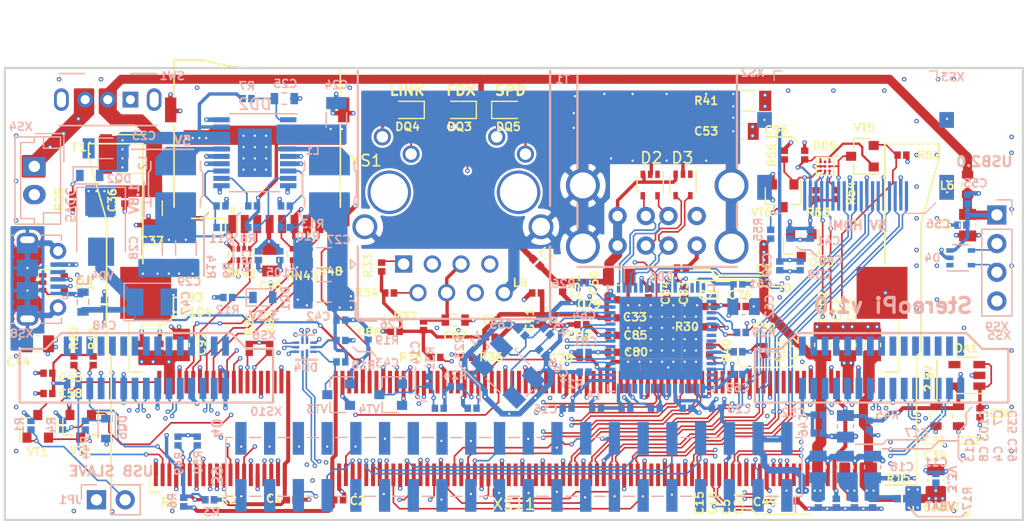
<source format=kicad_pcb>
(kicad_pcb (version 20171130) (host pcbnew "(5.1.4)-1")
  (layers (0 F.Cu signal) (1 In1.Cu jumper hide) (2 In2.Cu signal hide) (3 In3.Cu signal hide) (4 In4.Cu signal hide) (31 B.Cu signal) (34 B.Paste user hide) (35 F.Paste user) (36 B.SilkS user hide) (37 F.SilkS user) (38 B.Mask user hide) (39 F.Mask user) (44 Edge.Cuts user))
  (net 0 "")
  (net 1 5V_EXT)
  (net 2 VBAT)
  (net 3 SHELF_GND)
  (net 4 DAC_2V5)
  (net 5 5VCC)
  (net 6 5VCC_HDMI)
  (net 7 5VCC_EXT)
  (net 8 GND)
  (net 9 GPIO38_RESET)
  (net 10 "/USB LAN/5V_USB2_EXT")
  (net 11 +3V3A)
  (net 12 "/USB LAN/HARD_RESET")
  (net 13 +5V_USB_BOOT)
  (net 14 +1V8_CORE)
  (net 15 "/USB LAN/5V_USB0_EXT")
  (net 16 +1V8_ETH)
  (net 17 "/USB LAN/VDD18USBPLL")
  (net 18 "Net-(C65-Pad1)")
  (net 19 "Net-(C66-Pad1)")
  (net 20 "Net-(C67-Pad1)")
  (net 21 "Net-(D1-Pad1)")
  (net 22 "/USB LAN/5V_USB_BOOT_EXT")
  (net 23 "/USB LAN/USB_HSD_N")
  (net 24 "/USB LAN/USB_HSD_P")
  (net 25 "/USB LAN/USB2_P")
  (net 26 "/USB LAN/USB2_N")
  (net 27 "Net-(D2-Pad1)")
  (net 28 "Net-(D3-Pad1)")
  (net 29 "/USB LAN/USB3_N")
  (net 30 "/USB LAN/USB3_P")
  (net 31 "Net-(D4-Pad1)")
  (net 32 "/USB LAN/USB4_N")
  (net 33 "/USB LAN/USB4_P")
  (net 34 "Net-(DA1-Pad4)")
  (net 35 "Net-(DD2-Pad8)")
  (net 36 "Net-(DD2-Pad9)")
  (net 37 "Net-(DD2-Pad12)")
  (net 38 "Net-(DD2-Pad13)")
  (net 39 "Net-(DD4-Pad10)")
  (net 40 "/USB LAN/USB_HSD2_N")
  (net 41 "/USB LAN/USB_HSD2_P")
  (net 42 "Net-(DD4-Pad1)")
  (net 43 "Net-(DD4-Pad2)")
  (net 44 "Net-(DD5-PadC3)")
  (net 45 "Net-(DD5-PadB1)")
  (net 46 "Net-(DD5-PadA2)")
  (net 47 "Net-(DD6-Pad8)")
  (net 48 "Net-(DD6-Pad9)")
  (net 49 "Net-(DD6-Pad13)")
  (net 50 "Net-(DD6-Pad14)")
  (net 51 "Net-(DD6-Pad16)")
  (net 52 "Net-(DD6-Pad17)")
  (net 53 "Net-(DD6-Pad18)")
  (net 54 "/USB LAN/nFDX")
  (net 55 "/USB LAN/nLINKA")
  (net 56 "/USB LAN/nSPD")
  (net 57 "Net-(DD6-Pad23)")
  (net 58 "Net-(DD6-Pad24)")
  (net 59 "Net-(DD6-Pad25)")
  (net 60 "Net-(DD6-Pad26)")
  (net 61 "Net-(DD6-Pad28)")
  (net 62 "Net-(DD6-Pad31)")
  (net 63 "Net-(DD6-Pad35)")
  (net 64 "Net-(DD6-Pad36)")
  (net 65 "Net-(DD6-Pad37)")
  (net 66 "Net-(DD6-Pad41)")
  (net 67 "Net-(DD6-Pad42)")
  (net 68 "Net-(DD6-Pad43)")
  (net 69 "Net-(DD6-Pad45)")
  (net 70 "Net-(DD6-Pad47)")
  (net 71 "Net-(DD6-Pad50)")
  (net 72 "Net-(DD6-Pad63)")
  (net 73 "Net-(DQ1-Pad1)")
  (net 74 "Net-(DQ2-Pad1)")
  (net 75 "/USB LAN/nFDX_LED")
  (net 76 "/USB LAN/nLINKA_LED")
  (net 77 "/USB LAN/nSPD_LED")
  (net 78 "Net-(DQ6-Pad1)")
  (net 79 "Net-(JP1-Pad2)")
  (net 80 /Power/EMMC_EN_N_1V8)
  (net 81 /Main/CAM0_SCL)
  (net 82 /Main/CAM0_SDA)
  (net 83 /Main/CAM1_SDA)
  (net 84 /Main/CAM1_SCL)
  (net 85 /Main/CAM1_IO0)
  (net 86 /Main/CAM0_IO0)
  (net 87 "Net-(R44-Pad2)")
  (net 88 /Main/SD_DETECT)
  (net 89 "Net-(R49-Pad2)")
  (net 90 "Net-(R50-Pad2)")
  (net 91 "Net-(R51-Pad2)")
  (net 92 "Net-(R52-Pad2)")
  (net 93 "Net-(R55-Pad2)")
  (net 94 "Net-(RN42-Pad5)")
  (net 95 "Net-(RN42-Pad6)")
  (net 96 "Net-(RN42-Pad7)")
  (net 97 /Main/SD_CMD)
  (net 98 /Main/SD_DAT2)
  (net 99 /Main/SD_DAT3)
  (net 100 /Main/SD_CLK)
  (net 101 /Main/SD_DAT0)
  (net 102 /Main/SD_DAT1)
  (net 103 "Net-(RN43-Pad8)")
  (net 104 "Net-(RN43-Pad6)")
  (net 105 "Net-(RN43-Pad5)")
  (net 106 "Net-(SW1-Pad1)")
  (net 107 /Power/EMMC_DISABLE_N)
  (net 108 "Net-(XS3-Pad14)")
  (net 109 "Net-(XS11-Pad161)")
  (net 110 "Net-(XS11-Pad159)")
  (net 111 "Net-(XS11-Pad155)")
  (net 112 "Net-(XS11-Pad153)")
  (net 113 "Net-(XS11-Pad149)")
  (net 114 "Net-(XS11-Pad147)")
  (net 115 /Main/CAM1_IO1)
  (net 116 "Net-(XS11-Pad138)")
  (net 117 "Net-(XS11-Pad142)")
  (net 118 "Net-(XS11-Pad136)")
  (net 119 "Net-(XS11-Pad148)")
  (net 120 /Main/CAM0_IO1)
  (net 121 "Net-(XS11-Pad144)")
  (net 122 "Net-(XS11-Pad150)")
  (net 123 "Net-(XS8-Pad4)")
  (net 124 "Net-(XS10-Pad7)")
  (net 125 /Main/GPIO14_TXD0)
  (net 126 /Main/GPIO15_RXD0)
  (net 127 /Main/GPIO17)
  (net 128 /Main/GPIO18_PWM0)
  (net 129 /Main/GPIO27)
  (net 130 /Main/GPIO22)
  (net 131 /Main/GPIO23)
  (net 132 /Main/GPIO24)
  (net 133 "Net-(XS10-Pad19)")
  (net 134 "Net-(XS10-Pad21)")
  (net 135 /Main/GPIO25)
  (net 136 "Net-(XS10-Pad23)")
  (net 137 "Net-(XS10-Pad24)")
  (net 138 "Net-(XS10-Pad26)")
  (net 139 "Net-(XS10-Pad27)")
  (net 140 "Net-(XS10-Pad28)")
  (net 141 "Net-(XS10-Pad29)")
  (net 142 "Net-(XS10-Pad31)")
  (net 143 "Net-(XS10-Pad32)")
  (net 144 "Net-(XS10-Pad33)")
  (net 145 /Main/GPIO19_MISO1)
  (net 146 /Main/GPIO16)
  (net 147 /Main/GPIO26)
  (net 148 /Main/GPIO20_MOSI1)
  (net 149 /Main/GPIO21_SLCK1)
  (net 150 "Net-(XS11-Pad34)")
  (net 151 "Net-(XS11-Pad36)")
  (net 152 "Net-(XS11-Pad46)")
  (net 153 "Net-(XS11-Pad48)")
  (net 154 "Net-(XS11-Pad54)")
  (net 155 "Net-(XS11-Pad58)")
  (net 156 "Net-(XS11-Pad70)")
  (net 157 "Net-(XS11-Pad72)")
  (net 158 "Net-(XS11-Pad76)")
  (net 159 "Net-(XS11-Pad78)")
  (net 160 "Net-(XS11-Pad124)")
  (net 161 "Net-(XS11-Pad126)")
  (net 162 "Net-(XS11-Pad128)")
  (net 163 "Net-(XS11-Pad130)")
  (net 164 "Net-(XS11-Pad132)")
  (net 165 "Net-(XS11-Pad135)")
  (net 166 "Net-(XS11-Pad137)")
  (net 167 "Net-(XS11-Pad141)")
  (net 168 "Net-(XS11-Pad143)")
  (net 169 "Net-(XS11-Pad154)")
  (net 170 "Net-(XS11-Pad156)")
  (net 171 "Net-(XS11-Pad158)")
  (net 172 "Net-(XS11-Pad160)")
  (net 173 "Net-(XS11-Pad162)")
  (net 174 "Net-(XS11-Pad166)")
  (net 175 "Net-(XS11-Pad172)")
  (net 176 "Net-(XS11-Pad174)")
  (net 177 "Net-(XS11-Pad176)")
  (net 178 "Net-(XS11-Pad177)")
  (net 179 "Net-(XS11-Pad178)")
  (net 180 "Net-(XS11-Pad179)")
  (net 181 "Net-(XS11-Pad180)")
  (net 182 "Net-(C1-Pad1)")
  (net 183 "Net-(C2-Pad1)")
  (net 184 "Net-(C25-Pad1)")
  (net 185 /Main/HDMI_SDA)
  (net 186 /Main/HDMI_SCL)
  (net 187 /Power/1V8_SW)
  (net 188 /Power/3V3_SW)
  (net 189 1V8)
  (net 190 3V3)
  (net 191 /Main/HDMI_CLK_P)
  (net 192 /Main/HDMI_D2_N)
  (net 193 /Main/HDMI_D2_P)
  (net 194 /Main/HDMI_CLK_N)
  (net 195 SHELF1_GND)
  (net 196 "/USB LAN/ETH_RX_P")
  (net 197 "/USB LAN/ETH_RX_N")
  (net 198 "/USB LAN/ETH_TX_P")
  (net 199 "/USB LAN/ETH_TX_N")
  (net 200 /Main/HDMI_D0_N)
  (net 201 /Main/HDMI_D0_P)
  (net 202 /Main/HDMI_D1_N)
  (net 203 /Main/HDMI_D1_P)
  (module Connector_PinHeader_2.54mm:PinHeader_2x20_P2.54mm_Vertical_SMD (layer B.Cu) (at 115 115.3 90)
    (fp_text reference XS10 (at 4.9 -21.9 180) (layer B.SilkS) (effects (font (size 0.7 0.73)) (justify mirror)))
    (fp_text value Raspberry_Pi_2_3)
    (pad 40 smd rect (at 2.525 -24.13 90) (size 2.9 1) (layers B.Cu B.Paste B.Mask) (net 149 /Main/GPIO21_SLCK1))
    (pad 39 smd rect (at -2.525 -24.13 90) (size 2.9 1) (layers B.Cu B.Paste B.Mask) (net 8 GND))
    (pad 38 smd rect (at 2.525 -21.59 90) (size 2.9 1) (layers B.Cu B.Paste B.Mask) (net 148 /Main/GPIO20_MOSI1))
    (pad 37 smd rect (at -2.525 -21.59 90) (size 2.9 1) (layers B.Cu B.Paste B.Mask) (net 147 /Main/GPIO26))
    (pad 36 smd rect (at 2.525 -19.05 90) (size 2.9 1) (layers B.Cu B.Paste B.Mask) (net 146 /Main/GPIO16))
    (pad 35 smd rect (at -2.525 -19.05 90) (size 2.9 1) (layers B.Cu B.Paste B.Mask) (net 145 /Main/GPIO19_MISO1))
    (pad 34 smd rect (at 2.525 -16.51 90) (size 2.9 1) (layers B.Cu B.Paste B.Mask) (net 8 GND))
    (pad 33 smd rect (at -2.525 -16.51 90) (size 2.9 1) (layers B.Cu B.Paste B.Mask) (net 144 "Net-(XS10-Pad33)"))
    (pad 32 smd rect (at 2.525 -13.97 90) (size 2.9 1) (layers B.Cu B.Paste B.Mask) (net 143 "Net-(XS10-Pad32)"))
    (pad 31 smd rect (at -2.525 -13.97 90) (size 2.9 1) (layers B.Cu B.Paste B.Mask) (net 142 "Net-(XS10-Pad31)"))
    (pad 30 smd rect (at 2.525 -11.43 90) (size 2.9 1) (layers B.Cu B.Paste B.Mask) (net 8 GND))
    (pad 29 smd rect (at -2.525 -11.43 90) (size 2.9 1) (layers B.Cu B.Paste B.Mask) (net 141 "Net-(XS10-Pad29)"))
    (pad 28 smd rect (at 2.525 -8.89 90) (size 2.9 1) (layers B.Cu B.Paste B.Mask) (net 140 "Net-(XS10-Pad28)"))
    (pad 27 smd rect (at -2.525 -8.89 90) (size 2.9 1) (layers B.Cu B.Paste B.Mask) (net 139 "Net-(XS10-Pad27)"))
    (pad 26 smd rect (at 2.525 -6.35 90) (size 2.9 1) (layers B.Cu B.Paste B.Mask) (net 138 "Net-(XS10-Pad26)"))
    (pad 25 smd rect (at -2.525 -6.35 90) (size 2.9 1) (layers B.Cu B.Paste B.Mask) (net 8 GND))
    (pad 24 smd rect (at 2.525 -3.81 90) (size 2.9 1) (layers B.Cu B.Paste B.Mask) (net 137 "Net-(XS10-Pad24)"))
    (pad 23 smd rect (at -2.525 -3.81 90) (size 2.9 1) (layers B.Cu B.Paste B.Mask) (net 136 "Net-(XS10-Pad23)"))
    (pad 22 smd rect (at 2.525 -1.27 90) (size 2.9 1) (layers B.Cu B.Paste B.Mask) (net 135 /Main/GPIO25))
    (pad 21 smd rect (at -2.525 -1.27 90) (size 2.9 1) (layers B.Cu B.Paste B.Mask) (net 134 "Net-(XS10-Pad21)"))
    (pad 20 smd rect (at 2.525 1.27 90) (size 2.9 1) (layers B.Cu B.Paste B.Mask) (net 8 GND))
    (pad 19 smd rect (at -2.525 1.27 90) (size 2.9 1) (layers B.Cu B.Paste B.Mask) (net 133 "Net-(XS10-Pad19)"))
    (pad 18 smd rect (at 2.525 3.81 90) (size 2.9 1) (layers B.Cu B.Paste B.Mask) (net 132 /Main/GPIO24))
    (pad 17 smd rect (at -2.525 3.81 90) (size 2.9 1) (layers B.Cu B.Paste B.Mask) (net 190 3V3))
    (pad 16 smd rect (at 2.525 6.35 90) (size 2.9 1) (layers B.Cu B.Paste B.Mask) (net 131 /Main/GPIO23))
    (pad 15 smd rect (at -2.525 6.35 90) (size 2.9 1) (layers B.Cu B.Paste B.Mask) (net 130 /Main/GPIO22))
    (pad 14 smd rect (at 2.525 8.89 90) (size 2.9 1) (layers B.Cu B.Paste B.Mask) (net 8 GND))
    (pad 13 smd rect (at -2.525 8.89 90) (size 2.9 1) (layers B.Cu B.Paste B.Mask) (net 129 /Main/GPIO27))
    (pad 12 smd rect (at 2.525 11.43 90) (size 2.9 1) (layers B.Cu B.Paste B.Mask) (net 128 /Main/GPIO18_PWM0))
    (pad 11 smd rect (at -2.525 11.43 90) (size 2.9 1) (layers B.Cu B.Paste B.Mask) (net 127 /Main/GPIO17))
    (pad 10 smd rect (at 2.525 13.97 90) (size 2.9 1) (layers B.Cu B.Paste B.Mask) (net 126 /Main/GPIO15_RXD0))
    (pad 9 smd rect (at -2.525 13.97 90) (size 2.9 1) (layers B.Cu B.Paste B.Mask) (net 8 GND))
    (pad 8 smd rect (at 2.525 16.51 90) (size 2.9 1) (layers B.Cu B.Paste B.Mask) (net 125 /Main/GPIO14_TXD0))
    (pad 7 smd rect (at -2.525 16.51 90) (size 2.9 1) (layers B.Cu B.Paste B.Mask) (net 124 "Net-(XS10-Pad7)"))
    (pad 6 smd rect (at 2.525 19.05 90) (size 2.9 1) (layers B.Cu B.Paste B.Mask) (net 8 GND))
    (pad 5 smd rect (at -2.525 19.05 90) (size 2.9 1) (layers B.Cu B.Paste B.Mask) (net 90 "Net-(R50-Pad2)"))
    (pad 4 smd rect (at 2.525 21.59 90) (size 2.9 1) (layers B.Cu B.Paste B.Mask) (net 5 5VCC))
    (pad 3 smd rect (at -2.525 21.59 90) (size 2.9 1) (layers B.Cu B.Paste B.Mask) (net 89 "Net-(R49-Pad2)"))
    (pad 2 smd rect (at 2.525 24.13 90) (size 2.9 1) (layers B.Cu B.Paste B.Mask) (net 5 5VCC))
    (pad 1 smd rect (at -2.525 24.13 90) (size 2.9 1) (layers B.Cu B.Paste B.Mask) (net 190 3V3))
  )
  (module cstmFootprints:Conn_RJ45_Transformer_LEDs (layer B.Cu) (at 109.7 91 180)
    (fp_text reference T1 (at -9.6 10 180) (layer B.SilkS) (effects (font (size 0.7 0.73)) (justify mirror)))
    (fp_text value Pulse_J0011D01BNL)
    (pad 1 thru_hole rect (at 4.445 -6.35 180) (size 1.52 1.52) (drill 1.02) (layers *.Cu *.Mask) (net 198 "/USB LAN/ETH_TX_P"))
    (pad 10 thru_hole circle (at 3.785 3.38 180) (size 1.52 1.52) (drill 1.02) (layers *.Cu *.Mask) (net 76 "/USB LAN/nLINKA_LED"))
    (pad 11 thru_hole circle (at -3.785 4.9 180) (size 1.52 1.52) (drill 1.02) (layers *.Cu *.Mask) (net 77 "/USB LAN/nSPD_LED"))
    (pad 9 thru_hole circle (at 6.325 4.9 180) (size 1.52 1.52) (drill 1.02) (layers *.Cu *.Mask) (net 190 3V3))
    (pad 12 thru_hole circle (at -6.325 3.38 180) (size 1.52 1.52) (drill 1.02) (layers *.Cu *.Mask) (net 190 3V3))
    (pad 13 thru_hole circle (at 7.875 -3.05 180) (size 2.2 2.2) (drill 1.6) (layers *.Cu *.Mask) (net 3 SHELF_GND))
    (pad 13 thru_hole circle (at -7.695 -3.05 180) (size 2.2 2.2) (drill 1.6) (layers *.Cu *.Mask) (net 3 SHELF_GND))
    (pad 2 thru_hole circle (at 3.175 -8.89 180) (size 1.52 1.52) (drill 1.02) (layers *.Cu *.Mask) (net 199 "/USB LAN/ETH_TX_N"))
    (pad 3 thru_hole circle (at 1.905 -6.35 180) (size 1.52 1.52) (drill 1.02) (layers *.Cu *.Mask) (net 196 "/USB LAN/ETH_RX_P"))
    (pad 4 thru_hole circle (at 0.645 -8.89 180) (size 1.52 1.52) (drill 1.02) (layers *.Cu *.Mask) (net 20 "Net-(C67-Pad1)"))
    (pad 5 thru_hole circle (at -0.635 -6.35 180) (size 1.52 1.52) (drill 1.02) (layers *.Cu *.Mask) (net 20 "Net-(C67-Pad1)"))
    (pad 6 thru_hole circle (at -1.895 -8.89 180) (size 1.52 1.52) (drill 1.02) (layers *.Cu *.Mask) (net 197 "/USB LAN/ETH_RX_N"))
    (pad 7 thru_hole circle (at -3.175 -6.35 180) (size 1.52 1.52) (drill 1.02) (layers *.Cu *.Mask))
    (pad 8 thru_hole circle (at -4.445 -8.89 180) (size 1.52 1.52) (drill 1.02) (layers *.Cu *.Mask) (net 3 SHELF_GND))
    (pad "" np_thru_hole circle (at -5.715 0 180) (size 3.85 3.85) (drill 3.3) (layers *.Cu *.Mask))
    (pad "" np_thru_hole circle (at 5.715 0 180) (size 3.85 3.85) (drill 3.3) (layers *.Cu *.Mask))
  )
  (module cstmFootprints:Conn_TE-DDR2-SODIMM-0.6-200P-doublesided (layer F.Cu) (at 115 111.9 90)
    (fp_text reference XS11)
    (fp_text value "S0DIMM DDR2 Standard")
    (fp_text user %R (at -6.7 0 180) (layer F.SilkS))
    (pad 200 smd rect (at 4.099999 31.65 90) (size 2 0.35) (layers F.Cu F.Paste) (net 2 VBAT))
    (pad 199 smd rect (at -4.1 31.35 90) (size 2 0.35) (layers F.Cu F.Paste) (net 2 VBAT))
    (pad 198 smd rect (at 4.099999 31.05 90) (size 2 0.35) (layers F.Cu F.Paste) (net 2 VBAT))
    (pad 197 smd rect (at -4.1 30.75 90) (size 2 0.35) (layers F.Cu F.Paste) (net 2 VBAT))
    (pad 196 smd rect (at 4.099999 30.45 90) (size 2 0.35) (layers F.Cu F.Paste) (net 8 GND))
    (pad 195 smd rect (at -4.1 30.15 90) (size 2 0.35) (layers F.Cu F.Paste) (net 8 GND))
    (pad 194 smd rect (at 4.099999 29.85 90) (size 2 0.35) (layers F.Cu F.Paste) (net 190 3V3))
    (pad 193 smd rect (at -4.1 29.55 90) (size 2 0.35) (layers F.Cu F.Paste) (net 190 3V3))
    (pad 192 smd rect (at 4.099999 29.25 90) (size 2 0.35) (layers F.Cu F.Paste) (net 190 3V3))
    (pad 191 smd rect (at -4.1 28.95 90) (size 2 0.35) (layers F.Cu F.Paste) (net 190 3V3))
    (pad 190 smd rect (at 4.099999 28.65 90) (size 2 0.35) (layers F.Cu F.Paste) (net 4 DAC_2V5))
    (pad 189 smd rect (at -4.1 28.35 90) (size 2 0.35) (layers F.Cu F.Paste) (net 4 DAC_2V5))
    (pad 188 smd rect (at 4.099999 28.05 90) (size 2 0.35) (layers F.Cu F.Paste) (net 8 GND))
    (pad 187 smd rect (at -4.1 27.75 90) (size 2 0.35) (layers F.Cu F.Paste) (net 8 GND))
    (pad 186 smd rect (at 4.099999 27.45 90) (size 2 0.35) (layers F.Cu F.Paste) (net 189 1V8))
    (pad 185 smd rect (at -4.1 27.15 90) (size 2 0.35) (layers F.Cu F.Paste) (net 189 1V8))
    (pad 184 smd rect (at 4.099999 26.85 90) (size 2 0.35) (layers F.Cu F.Paste) (net 189 1V8))
    (pad 183 smd rect (at -4.1 26.55 90) (size 2 0.35) (layers F.Cu F.Paste) (net 189 1V8))
    (pad 182 smd rect (at 4.099999 26.25 90) (size 2 0.35) (layers F.Cu F.Paste) (net 8 GND))
    (pad 181 smd rect (at -4.1 25.95 90) (size 2 0.35) (layers F.Cu F.Paste) (net 8 GND))
    (pad 180 smd rect (at 4.099999 25.65 90) (size 2 0.35) (layers F.Cu F.Paste) (net 181 "Net-(XS11-Pad180)"))
    (pad 179 smd rect (at -4.1 25.35 90) (size 2 0.35) (layers F.Cu F.Paste) (net 180 "Net-(XS11-Pad179)"))
    (pad 178 smd rect (at 4.099999 25.05 90) (size 2 0.35) (layers F.Cu F.Paste) (net 179 "Net-(XS11-Pad178)"))
    (pad 177 smd rect (at -4.1 24.75 90) (size 2 0.35) (layers F.Cu F.Paste) (net 178 "Net-(XS11-Pad177)"))
    (pad 176 smd rect (at 4.099999 24.45 90) (size 2 0.35) (layers F.Cu F.Paste) (net 177 "Net-(XS11-Pad176)"))
    (pad 175 smd rect (at -4.1 24.15 90) (size 2 0.35) (layers F.Cu F.Paste) (net 186 /Main/HDMI_SCL))
    (pad 174 smd rect (at 4.099999 23.85 90) (size 2 0.35) (layers F.Cu F.Paste) (net 176 "Net-(XS11-Pad174)"))
    (pad 173 smd rect (at -4.1 23.55 90) (size 2 0.35) (layers F.Cu F.Paste) (net 185 /Main/HDMI_SDA))
    (pad 172 smd rect (at 4.099999 23.25 90) (size 2 0.35) (layers F.Cu F.Paste) (net 175 "Net-(XS11-Pad172)"))
    (pad 171 smd rect (at -4.1 22.95 90) (size 2 0.35) (layers F.Cu F.Paste) (net 92 "Net-(R52-Pad2)"))
    (pad 170 smd rect (at 4.099999 22.65 90) (size 2 0.35) (layers F.Cu F.Paste) (net 8 GND))
    (pad 169 smd rect (at -4.1 22.35 90) (size 2 0.35) (layers F.Cu F.Paste) (net 8 GND))
    (pad 168 smd rect (at 4.099999 22.05 90) (size 2 0.35) (layers F.Cu F.Paste) (net 91 "Net-(R51-Pad2)"))
    (pad 167 smd rect (at -4.1 21.75 90) (size 2 0.35) (layers F.Cu F.Paste) (net 43 "Net-(DD4-Pad2)"))
    (pad 166 smd rect (at 4.099999 21.45 90) (size 2 0.35) (layers F.Cu F.Paste) (net 174 "Net-(XS11-Pad166)"))
    (pad 165 smd rect (at -4.1 21.15 90) (size 2 0.35) (layers F.Cu F.Paste) (net 42 "Net-(DD4-Pad1)"))
    (pad 164 smd rect (at 4.099999 20.85 90) (size 2 0.35) (layers F.Cu F.Paste) (net 8 GND))
    (pad 163 smd rect (at -4.1 20.55 90) (size 2 0.35) (layers F.Cu F.Paste) (net 8 GND))
    (pad 162 smd rect (at 4.099999 20.25 90) (size 2 0.35) (layers F.Cu F.Paste) (net 173 "Net-(XS11-Pad162)"))
    (pad 161 smd rect (at -4.1 19.95 90) (size 2 0.35) (layers F.Cu F.Paste) (net 109 "Net-(XS11-Pad161)"))
    (pad 160 smd rect (at 4.099999 19.65 90) (size 2 0.35) (layers F.Cu F.Paste) (net 172 "Net-(XS11-Pad160)"))
    (pad 159 smd rect (at -4.1 19.35 90) (size 2 0.35) (layers F.Cu F.Paste) (net 110 "Net-(XS11-Pad159)"))
    (pad 158 smd rect (at 4.099999 19.05 90) (size 2 0.35) (layers F.Cu F.Paste) (net 171 "Net-(XS11-Pad158)"))
    (pad 157 smd rect (at -4.1 18.75 90) (size 2 0.35) (layers F.Cu F.Paste) (net 8 GND))
    (pad 156 smd rect (at 4.099999 18.45 90) (size 2 0.35) (layers F.Cu F.Paste) (net 170 "Net-(XS11-Pad156)"))
    (pad 155 smd rect (at -4.1 18.15 90) (size 2 0.35) (layers F.Cu F.Paste) (net 111 "Net-(XS11-Pad155)"))
    (pad 154 smd rect (at 4.099999 17.85 90) (size 2 0.35) (layers F.Cu F.Paste) (net 169 "Net-(XS11-Pad154)"))
    (pad 153 smd rect (at -4.1 17.55 90) (size 2 0.35) (layers F.Cu F.Paste) (net 112 "Net-(XS11-Pad153)"))
    (pad 152 smd rect (at 4.099999 17.25 90) (size 2 0.35) (layers F.Cu F.Paste) (net 8 GND))
    (pad 151 smd rect (at -4.1 16.95 90) (size 2 0.35) (layers F.Cu F.Paste) (net 8 GND))
    (pad 150 smd rect (at 4.099999 16.65 90) (size 2 0.35) (layers F.Cu F.Paste) (net 122 "Net-(XS11-Pad150)"))
    (pad 149 smd rect (at -4.1 16.35 90) (size 2 0.35) (layers F.Cu F.Paste) (net 113 "Net-(XS11-Pad149)"))
    (pad 148 smd rect (at 4.099999 16.05 90) (size 2 0.35) (layers F.Cu F.Paste) (net 119 "Net-(XS11-Pad148)"))
    (pad 147 smd rect (at -4.1 15.75 90) (size 2 0.35) (layers F.Cu F.Paste) (net 114 "Net-(XS11-Pad147)"))
    (pad 146 smd rect (at 4.099999 15.45 90) (size 2 0.35) (layers F.Cu F.Paste) (net 8 GND))
    (pad 145 smd rect (at -4.1 15.15 90) (size 2 0.35) (layers F.Cu F.Paste) (net 8 GND))
    (pad 144 smd rect (at 4.099999 14.85 90) (size 2 0.35) (layers F.Cu F.Paste) (net 121 "Net-(XS11-Pad144)"))
    (pad 143 smd rect (at -4.1 14.55 90) (size 2 0.35) (layers F.Cu F.Paste) (net 168 "Net-(XS11-Pad143)"))
    (pad 142 smd rect (at 4.099999 14.25 90) (size 2 0.35) (layers F.Cu F.Paste) (net 117 "Net-(XS11-Pad142)"))
    (pad 141 smd rect (at -4.1 13.95 90) (size 2 0.35) (layers F.Cu F.Paste) (net 167 "Net-(XS11-Pad141)"))
    (pad 140 smd rect (at 4.099999 13.65 90) (size 2 0.35) (layers F.Cu F.Paste) (net 8 GND))
    (pad 139 smd rect (at -4.1 13.35 90) (size 2 0.35) (layers F.Cu F.Paste) (net 8 GND))
    (pad 138 smd rect (at 4.099999 13.05 90) (size 2 0.35) (layers F.Cu F.Paste) (net 116 "Net-(XS11-Pad138)"))
    (pad 137 smd rect (at -4.1 12.75 90) (size 2 0.35) (layers F.Cu F.Paste) (net 166 "Net-(XS11-Pad137)"))
    (pad 136 smd rect (at 4.099999 12.45 90) (size 2 0.35) (layers F.Cu F.Paste) (net 118 "Net-(XS11-Pad136)"))
    (pad 135 smd rect (at -4.1 12.15 90) (size 2 0.35) (layers F.Cu F.Paste) (net 165 "Net-(XS11-Pad135)"))
    (pad 134 smd rect (at 4.099999 11.85 90) (size 2 0.35) (layers F.Cu F.Paste) (net 8 GND))
    (pad 133 smd rect (at -4.1 11.55 90) (size 2 0.35) (layers F.Cu F.Paste) (net 8 GND))
    (pad 132 smd rect (at 4.099999 11.25 90) (size 2 0.35) (layers F.Cu F.Paste) (net 164 "Net-(XS11-Pad132)"))
    (pad 131 smd rect (at -4.1 10.95 90) (size 2 0.35) (layers F.Cu F.Paste) (net 193 /Main/HDMI_D2_P))
    (pad 130 smd rect (at 4.099999 10.65 90) (size 2 0.35) (layers F.Cu F.Paste) (net 163 "Net-(XS11-Pad130)"))
    (pad 129 smd rect (at -4.1 10.35 90) (size 2 0.35) (layers F.Cu F.Paste) (net 192 /Main/HDMI_D2_N))
    (pad 128 smd rect (at 4.099999 10.05 90) (size 2 0.35) (layers F.Cu F.Paste) (net 162 "Net-(XS11-Pad128)"))
    (pad 127 smd rect (at -4.1 9.75 90) (size 2 0.35) (layers F.Cu F.Paste) (net 8 GND))
    (pad 126 smd rect (at 4.099999 9.45 90) (size 2 0.35) (layers F.Cu F.Paste) (net 161 "Net-(XS11-Pad126)"))
    (pad 125 smd rect (at -4.1 9.15 90) (size 2 0.35) (layers F.Cu F.Paste) (net 203 /Main/HDMI_D1_P))
    (pad 124 smd rect (at 4.099999 8.85 90) (size 2 0.35) (layers F.Cu F.Paste) (net 160 "Net-(XS11-Pad124)"))
    (pad 123 smd rect (at -4.1 8.55 90) (size 2 0.35) (layers F.Cu F.Paste) (net 202 /Main/HDMI_D1_N))
    (pad 122 smd rect (at 4.099999 8.25 90) (size 2 0.35) (layers F.Cu F.Paste) (net 8 GND))
    (pad 121 smd rect (at -4.1 7.95 90) (size 2 0.35) (layers F.Cu F.Paste) (net 8 GND))
    (pad 120 smd rect (at 4.099999 7.65 90) (size 2 0.35) (layers F.Cu F.Paste))
    (pad 119 smd rect (at -4.1 7.35 90) (size 2 0.35) (layers F.Cu F.Paste) (net 201 /Main/HDMI_D0_P))
    (pad 118 smd rect (at 4.099999 7.05 90) (size 2 0.35) (layers F.Cu F.Paste))
    (pad 117 smd rect (at -4.1 6.75 90) (size 2 0.35) (layers F.Cu F.Paste) (net 200 /Main/HDMI_D0_N))
    (pad 116 smd rect (at 4.099999 6.45 90) (size 2 0.35) (layers F.Cu F.Paste) (net 8 GND))
    (pad 115 smd rect (at -4.1 6.15 90) (size 2 0.35) (layers F.Cu F.Paste) (net 8 GND))
    (pad 114 smd rect (at 4.099999 5.85 90) (size 2 0.35) (layers F.Cu F.Paste))
    (pad 113 smd rect (at -4.1 5.55 90) (size 2 0.35) (layers F.Cu F.Paste) (net 191 /Main/HDMI_CLK_P))
    (pad 112 smd rect (at 4.099999 5.25 90) (size 2 0.35) (layers F.Cu F.Paste))
    (pad 111 smd rect (at -4.1 4.95 90) (size 2 0.35) (layers F.Cu F.Paste) (net 194 /Main/HDMI_CLK_N))
    (pad 110 smd rect (at 4.099999 4.65 90) (size 2 0.35) (layers F.Cu F.Paste) (net 8 GND))
    (pad 109 smd rect (at -4.1 4.35 90) (size 2 0.35) (layers F.Cu F.Paste) (net 8 GND))
    (pad 108 smd rect (at 4.099999 4.05 90) (size 2 0.35) (layers F.Cu F.Paste))
    (pad 107 smd rect (at -4.1 3.75 90) (size 2 0.35) (layers F.Cu F.Paste))
    (pad 106 smd rect (at 4.099999 3.45 90) (size 2 0.35) (layers F.Cu F.Paste))
    (pad 105 smd rect (at -4.1 3.15 90) (size 2 0.35) (layers F.Cu F.Paste))
    (pad 104 smd rect (at 4.099999 2.85 90) (size 2 0.35) (layers F.Cu F.Paste) (net 8 GND))
    (pad 103 smd rect (at -4.1 2.55 90) (size 2 0.35) (layers F.Cu F.Paste) (net 8 GND))
    (pad 102 smd rect (at 4.099999 2.25 90) (size 2 0.35) (layers F.Cu F.Paste))
    (pad 101 smd rect (at -4.1 1.95 90) (size 2 0.35) (layers F.Cu F.Paste))
    (pad 100 smd rect (at 4.099999 1.65 90) (size 2 0.35) (layers F.Cu F.Paste))
    (pad 99 smd rect (at -4.1 1.35 90) (size 2 0.35) (layers F.Cu F.Paste))
    (pad 98 smd rect (at 4.099999 1.05 90) (size 2 0.35) (layers F.Cu F.Paste) (net 8 GND))
    (pad 97 smd rect (at -4.1 0.75 90) (size 2 0.35) (layers F.Cu F.Paste) (net 8 GND))
    (pad 96 smd rect (at 4.099999 0.45 90) (size 2 0.35) (layers F.Cu F.Paste))
    (pad 95 smd rect (at -4.1 0.15 90) (size 2 0.35) (layers F.Cu F.Paste))
    (pad 94 smd rect (at 4.099999 -0.15 90) (size 2 0.35) (layers F.Cu F.Paste))
    (pad 93 smd rect (at -4.1 -0.45 90) (size 2 0.35) (layers F.Cu F.Paste))
    (pad 92 smd rect (at 4.099999 -0.75 90) (size 2 0.35) (layers F.Cu F.Paste) (net 8 GND))
    (pad 91 smd rect (at -4.1 -1.05 90) (size 2 0.35) (layers F.Cu F.Paste) (net 8 GND))
    (pad 90 smd rect (at 4.099999 -1.35 90) (size 2 0.35) (layers F.Cu F.Paste) (net 80 /Power/EMMC_EN_N_1V8))
    (pad 89 smd rect (at -4.1 -1.65 90) (size 2 0.35) (layers F.Cu F.Paste) (net 129 /Main/GPIO27))
    (pad 88 smd rect (at 4.099999 -1.95 90) (size 2 0.35) (layers F.Cu F.Paste) (net 93 "Net-(R55-Pad2)"))
    (pad 87 smd rect (at -4.1 -2.25 90) (size 2 0.35) (layers F.Cu F.Paste) (net 147 /Main/GPIO26))
    (pad 86 smd rect (at 4.099999 -2.55 90) (size 2 0.35) (layers F.Cu F.Paste) (net 8 GND))
    (pad 85 smd rect (at -4.1 -2.85 90) (size 2 0.35) (layers F.Cu F.Paste) (net 8 GND))
    (pad 84 smd rect (at 4.099999 -3.15 90) (size 2 0.35) (layers F.Cu F.Paste) (net 85 /Main/CAM1_IO0))
    (pad 83 smd rect (at -4.1 -3.45 90) (size 2 0.35) (layers F.Cu F.Paste) (net 135 /Main/GPIO25))
    (pad 82 smd rect (at 4.099999 -3.75 90) (size 2 0.35) (layers F.Cu F.Paste) (net 86 /Main/CAM0_IO0))
    (pad 81 smd rect (at -4.1 -4.05 90) (size 2 0.35) (layers F.Cu F.Paste) (net 132 /Main/GPIO24))
    (pad 80 smd rect (at 4.099999 -4.35 90) (size 2 0.35) (layers F.Cu F.Paste) (net 8 GND))
    (pad 79 smd rect (at -4.1 -4.65 90) (size 2 0.35) (layers F.Cu F.Paste) (net 8 GND))
    (pad 78 smd rect (at 4.099999 -4.95 90) (size 2 0.35) (layers F.Cu F.Paste) (net 159 "Net-(XS11-Pad78)"))
    (pad 77 smd rect (at -4.1 -5.25 90) (size 2 0.35) (layers F.Cu F.Paste) (net 131 /Main/GPIO23))
    (pad 76 smd rect (at 4.099999 -5.55 90) (size 2 0.35) (layers F.Cu F.Paste) (net 158 "Net-(XS11-Pad76)"))
    (pad 75 smd rect (at -4.1 -5.85 90) (size 2 0.35) (layers F.Cu F.Paste) (net 130 /Main/GPIO22))
    (pad 74 smd rect (at 4.099999 -6.15 90) (size 2 0.35) (layers F.Cu F.Paste) (net 8 GND))
    (pad 73 smd rect (at -4.1 -6.45 90) (size 2 0.35) (layers F.Cu F.Paste) (net 8 GND))
    (pad 72 smd rect (at 4.099999 -6.75 90) (size 2 0.35) (layers F.Cu F.Paste) (net 157 "Net-(XS11-Pad72)"))
    (pad 71 smd rect (at -4.1 -7.05 90) (size 2 0.35) (layers F.Cu F.Paste) (net 149 /Main/GPIO21_SLCK1))
    (pad 70 smd rect (at 4.099999 -7.35 90) (size 2 0.35) (layers F.Cu F.Paste) (net 156 "Net-(XS11-Pad70)"))
    (pad 69 smd rect (at -4.1 -7.65 90) (size 2 0.35) (layers F.Cu F.Paste) (net 148 /Main/GPIO20_MOSI1))
    (pad 68 smd rect (at 4.099999 -7.95 90) (size 2 0.35) (layers F.Cu F.Paste) (net 8 GND))
    (pad 67 smd rect (at -4.1 -8.25 90) (size 2 0.35) (layers F.Cu F.Paste) (net 8 GND))
    (pad 66 smd rect (at 4.099999 -8.55 90) (size 2 0.35) (layers F.Cu F.Paste) (net 120 /Main/CAM0_IO1))
    (pad 65 smd rect (at -4.1 -8.85 90) (size 2 0.35) (layers F.Cu F.Paste) (net 145 /Main/GPIO19_MISO1))
    (pad 64 smd rect (at 4.099999 -9.15 90) (size 2 0.35) (layers F.Cu F.Paste) (net 9 GPIO38_RESET))
    (pad 63 smd rect (at -4.1 -9.45 90) (size 2 0.35) (layers F.Cu F.Paste) (net 128 /Main/GPIO18_PWM0))
    (pad 62 smd rect (at 4.099999 -9.75 90) (size 2 0.35) (layers F.Cu F.Paste) (net 8 GND))
    (pad 61 smd rect (at -4.1 -10.05 90) (size 2 0.35) (layers F.Cu F.Paste) (net 8 GND))
    (pad 60 smd rect (at 4.099999 -10.35 90) (size 2 0.35) (layers F.Cu F.Paste) (net 115 /Main/CAM1_IO1))
    (pad 59 smd rect (at -4.1 -10.65 90) (size 2 0.35) (layers F.Cu F.Paste) (net 127 /Main/GPIO17))
    (pad 58 smd rect (at 4.099999 -10.95 90) (size 2 0.35) (layers F.Cu F.Paste) (net 155 "Net-(XS11-Pad58)"))
    (pad 57 smd rect (at -4.1 -11.25 90) (size 2 0.35) (layers F.Cu F.Paste) (net 146 /Main/GPIO16))
    (pad 56 smd rect (at 4.099999 -11.55 90) (size 2 0.35) (layers F.Cu F.Paste) (net 8 GND))
    (pad 55 smd rect (at -4.1 -11.85 90) (size 2 0.35) (layers F.Cu F.Paste) (net 8 GND))
    (pad 54 smd rect (at 4.099999 -12.15 90) (size 2 0.35) (layers F.Cu F.Paste) (net 154 "Net-(XS11-Pad54)"))
    (pad 53 smd rect (at -4.1 -12.45 90) (size 2 0.35) (layers F.Cu F.Paste) (net 126 /Main/GPIO15_RXD0))
    (pad 52 smd rect (at 4.099999 -12.75 90) (size 2 0.35) (layers F.Cu F.Paste) (net 88 /Main/SD_DETECT))
    (pad 51 smd rect (at -4.1 -13.05 90) (size 2 0.35) (layers F.Cu F.Paste) (net 125 /Main/GPIO14_TXD0))
    (pad 50 smd rect (at 4.099999 -13.35 90) (size 2 0.35) (layers F.Cu F.Paste) (net 8 GND))
    (pad 49 smd rect (at -4.1 -13.65 90) (size 2 0.35) (layers F.Cu F.Paste) (net 8 GND))
    (pad 48 smd rect (at 4.099999 -13.95 90) (size 2 0.35) (layers F.Cu F.Paste) (net 153 "Net-(XS11-Pad48)"))
    (pad 47 smd rect (at -4.1 -14.25 90) (size 2 0.35) (layers F.Cu F.Paste) (net 144 "Net-(XS10-Pad33)"))
    (pad 46 smd rect (at 4.099999 -14.55 90) (size 2 0.35) (layers F.Cu F.Paste) (net 152 "Net-(XS11-Pad46)"))
    (pad 45 smd rect (at -4.1 -14.85 90) (size 2 0.35) (layers F.Cu F.Paste) (net 143 "Net-(XS10-Pad32)"))
    (pad 44 smd rect (at 4.099999 -15.15 90) (size 2 0.35) (layers F.Cu F.Paste) (net 8 GND))
    (pad 43 smd rect (at -4.1 -15.45 90) (size 2 0.35) (layers F.Cu F.Paste) (net 8 GND))
    (pad 42 smd rect (at 4.099999 -15.75 90) (size 2 0.35) (layers F.Cu F.Paste) (net 183 "Net-(C2-Pad1)"))
    (pad 40 smd rect (at 4.099999 -19.95 90) (size 2 0.35) (layers F.Cu F.Paste) (net 182 "Net-(C1-Pad1)"))
    (pad 39 smd rect (at -4.1 -20.25 90) (size 2 0.35) (layers F.Cu F.Paste) (net 182 "Net-(C1-Pad1)"))
    (pad 38 smd rect (at 4.099999 -20.55 90) (size 2 0.35) (layers F.Cu F.Paste) (net 8 GND))
    (pad 37 smd rect (at -4.1 -20.85 90) (size 2 0.35) (layers F.Cu F.Paste) (net 8 GND))
    (pad 36 smd rect (at 4.099999 -21.15 90) (size 2 0.35) (layers F.Cu F.Paste) (net 151 "Net-(XS11-Pad36)"))
    (pad 35 smd rect (at -4.1 -21.45 90) (size 2 0.35) (layers F.Cu F.Paste) (net 136 "Net-(XS10-Pad23)"))
    (pad 34 smd rect (at 4.099999 -21.75 90) (size 2 0.35) (layers F.Cu F.Paste) (net 150 "Net-(XS11-Pad34)"))
    (pad 33 smd rect (at -4.1 -22.05 90) (size 2 0.35) (layers F.Cu F.Paste) (net 133 "Net-(XS10-Pad19)"))
    (pad 32 smd rect (at 4.099999 -22.35 90) (size 2 0.35) (layers F.Cu F.Paste) (net 8 GND))
    (pad 31 smd rect (at -4.1 -22.65 90) (size 2 0.35) (layers F.Cu F.Paste) (net 8 GND))
    (pad 30 smd rect (at 4.099999 -22.95 90) (size 2 0.35) (layers F.Cu F.Paste) (net 84 /Main/CAM1_SCL))
    (pad 29 smd rect (at -4.1 -23.25 90) (size 2 0.35) (layers F.Cu F.Paste) (net 134 "Net-(XS10-Pad21)"))
    (pad 28 smd rect (at 4.099999 -23.55 90) (size 2 0.35) (layers F.Cu F.Paste) (net 83 /Main/CAM1_SDA))
    (pad 27 smd rect (at -4.1 -23.85 90) (size 2 0.35) (layers F.Cu F.Paste) (net 137 "Net-(XS10-Pad24)"))
    (pad 26 smd rect (at 4.099999 -24.15 90) (size 2 0.35) (layers F.Cu F.Paste) (net 8 GND))
    (pad 25 smd rect (at -4.1 -24.45 90) (size 2 0.35) (layers F.Cu F.Paste) (net 8 GND))
    (pad 24 smd rect (at 4.099999 -24.75 90) (size 2 0.35) (layers F.Cu F.Paste) (net 99 /Main/SD_DAT3))
    (pad 23 smd rect (at -4.1 -25.05 90) (size 2 0.35) (layers F.Cu F.Paste) (net 138 "Net-(XS10-Pad26)"))
    (pad 22 smd rect (at 4.099999 -25.35 90) (size 2 0.35) (layers F.Cu F.Paste) (net 98 /Main/SD_DAT2))
    (pad 21 smd rect (at -4.1 -25.65 90) (size 2 0.35) (layers F.Cu F.Paste) (net 142 "Net-(XS10-Pad31)"))
    (pad 20 smd rect (at 4.099999 -25.95 90) (size 2 0.35) (layers F.Cu F.Paste) (net 8 GND))
    (pad 19 smd rect (at -4.1 -26.25 90) (size 2 0.35) (layers F.Cu F.Paste) (net 8 GND))
    (pad 18 smd rect (at 4.099999 -26.55 90) (size 2 0.35) (layers F.Cu F.Paste) (net 102 /Main/SD_DAT1))
    (pad 17 smd rect (at -4.1 -26.85 90) (size 2 0.35) (layers F.Cu F.Paste) (net 141 "Net-(XS10-Pad29)"))
    (pad 16 smd rect (at 4.099999 -27.15 90) (size 2 0.35) (layers F.Cu F.Paste) (net 101 /Main/SD_DAT0))
    (pad 15 smd rect (at -4.1 -27.45 90) (size 2 0.35) (layers F.Cu F.Paste) (net 124 "Net-(XS10-Pad7)"))
    (pad 14 smd rect (at 4.099999 -27.75 90) (size 2 0.35) (layers F.Cu F.Paste) (net 8 GND))
    (pad 13 smd rect (at -4.1 -28.05 90) (size 2 0.35) (layers F.Cu F.Paste) (net 8 GND))
    (pad 12 smd rect (at 4.099999 -28.35 90) (size 2 0.35) (layers F.Cu F.Paste) (net 97 /Main/SD_CMD))
    (pad 11 smd rect (at -4.1 -28.65 90) (size 2 0.35) (layers F.Cu F.Paste) (net 90 "Net-(R50-Pad2)"))
    (pad 10 smd rect (at 4.099999 -28.95 90) (size 2 0.35) (layers F.Cu F.Paste) (net 100 /Main/SD_CLK))
    (pad 9 smd rect (at -4.1 -29.25 90) (size 2 0.35) (layers F.Cu F.Paste) (net 89 "Net-(R49-Pad2)"))
    (pad 8 smd rect (at 4.099999 -29.55 90) (size 2 0.35) (layers F.Cu F.Paste) (net 8 GND))
    (pad 7 smd rect (at -4.1 -29.85 90) (size 2 0.35) (layers F.Cu F.Paste) (net 8 GND))
    (pad 6 smd rect (at 4.099999 -30.15 90) (size 2 0.35) (layers F.Cu F.Paste) (net 190 3V3))
    (pad 5 smd rect (at -4.1 -30.45 90) (size 2 0.35) (layers F.Cu F.Paste) (net 81 /Main/CAM0_SCL))
    (pad 4 smd rect (at 4.099999 -30.75 90) (size 2 0.35) (layers F.Cu F.Paste) (net 190 3V3))
    (pad 3 smd rect (at -4.1 -31.05 90) (size 2 0.35) (layers F.Cu F.Paste) (net 82 /Main/CAM0_SDA))
    (pad 2 smd rect (at 4.099999 -31.35 90) (size 2 0.35) (layers F.Cu F.Paste) (net 107 /Power/EMMC_DISABLE_N))
    (pad 121 smd rect (at 12 32.55 90) (size 4.6 4.5) (layers F.Cu F.Paste F.Mask) (net 8 GND))
    (pad 121 smd rect (at 12 -32.55 90) (size 4.6 4.5) (layers F.Cu F.Paste F.Mask) (net 8 GND))
    (pad "" np_thru_hole circle (at 0 -33.4 90) (size 1.6 1.6) (drill 1.6) (layers *.Cu))
    (pad "" np_thru_hole circle (at 0 33.4 90) (size 1.1 1.1) (drill 1.1) (layers *.Cu))
    (pad 1 smd rect (at -4.1 -31.65 90) (size 2 0.35) (layers F.Cu F.Paste) (net 8 GND))
    (pad 41 smd rect (at -4.1 -16.05 90) (size 2 0.35) (layers F.Cu F.Paste) (net 183 "Net-(C2-Pad1)"))
  )
  (module Connector_PinHeader_2.54mm:PinHeader_1x04_P2.54mm_Vertical (layer B.Cu) (at 157.7 93 180)
    (fp_text reference XS9 (at 0 -9.9) (layer B.SilkS) (effects (font (size 0.7 0.73)) (justify mirror)))
    (fp_text value Conn_01x04)
    (pad 1 thru_hole rect (at 0 0 180) (size 1.7 1.7) (drill 1) (layers *.Cu *.Mask) (net 10 "/USB LAN/5V_USB2_EXT"))
    (pad 2 thru_hole oval (at 0 -2.54 180) (size 1.7 1.7) (drill 1) (layers *.Cu *.Mask) (net 32 "/USB LAN/USB4_N"))
    (pad 3 thru_hole oval (at 0 -5.08 180) (size 1.7 1.7) (drill 1) (layers *.Cu *.Mask) (net 33 "/USB LAN/USB4_P"))
    (pad 4 thru_hole oval (at 0 -7.62 180) (size 1.7 1.7) (drill 1) (layers *.Cu *.Mask) (net 8 GND))
  )
  (module Package_TO_SOT_SMD:SOT-353_SC-70-5 (layer B.Cu) (at 154.5 96.8)
    (fp_text reference D4 (at -2.5 0) (layer B.SilkS) (effects (font (size 0.7 0.73)) (justify mirror)))
    (fp_text value SP3003-02)
    (pad 5 smd rect (at 0.95 0.65) (size 0.65 0.4) (layers B.Cu B.Paste B.Mask) (net 33 "/USB LAN/USB4_P"))
    (pad 4 smd rect (at 0.95 -0.65) (size 0.65 0.4) (layers B.Cu B.Paste B.Mask) (net 32 "/USB LAN/USB4_N"))
    (pad 2 smd rect (at -0.95 0) (size 0.65 0.4) (layers B.Cu B.Paste B.Mask) (net 8 GND))
    (pad 3 smd rect (at -0.95 -0.65) (size 0.65 0.4) (layers B.Cu B.Paste B.Mask) (net 10 "/USB LAN/5V_USB2_EXT"))
    (pad 1 smd rect (at -0.95 0.65) (size 0.65 0.4) (layers B.Cu B.Paste B.Mask) (net 31 "Net-(D4-Pad1)"))
  )
  (module cstmFootprints:Conn_uSDcard (layer F.Cu) (at 92.31 83.31 180)
    (fp_text reference XS1)
    (fp_text value Micro_SD_Card_Det)
    (fp_text user %R (at -9.59 -4.89 180) (layer F.SilkS))
    (pad 10 smd rect (at 7.65 -0.4 180) (size 1 2.2) (layers F.Cu F.Paste F.Mask) (net 8 GND))
    (pad 10 smd rect (at -7.65 -0.4 180) (size 1 2.2) (layers F.Cu F.Paste F.Mask) (net 8 GND))
    (pad 10 smd rect (at 6.85 -10 180) (size 1.6 1.4) (layers F.Cu F.Paste F.Mask) (net 8 GND))
    (pad 10 smd rect (at -7.65 -10 180) (size 1 1.4) (layers F.Cu F.Paste F.Mask) (net 8 GND))
    (pad 9 smd rect (at -6.6 -10.5 180) (size 0.7 1.6) (layers F.Cu F.Paste F.Mask) (net 88 /Main/SD_DETECT))
    (pad 7 smd rect (at -4.4 -10.5 180) (size 0.7 1.6) (layers F.Cu F.Paste F.Mask) (net 104 "Net-(RN43-Pad6)"))
    (pad 8 smd rect (at -5.5 -10.5 180) (size 0.7 1.6) (layers F.Cu F.Paste F.Mask) (net 105 "Net-(RN43-Pad5)"))
    (pad 6 smd rect (at -3.3 -10.5 180) (size 0.7 1.6) (layers F.Cu F.Paste F.Mask) (net 8 GND))
    (pad 5 smd rect (at -2.2 -10.5 180) (size 0.7 1.6) (layers F.Cu F.Paste F.Mask) (net 103 "Net-(RN43-Pad8)"))
    (pad 4 smd rect (at -1.1 -10.5 180) (size 0.7 1.6) (layers F.Cu F.Paste F.Mask) (net 190 3V3))
    (pad 1 smd rect (at 2.2 -10.5 180) (size 0.7 1.6) (layers F.Cu F.Paste F.Mask) (net 96 "Net-(RN42-Pad7)"))
    (pad 2 smd rect (at 1.1 -10.5 180) (size 0.7 1.6) (layers F.Cu F.Paste F.Mask) (net 95 "Net-(RN42-Pad6)"))
    (pad "" np_thru_hole circle (at 3.05 0 180) (size 1 1) (drill 1) (layers *.Cu))
    (pad "" np_thru_hole circle (at -4.93 0 180) (size 1 1) (drill 1) (layers *.Cu))
    (pad 3 smd rect (at 0 -10.5 180) (size 0.7 1.6) (layers F.Cu F.Paste F.Mask) (net 94 "Net-(RN42-Pad5)"))
  )
  (module cstmFootprints:HTSSOP-20-1EP_4.4x6.5mm_P0.65mm_ThermalPad_Ti (layer B.Cu) (at 92.1 87.5 180)
    (fp_text reference DD2 (at 0 4.3) (layer B.SilkS) (effects (justify mirror)))
    (fp_text value LM26420)
    (pad 21 smd rect (at 0 0 180) (size 3 4.3) (layers B.Cu B.Paste B.Mask) (net 8 GND))
    (pad 20 smd rect (at 2.95 2.92 180) (size 1.45 0.45) (layers B.Cu B.Paste B.Mask) (net 8 GND))
    (pad 19 smd rect (at 2.95 2.27 180) (size 1.45 0.45) (layers B.Cu B.Paste B.Mask) (net 5 5VCC))
    (pad 18 smd rect (at 2.95 1.62 180) (size 1.45 0.45) (layers B.Cu B.Paste B.Mask) (net 5 5VCC))
    (pad 17 smd rect (at 2.95 0.97 180) (size 1.45 0.45) (layers B.Cu B.Paste B.Mask) (net 5 5VCC))
    (pad 16 smd rect (at 2.95 0.33 180) (size 1.45 0.45) (layers B.Cu B.Paste B.Mask) (net 187 /Power/1V8_SW))
    (pad 15 smd rect (at 2.95 -0.33 180) (size 1.45 0.45) (layers B.Cu B.Paste B.Mask) (net 8 GND))
    (pad 14 smd rect (at 2.95 -0.97 180) (size 1.45 0.45) (layers B.Cu B.Paste B.Mask) (net 8 GND))
    (pad 13 smd rect (at 2.95 -1.62 180) (size 1.45 0.45) (layers B.Cu B.Paste B.Mask) (net 38 "Net-(DD2-Pad13)"))
    (pad 12 smd rect (at 2.95 -2.27 180) (size 1.45 0.45) (layers B.Cu B.Paste B.Mask) (net 37 "Net-(DD2-Pad12)"))
    (pad 11 smd rect (at 2.95 -2.92 180) (size 1.45 0.45) (layers B.Cu B.Paste B.Mask) (net 8 GND))
    (pad 10 smd rect (at -2.95 -2.92 180) (size 1.45 0.45) (layers B.Cu B.Paste B.Mask) (net 8 GND))
    (pad 9 smd rect (at -2.95 -2.27 180) (size 1.45 0.45) (layers B.Cu B.Paste B.Mask) (net 36 "Net-(DD2-Pad9)"))
    (pad 8 smd rect (at -2.95 -1.62 180) (size 1.45 0.45) (layers B.Cu B.Paste B.Mask) (net 35 "Net-(DD2-Pad8)"))
    (pad 7 smd rect (at -2.95 -0.97 180) (size 1.45 0.45) (layers B.Cu B.Paste B.Mask) (net 8 GND))
    (pad 6 smd rect (at -2.95 -0.33 180) (size 1.45 0.45) (layers B.Cu B.Paste B.Mask) (net 8 GND))
    (pad 5 smd rect (at -2.95 0.33 180) (size 1.45 0.45) (layers B.Cu B.Paste B.Mask) (net 188 /Power/3V3_SW))
    (pad 4 smd rect (at -2.95 0.97 180) (size 1.45 0.45) (layers B.Cu B.Paste B.Mask) (net 5 5VCC))
    (pad 3 smd rect (at -2.95 1.62 180) (size 1.45 0.45) (layers B.Cu B.Paste B.Mask) (net 5 5VCC))
    (pad 2 smd rect (at -2.95 2.27 180) (size 1.45 0.45) (layers B.Cu B.Paste B.Mask) (net 5 5VCC))
    (pad 1 smd rect (at -2.95 2.92 180) (size 1.45 0.45) (layers B.Cu B.Paste B.Mask) (net 184 "Net-(C25-Pad1)"))
  )
  (module cstmFootprints:SK12D07VG3 (layer B.Cu) (at 81.1 82.8)
    (fp_text reference SW1 (at 3.7 -2.1 180) (layer B.SilkS) (effects (font (size 0.7 0.73)) (justify mirror)))
    (fp_text value SW_SPDT)
    (pad 1 thru_hole rect (at 0 0 180) (size 1.4 1.4) (drill 0.8) (layers *.Cu *.Mask) (net 106 "Net-(SW1-Pad1)"))
    (pad 2 thru_hole circle (at -2 0 180) (size 1.4 1.4) (drill 0.8) (layers *.Cu *.Mask) (net 7 5VCC_EXT))
    (pad 3 thru_hole circle (at -4 0 180) (size 1.4 1.4) (drill 0.8) (layers *.Cu *.Mask) (net 1 5V_EXT))
    (pad "" thru_hole oval (at 2.1 0 180) (size 1.3 2) (drill oval 0.8 1.4) (layers *.Cu *.Mask))
    (pad "" thru_hole oval (at -6.1 0 180) (size 1.3 2) (drill oval 0.8 1.4) (layers *.Cu *.Mask))
  )
  (module Capacitor_Tantalum_SMD:CP_EIA-3528-15_AVX-H (layer B.Cu) (at 83.01 100.71)
    (fp_text reference C47 (at 2.99 0.09 90) (layer B.SilkS) (effects (font (size 0.7 0.73)) (justify mirror)))
    (fp_text value 10u/10V)
    (pad 2 smd rect (at 1.48 0) (size 1.46 2.4) (layers B.Cu B.Paste B.Mask) (net 8 GND))
    (pad 1 smd rect (at -1.48 0) (size 1.46 2.4) (layers B.Cu B.Paste B.Mask) (net 13 +5V_USB_BOOT))
  )
  (module cstmFootprints:FPC-15_VERTICAL_2 (layer B.Cu) (at 82.50999 106.36 180)
    (fp_text reference XS6 (at -10.399997 2.683335) (layer B.SilkS) (effects (font (size 0.7 0.73)) (justify mirror)))
    (fp_text value "FPC 15pol" hide)
    (pad 1 smd rect (at -7 -2 180) (size 0.6 1.9) (layers B.Cu B.Paste B.Mask) (net 8 GND))
    (pad 2 smd rect (at -6 -2 180) (size 0.6 1.9) (layers B.Cu B.Paste B.Mask) (net 116 "Net-(XS11-Pad138)"))
    (pad 3 smd rect (at -5 -2 180) (size 0.6 1.9) (layers B.Cu B.Paste B.Mask) (net 118 "Net-(XS11-Pad136)"))
    (pad 4 smd rect (at -4 -2 180) (size 0.6 1.9) (layers B.Cu B.Paste B.Mask) (net 8 GND))
    (pad 5 smd rect (at -3 -2 180) (size 0.6 1.9) (layers B.Cu B.Paste B.Mask) (net 122 "Net-(XS11-Pad150)"))
    (pad 6 smd rect (at -2 -2 180) (size 0.6 1.9) (layers B.Cu B.Paste B.Mask) (net 119 "Net-(XS11-Pad148)"))
    (pad 7 smd rect (at -1 -2 180) (size 0.6 1.9) (layers B.Cu B.Paste B.Mask) (net 8 GND))
    (pad 8 smd rect (at 0 -2 180) (size 0.6 1.9) (layers B.Cu B.Paste B.Mask) (net 121 "Net-(XS11-Pad144)"))
    (pad 9 smd rect (at 1 -2 180) (size 0.6 1.9) (layers B.Cu B.Paste B.Mask) (net 117 "Net-(XS11-Pad142)"))
    (pad 10 smd rect (at 2 -2 180) (size 0.6 1.9) (layers B.Cu B.Paste B.Mask) (net 8 GND))
    (pad 11 smd rect (at 3 -2 180) (size 0.6 1.9) (layers B.Cu B.Paste B.Mask) (net 86 /Main/CAM0_IO0))
    (pad 12 smd rect (at 4 -2 180) (size 0.6 1.9) (layers B.Cu B.Paste B.Mask) (net 120 /Main/CAM0_IO1))
    (pad 13 smd rect (at 5 -2 180) (size 0.6 1.9) (layers B.Cu B.Paste B.Mask) (net 81 /Main/CAM0_SCL))
    (pad 14 smd rect (at 6 -2 180) (size 0.6 1.9) (layers B.Cu B.Paste B.Mask) (net 82 /Main/CAM0_SDA))
    (pad 15 smd rect (at 7 -2 180) (size 0.6 1.9) (layers B.Cu B.Paste B.Mask) (net 190 3V3))
    (pad 16 smd rect (at -7 1.75 180) (size 0.6 1.7) (layers B.Cu B.Paste B.Mask))
    (pad 17 smd rect (at -6 1.75 180) (size 0.6 1.7) (layers B.Cu B.Paste B.Mask))
    (pad 18 smd rect (at -5 1.75 180) (size 0.6 1.7) (layers B.Cu B.Paste B.Mask))
    (pad 19 smd rect (at -4 1.75 180) (size 0.6 1.7) (layers B.Cu B.Paste B.Mask))
    (pad 20 smd rect (at -3 1.75 180) (size 0.6 1.7) (layers B.Cu B.Paste B.Mask))
    (pad 21 smd rect (at -2 1.75 180) (size 0.6 1.7) (layers B.Cu B.Paste B.Mask))
    (pad 22 smd rect (at -1 1.75 180) (size 0.6 1.7) (layers B.Cu B.Paste B.Mask))
    (pad 23 smd rect (at 0 1.75 180) (size 0.6 1.7) (layers B.Cu B.Paste B.Mask))
    (pad 24 smd rect (at 1 1.75 180) (size 0.6 1.7) (layers B.Cu B.Paste B.Mask))
    (pad 25 smd rect (at 2 1.75 180) (size 0.6 1.7) (layers B.Cu B.Paste B.Mask))
    (pad 26 smd rect (at 3 1.75 180) (size 0.6 1.7) (layers B.Cu B.Paste B.Mask))
    (pad 27 smd rect (at 4 1.75 180) (size 0.6 1.7) (layers B.Cu B.Paste B.Mask))
    (pad 28 smd rect (at 5 1.75 180) (size 0.6 1.7) (layers B.Cu B.Paste B.Mask))
    (pad 29 smd rect (at 6 1.75 180) (size 0.6 1.7) (layers B.Cu B.Paste B.Mask))
    (pad 30 smd rect (at 7 1.75 180) (size 0.6 1.7) (layers B.Cu B.Paste B.Mask))
  )
  (module cstmFootprints:FPC-15_VERTICAL_2 (layer B.Cu) (at 147.50999 106.36 180)
    (fp_text reference XS5 (at -10.399997 2.683335) (layer B.SilkS) (effects (font (size 0.7 0.73)) (justify mirror)))
    (fp_text value "FPC 15pol" hide)
    (pad 1 smd rect (at -7 -2 180) (size 0.6 1.9) (layers B.Cu B.Paste B.Mask) (net 8 GND))
    (pad 2 smd rect (at -6 -2 180) (size 0.6 1.9) (layers B.Cu B.Paste B.Mask) (net 109 "Net-(XS11-Pad161)"))
    (pad 3 smd rect (at -5 -2 180) (size 0.6 1.9) (layers B.Cu B.Paste B.Mask) (net 110 "Net-(XS11-Pad159)"))
    (pad 4 smd rect (at -4 -2 180) (size 0.6 1.9) (layers B.Cu B.Paste B.Mask) (net 8 GND))
    (pad 5 smd rect (at -3 -2 180) (size 0.6 1.9) (layers B.Cu B.Paste B.Mask) (net 111 "Net-(XS11-Pad155)"))
    (pad 6 smd rect (at -2 -2 180) (size 0.6 1.9) (layers B.Cu B.Paste B.Mask) (net 112 "Net-(XS11-Pad153)"))
    (pad 7 smd rect (at -1 -2 180) (size 0.6 1.9) (layers B.Cu B.Paste B.Mask) (net 8 GND))
    (pad 8 smd rect (at 0 -2 180) (size 0.6 1.9) (layers B.Cu B.Paste B.Mask) (net 113 "Net-(XS11-Pad149)"))
    (pad 9 smd rect (at 1 -2 180) (size 0.6 1.9) (layers B.Cu B.Paste B.Mask) (net 114 "Net-(XS11-Pad147)"))
    (pad 10 smd rect (at 2 -2 180) (size 0.6 1.9) (layers B.Cu B.Paste B.Mask) (net 8 GND))
    (pad 11 smd rect (at 3 -2 180) (size 0.6 1.9) (layers B.Cu B.Paste B.Mask) (net 85 /Main/CAM1_IO0))
    (pad 12 smd rect (at 4 -2 180) (size 0.6 1.9) (layers B.Cu B.Paste B.Mask) (net 115 /Main/CAM1_IO1))
    (pad 13 smd rect (at 5 -2 180) (size 0.6 1.9) (layers B.Cu B.Paste B.Mask) (net 84 /Main/CAM1_SCL))
    (pad 14 smd rect (at 6 -2 180) (size 0.6 1.9) (layers B.Cu B.Paste B.Mask) (net 83 /Main/CAM1_SDA))
    (pad 15 smd rect (at 7 -2 180) (size 0.6 1.9) (layers B.Cu B.Paste B.Mask) (net 190 3V3))
    (pad 16 smd rect (at -7 1.75 180) (size 0.6 1.7) (layers B.Cu B.Paste B.Mask))
    (pad 17 smd rect (at -6 1.75 180) (size 0.6 1.7) (layers B.Cu B.Paste B.Mask))
    (pad 18 smd rect (at -5 1.75 180) (size 0.6 1.7) (layers B.Cu B.Paste B.Mask))
    (pad 19 smd rect (at -4 1.75 180) (size 0.6 1.7) (layers B.Cu B.Paste B.Mask))
    (pad 20 smd rect (at -3 1.75 180) (size 0.6 1.7) (layers B.Cu B.Paste B.Mask))
    (pad 21 smd rect (at -2 1.75 180) (size 0.6 1.7) (layers B.Cu B.Paste B.Mask))
    (pad 22 smd rect (at -1 1.75 180) (size 0.6 1.7) (layers B.Cu B.Paste B.Mask))
    (pad 23 smd rect (at 0 1.75 180) (size 0.6 1.7) (layers B.Cu B.Paste B.Mask))
    (pad 24 smd rect (at 1 1.75 180) (size 0.6 1.7) (layers B.Cu B.Paste B.Mask))
    (pad 25 smd rect (at 2 1.75 180) (size 0.6 1.7) (layers B.Cu B.Paste B.Mask))
    (pad 26 smd rect (at 3 1.75 180) (size 0.6 1.7) (layers B.Cu B.Paste B.Mask))
    (pad 27 smd rect (at 4 1.75 180) (size 0.6 1.7) (layers B.Cu B.Paste B.Mask))
    (pad 28 smd rect (at 5 1.75 180) (size 0.6 1.7) (layers B.Cu B.Paste B.Mask))
    (pad 29 smd rect (at 6 1.75 180) (size 0.6 1.7) (layers B.Cu B.Paste B.Mask))
    (pad 30 smd rect (at 7 1.75 180) (size 0.6 1.7) (layers B.Cu B.Paste B.Mask))
  )
  (module Resistor_SMD:R_0402_1005Metric (layer B.Cu) (at 117.91 103.31 315)
    (fp_text reference R39 (at 0.410122 -0.989949 135) (layer B.SilkS) (effects (font (size 0.7 0.73)) (justify mirror)))
    (fp_text value 1M)
    (pad 2 smd rect (at 0.3875 0 315) (size 0.575 0.65) (layers B.Cu B.Paste B.Mask) (net 19 "Net-(C66-Pad1)"))
    (pad 1 smd rect (at -0.3875 0 315) (size 0.575 0.65) (layers B.Cu B.Paste B.Mask) (net 18 "Net-(C65-Pad1)"))
  )
  (module Package_TO_SOT_SMD:SOT-353_SC-70-5 (layer F.Cu) (at 129.95 90.35 270)
    (fp_text reference D3 (at -2.4 0.05 180) (layer F.SilkS))
    (fp_text value SP3003-02)
    (pad 5 smd rect (at 0.95 -0.65 270) (size 0.65 0.4) (layers F.Cu F.Paste F.Mask) (net 30 "/USB LAN/USB3_P"))
    (pad 4 smd rect (at 0.95 0.65 270) (size 0.65 0.4) (layers F.Cu F.Paste F.Mask) (net 29 "/USB LAN/USB3_N"))
    (pad 2 smd rect (at -0.95 0 270) (size 0.65 0.4) (layers F.Cu F.Paste F.Mask) (net 3 SHELF_GND))
    (pad 3 smd rect (at -0.95 0.65 270) (size 0.65 0.4) (layers F.Cu F.Paste F.Mask) (net 15 "/USB LAN/5V_USB0_EXT"))
    (pad 1 smd rect (at -0.95 -0.65 270) (size 0.65 0.4) (layers F.Cu F.Paste F.Mask) (net 28 "Net-(D3-Pad1)"))
  )
  (module Package_TO_SOT_SMD:SOT-353_SC-70-5 (layer F.Cu) (at 127.7 89.41 270)
    (fp_text reference D2 (at -1.46 0.55) (layer F.SilkS))
    (fp_text value SP3003-02)
    (pad 5 smd rect (at 1.9 0 270) (size 0.65 0.4) (layers F.Cu F.Paste F.Mask) (net 25 "/USB LAN/USB2_P"))
    (pad 4 smd rect (at 1.9 1.3 270) (size 0.65 0.4) (layers F.Cu F.Paste F.Mask) (net 26 "/USB LAN/USB2_N"))
    (pad 2 smd rect (at 0 0.65 270) (size 0.65 0.4) (layers F.Cu F.Paste F.Mask) (net 3 SHELF_GND))
    (pad 3 smd rect (at 0 1.3 270) (size 0.65 0.4) (layers F.Cu F.Paste F.Mask) (net 15 "/USB LAN/5V_USB0_EXT"))
    (pad 1 smd rect (at 0 0 270) (size 0.65 0.4) (layers F.Cu F.Paste F.Mask) (net 27 "Net-(D2-Pad1)"))
  )
  (module Package_TO_SOT_SMD:SOT-353_SC-70-5 (layer F.Cu) (at 74.3 99)
    (fp_text reference D1 (at 2.8 0) (layer F.SilkS))
    (fp_text value SP3003-02)
    (pad 5 smd rect (at 0.95 -0.65) (size 0.65 0.4) (layers F.Cu F.Paste F.Mask) (net 24 "/USB LAN/USB_HSD_P"))
    (pad 4 smd rect (at 0.95 0.65) (size 0.65 0.4) (layers F.Cu F.Paste F.Mask) (net 23 "/USB LAN/USB_HSD_N"))
    (pad 2 smd rect (at -0.95 0) (size 0.65 0.4) (layers F.Cu F.Paste F.Mask) (net 195 SHELF1_GND))
    (pad 3 smd rect (at -0.95 0.65) (size 0.65 0.4) (layers F.Cu F.Paste F.Mask) (net 22 "/USB LAN/5V_USB_BOOT_EXT"))
    (pad 1 smd rect (at -0.95 -0.65) (size 0.65 0.4) (layers F.Cu F.Paste F.Mask) (net 21 "Net-(D1-Pad1)"))
  )
  (module cstmFootprints:WLCSP-9_1.14x1.14mm_P0.4mm (layer F.Cu) (at 142.51 88.71 270)
    (fp_text reference DD5 (at -1.81 0.01) (layer F.SilkS) (effects (font (size 0.7 0.73))))
    (fp_text value ESD5384)
    (pad C1 smd circle (at -0.4 0.4 270) (size 0.25 0.25) (layers F.Cu F.Paste F.Mask) (net 6 5VCC_HDMI))
    (pad C3 smd circle (at 0.4 0.4 270) (size 0.25 0.25) (layers F.Cu F.Paste F.Mask) (net 44 "Net-(DD5-PadC3)"))
    (pad B1 smd circle (at -0.4 0 270) (size 0.25 0.25) (layers F.Cu F.Paste F.Mask) (net 45 "Net-(DD5-PadB1)"))
    (pad B3 smd circle (at 0.4 0 270) (size 0.25 0.25) (layers F.Cu F.Paste F.Mask) (net 185 /Main/HDMI_SDA))
    (pad A1 smd circle (at -0.4 -0.4 270) (size 0.25 0.25) (layers F.Cu F.Paste F.Mask) (net 6 5VCC_HDMI))
    (pad A3 smd circle (at 0.4 -0.4 270) (size 0.25 0.25) (layers F.Cu F.Paste F.Mask) (net 186 /Main/HDMI_SCL))
    (pad A2 smd circle (at 0 -0.4 270) (size 0.25 0.25) (layers F.Cu F.Paste F.Mask) (net 46 "Net-(DD5-PadA2)"))
    (pad C2 smd circle (at 0 0.4 270) (size 0.25 0.25) (layers F.Cu F.Paste F.Mask) (net 8 GND))
    (pad B2 smd circle (at 0 0 270) (size 0.25 0.25) (layers F.Cu F.Paste F.Mask) (net 8 GND))
  )
  (module Resistor_SMD:R_1206_3216Metric (layer F.Cu) (at 135.71 82.91)
    (fp_text reference R41 (at -3.71 -0.01) (layer F.SilkS) (effects (font (size 0.7 0.73))))
    (fp_text value 1M)
    (pad 2 smd rect (at 1.505 0) (size 1.07 1.8) (layers F.Cu F.Paste F.Mask) (net 8 GND))
    (pad 1 smd rect (at -1.505 0) (size 1.07 1.8) (layers F.Cu F.Paste F.Mask) (net 3 SHELF_GND))
  )
  (module Capacitor_SMD:C_0805_2012Metric (layer F.Cu) (at 135.21 85.61)
    (fp_text reference C53 (at -3.21 -0.01) (layer F.SilkS) (effects (font (size 0.7 0.73))))
    (fp_text value 1nF)
    (pad 2 smd rect (at 0.955 0) (size 0.97 1.5) (layers F.Cu F.Paste F.Mask) (net 8 GND))
    (pad 1 smd rect (at -0.955 0) (size 0.97 1.5) (layers F.Cu F.Paste F.Mask) (net 3 SHELF_GND))
  )
  (module Capacitor_SMD:C_0805_2012Metric (layer F.Cu) (at 72.91 104.41)
    (fp_text reference C44 (at -1.71 1.59 180) (layer F.SilkS) (effects (font (size 0.7 0.73))))
    (fp_text value 1nF)
    (pad 2 smd rect (at 0.955 0) (size 0.97 1.5) (layers F.Cu F.Paste F.Mask) (net 8 GND))
    (pad 1 smd rect (at -0.955 0) (size 0.97 1.5) (layers F.Cu F.Paste F.Mask) (net 195 SHELF1_GND))
  )
  (module Capacitor_SMD:C_0402_1005Metric (layer F.Cu) (at 95.31 118.21)
    (fp_text reference C1 (at -1.51 -0.11 180) (layer F.SilkS) (effects (font (size 0.7 0.73))))
    (fp_text value 1u)
    (pad 2 smd rect (at 0.3875 0) (size 0.575 0.65) (layers F.Cu F.Paste F.Mask) (net 8 GND))
    (pad 1 smd rect (at -0.3875 0) (size 0.575 0.65) (layers F.Cu F.Paste F.Mask) (net 182 "Net-(C1-Pad1)"))
  )
  (module Capacitor_SMD:C_0402_1005Metric (layer F.Cu) (at 99.51 118.21)
    (fp_text reference C2 (at 1.69 0.09 180) (layer F.SilkS) (effects (font (size 0.7 0.73))))
    (fp_text value 1u)
    (pad 1 smd rect (at -0.3875 0) (size 0.575 0.65) (layers F.Cu F.Paste F.Mask) (net 183 "Net-(C2-Pad1)"))
    (pad 2 smd rect (at 0.3875 0) (size 0.575 0.65) (layers F.Cu F.Paste F.Mask) (net 8 GND))
  )
  (module Capacitor_SMD:C_0805_2012Metric (layer F.Cu) (at 155.11 93.91 270)
    (fp_text reference C3 (at 0 2.11 180) (layer F.SilkS) (effects (font (size 0.7 0.73))))
    (fp_text value 10u)
    (pad 1 smd rect (at -0.955 0 270) (size 0.97 1.5) (layers F.Cu F.Paste F.Mask) (net 10 "/USB LAN/5V_USB2_EXT"))
    (pad 2 smd rect (at 0.955 0 270) (size 0.97 1.5) (layers F.Cu F.Paste F.Mask) (net 8 GND))
  )
  (module Capacitor_SMD:C_0402_1005Metric (layer F.Cu) (at 112.91 103.81)
    (fp_text reference C6 (at 0 -1.5) (layer F.SilkS) (effects (font (size 0.7 0.73))))
    (fp_text value 100n)
    (pad 1 smd rect (at -0.3875 0) (size 0.575 0.65) (layers F.Cu F.Paste F.Mask) (net 11 +3V3A))
    (pad 2 smd rect (at 0.3875 0) (size 0.575 0.65) (layers F.Cu F.Paste F.Mask) (net 8 GND))
  )
  (module Capacitor_SMD:C_0402_1005Metric (layer F.Cu) (at 129.81 97.71)
    (fp_text reference C9 (at 7.29 0.09) (layer F.SilkS) (effects (font (size 0.7 0.73))))
    (fp_text value 10n)
    (pad 2 smd rect (at 0.3875 0) (size 0.575 0.65) (layers F.Cu F.Paste F.Mask) (net 8 GND))
    (pad 1 smd rect (at -0.3875 0) (size 0.575 0.65) (layers F.Cu F.Paste F.Mask) (net 190 3V3))
  )
  (module Capacitor_SMD:C_0402_1005Metric (layer F.Cu) (at 143.51 118.51 270)
    (fp_text reference C10 (at -0.01 10.943334 270) (layer F.SilkS) (effects (font (size 0.7 0.73))))
    (fp_text value 100n)
    (pad 1 smd rect (at -0.3875 0 270) (size 0.575 0.65) (layers F.Cu F.Paste F.Mask) (net 4 DAC_2V5))
    (pad 2 smd rect (at 0.3875 0 270) (size 0.575 0.65) (layers F.Cu F.Paste F.Mask) (net 8 GND))
  )
  (module Capacitor_SMD:C_0402_1005Metric (layer B.Cu) (at 152.30999 116.31 90)
    (fp_text reference C11 (at 1.41 -0.00999 180) (layer B.SilkS) (effects (font (size 0.7 0.73)) (justify mirror)))
    (fp_text value 100n)
    (pad 2 smd rect (at 0.3875 0 90) (size 0.575 0.65) (layers B.Cu B.Paste B.Mask) (net 8 GND))
    (pad 1 smd rect (at -0.3875 0 90) (size 0.575 0.65) (layers B.Cu B.Paste B.Mask) (net 5 5VCC))
  )
  (module Capacitor_SMD:C_0402_1005Metric (layer B.Cu) (at 108.40999 110.11)
    (fp_text reference C14 (at -2.10999 -4.91 270) (layer B.SilkS) (effects (font (size 0.7 0.73)) (justify mirror)))
    (fp_text value 100n)
    (pad 2 smd rect (at 0.3875 0) (size 0.575 0.65) (layers B.Cu B.Paste B.Mask) (net 8 GND))
    (pad 1 smd rect (at -0.3875 0) (size 0.575 0.65) (layers B.Cu B.Paste B.Mask) (net 12 "/USB LAN/HARD_RESET"))
  )
  (module Capacitor_SMD:C_0402_1005Metric (layer F.Cu) (at 141.91 118.51 270)
    (fp_text reference C15 (at -0.01 10.51 270) (layer F.SilkS) (effects (font (size 0.7 0.73))))
    (fp_text value 100n)
    (pad 1 smd rect (at -0.3875 0 270) (size 0.575 0.65) (layers F.Cu F.Paste F.Mask) (net 189 1V8))
    (pad 2 smd rect (at 0.3875 0 270) (size 0.575 0.65) (layers F.Cu F.Paste F.Mask) (net 8 GND))
  )
  (module Capacitor_SMD:C_0402_1005Metric (layer B.Cu) (at 119.71 110.11 180)
    (fp_text reference C16 (at 1.91 -0.09) (layer B.SilkS) (effects (font (size 0.7 0.73)) (justify mirror)))
    (fp_text value 100n)
    (pad 1 smd rect (at -0.3875 0 180) (size 0.575 0.65) (layers B.Cu B.Paste B.Mask) (net 11 +3V3A))
    (pad 2 smd rect (at 0.3875 0 180) (size 0.575 0.65) (layers B.Cu B.Paste B.Mask) (net 8 GND))
  )
  (module Capacitor_SMD:C_0402_1005Metric (layer B.Cu) (at 149.30999 116.31)
    (fp_text reference C18 (at 0 -1.01) (layer B.SilkS) (effects (font (size 0.7 0.73)) (justify mirror)))
    (fp_text value 10n)
    (pad 1 smd rect (at -0.3875 0) (size 0.575 0.65) (layers B.Cu B.Paste B.Mask) (net 2 VBAT))
    (pad 2 smd rect (at 0.3875 0) (size 0.575 0.65) (layers B.Cu B.Paste B.Mask) (net 8 GND))
  )
  (module Capacitor_SMD:C_0402_1005Metric (layer B.Cu) (at 132.90999 110.11)
    (fp_text reference C20 (at 1.99001 0.09 180) (layer B.SilkS) (effects (font (size 0.7 0.73)) (justify mirror)))
    (fp_text value 1u)
    (pad 2 smd rect (at 0.3875 0) (size 0.575 0.65) (layers B.Cu B.Paste B.Mask) (net 8 GND))
    (pad 1 smd rect (at -0.3875 0) (size 0.575 0.65) (layers B.Cu B.Paste B.Mask) (net 14 +1V8_CORE))
  )
  (module Capacitor_SMD:C_0402_1005Metric (layer F.Cu) (at 123.71 102.11)
    (fp_text reference C33 (at 1.99 -0.06) (layer F.SilkS) (effects (font (size 0.7 0.73))))
    (fp_text value 10n)
    (pad 2 smd rect (at 0.3875 0) (size 0.575 0.65) (layers F.Cu F.Paste F.Mask) (net 8 GND))
    (pad 1 smd rect (at -0.3875 0) (size 0.575 0.65) (layers F.Cu F.Paste F.Mask) (net 11 +3V3A))
  )
  (module Capacitor_SMD:C_0805_2012Metric (layer F.Cu) (at 152.31 116.51 90)
    (fp_text reference C34 (at 2.21 -0.11 180) (layer F.SilkS) (effects (font (size 0.7 0.73))))
    (fp_text value 10u)
    (pad 1 smd rect (at -0.955 0 90) (size 0.97 1.5) (layers F.Cu F.Paste F.Mask) (net 5 5VCC))
    (pad 2 smd rect (at 0.955 0 90) (size 0.97 1.5) (layers F.Cu F.Paste F.Mask) (net 8 GND))
  )
  (module Capacitor_SMD:C_0805_2012Metric (layer B.Cu) (at 146.70999 115.31 90)
    (fp_text reference C35 (at 4.01 12.39001 90) (layer B.SilkS) (effects (font (size 0.7 0.73)) (justify mirror)))
    (fp_text value 10u)
    (pad 2 smd rect (at 0.955 0 90) (size 0.97 1.5) (layers B.Cu B.Paste B.Mask) (net 8 GND))
    (pad 1 smd rect (at -0.955 0 90) (size 0.97 1.5) (layers B.Cu B.Paste B.Mask) (net 2 VBAT))
  )
  (module Capacitor_SMD:C_0402_1005Metric (layer F.Cu) (at 80.61 91.61 270)
    (fp_text reference C36 (at 0.09 1.11 90) (layer F.SilkS) (effects (font (size 0.7 0.73))))
    (fp_text value 100n)
    (pad 2 smd rect (at 0.3875 0 270) (size 0.575 0.65) (layers F.Cu F.Paste F.Mask) (net 8 GND))
    (pad 1 smd rect (at -0.3875 0 270) (size 0.575 0.65) (layers F.Cu F.Paste F.Mask) (net 7 5VCC_EXT))
  )
  (module Capacitor_SMD:C_0402_1005Metric (layer B.Cu) (at 140.30999 97.51 270)
    (fp_text reference C38 (at 0.79 -1.69001) (layer B.SilkS) (effects (font (size 0.7 0.73)) (justify mirror)))
    (fp_text value 10n)
    (pad 2 smd rect (at 0.3875 0 270) (size 0.575 0.65) (layers B.Cu B.Paste B.Mask) (net 8 GND))
    (pad 1 smd rect (at -0.3875 0 270) (size 0.575 0.65) (layers B.Cu B.Paste B.Mask) (net 5 5VCC))
  )
  (module Capacitor_SMD:C_0402_1005Metric (layer B.Cu) (at 138.51 97.51 270)
    (fp_text reference C39 (at -0.11 1.11 270) (layer B.SilkS) (effects (font (size 0.7 0.73)) (justify mirror)))
    (fp_text value 100n)
    (pad 2 smd rect (at 0.3875 0 270) (size 0.575 0.65) (layers B.Cu B.Paste B.Mask) (net 8 GND))
    (pad 1 smd rect (at -0.3875 0 270) (size 0.575 0.65) (layers B.Cu B.Paste B.Mask) (net 5 5VCC))
  )
  (module Capacitor_SMD:C_0402_1005Metric (layer B.Cu) (at 139.41 94.71 270)
    (fp_text reference C40 (at 2.29 -3.59) (layer B.SilkS) (effects (font (size 0.7 0.73)) (justify mirror)))
    (fp_text value 100n)
    (pad 1 smd rect (at -0.3875 0 270) (size 0.575 0.65) (layers B.Cu B.Paste B.Mask) (net 6 5VCC_HDMI))
    (pad 2 smd rect (at 0.3875 0 270) (size 0.575 0.65) (layers B.Cu B.Paste B.Mask) (net 8 GND))
  )
  (module Capacitor_SMD:C_0402_1005Metric (layer B.Cu) (at 99.71 102.31)
    (fp_text reference C42 (at -2.01 -0.31) (layer B.SilkS) (effects (font (size 0.7 0.73)) (justify mirror)))
    (fp_text value 10n)
    (pad 1 smd rect (at -0.3875 0) (size 0.575 0.65) (layers B.Cu B.Paste B.Mask) (net 190 3V3))
    (pad 2 smd rect (at 0.3875 0) (size 0.575 0.65) (layers B.Cu B.Paste B.Mask) (net 8 GND))
  )
  (module Capacitor_SMD:C_0402_1005Metric (layer B.Cu) (at 99.71 104.11)
    (fp_text reference C43 (at 4.09 1.99) (layer B.SilkS) (effects (font (size 0.7 0.73)) (justify mirror)))
    (fp_text value 100n)
    (pad 2 smd rect (at 0.3875 0) (size 0.575 0.65) (layers B.Cu B.Paste B.Mask) (net 8 GND))
    (pad 1 smd rect (at -0.3875 0) (size 0.575 0.65) (layers B.Cu B.Paste B.Mask) (net 190 3V3))
  )
  (module Capacitor_SMD:C_0402_1005Metric (layer F.Cu) (at 73.81 107.01)
    (fp_text reference C45 (at 1.99 0.39 180) (layer F.SilkS) (effects (font (size 0.7 0.73))))
    (fp_text value 100n)
    (pad 1 smd rect (at -0.3875 0) (size 0.575 0.65) (layers F.Cu F.Paste F.Mask) (net 8 GND))
    (pad 2 smd rect (at 0.3875 0) (size 0.575 0.65) (layers F.Cu F.Paste F.Mask) (net 190 3V3))
  )
  (module Capacitor_SMD:C_0402_1005Metric (layer B.Cu) (at 141.91 112.31 180)
    (fp_text reference C46 (at 1.31 0.71 270) (layer B.SilkS) (effects (font (size 0.7 0.73)) (justify mirror)))
    (fp_text value 100n)
    (pad 1 smd rect (at -0.3875 0 180) (size 0.575 0.65) (layers B.Cu B.Paste B.Mask) (net 8 GND))
    (pad 2 smd rect (at 0.3875 0 180) (size 0.575 0.65) (layers B.Cu B.Paste B.Mask) (net 190 3V3))
  )
  (module Capacitor_SMD:C_0402_1005Metric (layer B.Cu) (at 78.80999 100.91 90)
    (fp_text reference C48 (at -1.89 -0.00999 180) (layer B.SilkS) (effects (font (size 0.7 0.73)) (justify mirror)))
    (fp_text value 100n)
    (pad 1 smd rect (at -0.3875 0 90) (size 0.575 0.65) (layers B.Cu B.Paste B.Mask) (net 13 +5V_USB_BOOT))
    (pad 2 smd rect (at 0.3875 0 90) (size 0.575 0.65) (layers B.Cu B.Paste B.Mask) (net 8 GND))
  )
  (module Capacitor_SMD:C_0402_1005Metric (layer F.Cu) (at 139.61 118.31)
    (fp_text reference C49 (at -2.41 0.09 180) (layer F.SilkS) (effects (font (size 0.7 0.73))))
    (fp_text value 100n)
    (pad 1 smd rect (at -0.3875 0) (size 0.575 0.65) (layers F.Cu F.Paste F.Mask) (net 190 3V3))
    (pad 2 smd rect (at 0.3875 0) (size 0.575 0.65) (layers F.Cu F.Paste F.Mask) (net 8 GND))
  )
  (module Capacitor_SMD:C_0805_2012Metric (layer F.Cu) (at 124.31 98.51)
    (fp_text reference C50 (at -2.21 0.49 270) (layer F.SilkS) (effects (font (size 0.7 0.73))))
    (fp_text value 10u)
    (pad 1 smd rect (at -0.955 0) (size 0.97 1.5) (layers F.Cu F.Paste F.Mask) (net 15 "/USB LAN/5V_USB0_EXT"))
    (pad 2 smd rect (at 0.955 0) (size 0.97 1.5) (layers F.Cu F.Paste F.Mask) (net 8 GND))
  )
  (module Capacitor_SMD:C_0402_1005Metric (layer F.Cu) (at 119.31 99.41 270)
    (fp_text reference C51 (at -0.11 -1.14 270) (layer F.SilkS) (effects (font (size 0.7 0.73))))
    (fp_text value 100n)
    (pad 2 smd rect (at 0.3875 0 270) (size 0.575 0.65) (layers F.Cu F.Paste F.Mask) (net 8 GND))
    (pad 1 smd rect (at -0.3875 0 270) (size 0.575 0.65) (layers F.Cu F.Paste F.Mask) (net 15 "/USB LAN/5V_USB0_EXT"))
  )
  (module Capacitor_SMD:C_0402_1005Metric (layer B.Cu) (at 141.91 110.71 180)
    (fp_text reference C52 (at 2.21 0.21) (layer B.SilkS) (effects (font (size 0.7 0.73)) (justify mirror)))
    (fp_text value 10n)
    (pad 2 smd rect (at 0.3875 0 180) (size 0.575 0.65) (layers B.Cu B.Paste B.Mask) (net 190 3V3))
    (pad 1 smd rect (at -0.3875 0 180) (size 0.575 0.65) (layers B.Cu B.Paste B.Mask) (net 8 GND))
  )
  (module Capacitor_SMD:C_0402_1005Metric (layer B.Cu) (at 155.10999 91.61 90)
    (fp_text reference C55 (at 1.41 0.69001 180) (layer B.SilkS) (effects (font (size 0.7 0.73)) (justify mirror)))
    (fp_text value 100n)
    (pad 1 smd rect (at -0.3875 0 90) (size 0.575 0.65) (layers B.Cu B.Paste B.Mask) (net 10 "/USB LAN/5V_USB2_EXT"))
    (pad 2 smd rect (at 0.3875 0 90) (size 0.575 0.65) (layers B.Cu B.Paste B.Mask) (net 8 GND))
  )
  (module Capacitor_SMD:C_0402_1005Metric (layer B.Cu) (at 154.61 93.91 180)
    (fp_text reference C56 (at 2.11 0.11 180) (layer B.SilkS) (effects (font (size 0.7 0.73)) (justify mirror)))
    (fp_text value 10n)
    (pad 2 smd rect (at 0.3875 0 180) (size 0.575 0.65) (layers B.Cu B.Paste B.Mask) (net 8 GND))
    (pad 1 smd rect (at -0.3875 0 180) (size 0.575 0.65) (layers B.Cu B.Paste B.Mask) (net 10 "/USB LAN/5V_USB2_EXT"))
  )
  (module Capacitor_SMD:C_0402_1005Metric (layer F.Cu) (at 73.81 108.81)
    (fp_text reference C58 (at 1.99 -0.01) (layer F.SilkS) (effects (font (size 0.7 0.73))))
    (fp_text value 10n)
    (pad 2 smd rect (at 0.3875 0) (size 0.575 0.65) (layers F.Cu F.Paste F.Mask) (net 190 3V3))
    (pad 1 smd rect (at -0.3875 0) (size 0.575 0.65) (layers F.Cu F.Paste F.Mask) (net 8 GND))
  )
  (module Capacitor_SMD:C_0402_1005Metric (layer B.Cu) (at 130.31 110.11)
    (fp_text reference C60 hide)
    (fp_text value 100n)
    (pad 1 smd rect (at -0.3875 0) (size 0.575 0.65) (layers B.Cu B.Paste B.Mask) (net 14 +1V8_CORE))
    (pad 2 smd rect (at 0.3875 0) (size 0.575 0.65) (layers B.Cu B.Paste B.Mask) (net 8 GND))
  )
  (module Capacitor_SMD:C_0402_1005Metric (layer B.Cu) (at 134.81 99.11)
    (fp_text reference C61 (at 1.99 -0.01 180) (layer B.SilkS) (effects (font (size 0.7 0.73)) (justify mirror)))
    (fp_text value 10n)
    (pad 1 smd rect (at -0.3875 0) (size 0.575 0.65) (layers B.Cu B.Paste B.Mask) (net 14 +1V8_CORE))
    (pad 2 smd rect (at 0.3875 0) (size 0.575 0.65) (layers B.Cu B.Paste B.Mask) (net 8 GND))
  )
  (module Capacitor_SMD:C_0805_2012Metric (layer B.Cu) (at 135.31 101.11)
    (fp_text reference C62 (at 2.29 -0.01 90) (layer B.SilkS) (effects (font (size 0.7 0.73)) (justify mirror)))
    (fp_text value 4u7)
    (pad 2 smd rect (at 0.955 0) (size 0.97 1.5) (layers B.Cu B.Paste B.Mask) (net 8 GND))
    (pad 1 smd rect (at -0.955 0) (size 0.97 1.5) (layers B.Cu B.Paste B.Mask) (net 14 +1V8_CORE))
  )
  (module Capacitor_SMD:C_0402_1005Metric (layer B.Cu) (at 124.91 110.11)
    (fp_text reference C63 hide)
    (fp_text value 100n)
    (pad 2 smd rect (at 0.3875 0) (size 0.575 0.65) (layers B.Cu B.Paste B.Mask) (net 8 GND))
    (pad 1 smd rect (at -0.3875 0) (size 0.575 0.65) (layers B.Cu B.Paste B.Mask) (net 16 +1V8_ETH))
  )
  (module Capacitor_SMD:C_0402_1005Metric (layer B.Cu) (at 121.20999 100.81 180)
    (fp_text reference C64 (at 0.00999 -1.09) (layer B.SilkS) (effects (font (size 0.7 0.73)) (justify mirror)))
    (fp_text value 1u)
    (pad 2 smd rect (at 0.3875 0 180) (size 0.575 0.65) (layers B.Cu B.Paste B.Mask) (net 8 GND))
    (pad 1 smd rect (at -0.3875 0 180) (size 0.575 0.65) (layers B.Cu B.Paste B.Mask) (net 17 "/USB LAN/VDD18USBPLL"))
  )
  (module Capacitor_SMD:C_0402_1005Metric (layer B.Cu) (at 117.5 105.2 315)
    (fp_text reference C66 (at 1.979899 0 135) (layer B.SilkS) (effects (font (size 0.7 0.73)) (justify mirror)))
    (fp_text value 33p)
    (pad 1 smd rect (at -0.3875 0 315) (size 0.575 0.65) (layers B.Cu B.Paste B.Mask) (net 19 "Net-(C66-Pad1)"))
    (pad 2 smd rect (at 0.3875 0 315) (size 0.575 0.65) (layers B.Cu B.Paste B.Mask) (net 8 GND))
  )
  (module Capacitor_SMD:C_0402_1005Metric (layer B.Cu) (at 115.7 103.4 135)
    (fp_text reference C65 (at 1.767767 -0.777817) (layer B.SilkS) (effects (font (size 0.7 0.73)) (justify mirror)))
    (fp_text value 33p)
    (pad 2 smd rect (at 0.3875 0 135) (size 0.575 0.65) (layers B.Cu B.Paste B.Mask) (net 8 GND))
    (pad 1 smd rect (at -0.3875 0 135) (size 0.575 0.65) (layers B.Cu B.Paste B.Mask) (net 18 "Net-(C65-Pad1)"))
  )
  (module Capacitor_SMD:C_0603_1608Metric (layer F.Cu) (at 109.81 102.31)
    (fp_text reference C67 (at 0 1.39 180) (layer F.SilkS) (effects (font (size 0.7 0.73))))
    (fp_text value 22n)
    (pad 1 smd rect (at -0.875 0) (size 0.67 1) (layers F.Cu F.Paste F.Mask) (net 20 "Net-(C67-Pad1)"))
    (pad 2 smd rect (at 0.875 0) (size 0.67 1) (layers F.Cu F.Paste F.Mask) (net 8 GND))
  )
  (module Capacitor_SMD:C_0402_1005Metric (layer B.Cu) (at 134.81 107.11)
    (fp_text reference C69 (at -0.01 1.19 180) (layer B.SilkS) (effects (font (size 0.7 0.73)) (justify mirror)))
    (fp_text value 100n)
    (pad 2 smd rect (at 0.3875 0) (size 0.575 0.65) (layers B.Cu B.Paste B.Mask) (net 8 GND))
    (pad 1 smd rect (at -0.3875 0) (size 0.575 0.65) (layers B.Cu B.Paste B.Mask) (net 190 3V3))
  )
  (module Capacitor_SMD:C_0402_1005Metric (layer F.Cu) (at 130.11 99.91 270)
    (fp_text reference C70 (at -0.41 -8.39) (layer F.SilkS) (effects (font (size 0.7 0.73))))
    (fp_text value 100n)
    (pad 2 smd rect (at 0.3875 0 270) (size 0.575 0.65) (layers F.Cu F.Paste F.Mask) (net 8 GND))
    (pad 1 smd rect (at -0.3875 0 270) (size 0.575 0.65) (layers F.Cu F.Paste F.Mask) (net 190 3V3))
  )
  (module Capacitor_SMD:C_0402_1005Metric (layer F.Cu) (at 132.31 101.11 180)
    (fp_text reference C71 (at 0 1.01 180) (layer F.SilkS) (effects (font (size 0.7 0.73))))
    (fp_text value 100n)
    (pad 1 smd rect (at -0.3875 0 180) (size 0.575 0.65) (layers F.Cu F.Paste F.Mask) (net 190 3V3))
    (pad 2 smd rect (at 0.3875 0 180) (size 0.575 0.65) (layers F.Cu F.Paste F.Mask) (net 8 GND))
  )
  (module Capacitor_SMD:C_0402_1005Metric (layer F.Cu) (at 134.81 105.11)
    (fp_text reference C72 (at 4.99 -0.31 270) (layer F.SilkS) (effects (font (size 0.7 0.73))))
    (fp_text value 100n)
    (pad 2 smd rect (at 0.3875 0) (size 0.575 0.65) (layers F.Cu F.Paste F.Mask) (net 8 GND))
    (pad 1 smd rect (at -0.3875 0) (size 0.575 0.65) (layers F.Cu F.Paste F.Mask) (net 190 3V3))
  )
  (module Capacitor_SMD:C_0402_1005Metric (layer F.Cu) (at 135.11 101.11)
    (fp_text reference C76 (at -0.11 -1.01) (layer F.SilkS) (effects (font (size 0.7 0.73))))
    (fp_text value 10n)
    (pad 1 smd rect (at -0.3875 0) (size 0.575 0.65) (layers F.Cu F.Paste F.Mask) (net 190 3V3))
    (pad 2 smd rect (at 0.3875 0) (size 0.575 0.65) (layers F.Cu F.Paste F.Mask) (net 8 GND))
  )
  (module Capacitor_SMD:C_0402_1005Metric (layer B.Cu) (at 134.81 105.11)
    (fp_text reference C77 (at 2.79 0.39 180) (layer B.SilkS) (effects (font (size 0.7 0.73)) (justify mirror)))
    (fp_text value 10n)
    (pad 1 smd rect (at -0.3875 0) (size 0.575 0.65) (layers B.Cu B.Paste B.Mask) (net 190 3V3))
    (pad 2 smd rect (at 0.3875 0) (size 0.575 0.65) (layers B.Cu B.Paste B.Mask) (net 8 GND))
  )
  (module Capacitor_SMD:C_0402_1005Metric (layer F.Cu) (at 121.21 105.61 180)
    (fp_text reference C78 (at 2.01 -0.09 180) (layer F.SilkS) (effects (font (size 0.7 0.73))))
    (fp_text value 100n)
    (pad 2 smd rect (at 0.3875 0 180) (size 0.575 0.65) (layers F.Cu F.Paste F.Mask) (net 8 GND))
    (pad 1 smd rect (at -0.3875 0 180) (size 0.575 0.65) (layers F.Cu F.Paste F.Mask) (net 11 +3V3A))
  )
  (module Capacitor_SMD:C_0402_1005Metric (layer F.Cu) (at 123.71 100.51)
    (fp_text reference C79 (at -2.06 0.39) (layer F.SilkS) (effects (font (size 0.7 0.73))))
    (fp_text value 100n)
    (pad 1 smd rect (at -0.3875 0) (size 0.575 0.65) (layers F.Cu F.Paste F.Mask) (net 11 +3V3A))
    (pad 2 smd rect (at 0.3875 0) (size 0.575 0.65) (layers F.Cu F.Paste F.Mask) (net 8 GND))
  )
  (module Capacitor_SMD:C_0402_1005Metric (layer F.Cu) (at 123.71 105.16)
    (fp_text reference C80 (at 2.09 -0.01) (layer F.SilkS) (effects (font (size 0.7 0.73))))
    (fp_text value 10n)
    (pad 2 smd rect (at 0.3875 0) (size 0.575 0.65) (layers F.Cu F.Paste F.Mask) (net 8 GND))
    (pad 1 smd rect (at -0.3875 0) (size 0.575 0.65) (layers F.Cu F.Paste F.Mask) (net 11 +3V3A))
  )
  (module Capacitor_SMD:C_0402_1005Metric (layer B.Cu) (at 121.20999 105.16 180)
    (fp_text reference C81 (at -0.09001 0.96) (layer B.SilkS) (effects (font (size 0.7 0.73)) (justify mirror)))
    (fp_text value 100n)
    (pad 1 smd rect (at -0.3875 0 180) (size 0.575 0.65) (layers B.Cu B.Paste B.Mask) (net 11 +3V3A))
    (pad 2 smd rect (at 0.3875 0 180) (size 0.575 0.65) (layers B.Cu B.Paste B.Mask) (net 8 GND))
  )
  (module Capacitor_SMD:C_0402_1005Metric (layer F.Cu) (at 121.01 102.71 180)
    (fp_text reference C82 (at 0.21 -0.99 180) (layer F.SilkS) (effects (font (size 0.7 0.73))))
    (fp_text value 100n)
    (pad 1 smd rect (at -0.3875 0 180) (size 0.575 0.65) (layers F.Cu F.Paste F.Mask) (net 11 +3V3A))
    (pad 2 smd rect (at 0.3875 0 180) (size 0.575 0.65) (layers F.Cu F.Paste F.Mask) (net 8 GND))
  )
  (module Capacitor_SMD:C_0402_1005Metric (layer F.Cu) (at 128.51 99.91 270)
    (fp_text reference C83 (at 0 -1.5 270) (layer F.SilkS) (effects (font (size 0.7 0.73))))
    (fp_text value 100n)
    (pad 2 smd rect (at 0.3875 0 270) (size 0.575 0.65) (layers F.Cu F.Paste F.Mask) (net 8 GND))
    (pad 1 smd rect (at -0.3875 0 270) (size 0.575 0.65) (layers F.Cu F.Paste F.Mask) (net 11 +3V3A))
  )
  (module Capacitor_SMD:C_0402_1005Metric (layer F.Cu) (at 126.91 99.91 270)
    (fp_text reference C84 (at 0 -1.5 270) (layer F.SilkS) (effects (font (size 0.7 0.73))))
    (fp_text value 100n)
    (pad 1 smd rect (at -0.3875 0 270) (size 0.575 0.65) (layers F.Cu F.Paste F.Mask) (net 11 +3V3A))
    (pad 2 smd rect (at 0.3875 0 270) (size 0.575 0.65) (layers F.Cu F.Paste F.Mask) (net 8 GND))
  )
  (module Capacitor_SMD:C_0402_1005Metric (layer F.Cu) (at 123.71 103.66)
    (fp_text reference C85 (at 2.04 -0.01) (layer F.SilkS) (effects (font (size 0.7 0.73))))
    (fp_text value 10n)
    (pad 1 smd rect (at -0.3875 0) (size 0.575 0.65) (layers F.Cu F.Paste F.Mask) (net 11 +3V3A))
    (pad 2 smd rect (at 0.3875 0) (size 0.575 0.65) (layers F.Cu F.Paste F.Mask) (net 8 GND))
  )
  (module Capacitor_SMD:C_0402_1005Metric (layer F.Cu) (at 104.51 103.31 180)
    (fp_text reference C88 (at 2.31 -0.09 180) (layer F.SilkS) (effects (font (size 0.7 0.73))))
    (fp_text value 100n)
    (pad 2 smd rect (at 0.3875 0 180) (size 0.575 0.65) (layers F.Cu F.Paste F.Mask) (net 8 GND))
    (pad 1 smd rect (at -0.3875 0 180) (size 0.575 0.65) (layers F.Cu F.Paste F.Mask) (net 11 +3V3A))
  )
  (module Capacitor_SMD:C_0402_1005Metric (layer F.Cu) (at 117.51 102.31 270)
    (fp_text reference C91 (at -0.01 1.11 270) (layer F.SilkS) (effects (font (size 0.7 0.73))))
    (fp_text value 100n)
    (pad 1 smd rect (at -0.3875 0 270) (size 0.575 0.65) (layers F.Cu F.Paste F.Mask) (net 11 +3V3A))
    (pad 2 smd rect (at 0.3875 0 270) (size 0.575 0.65) (layers F.Cu F.Paste F.Mask) (net 8 GND))
  )
  (module Capacitor_SMD:C_0805_2012Metric (layer F.Cu) (at 85.61 104.51 90)
    (fp_text reference C92 (at 0.11 1.79 270) (layer F.SilkS) (effects (font (size 0.7 0.73))))
    (fp_text value 4u7)
    (pad 2 smd rect (at 0.955 0 90) (size 0.97 1.5) (layers F.Cu F.Paste F.Mask) (net 8 GND))
    (pad 1 smd rect (at -0.955 0 90) (size 0.97 1.5) (layers F.Cu F.Paste F.Mask) (net 190 3V3))
  )
  (module Capacitor_SMD:C_0402_1005Metric (layer F.Cu) (at 82.11 104.81 90)
    (fp_text reference C93 (at 4.51 4.39) (layer F.SilkS) (effects (font (size 0.7 0.73))))
    (fp_text value 100n)
    (pad 1 smd rect (at -0.3875 0 90) (size 0.575 0.65) (layers F.Cu F.Paste F.Mask) (net 190 3V3))
    (pad 2 smd rect (at 0.3875 0 90) (size 0.575 0.65) (layers F.Cu F.Paste F.Mask) (net 8 GND))
  )
  (module Capacitor_SMD:C_0402_1005Metric (layer B.Cu) (at 92.41 96.61 270)
    (fp_text reference C94 (at 0.49 1.01 270) (layer B.SilkS) (effects (font (size 0.7 0.73)) (justify mirror)))
    (fp_text value 100n)
    (pad 1 smd rect (at -0.3875 0 270) (size 0.575 0.65) (layers B.Cu B.Paste B.Mask) (net 190 3V3))
    (pad 2 smd rect (at 0.3875 0 270) (size 0.575 0.65) (layers B.Cu B.Paste B.Mask) (net 8 GND))
  )
  (module Capacitor_SMD:C_0805_2012Metric (layer F.Cu) (at 93.51 97.01 270)
    (fp_text reference C95 (at 2.29 0.01 180) (layer F.SilkS) (effects (font (size 0.7 0.73))))
    (fp_text value 4u7)
    (pad 2 smd rect (at 0.955 0 270) (size 0.97 1.5) (layers F.Cu F.Paste F.Mask) (net 8 GND))
    (pad 1 smd rect (at -0.955 0 270) (size 0.97 1.5) (layers F.Cu F.Paste F.Mask) (net 190 3V3))
  )
  (module Capacitor_SMD:C_0402_1005Metric (layer F.Cu) (at 140.71 87.71 270)
    (fp_text reference C96 (at -2.21 2.51) (layer F.SilkS) (effects (font (size 0.7 0.73))))
    (fp_text value 100n)
    (pad 1 smd rect (at -0.3875 0 270) (size 0.575 0.65) (layers F.Cu F.Paste F.Mask) (net 8 GND))
    (pad 2 smd rect (at 0.3875 0 270) (size 0.575 0.65) (layers F.Cu F.Paste F.Mask) (net 6 5VCC_HDMI))
  )
  (module Capacitor_SMD:C_0402_1005Metric (layer F.Cu) (at 83.71 104.81 90)
    (fp_text reference C104 (at 3.21 3.19) (layer F.SilkS) (effects (font (size 0.7 0.73))))
    (fp_text value 10n)
    (pad 2 smd rect (at 0.3875 0 90) (size 0.575 0.65) (layers F.Cu F.Paste F.Mask) (net 8 GND))
    (pad 1 smd rect (at -0.3875 0 90) (size 0.575 0.65) (layers F.Cu F.Paste F.Mask) (net 190 3V3))
  )
  (module Capacitor_SMD:C_0402_1005Metric (layer B.Cu) (at 94.30999 96.61 270)
    (fp_text reference C105 (at 1.49 -0.19001) (layer B.SilkS) (effects (font (size 0.7 0.73)) (justify mirror)))
    (fp_text value 10n)
    (pad 2 smd rect (at 0.3875 0 270) (size 0.575 0.65) (layers B.Cu B.Paste B.Mask) (net 8 GND))
    (pad 1 smd rect (at -0.3875 0 270) (size 0.575 0.65) (layers B.Cu B.Paste B.Mask) (net 190 3V3))
  )
  (module Package_TO_SOT_SMD:SOT-23-5 (layer F.Cu) (at 155.05 107.2 180)
    (fp_text reference DA1 (at 0.05 2.4 180) (layer F.SilkS) (effects (font (size 0.7 0.73))))
    (fp_text value TPS70625)
    (pad 5 smd rect (at 1.1 -0.95 180) (size 1.06 0.65) (layers F.Cu F.Paste F.Mask) (net 4 DAC_2V5))
    (pad 4 smd rect (at 1.1 0.95 180) (size 1.06 0.65) (layers F.Cu F.Paste F.Mask) (net 34 "Net-(DA1-Pad4)"))
    (pad 3 smd rect (at -1.1 0.95 180) (size 1.06 0.65) (layers F.Cu F.Paste F.Mask) (net 190 3V3))
    (pad 2 smd rect (at -1.1 0 180) (size 1.06 0.65) (layers F.Cu F.Paste F.Mask) (net 8 GND))
    (pad 1 smd rect (at -1.1 -0.95 180) (size 1.06 0.65) (layers F.Cu F.Paste F.Mask) (net 190 3V3))
  )
  (module Package_TO_SOT_SMD:SOT-23 (layer F.Cu) (at 140.41 95.71 270)
    (fp_text reference DD3 (at 1.49 -1.79) (layer F.SilkS) (effects (font (size 0.7 0.73))))
    (fp_text value AP2331SA-7)
    (pad 1 smd rect (at -1 -0.95 270) (size 0.9 0.8) (layers F.Cu F.Paste F.Mask) (net 8 GND))
    (pad 2 smd rect (at -1 0.95 270) (size 0.9 0.8) (layers F.Cu F.Paste F.Mask) (net 6 5VCC_HDMI))
    (pad 3 smd rect (at 1 0 270) (size 0.9 0.8) (layers F.Cu F.Paste F.Mask) (net 5 5VCC))
  )
  (module cstmFootprints:UMLP-10_1.4x1.8x0.5mm_P0.4mm (layer B.Cu) (at 96.51 104.71 90)
    (fp_text reference DD4 (at -1.79 0.09) (layer B.SilkS) (effects (font (size 0.7 0.73)) (justify mirror)))
    (fp_text value FSUBS42UMX)
    (pad 3 smd rect (at -0.4 -0.7685 90) (size 0.225 0.563) (layers B.Cu B.Paste B.Mask) (net 8 GND))
    (pad 4 smd rect (at 0 -0.7685 90) (size 0.225 0.563) (layers B.Cu B.Paste B.Mask) (net 23 "/USB LAN/USB_HSD_N"))
    (pad 5 smd rect (at 0.4 -0.7685 90) (size 0.225 0.563) (layers B.Cu B.Paste B.Mask) (net 24 "/USB LAN/USB_HSD_P"))
    (pad 8 smd rect (at 0.4 0.7685 270) (size 0.225 0.563) (layers B.Cu B.Paste B.Mask) (net 8 GND))
    (pad 9 smd rect (at 0 0.7685 270) (size 0.225 0.563) (layers B.Cu B.Paste B.Mask) (net 190 3V3))
    (pad 10 smd rect (at -0.4 0.7685 270) (size 0.225 0.563) (layers B.Cu B.Paste B.Mask) (net 39 "Net-(DD4-Pad10)"))
    (pad 6 smd rect (at 0.5685 -0.2 180) (size 0.225 0.563) (layers B.Cu B.Paste B.Mask) (net 40 "/USB LAN/USB_HSD2_N"))
    (pad 7 smd rect (at 0.5685 0.2 180) (size 0.225 0.563) (layers B.Cu B.Paste B.Mask) (net 41 "/USB LAN/USB_HSD2_P"))
    (pad 1 smd rect (at -0.5185 0.2) (size 0.225 0.663) (layers B.Cu B.Paste B.Mask) (net 42 "Net-(DD4-Pad1)"))
    (pad 2 smd rect (at -0.5685 -0.2) (size 0.225 0.563) (layers B.Cu B.Paste B.Mask) (net 43 "Net-(DD4-Pad2)"))
  )
  (module Package_DFN_QFN:QFN-64-1EP_9x9mm_P0.5mm (layer B.Cu) (at 128.01 103.91 270)
    (fp_text reference DD6 (at -5.41 -0.01 180) (layer B.SilkS) (effects (font (size 0.7 0.73)) (justify mirror)))
    (fp_text value LAN9513)
    (pad 1 smd rect (at -4.45 3.75 270) (size 0.85 0.3) (layers B.Cu B.Paste B.Mask) (net 26 "/USB LAN/USB2_N"))
    (pad 2 smd rect (at -4.45 3.25 270) (size 0.85 0.3) (layers B.Cu B.Paste B.Mask) (net 25 "/USB LAN/USB2_P"))
    (pad 3 smd rect (at -4.45 2.75 270) (size 0.85 0.3) (layers B.Cu B.Paste B.Mask) (net 29 "/USB LAN/USB3_N"))
    (pad 4 smd rect (at -4.45 2.25 270) (size 0.85 0.3) (layers B.Cu B.Paste B.Mask) (net 30 "/USB LAN/USB3_P"))
    (pad 5 smd rect (at -4.45 1.75 270) (size 0.85 0.3) (layers B.Cu B.Paste B.Mask) (net 11 +3V3A))
    (pad 6 smd rect (at -4.45 1.25 270) (size 0.85 0.3) (layers B.Cu B.Paste B.Mask) (net 32 "/USB LAN/USB4_N"))
    (pad 7 smd rect (at -4.45 0.75 270) (size 0.85 0.3) (layers B.Cu B.Paste B.Mask) (net 33 "/USB LAN/USB4_P"))
    (pad 8 smd rect (at -4.45 0.25 270) (size 0.85 0.3) (layers B.Cu B.Paste B.Mask) (net 47 "Net-(DD6-Pad8)"))
    (pad 9 smd rect (at -4.45 -0.25 270) (size 0.85 0.3) (layers B.Cu B.Paste B.Mask) (net 48 "Net-(DD6-Pad9)"))
    (pad 10 smd rect (at -4.45 -0.75 270) (size 0.85 0.3) (layers B.Cu B.Paste B.Mask) (net 11 +3V3A))
    (pad 11 smd rect (at -4.45 -1.25 270) (size 0.85 0.3) (layers B.Cu B.Paste B.Mask) (net 190 3V3))
    (pad 12 smd rect (at -4.45 -1.75 270) (size 0.85 0.3) (layers B.Cu B.Paste B.Mask) (net 12 "/USB LAN/HARD_RESET"))
    (pad 13 smd rect (at -4.45 -2.25 270) (size 0.85 0.3) (layers B.Cu B.Paste B.Mask) (net 49 "Net-(DD6-Pad13)"))
    (pad 14 smd rect (at -4.45 -2.75 270) (size 0.85 0.3) (layers B.Cu B.Paste B.Mask) (net 50 "Net-(DD6-Pad14)"))
    (pad 15 smd rect (at -4.45 -3.25 270) (size 0.85 0.3) (layers B.Cu B.Paste B.Mask) (net 14 +1V8_CORE))
    (pad 16 smd rect (at -4.45 -3.75 270) (size 0.85 0.3) (layers B.Cu B.Paste B.Mask) (net 51 "Net-(DD6-Pad16)"))
    (pad 17 smd rect (at -3.75 -4.45 180) (size 0.85 0.3) (layers B.Cu B.Paste B.Mask) (net 52 "Net-(DD6-Pad17)"))
    (pad 18 smd rect (at -3.25 -4.45 180) (size 0.85 0.3) (layers B.Cu B.Paste B.Mask) (net 53 "Net-(DD6-Pad18)"))
    (pad 19 smd rect (at -2.75 -4.45 180) (size 0.85 0.3) (layers B.Cu B.Paste B.Mask) (net 190 3V3))
    (pad 20 smd rect (at -2.25 -4.45 180) (size 0.85 0.3) (layers B.Cu B.Paste B.Mask) (net 54 "/USB LAN/nFDX"))
    (pad 21 smd rect (at -1.75 -4.45 180) (size 0.85 0.3) (layers B.Cu B.Paste B.Mask) (net 55 "/USB LAN/nLINKA"))
    (pad 22 smd rect (at -1.25 -4.45 180) (size 0.85 0.3) (layers B.Cu B.Paste B.Mask) (net 56 "/USB LAN/nSPD"))
    (pad 23 smd rect (at -0.75 -4.45 180) (size 0.85 0.3) (layers B.Cu B.Paste B.Mask) (net 57 "Net-(DD6-Pad23)"))
    (pad 24 smd rect (at -0.25 -4.45 180) (size 0.85 0.3) (layers B.Cu B.Paste B.Mask) (net 58 "Net-(DD6-Pad24)"))
    (pad 25 smd rect (at 0.25 -4.45 180) (size 0.85 0.3) (layers B.Cu B.Paste B.Mask) (net 59 "Net-(DD6-Pad25)"))
    (pad 26 smd rect (at 0.75 -4.45 180) (size 0.85 0.3) (layers B.Cu B.Paste B.Mask) (net 60 "Net-(DD6-Pad26)"))
    (pad 27 smd rect (at 1.25 -4.45 180) (size 0.85 0.3) (layers B.Cu B.Paste B.Mask) (net 190 3V3))
    (pad 28 smd rect (at 1.75 -4.45 180) (size 0.85 0.3) (layers B.Cu B.Paste B.Mask) (net 61 "Net-(DD6-Pad28)"))
    (pad 29 smd rect (at 2.25 -4.45 180) (size 0.85 0.3) (layers B.Cu B.Paste B.Mask) (net 61 "Net-(DD6-Pad28)"))
    (pad 30 smd rect (at 2.75 -4.45 180) (size 0.85 0.3) (layers B.Cu B.Paste B.Mask) (net 61 "Net-(DD6-Pad28)"))
    (pad 31 smd rect (at 3.25 -4.45 180) (size 0.85 0.3) (layers B.Cu B.Paste B.Mask) (net 62 "Net-(DD6-Pad31)"))
    (pad 32 smd rect (at 3.75 -4.45 180) (size 0.85 0.3) (layers B.Cu B.Paste B.Mask) (net 61 "Net-(DD6-Pad28)"))
    (pad 33 smd rect (at 4.45 -3.75 270) (size 0.85 0.3) (layers B.Cu B.Paste B.Mask) (net 190 3V3))
    (pad 34 smd rect (at 4.45 -3.25 270) (size 0.85 0.3) (layers B.Cu B.Paste B.Mask) (net 8 GND))
    (pad 35 smd rect (at 4.45 -2.75 270) (size 0.85 0.3) (layers B.Cu B.Paste B.Mask) (net 63 "Net-(DD6-Pad35)"))
    (pad 36 smd rect (at 4.45 -2.25 270) (size 0.85 0.3) (layers B.Cu B.Paste B.Mask) (net 64 "Net-(DD6-Pad36)"))
    (pad 37 smd rect (at 4.45 -1.75 270) (size 0.85 0.3) (layers B.Cu B.Paste B.Mask) (net 65 "Net-(DD6-Pad37)"))
    (pad 38 smd rect (at 4.45 -1.25 270) (size 0.85 0.3) (layers B.Cu B.Paste B.Mask) (net 14 +1V8_CORE))
    (pad 39 smd rect (at 4.45 -0.75 270) (size 0.85 0.3) (layers B.Cu B.Paste B.Mask) (net 190 3V3))
    (pad 40 smd rect (at 4.45 -0.25 270) (size 0.85 0.3) (layers B.Cu B.Paste B.Mask) (net 190 3V3))
    (pad 41 smd rect (at 4.45 0.25 270) (size 0.85 0.3) (layers B.Cu B.Paste B.Mask) (net 66 "Net-(DD6-Pad41)"))
    (pad 42 smd rect (at 4.45 0.75 270) (size 0.85 0.3) (layers B.Cu B.Paste B.Mask) (net 67 "Net-(DD6-Pad42)"))
    (pad 43 smd rect (at 4.45 1.25 270) (size 0.85 0.3) (layers B.Cu B.Paste B.Mask) (net 68 "Net-(DD6-Pad43)"))
    (pad 44 smd rect (at 4.45 1.75 270) (size 0.85 0.3) (layers B.Cu B.Paste B.Mask) (net 8 GND))
    (pad 45 smd rect (at 4.45 2.25 270) (size 0.85 0.3) (layers B.Cu B.Paste B.Mask) (net 69 "Net-(DD6-Pad45)"))
    (pad 46 smd rect (at 4.45 2.75 270) (size 0.85 0.3) (layers B.Cu B.Paste B.Mask) (net 190 3V3))
    (pad 47 smd rect (at 4.45 3.25 270) (size 0.85 0.3) (layers B.Cu B.Paste B.Mask) (net 70 "Net-(DD6-Pad47)"))
    (pad 48 smd rect (at 4.45 3.75 270) (size 0.85 0.3) (layers B.Cu B.Paste B.Mask) (net 16 +1V8_ETH))
    (pad 49 smd rect (at 3.75 4.45 180) (size 0.85 0.3) (layers B.Cu B.Paste B.Mask) (net 11 +3V3A))
    (pad 50 smd rect (at 3.25 4.45 180) (size 0.85 0.3) (layers B.Cu B.Paste B.Mask) (net 71 "Net-(DD6-Pad50)"))
    (pad 51 smd rect (at 2.75 4.45 180) (size 0.85 0.3) (layers B.Cu B.Paste B.Mask) (net 11 +3V3A))
    (pad 52 smd rect (at 2.25 4.45 180) (size 0.85 0.3) (layers B.Cu B.Paste B.Mask) (net 196 "/USB LAN/ETH_RX_P"))
    (pad 53 smd rect (at 1.75 4.45 180) (size 0.85 0.3) (layers B.Cu B.Paste B.Mask) (net 197 "/USB LAN/ETH_RX_N"))
    (pad 54 smd rect (at 1.25 4.45 180) (size 0.85 0.3) (layers B.Cu B.Paste B.Mask) (net 11 +3V3A))
    (pad 55 smd rect (at 0.75 4.45 180) (size 0.85 0.3) (layers B.Cu B.Paste B.Mask) (net 198 "/USB LAN/ETH_TX_P"))
    (pad 56 smd rect (at 0.25 4.45 180) (size 0.85 0.3) (layers B.Cu B.Paste B.Mask) (net 199 "/USB LAN/ETH_TX_N"))
    (pad 57 smd rect (at -0.25 4.45 180) (size 0.85 0.3) (layers B.Cu B.Paste B.Mask) (net 11 +3V3A))
    (pad 58 smd rect (at -0.75 4.45 180) (size 0.85 0.3) (layers B.Cu B.Paste B.Mask) (net 40 "/USB LAN/USB_HSD2_N"))
    (pad 59 smd rect (at -1.25 4.45 180) (size 0.85 0.3) (layers B.Cu B.Paste B.Mask) (net 41 "/USB LAN/USB_HSD2_P"))
    (pad 60 smd rect (at -1.75 4.45 180) (size 0.85 0.3) (layers B.Cu B.Paste B.Mask) (net 19 "Net-(C66-Pad1)"))
    (pad 61 smd rect (at -2.25 4.45 180) (size 0.85 0.3) (layers B.Cu B.Paste B.Mask) (net 18 "Net-(C65-Pad1)"))
    (pad 62 smd rect (at -2.75 4.45 180) (size 0.85 0.3) (layers B.Cu B.Paste B.Mask) (net 17 "/USB LAN/VDD18USBPLL"))
    (pad 63 smd rect (at -3.25 4.45 180) (size 0.85 0.3) (layers B.Cu B.Paste B.Mask) (net 72 "Net-(DD6-Pad63)"))
    (pad 64 smd rect (at -3.75 4.45 180) (size 0.85 0.3) (layers B.Cu B.Paste B.Mask) (net 11 +3V3A))
    (pad 65 smd rect (at 2.75625 -2.75625 270) (size 1.8375 1.8375) (layers B.Cu B.Paste B.Mask) (net 8 GND))
    (pad 65 smd rect (at 2.75625 -0.91875 270) (size 1.8375 1.8375) (layers B.Cu B.Paste B.Mask) (net 8 GND))
    (pad 65 smd rect (at 2.75625 0.91875 270) (size 1.8375 1.8375) (layers B.Cu B.Paste B.Mask) (net 8 GND))
    (pad 65 smd rect (at 2.75625 2.75625 270) (size 1.8375 1.8375) (layers B.Cu B.Paste B.Mask) (net 8 GND))
    (pad 65 smd rect (at 0.91875 -2.75625 270) (size 1.8375 1.8375) (layers B.Cu B.Paste B.Mask) (net 8 GND))
    (pad 65 smd rect (at 0.91875 -0.91875 270) (size 1.8375 1.8375) (layers B.Cu B.Paste B.Mask) (net 8 GND))
    (pad 65 smd rect (at 0.91875 0.91875 270) (size 1.8375 1.8375) (layers B.Cu B.Paste B.Mask) (net 8 GND))
    (pad 65 smd rect (at 0.91875 2.75625 270) (size 1.8375 1.8375) (layers B.Cu B.Paste B.Mask) (net 8 GND))
    (pad 65 smd rect (at -0.91875 -2.75625 270) (size 1.8375 1.8375) (layers B.Cu B.Paste B.Mask) (net 8 GND))
    (pad 65 smd rect (at -0.91875 -0.91875 270) (size 1.8375 1.8375) (layers B.Cu B.Paste B.Mask) (net 8 GND))
    (pad 65 smd rect (at -0.91875 0.91875 270) (size 1.8375 1.8375) (layers B.Cu B.Paste B.Mask) (net 8 GND))
    (pad 65 smd rect (at -0.91875 2.75625 270) (size 1.8375 1.8375) (layers B.Cu B.Paste B.Mask) (net 8 GND))
    (pad 65 smd rect (at -2.75625 -2.75625 270) (size 1.8375 1.8375) (layers B.Cu B.Paste B.Mask) (net 8 GND))
    (pad 65 smd rect (at -2.75625 -0.91875 270) (size 1.8375 1.8375) (layers B.Cu B.Paste B.Mask) (net 8 GND))
    (pad 65 smd rect (at -2.75625 0.91875 270) (size 1.8375 1.8375) (layers B.Cu B.Paste B.Mask) (net 8 GND))
    (pad 65 smd rect (at -2.75625 2.75625 270) (size 1.8375 1.8375) (layers B.Cu B.Paste B.Mask) (net 8 GND))
  )
  (module LED_SMD:LED_0603_1608Metric (layer B.Cu) (at 92.80999 100.31)
    (fp_text reference DQ1 (at 1.99001 0.09 90) (layer B.SilkS) (effects (font (size 0.7 0.73)) (justify mirror)))
    (fp_text value KP-1608SCG)
    (pad 1 smd rect (at -0.875 0) (size 0.67 1) (layers B.Cu B.Paste B.Mask) (net 73 "Net-(DQ1-Pad1)"))
    (pad 2 smd rect (at 0.875 0) (size 0.67 1) (layers B.Cu B.Paste B.Mask) (net 190 3V3))
  )
  (module LED_SMD:LED_0603_1608Metric (layer B.Cu) (at 77.51 89.51)
    (fp_text reference DQ2 (at 2.59 0.29) (layer B.SilkS) (effects (font (size 0.7 0.73)) (justify mirror)))
    (fp_text value KP-1608SCG)
    (pad 1 smd rect (at -0.875 0) (size 0.67 1) (layers B.Cu B.Paste B.Mask) (net 74 "Net-(DQ2-Pad1)"))
    (pad 2 smd rect (at 0.875 0) (size 0.67 1) (layers B.Cu B.Paste B.Mask) (net 5 5VCC))
  )
  (module LED_SMD:LED_0603_1608Metric (layer F.Cu) (at 110.21 83.71 180)
    (fp_text reference DQ3 (at 0.01 -1.49) (layer F.SilkS) (effects (font (size 0.7 0.73))))
    (fp_text value KP-1608SCG)
    (pad 2 smd rect (at 0.875 0 180) (size 0.67 1) (layers F.Cu F.Paste F.Mask) (net 190 3V3))
    (pad 1 smd rect (at -0.875 0 180) (size 0.67 1) (layers F.Cu F.Paste F.Mask) (net 75 "/USB LAN/nFDX_LED"))
  )
  (module LED_SMD:LED_0603_1608Metric (layer F.Cu) (at 105.61 83.71 180)
    (fp_text reference DQ4 (at 0.01 -1.49) (layer F.SilkS) (effects (font (size 0.7 0.73))))
    (fp_text value KP-1608SCG)
    (pad 1 smd rect (at -0.875 0 180) (size 0.67 1) (layers F.Cu F.Paste F.Mask) (net 76 "/USB LAN/nLINKA_LED"))
    (pad 2 smd rect (at 0.875 0 180) (size 0.67 1) (layers F.Cu F.Paste F.Mask) (net 190 3V3))
  )
  (module LED_SMD:LED_0603_1608Metric (layer F.Cu) (at 114.51 83.71)
    (fp_text reference DQ5 (at 0 1.49 180) (layer F.SilkS) (effects (font (size 0.7 0.73))))
    (fp_text value KP-1608SCG)
    (pad 2 smd rect (at 0.875 0) (size 0.67 1) (layers F.Cu F.Paste F.Mask) (net 190 3V3))
    (pad 1 smd rect (at -0.875 0) (size 0.67 1) (layers F.Cu F.Paste F.Mask) (net 77 "/USB LAN/nSPD_LED"))
  )
  (module LED_SMD:LED_0603_1608Metric (layer B.Cu) (at 79.01 111.91 270)
    (fp_text reference DQ6 (at -0.11 -1.39 270) (layer B.SilkS) (effects (font (size 0.7 0.73)) (justify mirror)))
    (fp_text value KP-1608SCG)
    (pad 2 smd rect (at 0.875 0 270) (size 0.67 1) (layers B.Cu B.Paste B.Mask) (net 190 3V3))
    (pad 1 smd rect (at -0.875 0 270) (size 0.67 1) (layers B.Cu B.Paste B.Mask) (net 78 "Net-(DQ6-Pad1)"))
  )
  (module Fuse:Fuse_1812_4532Metric (layer F.Cu) (at 81.11 87.61)
    (fp_text reference F1 (at -4.51 -0.61) (layer F.SilkS) (effects (font (size 0.7 0.73))))
    (fp_text value MF-MSMF200-2)
    (pad 1 smd rect (at -2.175 0) (size 1.07 3.5) (layers F.Cu F.Paste F.Mask) (net 5 5VCC))
    (pad 2 smd rect (at 2.175 0) (size 1.07 3.5) (layers F.Cu F.Paste F.Mask) (net 7 5VCC_EXT))
  )
  (module Connector_PinHeader_2.54mm:PinHeader_1x02_P2.54mm_Vertical (layer B.Cu) (at 78.1 118.21 270)
    (fp_text reference JP1 (at 0 2.33 180) (layer B.SilkS) (effects (font (size 0.7 0.73)) (justify mirror)))
    (fp_text value Conn_01x02)
    (pad 1 thru_hole rect (at 0 0 270) (size 1.7 1.7) (drill 1) (layers *.Cu *.Mask) (net 13 +5V_USB_BOOT))
    (pad 2 thru_hole oval (at 0 -2.54 270) (size 1.7 1.7) (drill 1) (layers *.Cu *.Mask) (net 79 "Net-(JP1-Pad2)"))
  )
  (module cstmFootprints:L_Bourns-SRN4018 (layer B.Cu) (at 98.7 90.275 270)
    (fp_text reference L1 (at -2.975 1.5) (layer B.SilkS) (effects (font (size 0.7 0.73)) (justify mirror)))
    (fp_text value "1uH 4A")
    (pad 2 smd rect (at -1.525 0 270) (size 1.5 3.6) (layers B.Cu B.Paste B.Mask) (net 188 /Power/3V3_SW))
    (pad 1 smd rect (at 1.525 0 270) (size 1.5 3.6) (layers B.Cu B.Paste B.Mask) (net 190 3V3))
  )
  (module cstmFootprints:L_Bourns-SRN4018 (layer B.Cu) (at 85.1 90.275 90)
    (fp_text reference L2 (at 1.875 -2.9 90) (layer B.SilkS) (effects (font (size 0.7 0.73)) (justify mirror)))
    (fp_text value "1uH 4A")
    (pad 1 smd rect (at 1.525 0 90) (size 1.5 3.6) (layers B.Cu B.Paste B.Mask) (net 187 /Power/1V8_SW))
    (pad 2 smd rect (at -1.525 0 90) (size 1.5 3.6) (layers B.Cu B.Paste B.Mask) (net 189 1V8))
  )
  (module Inductor_SMD:L_0603_1608Metric (layer B.Cu) (at 76.91 100.71 90)
    (fp_text reference L3 (at 1.91 -0.01) (layer B.SilkS) (effects (font (size 0.7 0.73)) (justify mirror)))
    (fp_text value "2A, 120r")
    (pad 2 smd rect (at 0.875 0 90) (size 0.67 1) (layers B.Cu B.Paste B.Mask) (net 22 "/USB LAN/5V_USB_BOOT_EXT"))
    (pad 1 smd rect (at -0.875 0 90) (size 0.67 1) (layers B.Cu B.Paste B.Mask) (net 13 +5V_USB_BOOT))
  )
  (module Inductor_SMD:L_0402_1005Metric (layer B.Cu) (at 122.31 110.11)
    (fp_text reference L4 (at -0.31 -1.11) (layer B.SilkS) (effects (font (size 0.7 0.73)) (justify mirror)))
    (fp_text value "1.3A 120r")
    (pad 1 smd rect (at -0.3875 0) (size 0.575 0.65) (layers B.Cu B.Paste B.Mask) (net 17 "/USB LAN/VDD18USBPLL"))
    (pad 2 smd rect (at 0.3875 0) (size 0.575 0.65) (layers B.Cu B.Paste B.Mask) (net 16 +1V8_ETH))
  )
  (module Inductor_SMD:L_0603_1608Metric (layer F.Cu) (at 155.11 90.31 270)
    (fp_text reference L6 (at 0.09 1.81) (layer F.SilkS) (effects (font (size 0.7 0.73))))
    (fp_text value "2A, 120r")
    (pad 1 smd rect (at -0.875 0 270) (size 0.67 1) (layers F.Cu F.Paste F.Mask) (net 7 5VCC_EXT))
    (pad 2 smd rect (at 0.875 0 270) (size 0.67 1) (layers F.Cu F.Paste F.Mask) (net 10 "/USB LAN/5V_USB2_EXT"))
  )
  (module Inductor_SMD:L_0402_1005Metric (layer F.Cu) (at 117.01 97.21 315)
    (fp_text reference L7 (at 0.056569 -1.06066 315) (layer F.SilkS) (effects (font (size 0.7 0.73))))
    (fp_text value "1.3A 120r")
    (pad 1 smd rect (at -0.3875 0 315) (size 0.575 0.65) (layers F.Cu F.Paste F.Mask) (net 7 5VCC_EXT))
    (pad 2 smd rect (at 0.3875 0 315) (size 0.575 0.65) (layers F.Cu F.Paste F.Mask) (net 15 "/USB LAN/5V_USB0_EXT"))
  )
  (module Inductor_SMD:L_0402_1005Metric (layer F.Cu) (at 117.01 99.91)
    (fp_text reference L8 (at -1.46 -0.91) (layer F.SilkS) (effects (font (size 0.7 0.73))))
    (fp_text value "1.3A 120r")
    (pad 2 smd rect (at 0.3875 0) (size 0.575 0.65) (layers F.Cu F.Paste F.Mask) (net 11 +3V3A))
    (pad 1 smd rect (at -0.3875 0) (size 0.575 0.65) (layers F.Cu F.Paste F.Mask) (net 190 3V3))
  )
  (module Resistor_SMD:R_0402_1005Metric (layer B.Cu) (at 72.30999 111.61 90)
    (fp_text reference R1 (at 0 -1.00999 90) (layer B.SilkS) (effects (font (size 0.7 0.73)) (justify mirror)))
    (fp_text value 47k)
    (pad 2 smd rect (at 0.3875 0 90) (size 0.575 0.65) (layers B.Cu B.Paste B.Mask) (net 8 GND))
    (pad 1 smd rect (at -0.3875 0 90) (size 0.575 0.65) (layers B.Cu B.Paste B.Mask) (net 79 "Net-(JP1-Pad2)"))
  )
  (module Resistor_SMD:R_0402_1005Metric (layer F.Cu) (at 88.11 118.21 180)
    (fp_text reference R2 (at -1.69 -0.01) (layer F.SilkS) (effects (font (size 0.7 0.73))))
    (fp_text value 0r)
    (pad 2 smd rect (at 0.3875 0 180) (size 0.575 0.65) (layers F.Cu F.Paste F.Mask) (net 190 3V3))
    (pad 1 smd rect (at -0.3875 0 180) (size 0.575 0.65) (layers F.Cu F.Paste F.Mask) (net 182 "Net-(C1-Pad1)"))
  )
  (module Resistor_SMD:R_0402_1005Metric (layer B.Cu) (at 88.10999 118.21 180)
    (fp_text reference R3 (at -0.19001 -1.09 180) (layer B.SilkS) (effects (font (size 0.7 0.73)) (justify mirror)))
    (fp_text value 0r)
    (pad 1 smd rect (at -0.3875 0 180) (size 0.575 0.65) (layers B.Cu B.Paste B.Mask) (net 182 "Net-(C1-Pad1)"))
    (pad 2 smd rect (at 0.3875 0 180) (size 0.575 0.65) (layers B.Cu B.Paste B.Mask) (net 189 1V8))
  )
  (module Resistor_SMD:R_0402_1005Metric (layer B.Cu) (at 75.11 111.61 270)
    (fp_text reference R4 (at -0.01 1.01 270) (layer B.SilkS) (effects (font (size 0.7 0.73)) (justify mirror)))
    (fp_text value 100k)
    (pad 1 smd rect (at -0.3875 0 270) (size 0.575 0.65) (layers B.Cu B.Paste B.Mask) (net 189 1V8))
    (pad 2 smd rect (at 0.3875 0 270) (size 0.575 0.65) (layers B.Cu B.Paste B.Mask) (net 80 /Power/EMMC_EN_N_1V8))
  )
  (module Resistor_SMD:R_0402_1005Metric (layer F.Cu) (at 85.81 118.41 90)
    (fp_text reference R5 (at -0.01 -1.31) (layer F.SilkS) (effects (font (size 0.7 0.73))))
    (fp_text value 0r)
    (pad 1 smd rect (at -0.3875 0 90) (size 0.575 0.65) (layers F.Cu F.Paste F.Mask) (net 183 "Net-(C2-Pad1)"))
    (pad 2 smd rect (at 0.3875 0 90) (size 0.575 0.65) (layers F.Cu F.Paste F.Mask) (net 190 3V3))
  )
  (module Resistor_SMD:R_0402_1005Metric (layer B.Cu) (at 85.81 118.41 90)
    (fp_text reference R6 (at 0.11 -1.01 90) (layer B.SilkS) (effects (font (size 0.7 0.73)) (justify mirror)))
    (fp_text value 0r)
    (pad 2 smd rect (at 0.3875 0 90) (size 0.575 0.65) (layers B.Cu B.Paste B.Mask) (net 189 1V8))
    (pad 1 smd rect (at -0.3875 0 90) (size 0.575 0.65) (layers B.Cu B.Paste B.Mask) (net 183 "Net-(C2-Pad1)"))
  )
  (module Resistor_SMD:R_0402_1005Metric (layer B.Cu) (at 91.41 82.71 180)
    (fp_text reference R7 (at 0.01 1.11 180) (layer B.SilkS) (effects (font (size 0.7 0.73)) (justify mirror)))
    (fp_text value 5r1)
    (pad 1 smd rect (at -0.3875 0 180) (size 0.575 0.65) (layers B.Cu B.Paste B.Mask) (net 184 "Net-(C25-Pad1)"))
    (pad 2 smd rect (at 0.3875 0 180) (size 0.575 0.65) (layers B.Cu B.Paste B.Mask) (net 5 5VCC))
  )
  (module Resistor_SMD:R_0402_1005Metric (layer B.Cu) (at 91.91 94.11 180)
    (fp_text reference R8 (at 0.41 -0.99) (layer B.SilkS) (effects (font (size 0.7 0.73)) (justify mirror)))
    (fp_text value 47k)
    (pad 1 smd rect (at -0.3875 0 180) (size 0.575 0.65) (layers B.Cu B.Paste B.Mask) (net 36 "Net-(DD2-Pad9)"))
    (pad 2 smd rect (at 0.3875 0 180) (size 0.575 0.65) (layers B.Cu B.Paste B.Mask) (net 5 5VCC))
  )
  (module Resistor_SMD:R_0402_1005Metric (layer B.Cu) (at 91.91 92.21)
    (fp_text reference R9 (at -2.21 5.69 90) (layer B.SilkS) (effects (font (size 0.7 0.73)) (justify mirror)))
    (fp_text value 47k)
    (pad 1 smd rect (at -0.3875 0) (size 0.575 0.65) (layers B.Cu B.Paste B.Mask) (net 37 "Net-(DD2-Pad12)"))
    (pad 2 smd rect (at 0.3875 0) (size 0.575 0.65) (layers B.Cu B.Paste B.Mask) (net 5 5VCC))
  )
  (module Resistor_SMD:R_0402_1005Metric (layer B.Cu) (at 94.80999 94.11)
    (fp_text reference R10 (at 1.99001 0.79 180) (layer B.SilkS) (effects (font (size 0.7 0.73)) (justify mirror)))
    (fp_text value 31k6)
    (pad 1 smd rect (at -0.3875 0) (size 0.575 0.65) (layers B.Cu B.Paste B.Mask) (net 35 "Net-(DD2-Pad8)"))
    (pad 2 smd rect (at 0.3875 0) (size 0.575 0.65) (layers B.Cu B.Paste B.Mask) (net 190 3V3))
  )
  (module Resistor_SMD:R_0402_1005Metric (layer B.Cu) (at 89.11 94.11 180)
    (fp_text reference R11 (at 0.01 -0.99) (layer B.SilkS) (effects (font (size 0.7 0.73)) (justify mirror)))
    (fp_text value 12k7)
    (pad 1 smd rect (at -0.3875 0 180) (size 0.575 0.65) (layers B.Cu B.Paste B.Mask) (net 189 1V8))
    (pad 2 smd rect (at 0.3875 0 180) (size 0.575 0.65) (layers B.Cu B.Paste B.Mask) (net 38 "Net-(DD2-Pad13)"))
  )
  (module Resistor_SMD:R_0402_1005Metric (layer B.Cu) (at 89.70999 100.31)
    (fp_text reference R12 (at -0.00999 1.09 180) (layer B.SilkS) (effects (font (size 0.7 0.73)) (justify mirror)))
    (fp_text value 470r)
    (pad 2 smd rect (at 0.3875 0) (size 0.575 0.65) (layers B.Cu B.Paste B.Mask) (net 73 "Net-(DQ1-Pad1)"))
    (pad 1 smd rect (at -0.3875 0) (size 0.575 0.65) (layers B.Cu B.Paste B.Mask) (net 8 GND))
  )
  (module Resistor_SMD:R_0402_1005Metric (layer B.Cu) (at 94.80999 92.21 180)
    (fp_text reference R13 (at -2.39001 -1.59) (layer B.SilkS) (effects (font (size 0.7 0.73)) (justify mirror)))
    (fp_text value 10k)
    (pad 2 smd rect (at 0.3875 0 180) (size 0.575 0.65) (layers B.Cu B.Paste B.Mask) (net 8 GND))
    (pad 1 smd rect (at -0.3875 0 180) (size 0.575 0.65) (layers B.Cu B.Paste B.Mask) (net 35 "Net-(DD2-Pad8)"))
  )
  (module Resistor_SMD:R_0402_1005Metric (layer B.Cu) (at 89.11 92.21)
    (fp_text reference R14 (at -0.91 5.39 270 unlocked) (layer B.SilkS) (effects (font (size 0.7 0.73)) (justify mirror)))
    (fp_text value 10k)
    (pad 2 smd rect (at 0.3875 0) (size 0.575 0.65) (layers B.Cu B.Paste B.Mask) (net 8 GND))
    (pad 1 smd rect (at -0.3875 0) (size 0.575 0.65) (layers B.Cu B.Paste B.Mask) (net 38 "Net-(DD2-Pad13)"))
  )
  (module Resistor_SMD:R_0402_1005Metric (layer F.Cu) (at 149.31 118.11)
    (fp_text reference R15 (at -0.31 -1.81) (layer F.SilkS) (effects (font (size 0.7 0.73))))
    (fp_text value 0r)
    (pad 1 smd rect (at -0.3875 0) (size 0.575 0.65) (layers F.Cu F.Paste F.Mask) (net 2 VBAT))
    (pad 2 smd rect (at 0.3875 0) (size 0.575 0.65) (layers F.Cu F.Paste F.Mask) (net 5 5VCC))
  )
  (module Resistor_SMD:R_0402_1005Metric (layer F.Cu) (at 77.81 105.91 270)
    (fp_text reference R16 (at -2.01 0.01 90) (layer F.SilkS) (effects (font (size 0.7 0.73))))
    (fp_text value 4k7)
    (pad 2 smd rect (at 0.3875 0 270) (size 0.575 0.65) (layers F.Cu F.Paste F.Mask) (net 81 /Main/CAM0_SCL))
    (pad 1 smd rect (at -0.3875 0 270) (size 0.575 0.65) (layers F.Cu F.Paste F.Mask) (net 190 3V3))
  )
  (module Resistor_SMD:R_0402_1005Metric (layer B.Cu) (at 149.30999 118.11)
    (fp_text reference R17 (at 5.79001 -0.01 270) (layer B.SilkS) (effects (font (size 0.7 0.73)) (justify mirror)))
    (fp_text value 0r)
    (pad 1 smd rect (at -0.3875 0) (size 0.575 0.65) (layers B.Cu B.Paste B.Mask) (net 2 VBAT))
    (pad 2 smd rect (at 0.3875 0) (size 0.575 0.65) (layers B.Cu B.Paste B.Mask) (net 190 3V3))
  )
  (module Resistor_SMD:R_0402_1005Metric (layer B.Cu) (at 99.71 106.01 180)
    (fp_text reference R18 (at -1.99 -0.29 180) (layer B.SilkS) (effects (font (size 0.7 0.73)) (justify mirror)))
    (fp_text value 47k)
    (pad 2 smd rect (at 0.3875 0 180) (size 0.575 0.65) (layers B.Cu B.Paste B.Mask) (net 39 "Net-(DD4-Pad10)"))
    (pad 1 smd rect (at -0.3875 0 180) (size 0.575 0.65) (layers B.Cu B.Paste B.Mask) (net 190 3V3))
  )
  (module Resistor_SMD:R_0402_1005Metric (layer B.Cu) (at 102.11 103.61 270)
    (fp_text reference R19 (at 0.49 -1.69) (layer B.SilkS) (effects (font (size 0.7 0.73)) (justify mirror)))
    (fp_text value 4k7)
    (pad 1 smd rect (at -0.3875 0 270) (size 0.575 0.65) (layers B.Cu B.Paste B.Mask) (net 8 GND))
    (pad 2 smd rect (at 0.3875 0 270) (size 0.575 0.65) (layers B.Cu B.Paste B.Mask) (net 13 +5V_USB_BOOT))
  )
  (module Resistor_SMD:R_0402_1005Metric (layer F.Cu) (at 76.11 105.91 270)
    (fp_text reference R20 (at -2.01 0.01 90) (layer F.SilkS) (effects (font (size 0.7 0.73))))
    (fp_text value 4k7)
    (pad 2 smd rect (at 0.3875 0 270) (size 0.575 0.65) (layers F.Cu F.Paste F.Mask) (net 82 /Main/CAM0_SDA))
    (pad 1 smd rect (at -0.3875 0 270) (size 0.575 0.65) (layers F.Cu F.Paste F.Mask) (net 190 3V3))
  )
  (module Resistor_SMD:R_0402_1005Metric (layer F.Cu) (at 91.61 104.81 270)
    (fp_text reference R21 (at -2.21 0.01 270) (layer F.SilkS) (effects (font (size 0.7 0.73))))
    (fp_text value 4k7)
    (pad 1 smd rect (at -0.3875 0 270) (size 0.575 0.65) (layers F.Cu F.Paste F.Mask) (net 190 3V3))
    (pad 2 smd rect (at 0.3875 0 270) (size 0.575 0.65) (layers F.Cu F.Paste F.Mask) (net 83 /Main/CAM1_SDA))
  )
  (module Resistor_SMD:R_0402_1005Metric (layer F.Cu) (at 93.41 104.81 270)
    (fp_text reference R22 (at -2.21 0.01 90) (layer F.SilkS) (effects (font (size 0.7 0.73))))
    (fp_text value 4k7)
    (pad 2 smd rect (at 0.3875 0 270) (size 0.575 0.65) (layers F.Cu F.Paste F.Mask) (net 84 /Main/CAM1_SCL))
    (pad 1 smd rect (at -0.3875 0 270) (size 0.575 0.65) (layers F.Cu F.Paste F.Mask) (net 190 3V3))
  )
  (module Resistor_SMD:R_0402_1005Metric (layer B.Cu) (at 111.31 110.11 180)
    (fp_text reference R23 (at 1.11 5.41 270) (layer B.SilkS) (effects (font (size 0.7 0.73)) (justify mirror)))
    (fp_text value 100k)
    (pad 2 smd rect (at 0.3875 0 180) (size 0.575 0.65) (layers B.Cu B.Paste B.Mask) (net 8 GND))
    (pad 1 smd rect (at -0.3875 0 180) (size 0.575 0.65) (layers B.Cu B.Paste B.Mask) (net 85 /Main/CAM1_IO0))
  )
  (module Resistor_SMD:R_0402_1005Metric (layer B.Cu) (at 109.81 108.21 180)
    (fp_text reference R24 (at 0 1.01 180) (layer B.SilkS) (effects (font (size 0.7 0.73)) (justify mirror)))
    (fp_text value 100k)
    (pad 1 smd rect (at -0.3875 0 180) (size 0.575 0.65) (layers B.Cu B.Paste B.Mask) (net 86 /Main/CAM0_IO0))
    (pad 2 smd rect (at 0.3875 0 180) (size 0.575 0.65) (layers B.Cu B.Paste B.Mask) (net 8 GND))
  )
  (module Resistor_SMD:R_0402_1005Metric (layer F.Cu) (at 76.01 91.61 90)
    (fp_text reference R25 (at 0 -1.21 90) (layer F.SilkS) (effects (font (size 0.7 0.73))))
    (fp_text value 470r)
    (pad 2 smd rect (at 0.3875 0 90) (size 0.575 0.65) (layers F.Cu F.Paste F.Mask) (net 74 "Net-(DQ2-Pad1)"))
    (pad 1 smd rect (at -0.3875 0 90) (size 0.575 0.65) (layers F.Cu F.Paste F.Mask) (net 8 GND))
  )
  (module Resistor_SMD:R_0402_1005Metric (layer B.Cu) (at 121.20999 99.01 180)
    (fp_text reference R26 (at 1.80999 -0.09) (layer B.SilkS) (effects (font (size 0.7 0.73)) (justify mirror)))
    (fp_text value 12k)
    (pad 1 smd rect (at -0.3875 0 180) (size 0.575 0.65) (layers B.Cu B.Paste B.Mask) (net 72 "Net-(DD6-Pad63)"))
    (pad 2 smd rect (at 0.3875 0 180) (size 0.575 0.65) (layers B.Cu B.Paste B.Mask) (net 8 GND))
  )
  (module Resistor_SMD:R_0402_1005Metric (layer B.Cu) (at 121.20999 106.91 180)
    (fp_text reference R27 (at 1.10999 -1.09) (layer B.SilkS) (effects (font (size 0.7 0.73)) (justify mirror)))
    (fp_text value 12k4)
    (pad 1 smd rect (at -0.3875 0 180) (size 0.575 0.65) (layers B.Cu B.Paste B.Mask) (net 71 "Net-(DD6-Pad50)"))
    (pad 2 smd rect (at 0.3875 0 180) (size 0.575 0.65) (layers B.Cu B.Paste B.Mask) (net 8 GND))
  )
  (module Resistor_SMD:R_0402_1005Metric (layer B.Cu) (at 127.51 110.11)
    (fp_text reference R28 hide)
    (fp_text value 4k7)
    (pad 2 smd rect (at 0.3875 0) (size 0.575 0.65) (layers B.Cu B.Paste B.Mask) (net 66 "Net-(DD6-Pad41)"))
    (pad 1 smd rect (at -0.3875 0) (size 0.575 0.65) (layers B.Cu B.Paste B.Mask) (net 190 3V3))
  )
  (module Resistor_SMD:R_0402_1005Metric (layer B.Cu) (at 135.11 103.41 180)
    (fp_text reference R29 (at -1.99 0.01) (layer B.SilkS) (effects (font (size 0.7 0.73)) (justify mirror)))
    (fp_text value 470r)
    (pad 1 smd rect (at -0.3875 0 180) (size 0.575 0.65) (layers B.Cu B.Paste B.Mask) (net 75 "/USB LAN/nFDX_LED"))
    (pad 2 smd rect (at 0.3875 0 180) (size 0.575 0.65) (layers B.Cu B.Paste B.Mask) (net 54 "/USB LAN/nFDX"))
  )
  (module Resistor_SMD:R_0402_1005Metric (layer F.Cu) (at 132.31 102.91)
    (fp_text reference R30 (at -2.01 -0.01) (layer F.SilkS) (effects (font (size 0.7 0.73))))
    (fp_text value 470r)
    (pad 2 smd rect (at 0.3875 0) (size 0.575 0.65) (layers F.Cu F.Paste F.Mask) (net 55 "/USB LAN/nLINKA"))
    (pad 1 smd rect (at -0.3875 0) (size 0.575 0.65) (layers F.Cu F.Paste F.Mask) (net 76 "/USB LAN/nLINKA_LED"))
  )
  (module Resistor_SMD:R_0402_1005Metric (layer B.Cu) (at 107.51 107.71 270)
    (fp_text reference R31 (at -2.01 -0.09 90) (layer B.SilkS) (effects (font (size 0.7 0.73)) (justify mirror)))
    (fp_text value 4k7)
    (pad 2 smd rect (at 0.3875 0 270) (size 0.575 0.65) (layers B.Cu B.Paste B.Mask) (net 12 "/USB LAN/HARD_RESET"))
    (pad 1 smd rect (at -0.3875 0 270) (size 0.575 0.65) (layers B.Cu B.Paste B.Mask) (net 190 3V3))
  )
  (module Resistor_SMD:R_0402_1005Metric (layer F.Cu) (at 135.11 103.41 180)
    (fp_text reference R32 (at -1.99 0.41 180) (layer F.SilkS) (effects (font (size 0.7 0.73))))
    (fp_text value 470r)
    (pad 1 smd rect (at -0.3875 0 180) (size 0.575 0.65) (layers F.Cu F.Paste F.Mask) (net 77 "/USB LAN/nSPD_LED"))
    (pad 2 smd rect (at 0.3875 0 180) (size 0.575 0.65) (layers F.Cu F.Paste F.Mask) (net 56 "/USB LAN/nSPD"))
  )
  (module Resistor_SMD:R_0402_1005Metric (layer F.Cu) (at 103.31 97.61 90)
    (fp_text reference R33 (at 0.11 -1.21 90) (layer F.SilkS) (effects (font (size 0.7 0.73))))
    (fp_text value 49r9)
    (pad 2 smd rect (at 0.3875 0 90) (size 0.575 0.65) (layers F.Cu F.Paste F.Mask) (net 198 "/USB LAN/ETH_TX_P"))
    (pad 1 smd rect (at -0.3875 0 90) (size 0.575 0.65) (layers F.Cu F.Paste F.Mask) (net 11 +3V3A))
  )
  (module Resistor_SMD:R_0402_1005Metric (layer F.Cu) (at 104.01 99.91)
    (fp_text reference R34 (at -2.01 -0.01) (layer F.SilkS) (effects (font (size 0.7 0.73))))
    (fp_text value 49r9)
    (pad 2 smd rect (at 0.3875 0) (size 0.575 0.65) (layers F.Cu F.Paste F.Mask) (net 199 "/USB LAN/ETH_TX_N"))
    (pad 1 smd rect (at -0.3875 0) (size 0.575 0.65) (layers F.Cu F.Paste F.Mask) (net 11 +3V3A))
  )
  (module Resistor_SMD:R_0402_1005Metric (layer F.Cu) (at 108.11 105.61)
    (fp_text reference R35 (at -2.21 -0.01) (layer F.SilkS) (effects (font (size 0.7 0.73))))
    (fp_text value 49r9)
    (pad 2 smd rect (at 0.3875 0) (size 0.575 0.65) (layers F.Cu F.Paste F.Mask) (net 196 "/USB LAN/ETH_RX_P"))
    (pad 1 smd rect (at -0.3875 0) (size 0.575 0.65) (layers F.Cu F.Paste F.Mask) (net 11 +3V3A))
  )
  (module Resistor_SMD:R_0402_1005Metric (layer F.Cu) (at 110.91 105.61 180)
    (fp_text reference R36 (at -2.09 0.01 180) (layer F.SilkS) (effects (font (size 0.7 0.73))))
    (fp_text value 49r9)
    (pad 1 smd rect (at -0.3875 0 180) (size 0.575 0.65) (layers F.Cu F.Paste F.Mask) (net 11 +3V3A))
    (pad 2 smd rect (at 0.3875 0 180) (size 0.575 0.65) (layers F.Cu F.Paste F.Mask) (net 197 "/USB LAN/ETH_RX_N"))
  )
  (module Resistor_SMD:R_0402_1005Metric (layer F.Cu) (at 107.01 102.81 90)
    (fp_text reference R37 (at 0.81 -1.61 180) (layer F.SilkS) (effects (font (size 0.7 0.73))))
    (fp_text value 10r)
    (pad 2 smd rect (at 0.3875 0 90) (size 0.575 0.65) (layers F.Cu F.Paste F.Mask) (net 20 "Net-(C67-Pad1)"))
    (pad 1 smd rect (at -0.3875 0 90) (size 0.575 0.65) (layers F.Cu F.Paste F.Mask) (net 11 +3V3A))
  )
  (module Resistor_SMD:R_0402_1005Metric (layer F.Cu) (at 132.31 105.01 270)
    (fp_text reference R40 (at 0 -1.5 90) (layer F.SilkS) (effects (font (size 0.7 0.73))))
    (fp_text value 4k7)
    (pad 2 smd rect (at 0.3875 0 270) (size 0.575 0.65) (layers F.Cu F.Paste F.Mask) (net 61 "Net-(DD6-Pad28)"))
    (pad 1 smd rect (at -0.3875 0 270) (size 0.575 0.65) (layers F.Cu F.Paste F.Mask) (net 190 3V3))
  )
  (module Resistor_SMD:R_0402_1005Metric (layer B.Cu) (at 77.10999 111.61 270)
    (fp_text reference R44 (at 1.99 0.00999 90) (layer B.SilkS) (effects (font (size 0.7 0.73)) (justify mirror)))
    (fp_text value 470r)
    (pad 2 smd rect (at 0.3875 0 270) (size 0.575 0.65) (layers B.Cu B.Paste B.Mask) (net 87 "Net-(R44-Pad2)"))
    (pad 1 smd rect (at -0.3875 0 270) (size 0.575 0.65) (layers B.Cu B.Paste B.Mask) (net 78 "Net-(DQ6-Pad1)"))
  )
  (module Resistor_SMD:R_0402_1005Metric (layer F.Cu) (at 98.91 96.51 270)
    (fp_text reference R48 (at 1.49 0.11 180) (layer F.SilkS) (effects (font (size 0.7 0.73))))
    (fp_text value 4k7)
    (pad 1 smd rect (at -0.3875 0 270) (size 0.575 0.65) (layers F.Cu F.Paste F.Mask) (net 88 /Main/SD_DETECT))
    (pad 2 smd rect (at 0.3875 0 270) (size 0.575 0.65) (layers F.Cu F.Paste F.Mask) (net 190 3V3))
  )
  (module Resistor_SMD:R_0402_1005Metric (layer B.Cu) (at 85.31 113.01 270)
    (fp_text reference R49 (at 1.99 -0.09 270) (layer B.SilkS) (effects (font (size 0.7 0.73)) (justify mirror)))
    (fp_text value 4k7)
    (pad 2 smd rect (at 0.3875 0 270) (size 0.575 0.65) (layers B.Cu B.Paste B.Mask) (net 89 "Net-(R49-Pad2)"))
    (pad 1 smd rect (at -0.3875 0 270) (size 0.575 0.65) (layers B.Cu B.Paste B.Mask) (net 190 3V3))
  )
  (module Resistor_SMD:R_0402_1005Metric (layer B.Cu) (at 87.00999 113.01 270)
    (fp_text reference R50 (at 1.89 -0.09001 270) (layer B.SilkS) (effects (font (size 0.7 0.73)) (justify mirror)))
    (fp_text value 4k7)
    (pad 1 smd rect (at -0.3875 0 270) (size 0.575 0.65) (layers B.Cu B.Paste B.Mask) (net 190 3V3))
    (pad 2 smd rect (at 0.3875 0 270) (size 0.575 0.65) (layers B.Cu B.Paste B.Mask) (net 90 "Net-(R50-Pad2)"))
  )
  (module Resistor_SMD:R_0402_1005Metric (layer F.Cu) (at 137.11 105.01 270)
    (fp_text reference R51 (at 0 -1.5 270) (layer F.SilkS) (effects (font (size 0.7 0.73))))
    (fp_text value 4k7)
    (pad 2 smd rect (at 0.3875 0 270) (size 0.575 0.65) (layers F.Cu F.Paste F.Mask) (net 91 "Net-(R51-Pad2)"))
    (pad 1 smd rect (at -0.3875 0 270) (size 0.575 0.65) (layers F.Cu F.Paste F.Mask) (net 8 GND))
  )
  (module Resistor_SMD:R_0402_1005Metric (layer F.Cu) (at 149.31 87.71 180)
    (fp_text reference R52 (at -2.39 0.01 180) (layer F.SilkS) (effects (font (size 0.7 0.73))))
    (fp_text value 4k7)
    (pad 1 smd rect (at -0.3875 0 180) (size 0.575 0.65) (layers F.Cu F.Paste F.Mask) (net 190 3V3))
    (pad 2 smd rect (at 0.3875 0 180) (size 0.575 0.65) (layers F.Cu F.Paste F.Mask) (net 92 "Net-(R52-Pad2)"))
  )
  (module Resistor_SMD:R_0402_1005Metric (layer F.Cu) (at 141.71 91.21 90)
    (fp_text reference R53 (at -1.59 0.19 180) (layer F.SilkS) (effects (font (size 0.7 0.73))))
    (fp_text value 4k7)
    (pad 2 smd rect (at 0.3875 0 90) (size 0.575 0.65) (layers F.Cu F.Paste F.Mask) (net 185 /Main/HDMI_SDA))
    (pad 1 smd rect (at -0.3875 0 90) (size 0.575 0.65) (layers F.Cu F.Paste F.Mask) (net 6 5VCC_HDMI))
  )
  (module Resistor_SMD:R_0402_1005Metric (layer F.Cu) (at 143.51 91.21 90)
    (fp_text reference R54 (at 0.11 1.29 90) (layer F.SilkS) (effects (font (size 0.7 0.73))))
    (fp_text value 4k7)
    (pad 1 smd rect (at -0.3875 0 90) (size 0.575 0.65) (layers F.Cu F.Paste F.Mask) (net 6 5VCC_HDMI))
    (pad 2 smd rect (at 0.3875 0 90) (size 0.575 0.65) (layers F.Cu F.Paste F.Mask) (net 186 /Main/HDMI_SCL))
  )
  (module Resistor_SMD:R_0402_1005Metric (layer B.Cu) (at 137.70999 94.71 90)
    (fp_text reference R55 (at 0.41 -1.10999 90) (layer B.SilkS) (effects (font (size 0.7 0.73)) (justify mirror)))
    (fp_text value 47k)
    (pad 2 smd rect (at 0.3875 0 90) (size 0.575 0.65) (layers B.Cu B.Paste B.Mask) (net 93 "Net-(R55-Pad2)"))
    (pad 1 smd rect (at -0.3875 0 90) (size 0.575 0.65) (layers B.Cu B.Paste B.Mask) (net 189 1V8))
  )
  (module Resistor_SMD:R_0402_1005Metric (layer F.Cu) (at 138.91 87.71 90)
    (fp_text reference R56 (at 0.01 -1.11 90) (layer F.SilkS) (effects (font (size 0.7 0.73))))
    (fp_text value 47k)
    (pad 1 smd rect (at -0.3875 0 90) (size 0.575 0.65) (layers F.Cu F.Paste F.Mask) (net 44 "Net-(DD5-PadC3)"))
    (pad 2 smd rect (at 0.3875 0 90) (size 0.575 0.65) (layers F.Cu F.Paste F.Mask) (net 8 GND))
  )
  (module Resistor_SMD:R_Array_Concave_4x0402 (layer F.Cu) (at 90.9 96.5 90)
    (fp_text reference RN42 (at -1.7 -0.1 180) (layer F.SilkS) (effects (font (size 0.7 0.73))))
    (fp_text value 22)
    (pad 5 smd rect (at 0.5 0.75 90) (size 0.5 0.32) (layers F.Cu F.Paste F.Mask) (net 94 "Net-(RN42-Pad5)"))
    (pad 6 smd rect (at 0.5 0.25 90) (size 0.5 0.32) (layers F.Cu F.Paste F.Mask) (net 95 "Net-(RN42-Pad6)"))
    (pad 8 smd rect (at 0.5 -0.75 90) (size 0.5 0.32) (layers F.Cu F.Paste F.Mask) (net 8 GND))
    (pad 7 smd rect (at 0.5 -0.25 90) (size 0.5 0.32) (layers F.Cu F.Paste F.Mask) (net 96 "Net-(RN42-Pad7)"))
    (pad 4 smd rect (at -0.5 0.75 90) (size 0.5 0.32) (layers F.Cu F.Paste F.Mask) (net 97 /Main/SD_CMD))
    (pad 2 smd rect (at -0.5 -0.25 90) (size 0.5 0.32) (layers F.Cu F.Paste F.Mask) (net 98 /Main/SD_DAT2))
    (pad 3 smd rect (at -0.5 0.25 90) (size 0.5 0.32) (layers F.Cu F.Paste F.Mask) (net 99 /Main/SD_DAT3))
    (pad 1 smd rect (at -0.5 -0.75 90) (size 0.5 0.32) (layers F.Cu F.Paste F.Mask) (net 8 GND))
  )
  (module Resistor_SMD:R_Array_Concave_4x0402 (layer F.Cu) (at 96.1 96.5 90)
    (fp_text reference RN43 (at -1.9 0.2 180) (layer F.SilkS) (effects (font (size 0.7 0.73))))
    (fp_text value 22)
    (pad 1 smd rect (at -0.5 -0.75 90) (size 0.5 0.32) (layers F.Cu F.Paste F.Mask) (net 100 /Main/SD_CLK))
    (pad 3 smd rect (at -0.5 0.25 90) (size 0.5 0.32) (layers F.Cu F.Paste F.Mask) (net 101 /Main/SD_DAT0))
    (pad 2 smd rect (at -0.5 -0.25 90) (size 0.5 0.32) (layers F.Cu F.Paste F.Mask) (net 8 GND))
    (pad 4 smd rect (at -0.5 0.75 90) (size 0.5 0.32) (layers F.Cu F.Paste F.Mask) (net 102 /Main/SD_DAT1))
    (pad 7 smd rect (at 0.5 -0.25 90) (size 0.5 0.32) (layers F.Cu F.Paste F.Mask) (net 8 GND))
    (pad 8 smd rect (at 0.5 -0.75 90) (size 0.5 0.32) (layers F.Cu F.Paste F.Mask) (net 103 "Net-(RN43-Pad8)"))
    (pad 6 smd rect (at 0.5 0.25 90) (size 0.5 0.32) (layers F.Cu F.Paste F.Mask) (net 104 "Net-(RN43-Pad6)"))
    (pad 5 smd rect (at 0.5 0.75 90) (size 0.5 0.32) (layers F.Cu F.Paste F.Mask) (net 105 "Net-(RN43-Pad5)"))
  )
  (module Diode_SMD:D_SMB (layer B.Cu) (at 78.50999 94.11 270)
    (fp_text reference VD4 (at 4.29 -0.09001 180) (layer B.SilkS) (effects (font (size 0.7 0.73)) (justify mirror)))
    (fp_text value SSB44)
    (pad 1 smd rect (at -2.15 0 270) (size 2.5 2.3) (layers B.Cu B.Paste B.Mask) (net 7 5VCC_EXT))
    (pad 2 smd rect (at 2.15 0 270) (size 2.5 2.3) (layers B.Cu B.Paste B.Mask) (net 13 +5V_USB_BOOT))
  )
  (module Package_TO_SOT_SMD:SOT-23 (layer F.Cu) (at 72.91 111.71 90)
    (fp_text reference VT1 (at -2.29 -0.01 180) (layer F.SilkS) (effects (font (size 0.7 0.73))))
    (fp_text value IRML2502TR)
    (pad 1 smd rect (at -1 -0.95 90) (size 0.9 0.8) (layers F.Cu F.Paste F.Mask) (net 79 "Net-(JP1-Pad2)"))
    (pad 2 smd rect (at -1 0.95 90) (size 0.9 0.8) (layers F.Cu F.Paste F.Mask) (net 87 "Net-(R44-Pad2)"))
    (pad 3 smd rect (at 1 0 90) (size 0.9 0.8) (layers F.Cu F.Paste F.Mask) (net 107 /Power/EMMC_DISABLE_N))
  )
  (module Package_TO_SOT_SMD:SOT-23 (layer F.Cu) (at 76.71 111.71 270)
    (fp_text reference VT2 (at 2.19 0.01) (layer F.SilkS) (effects (font (size 0.7 0.73))))
    (fp_text value IRML2502TR)
    (pad 3 smd rect (at 1 0 270) (size 0.9 0.8) (layers F.Cu F.Paste F.Mask) (net 87 "Net-(R44-Pad2)"))
    (pad 2 smd rect (at -1 0.95 270) (size 0.9 0.8) (layers F.Cu F.Paste F.Mask) (net 8 GND))
    (pad 1 smd rect (at -1 -0.95 270) (size 0.9 0.8) (layers F.Cu F.Paste F.Mask) (net 80 /Power/EMMC_EN_N_1V8))
  )
  (module Package_TO_SOT_SMD:SOT-23 (layer B.Cu) (at 99.50999 108.91 180)
    (fp_text reference VT3 (at 1.90999 -1.29) (layer B.SilkS) (effects (font (size 0.7 0.73)) (justify mirror)))
    (fp_text value IRML2502TR)
    (pad 3 smd rect (at 1 0 180) (size 0.9 0.8) (layers B.Cu B.Paste B.Mask) (net 39 "Net-(DD4-Pad10)"))
    (pad 2 smd rect (at -1 -0.95 180) (size 0.9 0.8) (layers B.Cu B.Paste B.Mask) (net 8 GND))
    (pad 1 smd rect (at -1 0.95 180) (size 0.9 0.8) (layers B.Cu B.Paste B.Mask) (net 13 +5V_USB_BOOT))
  )
  (module Package_TO_SOT_SMD:SOT-23 (layer B.Cu) (at 104.10999 108.91 180)
    (fp_text reference VT4 (at 1.90999 -1.29 180) (layer B.SilkS) (effects (font (size 0.7 0.73)) (justify mirror)))
    (fp_text value PDTC143ET)
    (pad 1 smd rect (at -1 0.95 180) (size 0.9 0.8) (layers B.Cu B.Paste B.Mask) (net 9 GPIO38_RESET))
    (pad 2 smd rect (at -1 -0.95 180) (size 0.9 0.8) (layers B.Cu B.Paste B.Mask) (net 8 GND))
    (pad 3 smd rect (at 1 0 180) (size 0.9 0.8) (layers B.Cu B.Paste B.Mask) (net 12 "/USB LAN/HARD_RESET"))
  )
  (module Package_TO_SOT_SMD:SOT-23 (layer F.Cu) (at 145.81 87.81 180)
    (fp_text reference VT5 (at -0.19 2.51 180) (layer F.SilkS) (effects (font (size 0.7 0.73))))
    (fp_text value IRML2502TR)
    (pad 1 smd rect (at -1 -0.95 180) (size 0.9 0.8) (layers F.Cu F.Paste F.Mask) (net 6 5VCC_HDMI))
    (pad 2 smd rect (at -1 0.95 180) (size 0.9 0.8) (layers F.Cu F.Paste F.Mask) (net 92 "Net-(R52-Pad2)"))
    (pad 3 smd rect (at 1 0 180) (size 0.9 0.8) (layers F.Cu F.Paste F.Mask) (net 46 "Net-(DD5-PadA2)"))
  )
  (module Package_TO_SOT_SMD:SOT-23 (layer F.Cu) (at 138.81 91.31 270)
    (fp_text reference VT6 (at 1.49 1.91) (layer F.SilkS) (effects (font (size 0.7 0.73))))
    (fp_text value IRML2502TR)
    (pad 3 smd rect (at 1 0 270) (size 0.9 0.8) (layers F.Cu F.Paste F.Mask) (net 93 "Net-(R55-Pad2)"))
    (pad 2 smd rect (at -1 0.95 270) (size 0.9 0.8) (layers F.Cu F.Paste F.Mask) (net 8 GND))
    (pad 1 smd rect (at -1 -0.95 270) (size 0.9 0.8) (layers F.Cu F.Paste F.Mask) (net 44 "Net-(DD5-PadC3)"))
  )
  (module cstmFootprints:CON_USB-A_2-port (layer B.Cu) (at 127.67 93.1)
    (fp_text reference XS2 (at 8.43 -12.7) (layer B.SilkS) (effects (font (size 0.7 0.73)) (justify mirror)))
    (fp_text value USB_A_double)
    (pad 1 thru_hole circle (at -3.5 0) (size 1.62 1.62) (drill 0.92) (layers *.Cu *.Mask) (net 15 "/USB LAN/5V_USB0_EXT"))
    (pad 2 thru_hole circle (at -1 0) (size 1.62 1.62) (drill 0.92) (layers *.Cu *.Mask) (net 26 "/USB LAN/USB2_N"))
    (pad 3 thru_hole circle (at 1 0) (size 1.62 1.62) (drill 0.92) (layers *.Cu *.Mask) (net 25 "/USB LAN/USB2_P"))
    (pad 4 thru_hole circle (at 3.5 0) (size 1.62 1.62) (drill 0.92) (layers *.Cu *.Mask) (net 8 GND))
    (pad 5 thru_hole circle (at -3.5 2.62) (size 1.62 1.62) (drill 0.92) (layers *.Cu *.Mask) (net 15 "/USB LAN/5V_USB0_EXT"))
    (pad 6 thru_hole circle (at -1 2.62) (size 1.62 1.62) (drill 0.92) (layers *.Cu *.Mask) (net 29 "/USB LAN/USB3_N"))
    (pad 7 thru_hole circle (at 1 2.62) (size 1.62 1.62) (drill 0.92) (layers *.Cu *.Mask) (net 30 "/USB LAN/USB3_P"))
    (pad 8 thru_hole circle (at 3.5 2.62) (size 1.62 1.62) (drill 0.92) (layers *.Cu *.Mask) (net 8 GND))
    (pad 9 thru_hole circle (at -6.57 -2.71) (size 3 3) (drill 2.3) (layers *.Cu *.Mask) (net 3 SHELF_GND))
    (pad 9 thru_hole circle (at -6.57 2.7) (size 3 3) (drill 2.3) (layers *.Cu *.Mask) (net 3 SHELF_GND))
    (pad 9 thru_hole circle (at 6.57 -2.7) (size 3 3) (drill 2.3) (layers *.Cu *.Mask) (net 3 SHELF_GND))
    (pad 9 thru_hole circle (at 6.57 2.71) (size 3 3) (drill 2.3) (layers *.Cu *.Mask) (net 3 SHELF_GND))
  )
  (module cstmFootprints:HDMI_A_Female_2000-1-2-41-00-BK (layer B.Cu) (at 145.21 86.86 180)
    (fp_text reference XS3 (at -8.59 6.06 180) (layer B.SilkS) (effects (font (size 0.7 0.73)) (justify mirror)))
    (fp_text value HDMI_A)
    (pad 10 smd rect (at 0 -4.46 180) (size 0.28 2.6) (layers B.Cu B.Paste B.Mask) (net 191 /Main/HDMI_CLK_P))
    (pad 9 smd rect (at -0.5 -4.46 180) (size 0.28 2.6) (layers B.Cu B.Paste B.Mask) (net 200 /Main/HDMI_D0_N))
    (pad 8 smd rect (at -1 -4.46 180) (size 0.28 2.6) (layers B.Cu B.Paste B.Mask) (net 8 GND))
    (pad 7 smd rect (at -1.5 -4.46 180) (size 0.28 2.6) (layers B.Cu B.Paste B.Mask) (net 201 /Main/HDMI_D0_P))
    (pad 6 smd rect (at -2 -4.46 180) (size 0.28 2.6) (layers B.Cu B.Paste B.Mask) (net 202 /Main/HDMI_D1_N))
    (pad 5 smd rect (at -2.5 -4.46 180) (size 0.28 2.6) (layers B.Cu B.Paste B.Mask) (net 8 GND))
    (pad 4 smd rect (at -3 -4.46 180) (size 0.28 2.6) (layers B.Cu B.Paste B.Mask) (net 203 /Main/HDMI_D1_P))
    (pad 3 smd rect (at -3.5 -4.46 180) (size 0.28 2.6) (layers B.Cu B.Paste B.Mask) (net 192 /Main/HDMI_D2_N))
    (pad 2 smd rect (at -4 -4.46 180) (size 0.28 2.6) (layers B.Cu B.Paste B.Mask) (net 8 GND))
    (pad 1 smd rect (at -4.5 -4.46 180) (size 0.28 2.6) (layers B.Cu B.Paste B.Mask) (net 193 /Main/HDMI_D2_P))
    (pad 11 smd rect (at 0.5 -4.46 180) (size 0.28 2.6) (layers B.Cu B.Paste B.Mask) (net 8 GND))
    (pad 12 smd rect (at 1 -4.46 180) (size 0.28 2.6) (layers B.Cu B.Paste B.Mask) (net 194 /Main/HDMI_CLK_N))
    (pad 13 smd rect (at 1.5 -4.46 180) (size 0.28 2.6) (layers B.Cu B.Paste B.Mask) (net 46 "Net-(DD5-PadA2)"))
    (pad 14 smd rect (at 2 -4.46 180) (size 0.28 2.6) (layers B.Cu B.Paste B.Mask) (net 108 "Net-(XS3-Pad14)"))
    (pad 15 smd rect (at 2.5 -4.46 180) (size 0.28 2.6) (layers B.Cu B.Paste B.Mask) (net 186 /Main/HDMI_SCL))
    (pad 16 smd rect (at 3 -4.46 180) (size 0.28 2.6) (layers B.Cu B.Paste B.Mask) (net 185 /Main/HDMI_SDA))
    (pad 17 smd rect (at 3.5 -4.46 180) (size 0.28 2.6) (layers B.Cu B.Paste B.Mask) (net 8 GND))
    (pad 18 smd rect (at 4 -4.46 180) (size 0.28 2.6) (layers B.Cu B.Paste B.Mask) (net 6 5VCC_HDMI))
    (pad 19 smd rect (at 4.5 -4.46 180) (size 0.28 2.6) (layers B.Cu B.Paste B.Mask) (net 44 "Net-(DD5-PadC3)"))
    (pad SH smd rect (at -8.05 -3.7 180) (size 1.3 2.2) (layers B.Cu B.Paste B.Mask) (net 8 GND))
    (pad SH smd rect (at 8.05 -3.7 180) (size 1.3 2.2) (layers B.Cu B.Paste B.Mask) (net 8 GND))
    (pad SH smd rect (at 8.05 2.26 180) (size 1.3 1.4) (layers B.Cu B.Paste B.Mask) (net 8 GND))
    (pad SH smd rect (at -8.05 2.26 180) (size 1.3 1.4) (layers B.Cu B.Paste B.Mask) (net 8 GND))
    (pad "" np_thru_hole circle (at -4.5 1.5 180) (size 1.3 1.3) (drill 1.3) (layers *.Cu *.Mask))
    (pad "" np_thru_hole circle (at 4.5 1.5 180) (size 1.3 1.3) (drill 1.3) (layers *.Cu *.Mask))
  )
  (module Connector_JST:JST_EH_B02B-EH-A_1x02_P2.50mm_Vertical (layer B.Cu) (at 72.61 88.71 270)
    (fp_text reference XS4 (at -3.51 1.21 180) (layer B.SilkS) (effects (font (size 0.7 0.73)) (justify mirror)))
    (fp_text value "EH 2pol")
    (pad 1 thru_hole rect (at 0 0 270) (size 1.7 2) (drill 1) (layers *.Cu *.Mask) (net 1 5V_EXT))
    (pad 2 thru_hole oval (at 2.5 0 270) (size 1.7 2) (drill 1) (layers *.Cu *.Mask) (net 8 GND))
  )
  (module Connector_USB:USB_Micro-B_Molex-105017-0001 (layer B.Cu) (at 73.2375 98.7 90)
    (fp_text reference XS8 (at -4.8 -1.7375 180) (layer B.SilkS) (effects (font (size 0.7 0.73)) (justify mirror)))
    (fp_text value USB_B_Micro)
    (pad 6 smd rect (at 1 -1.2375 90) (size 1.5 1.9) (layers B.Cu B.Paste B.Mask) (net 195 SHELF1_GND))
    (pad 6 thru_hole circle (at -2.5 1.4625 90) (size 1.45 1.45) (drill 0.85) (layers *.Cu *.Mask) (net 195 SHELF1_GND))
    (pad 2 smd rect (at -0.65 1.4625 90) (size 0.4 1.35) (layers B.Cu B.Paste B.Mask) (net 23 "/USB LAN/USB_HSD_N"))
    (pad 1 smd rect (at -1.3 1.4625 90) (size 0.4 1.35) (layers B.Cu B.Paste B.Mask) (net 22 "/USB LAN/5V_USB_BOOT_EXT"))
    (pad 5 smd rect (at 1.3 1.4625 90) (size 0.4 1.35) (layers B.Cu B.Paste B.Mask) (net 8 GND))
    (pad 4 smd rect (at 0.65 1.4625 90) (size 0.4 1.35) (layers B.Cu B.Paste B.Mask) (net 123 "Net-(XS8-Pad4)"))
    (pad 3 smd rect (at 0 1.4625 90) (size 0.4 1.35) (layers B.Cu B.Paste B.Mask) (net 24 "/USB LAN/USB_HSD_P"))
    (pad 6 thru_hole circle (at 2.5 1.4625 90) (size 1.45 1.45) (drill 0.85) (layers *.Cu *.Mask) (net 195 SHELF1_GND))
    (pad 6 smd rect (at -1 -1.2375 90) (size 1.5 1.9) (layers B.Cu B.Paste B.Mask) (net 195 SHELF1_GND))
    (pad 6 thru_hole oval (at -3.5 -1.2375 270) (size 1.2 1.9) (drill oval 0.6 1.3) (layers *.Cu *.Mask) (net 195 SHELF1_GND))
    (pad 6 thru_hole oval (at 3.5 -1.2375 90) (size 1.2 1.9) (drill oval 0.6 1.3) (layers *.Cu *.Mask) (net 195 SHELF1_GND))
    (pad 6 smd rect (at 2.9 -1.2375 90) (size 1.2 1.9) (layers B.Cu B.Mask) (net 195 SHELF1_GND))
    (pad 6 smd rect (at -2.9 -1.2375 90) (size 1.2 1.9) (layers B.Cu B.Mask) (net 195 SHELF1_GND))
  )
  (module Crystal:Crystal_SMD_Abracon_ABM3B-4Pin_5.0x3.2mm (layer B.Cu) (at 114.465685 106.862742 315)
    (fp_text reference Y1 (at -4.05061 0.002081 225) (layer B.SilkS) (effects (font (size 0.7 0.73)) (justify mirror)))
    (fp_text value 25MHz)
    (pad 1 smd rect (at -2 -1.2 315) (size 1.8 1.2) (layers B.Cu B.Paste B.Mask) (net 18 "Net-(C65-Pad1)"))
    (pad 2 smd rect (at 2 -1.2 315) (size 1.8 1.2) (layers B.Cu B.Paste B.Mask) (net 8 GND))
    (pad 3 smd rect (at 2 1.2 315) (size 1.8 1.2) (layers B.Cu B.Paste B.Mask) (net 19 "Net-(C66-Pad1)"))
    (pad 4 smd rect (at -2 1.2 315) (size 1.8 1.2) (layers B.Cu B.Paste B.Mask) (net 8 GND))
  )
  (module Capacitor_SMD:C_0402_1005Metric (layer B.Cu) (at 145.10999 118.51 270)
    (fp_text reference C4 (at -4.362381 -12.723342 270) (layer B.SilkS) (effects (font (size 0.7 0.73)) (justify mirror)))
    (fp_text value 10n)
    (pad 2 smd rect (at 0.3875 0 270) (size 0.575 0.65) (layers B.Cu B.Paste B.Mask) (net 8 GND))
    (pad 1 smd rect (at -0.3875 0 270) (size 0.575 0.65) (layers B.Cu B.Paste B.Mask) (net 190 3V3))
  )
  (module Capacitor_SMD:C_0402_1005Metric (layer F.Cu) (at 145.11 118.51 270)
    (fp_text reference C5 (at 0.337619 11.376668 270) (layer F.SilkS) (effects (font (size 0.7 0.73))))
    (fp_text value 100n)
    (pad 1 smd rect (at -0.3875 0 270) (size 0.575 0.65) (layers F.Cu F.Paste F.Mask) (net 190 3V3))
    (pad 2 smd rect (at 0.3875 0 270) (size 0.575 0.65) (layers F.Cu F.Paste F.Mask) (net 8 GND))
  )
  (module Capacitor_SMD:C_0805_2012Metric (layer B.Cu) (at 144.30999 115.31 90)
    (fp_text reference C7 (at 4.357619 13.523343 90) (layer B.SilkS) (effects (font (size 0.7 0.73)) (justify mirror)))
    (fp_text value 10u)
    (pad 2 smd rect (at 0.955 0 90) (size 0.97 1.5) (layers B.Cu B.Paste B.Mask) (net 8 GND))
    (pad 1 smd rect (at -0.955 0 90) (size 0.97 1.5) (layers B.Cu B.Paste B.Mask) (net 190 3V3))
  )
  (module Capacitor_SMD:C_0402_1005Metric (layer B.Cu) (at 143.51 118.51 270)
    (fp_text reference C8 (at -4.362381 -13.056666 270) (layer B.SilkS) (effects (font (size 0.7 0.73)) (justify mirror)))
    (fp_text value 10n)
    (pad 2 smd rect (at 0.3875 0 270) (size 0.575 0.65) (layers B.Cu B.Paste B.Mask) (net 8 GND))
    (pad 1 smd rect (at -0.3875 0 270) (size 0.575 0.65) (layers B.Cu B.Paste B.Mask) (net 4 DAC_2V5))
  )
  (module Capacitor_SMD:C_0805_2012Metric (layer F.Cu) (at 144.51 104.51 90)
    (fp_text reference C12 (at 3.11 -0.91 90) (layer F.SilkS) (effects (font (size 0.7 0.73))))
    (fp_text value 10u)
    (pad 1 smd rect (at -0.955 0 90) (size 0.97 1.5) (layers F.Cu F.Paste F.Mask) (net 190 3V3))
    (pad 2 smd rect (at 0.955 0 90) (size 0.97 1.5) (layers F.Cu F.Paste F.Mask) (net 8 GND))
  )
  (module Capacitor_SMD:C_0402_1005Metric (layer B.Cu) (at 141.91 118.51 270)
    (fp_text reference C13 (at -4.71 -13.39 270) (layer B.SilkS) (effects (font (size 0.7 0.73)) (justify mirror)))
    (fp_text value 10n)
    (pad 2 smd rect (at 0.3875 0 270) (size 0.575 0.65) (layers B.Cu B.Paste B.Mask) (net 8 GND))
    (pad 1 smd rect (at -0.3875 0 270) (size 0.575 0.65) (layers B.Cu B.Paste B.Mask) (net 189 1V8))
  )
  (module Capacitor_SMD:C_0805_2012Metric (layer B.Cu) (at 144.30999 111.71 270)
    (fp_text reference C17 (at 0.59 -6.29001) (layer B.SilkS) (effects (font (size 0.7 0.73)) (justify mirror)))
    (fp_text value 10u)
    (pad 1 smd rect (at -0.955 0 270) (size 0.97 1.5) (layers B.Cu B.Paste B.Mask) (net 4 DAC_2V5))
    (pad 2 smd rect (at 0.955 0 270) (size 0.97 1.5) (layers B.Cu B.Paste B.Mask) (net 8 GND))
  )
  (module Capacitor_SMD:C_0402_1005Metric (layer B.Cu) (at 146.71 118.51 270)
    (fp_text reference C19 (at -4.71 -12.39 270) (layer B.SilkS) (effects (font (size 0.7 0.73)) (justify mirror)))
    (fp_text value 10n)
    (pad 2 smd rect (at 0.3875 0 270) (size 0.575 0.65) (layers B.Cu B.Paste B.Mask) (net 8 GND))
    (pad 1 smd rect (at -0.3875 0 270) (size 0.575 0.65) (layers B.Cu B.Paste B.Mask) (net 2 VBAT))
  )
  (module Capacitor_SMD:C_0402_1005Metric (layer F.Cu) (at 146.71 118.51 270)
    (fp_text reference C21 (at -0.01 11.810002 270) (layer F.SilkS) (effects (font (size 0.7 0.73))))
    (fp_text value 100n)
    (pad 1 smd rect (at -0.3875 0 270) (size 0.575 0.65) (layers F.Cu F.Paste F.Mask) (net 2 VBAT))
    (pad 2 smd rect (at 0.3875 0 270) (size 0.575 0.65) (layers F.Cu F.Paste F.Mask) (net 8 GND))
  )
  (module Capacitor_SMD:C_0805_2012Metric (layer F.Cu) (at 146.71 104.51 90)
    (fp_text reference C22 (at 3.11 -1.85 90) (layer F.SilkS) (effects (font (size 0.7 0.73))))
    (fp_text value 10u)
    (pad 2 smd rect (at 0.955 0 90) (size 0.97 1.5) (layers F.Cu F.Paste F.Mask) (net 8 GND))
    (pad 1 smd rect (at -0.955 0 90) (size 0.97 1.5) (layers F.Cu F.Paste F.Mask) (net 2 VBAT))
  )
  (module Capacitor_SMD:C_1206_3216Metric (layer B.Cu) (at 78.90999 87.11 180)
    (fp_text reference C23 (at -3.39001 1.11 180) (layer B.SilkS) (effects (font (size 0.7 0.73)) (justify mirror)))
    (fp_text value 22u)
    (pad 1 smd rect (at -1.505 0 180) (size 1.07 1.8) (layers B.Cu B.Paste B.Mask) (net 5 5VCC))
    (pad 2 smd rect (at 1.505 0 180) (size 1.07 1.8) (layers B.Cu B.Paste B.Mask) (net 8 GND))
  )
  (module Capacitor_SMD:C_1206_3216Metric (layer B.Cu) (at 99.31 84.61 90)
    (fp_text reference C24 (at 3.11 -0.01) (layer B.SilkS) (effects (font (size 0.7 0.73)) (justify mirror)))
    (fp_text value 22u)
    (pad 2 smd rect (at 1.505 0 90) (size 1.07 1.8) (layers B.Cu B.Paste B.Mask) (net 8 GND))
    (pad 1 smd rect (at -1.505 0 90) (size 1.07 1.8) (layers B.Cu B.Paste B.Mask) (net 5 5VCC))
  )
  (module Capacitor_SMD:C_0603_1608Metric (layer B.Cu) (at 94.70999 82.71)
    (fp_text reference C25 (at 0.09001 -1.31 180) (layer B.SilkS) (effects (font (size 0.7 0.73)) (justify mirror)))
    (fp_text value 470n)
    (pad 1 smd rect (at -0.875 0) (size 0.67 1) (layers B.Cu B.Paste B.Mask) (net 184 "Net-(C25-Pad1)"))
    (pad 2 smd rect (at 0.875 0) (size 0.67 1) (layers B.Cu B.Paste B.Mask) (net 8 GND))
  )
  (module Capacitor_SMD:C_1206_3216Metric (layer B.Cu) (at 98.21 99.81 180)
    (fp_text reference C26 (at -5.99 -2.89 180) (layer B.SilkS) (effects (font (size 0.7 0.73)) (justify mirror)))
    (fp_text value 22u)
    (pad 1 smd rect (at -1.505 0 180) (size 1.07 1.8) (layers B.Cu B.Paste B.Mask) (net 190 3V3))
    (pad 2 smd rect (at 1.505 0 180) (size 1.07 1.8) (layers B.Cu B.Paste B.Mask) (net 8 GND))
  )
  (module Capacitor_SMD:C_1206_3216Metric (layer B.Cu) (at 98.21 96.81 180)
    (fp_text reference C27 (at -1.29 1.61 180) (layer B.SilkS) (effects (font (size 0.7 0.73)) (justify mirror)))
    (fp_text value 22u)
    (pad 2 smd rect (at 1.505 0 180) (size 1.07 1.8) (layers B.Cu B.Paste B.Mask) (net 8 GND))
    (pad 1 smd rect (at -1.505 0 180) (size 1.07 1.8) (layers B.Cu B.Paste B.Mask) (net 190 3V3))
  )
  (module Capacitor_SMD:C_1206_3216Metric (layer B.Cu) (at 83.00999 95.91 270)
    (fp_text reference C28 (at 0 1.60999 270) (layer B.SilkS) (effects (font (size 0.7 0.73)) (justify mirror)))
    (fp_text value 22u)
    (pad 1 smd rect (at -1.505 0 270) (size 1.07 1.8) (layers B.Cu B.Paste B.Mask) (net 189 1V8))
    (pad 2 smd rect (at 1.505 0 270) (size 1.07 1.8) (layers B.Cu B.Paste B.Mask) (net 8 GND))
  )
  (module Capacitor_SMD:C_1206_3216Metric (layer B.Cu) (at 86.01 95.91 270)
    (fp_text reference C29 (at 2.99 -0.29) (layer B.SilkS) (effects (font (size 0.7 0.73)) (justify mirror)))
    (fp_text value 22u)
    (pad 1 smd rect (at -1.505 0 270) (size 1.07 1.8) (layers B.Cu B.Paste B.Mask) (net 189 1V8))
    (pad 2 smd rect (at 1.505 0 270) (size 1.07 1.8) (layers B.Cu B.Paste B.Mask) (net 8 GND))
  )
  (module Capacitor_SMD:C_0402_1005Metric (layer F.Cu) (at 156.21 110.51 270)
    (fp_text reference C30 (at 0.09 -1.89) (layer F.SilkS) (effects (font (size 0.7 0.73))))
    (fp_text value 1u)
    (pad 1 smd rect (at -0.3875 0 270) (size 0.575 0.65) (layers F.Cu F.Paste F.Mask) (net 190 3V3))
    (pad 2 smd rect (at 0.3875 0 270) (size 0.575 0.65) (layers F.Cu F.Paste F.Mask) (net 8 GND))
  )
  (module Capacitor_SMD:C_0603_1608Metric (layer F.Cu) (at 152.31 110.81 270)
    (fp_text reference C31 (at 2.19 0.11) (layer F.SilkS) (effects (font (size 0.7 0.73))))
    (fp_text value 2u2)
    (pad 2 smd rect (at 0.875 0 270) (size 0.67 1) (layers F.Cu F.Paste F.Mask) (net 8 GND))
    (pad 1 smd rect (at -0.875 0 270) (size 0.67 1) (layers F.Cu F.Paste F.Mask) (net 4 DAC_2V5))
  )
  (module Capacitor_SMD:C_0603_1608Metric (layer F.Cu) (at 154.31 110.81 270)
    (fp_text reference C32 (at 2.19 -0.89) (layer F.SilkS) (effects (font (size 0.7 0.73))))
    (fp_text value 470n)
    (pad 1 smd rect (at -0.875 0 270) (size 0.67 1) (layers F.Cu F.Paste F.Mask) (net 4 DAC_2V5))
    (pad 2 smd rect (at 0.875 0 270) (size 0.67 1) (layers F.Cu F.Paste F.Mask) (net 8 GND))
  )
  (module Capacitor_SMD:C_1206_3216Metric (layer F.Cu) (at 83.01 92.41 270)
    (fp_text reference C37 (at 2.89 0.01 180) (layer F.SilkS) (effects (font (size 0.7 0.73))))
    (fp_text value 22u)
    (pad 2 smd rect (at 1.505 0 270) (size 1.07 1.8) (layers F.Cu F.Paste F.Mask) (net 8 GND))
    (pad 1 smd rect (at -1.505 0 270) (size 1.07 1.8) (layers F.Cu F.Paste F.Mask) (net 7 5VCC_EXT))
  )
  (module Capacitor_SMD:C_0402_1005Metric (layer B.Cu) (at 141.21 94.71 270)
    (fp_text reference C41 (at 0.59 -1.59) (layer B.SilkS) (effects (font (size 0.7 0.73)) (justify mirror)))
    (fp_text value 10n)
    (pad 1 smd rect (at -0.3875 0 270) (size 0.575 0.65) (layers B.Cu B.Paste B.Mask) (net 6 5VCC_HDMI))
    (pad 2 smd rect (at 0.3875 0 270) (size 0.575 0.65) (layers B.Cu B.Paste B.Mask) (net 8 GND))
  )
  (module Capacitor_SMD:C_0805_2012Metric (layer F.Cu) (at 142.3 104.5 90)
    (fp_text reference C102 (at 3.4 0 90) (layer F.SilkS) (effects (font (size 0.7 0.73))))
    (fp_text value 10u)
    (pad 2 smd rect (at 0.955 0 90) (size 0.97 1.5) (layers F.Cu F.Paste F.Mask) (net 8 GND))
    (pad 1 smd rect (at -0.955 0 90) (size 0.97 1.5) (layers F.Cu F.Paste F.Mask) (net 189 1V8))
  )
  (module Capacitor_SMD:C_0805_2012Metric (layer B.Cu) (at 141.9 115.3 90)
    (fp_text reference C103 (at 3.652381 14.666666 90) (layer B.SilkS) (effects (font (size 0.7 0.73)) (justify mirror)))
    (fp_text value 10u)
    (pad 1 smd rect (at -0.955 0 90) (size 0.97 1.5) (layers B.Cu B.Paste B.Mask) (net 189 1V8))
    (pad 2 smd rect (at 0.955 0 90) (size 0.97 1.5) (layers B.Cu B.Paste B.Mask) (net 8 GND))
  )
  (module Resistor_SMD:R_0402_1005Metric (layer B.Cu) (at 146.4 111.6 270)
    (fp_text reference R45 (at -0.9 -1.6 180) (layer B.SilkS) (effects (font (size 0.7 0.73)) (justify mirror)))
    (fp_text value 0r)
    (pad 1 smd rect (at -0.3875 0 270) (size 0.575 0.65) (layers B.Cu B.Paste B.Mask) (net 4 DAC_2V5))
    (pad 2 smd rect (at 0.3875 0 270) (size 0.575 0.65) (layers B.Cu B.Paste B.Mask) (net 190 3V3))
  )
  (gr_line (start 152.4 109.4) (end 152.4 105.9) (layer F.SilkS) (width 0.15))
  (gr_line (start 136.8 99.3) (end 137.4 99.3) (layer F.SilkS) (width 0.15))
  (gr_line (start 134.8 106.1) (end 134.8 105.7) (layer F.SilkS) (width 0.15))
  (gr_line (start 134.8 106.1) (end 135.2 106.5) (layer F.SilkS) (width 0.15))
  (gr_line (start 135.2 106.5) (end 139.5 106.5) (layer F.SilkS) (width 0.15))
  (gr_line (start 139.5 106.5) (end 139.8 106.2) (layer F.SilkS) (width 0.15))
  (gr_line (start 150.3 119.4) (end 150.3 118.8) (layer F.SilkS) (width 0.15))
  (gr_line (start 150.3 119.4) (end 150.6 119.7) (layer F.SilkS) (width 0.15))
  (gr_line (start 150.6 119.7) (end 154.99213 119.7) (layer F.SilkS) (width 0.15))
  (gr_line (start 154.99213 119.7) (end 155.3 119.39213) (layer F.SilkS) (width 0.15))
  (gr_line (start 155.3 119.39213) (end 155.3 118.3) (layer F.SilkS) (width 0.15))
  (gr_line (start 139.6 86.1) (end 140.1 86.6) (layer F.SilkS) (width 0.15))
  (gr_line (start 137.3 86.1) (end 139.6 86.1) (layer F.SilkS) (width 0.15))
  (gr_line (start 135.5 119) (end 136 119) (layer F.SilkS) (width 0.15))
  (gr_line (start 136 119) (end 136.5 119.5) (layer F.SilkS) (width 0.15))
  (gr_line (start 136.5 119.5) (end 141.3 119.5) (layer F.SilkS) (width 0.15))
  (gr_line (start 82.1 103.3) (end 82.1 102.7) (layer F.SilkS) (width 0.15))
  (gr_line (start 82.1 102.7) (end 83.7 102.7) (layer F.SilkS) (width 0.15))
  (gr_line (start 84.9 101.5) (end 85 101.6) (layer F.SilkS) (width 0.15))
  (gr_line (start 85 101.6) (end 85.3 101.6) (layer F.SilkS) (width 0.15))
  (gr_line (start 84.9 100.3) (end 85.3 100.3) (layer F.SilkS) (width 0.15))
  (gr_line (start 84.9 102) (end 84.9 100.3) (layer F.SilkS) (width 0.15))
  (gr_line (start 84.2 102.7) (end 84.9 102) (layer F.SilkS) (width 0.15))
  (gr_line (start 83.7 102.7) (end 84.2 102.7) (layer F.SilkS) (width 0.15))
  (gr_line (start 83.7 103.3) (end 83.7 102.7) (layer F.SilkS) (width 0.15))
  (gr_line (start 132.9 98.4) (end 137.4 98.4) (layer F.SilkS) (width 0.15))
  (gr_line (start 132.3 97.8) (end 132.9 98.4) (layer F.SilkS) (width 0.15))
  (gr_line (start 130.9 97.8) (end 132.3 97.8) (layer F.SilkS) (width 0.15))
  (gr_line (start 130.7 98.8) (end 136.3 98.8) (layer F.SilkS) (width 0.15))
  (gr_line (start 136.3 98.8) (end 136.8 99.3) (layer F.SilkS) (width 0.15))
  (gr_text FDX (at 108.9 82.5) (layer F.SilkS) (effects (font (size 0.874664 0.919998) (thickness 0.2)) (justify left bottom)))
  (gr_text SPD (at 113.2 82.5) (layer F.SilkS) (effects (font (size 0.874664 0.919998) (thickness 0.2)) (justify left bottom)))
  (gr_text LINK (at 103.9 82.5) (layer F.SilkS) (effects (font (size 0.874664 0.919998) (thickness 0.2)) (justify left bottom)))
  (gr_text 2.5V (at 152.1 108.8 90) (layer F.SilkS) (effects (font (size 0.699736 0.736002) (thickness 0.2)) (justify left bottom)))
  (gr_text 5VBAT (at 151.1 119.3) (layer F.SilkS) (effects (font (size 0.699736 0.736002) (thickness 0.18)) (justify left bottom)))
  (gr_line (start 102.4 105.1) (end 102.8 105.5) (layer B.SilkS) (width 0.15))
  (gr_line (start 101.2 105.1) (end 102.4 105.1) (layer B.SilkS) (width 0.15))
  (gr_line (start 100.8 104.7) (end 101.2 105.1) (layer B.SilkS) (width 0.15))
  (gr_line (start 141.2 96.1) (end 141.8 96.7) (layer B.SilkS) (width 0.15))
  (gr_line (start 140.3 96.1) (end 141.2 96.1) (layer B.SilkS) (width 0.15))
  (gr_line (start 140 95.8) (end 140.3 96.1) (layer B.SilkS) (width 0.15))
  (gr_line (start 90.2 98.39973) (end 90.2 95.1) (layer B.SilkS) (width 0.15))
  (gr_line (start 90.2 95.1) (end 90.5 94.8) (layer B.SilkS) (width 0.15))
  (gr_line (start 90.5 94.8) (end 90.5 93.1) (layer B.SilkS) (width 0.15))
  (gr_line (start 90.5 93.1) (end 90.8 92.8) (layer B.SilkS) (width 0.15))
  (gr_line (start 87.6 93.2) (end 88 92.8) (layer B.SilkS) (width 0.15))
  (gr_line (start 87.6 98.4) (end 87.6 93.2) (layer B.SilkS) (width 0.15))
  (gr_line (start 95.9 92.8) (end 96.2 93.1) (layer B.SilkS) (width 0.15))
  (gr_line (start 100.5 100.6) (end 100.8 100.6) (layer B.SilkS) (width 0.15))
  (gr_line (start 100.8 100.6) (end 100.99 100.79) (layer B.SilkS) (width 0.15))
  (gr_line (start 100.99 102.09) (end 100.99 100.79) (layer B.SilkS) (width 0.15))
  (gr_line (start 100.99 102.09) (end 101.29 102.39) (layer B.SilkS) (width 0.15))
  (gr_line (start 101.29 102.39) (end 102.89 102.39) (layer B.SilkS) (width 0.15))
  (gr_line (start 148 112.9) (end 151.3 112.9) (layer B.SilkS) (width 0.15))
  (gr_line (start 147.6 113.3) (end 148 112.9) (layer B.SilkS) (width 0.15))
  (gr_line (start 145.2 113.3) (end 147.6 113.3) (layer B.SilkS) (width 0.15))
  (gr_line (start 82.3 91.9) (end 83 91.9) (layer B.SilkS) (width 0.15))
  (gr_line (start 82.3 93.2) (end 82.3 90.1) (layer B.SilkS) (width 0.15))
  (gr_line (start 81.2 87.2) (end 86.7 87.2) (layer B.SilkS) (width 0.15))
  (gr_line (start 106.9 109.5) (end 107.3 109.5) (layer B.SilkS) (width 0.15))
  (gr_line (start 106.3 108.9) (end 106.9 109.5) (layer B.SilkS) (width 0.15))
  (gr_line (start 106.3 108.9) (end 106.3 106.5) (layer B.SilkS) (width 0.15))
  (gr_line (start 112 109.5) (end 112 108.1) (layer B.SilkS) (width 0.15))
  (gr_line (start 110.2 106.3) (end 112 108.1) (layer B.SilkS) (width 0.15))
  (gr_line (start 110.2 106.3) (end 110.2 105.9) (layer B.SilkS) (width 0.15))
  (gr_line (start 154.6 119.7) (end 155 119.3) (layer B.SilkS) (width 0.15))
  (gr_line (start 150.9 119.7) (end 154.6 119.7) (layer B.SilkS) (width 0.15))
  (gr_line (start 150.7 119.7) (end 150.9 119.7) (layer B.SilkS) (width 0.15))
  (gr_line (start 149.9 118.9) (end 150.7 119.7) (layer B.SilkS) (width 0.15))
  (gr_line (start 155 110.5) (end 155.5 110) (layer B.SilkS) (width 0.15))
  (gr_line (start 155 111.5) (end 155 110.5) (layer B.SilkS) (width 0.15))
  (gr_line (start 154.29974 112.20026) (end 155 111.5) (layer B.SilkS) (width 0.15))
  (gr_line (start 154.29974 114.5009) (end 154.29974 112.20026) (layer B.SilkS) (width 0.15))
  (gr_line (start 154.29974 114.5009) (end 154.30091 114.5009) (layer B.SilkS) (width 0.15))
  (gr_line (start 154.30091 114.5009) (end 154.65001 114.84999) (layer B.SilkS) (width 0.15))
  (gr_line (start 147.6 113.7) (end 151.9 113.7) (layer B.SilkS) (width 0.15))
  (gr_line (start 151.9 113.7) (end 152.6 113) (layer B.SilkS) (width 0.15))
  (gr_line (start 152.6 113) (end 154.29974 113) (layer B.SilkS) (width 0.15))
  (gr_text "StereoPi v1.0" (at 155.7 101.8) (layer B.SilkS) (effects (font (size 1.312 1.38) (thickness 0.3)) (justify left bottom mirror)))
  (gr_text 5VCC (at 75.29 93.79 270) (layer B.SilkS) (effects (font (size 0.7872 0.828)) (justify left bottom mirror)))
  (gr_text 1.8V (at 81.9 90.1 90) (layer B.SilkS) (effects (font (size 0.7872 0.828) (thickness 0.2)) (justify left bottom mirror)))
  (gr_text "5V HDMI" (at 148.1 94.4) (layer B.SilkS) (effects (font (size 0.7872 0.828) (thickness 0.2)) (justify left bottom mirror)))
  (gr_text 40 (at 88.2 112.9 270) (layer B.SilkS) (effects (font (size 0.874664 0.919998) (thickness 0.2)) (justify left bottom mirror)))
  (gr_text USB2.0 (at 159.2 88.8) (layer B.SilkS) (effects (font (size 0.874664 0.919998) (thickness 0.2)) (justify left bottom mirror)))
  (gr_text "USB SLAVE" (at 83.29 116.19) (layer B.SilkS) (effects (font (size 0.874664 0.919998) (thickness 0.2)) (justify left bottom mirror)))
  (gr_text 3.3V (at 94.4 102.4) (layer B.SilkS) (effects (font (size 0.7872 0.828) (thickness 0.2)) (justify left bottom mirror)))
  (gr_text 3.3V (at 153.3 117.7 270) (layer B.SilkS) (effects (font (size 0.699736 0.736002) (thickness 0.18)) (justify left bottom mirror)))
  (gr_text VBAT (at 154.1 119.2) (layer B.SilkS) (effects (font (size 0.699736 0.736002) (thickness 0.18)) (justify left bottom mirror)))
  (gr_text 39 (at 88.2 117.1 270) (layer B.SilkS) (effects (font (size 0.874664 0.919998) (thickness 0.2)) (justify left bottom mirror)))
  (gr_text 5V (at 86.6 86.9) (layer B.SilkS) (effects (font (size 0.7872 0.828) (thickness 0.2)) (justify left bottom mirror)))
  (gr_line (start 70 120) (end 160 120) (layer Edge.Cuts) (width 0.2))
  (gr_line (start 160 120) (end 160 80) (layer Edge.Cuts) (width 0.2))
  (gr_line (start 70 80) (end 160 80) (layer Edge.Cuts) (width 0.2))
  (gr_line (start 70 120) (end 70 80) (layer Edge.Cuts) (width 0.2))
  (via (at 79.5 119.25) (size 0.4) (drill 0.2) (layers F.Cu B.Cu) (net 0))
  (via (at 84.5 98.2) (size 0.4) (drill 0.2) (layers F.Cu B.Cu) (net 8))
  (via (at 147.85 99.9) (size 0.4) (drill 0.2) (layers F.Cu B.Cu) (net 8))
  (via (at 83.5 98.2) (size 0.4) (drill 0.2) (layers F.Cu B.Cu) (net 8))
  (via (at 82.2 98.2) (size 0.4) (drill 0.2) (layers F.Cu B.Cu) (net 8))
  (via (at 93.1 89) (size 0.4) (drill 0.2) (layers F.Cu B.Cu) (net 8))
  (via (at 91.1 89) (size 0.4) (drill 0.2) (layers F.Cu B.Cu) (net 8))
  (via (at 91.1 88) (size 0.4) (drill 0.2) (layers F.Cu B.Cu) (net 8))
  (via (at 93.1 88) (size 0.4) (drill 0.2) (layers F.Cu B.Cu) (net 8))
  (via (at 93.1 87) (size 0.4) (drill 0.2) (layers F.Cu B.Cu) (net 8))
  (via (at 91.1 87) (size 0.4) (drill 0.2) (layers F.Cu B.Cu) (net 8))
  (via (at 91.1 86) (size 0.4) (drill 0.2) (layers F.Cu B.Cu) (net 8))
  (via (at 93.1 86) (size 0.4) (drill 0.2) (layers F.Cu B.Cu) (net 8))
  (via (at 92.1 89) (size 0.4) (drill 0.2) (layers F.Cu B.Cu) (net 8))
  (via (at 92.1 88) (size 0.4) (drill 0.2) (layers F.Cu B.Cu) (net 8))
  (via (at 92.1 87) (size 0.4) (drill 0.2) (layers F.Cu B.Cu) (net 8))
  (via (at 92.1 86) (size 0.4) (drill 0.2) (layers F.Cu B.Cu) (net 8))
  (via (at 74 87) (size 0.4) (drill 0.2) (layers F.Cu B.Cu) (net 1))
  (via (at 75.2 85.8) (size 0.4) (drill 0.2) (layers F.Cu B.Cu) (net 1))
  (via (at 146.8 117.4) (size 0.4) (drill 0.2) (layers F.Cu B.Cu) (net 2))
  (via (at 146.2 117.4) (size 0.4) (drill 0.2) (layers F.Cu B.Cu) (net 2))
  (segment (start 146.35 116) (end 146.35 111.95) (width 0.8) (layer F.Cu) (net 2))
  (segment (start 145.9 111.5) (end 146.35 111.95) (width 0.8) (layer F.Cu) (net 2))
  (segment (start 145.9 111.5) (end 145.9 109.6) (width 0.8) (layer F.Cu) (net 2))
  (segment (start 145.9 109.6) (end 146.4 109.1) (width 0.8) (layer F.Cu) (net 2))
  (segment (start 146.4 109.1) (end 146.4 108) (width 0.8) (layer F.Cu) (net 2))
  (segment (start 146.7 116.2) (end 146.8 116.3) (width 0.4) (layer B.Cu) (net 2))
  (segment (start 146.8 116.3) (end 148.8 116.3) (width 0.4) (layer B.Cu) (net 2))
  (segment (start 146.8 117.9) (end 146.8 117.4) (width 0.4) (layer B.Cu) (net 2))
  (segment (start 146.7 118) (end 146.8 117.9) (width 0.4) (layer B.Cu) (net 2))
  (segment (start 146.7 118) (end 148.5 118) (width 0.4) (layer B.Cu) (net 2))
  (segment (start 148.5 118) (end 148.6 118.1) (width 0.4) (layer B.Cu) (net 2))
  (segment (start 146.8 117.9) (end 147.1 118.2) (width 0.4) (layer F.Cu) (net 2))
  (segment (start 146.8 117.4) (end 146.8 117.9) (width 0.4) (layer F.Cu) (net 2))
  (segment (start 147.1 118.2) (end 148.5 118.2) (width 0.4) (layer F.Cu) (net 2))
  (segment (start 148.8325 118.2) (end 148.9225 118.11) (width 0.4) (layer F.Cu) (net 2))
  (segment (start 148.5 118.2) (end 148.8325 118.2) (width 0.4) (layer F.Cu) (net 2))
  (segment (start 148.61 118.11) (end 148.5 118) (width 0.4) (layer B.Cu) (net 2))
  (segment (start 148.92249 118.11) (end 148.61 118.11) (width 0.4) (layer B.Cu) (net 2))
  (via (at 134.4 83.4) (size 0.4) (drill 0.2) (layers F.Cu B.Cu) (net 3))
  (via (at 132 82.3) (size 0.4) (drill 0.2) (layers F.Cu B.Cu) (net 3))
  (via (at 128.5 82.3) (size 0.4) (drill 0.2) (layers F.Cu B.Cu) (net 3))
  (via (at 125.5 82.3) (size 0.4) (drill 0.2) (layers F.Cu B.Cu) (net 3))
  (via (at 123 82.3) (size 0.4) (drill 0.2) (layers F.Cu B.Cu) (net 3))
  (via (at 120.3 85.3) (size 0.4) (drill 0.2) (layers F.Cu B.Cu) (net 3))
  (via (at 120.3 84) (size 0.4) (drill 0.2) (layers F.Cu B.Cu) (net 3))
  (via (at 123.6 88) (size 0.4) (drill 0.2) (layers F.Cu B.Cu) (net 3))
  (via (at 125.5 88.2) (size 0.4) (drill 0.2) (layers F.Cu B.Cu) (net 3))
  (via (at 134.4 85.6) (size 0.4) (drill 0.2) (layers F.Cu B.Cu) (net 3))
  (via (at 134.4 84.4) (size 0.4) (drill 0.2) (layers F.Cu B.Cu) (net 3))
  (via (at 134.4 82.3) (size 0.4) (drill 0.2) (layers F.Cu B.Cu) (net 3))
  (via (at 120.4 82.5) (size 0.4) (drill 0.2) (layers F.Cu B.Cu) (net 3))
  (segment (start 121.1 90.4) (end 121.1 87.4) (width 1) (layer F.Cu) (net 3))
  (segment (start 134.24 87.76) (end 134.3 87.7) (width 1) (layer F.Cu) (net 3))
  (segment (start 134.24 90.4) (end 134.24 87.76) (width 1) (layer F.Cu) (net 3))
  (segment (start 134.24 96.08) (end 134.24 90.4) (width 1) (layer F.Cu) (net 3))
  (segment (start 115 99.035) (end 115 95.8) (width 1) (layer B.Cu) (net 3))
  (segment (start 114.145 99.89) (end 115 99.035) (width 1) (layer B.Cu) (net 3))
  (segment (start 121.1 87.9) (end 121.2 87.8) (width 1) (layer B.Cu) (net 3))
  (segment (start 121.1 90.4) (end 121.1 87.9) (width 1) (layer B.Cu) (net 3))
  (segment (start 121.1 96.08) (end 121.1 90.4) (width 1) (layer B.Cu) (net 3))
  (segment (start 134.2 88) (end 134.24 88.04) (width 1) (layer B.Cu) (net 3))
  (segment (start 134.24 90.4) (end 134.24 88.04) (width 1) (layer B.Cu) (net 3))
  (segment (start 134.24 96.08) (end 134.24 90.4) (width 1) (layer B.Cu) (net 3))
  (via (at 76.4 98.3) (size 0.4) (drill 0.2) (layers F.Cu B.Cu) (net 8))
  (segment (start 127.15 88.25) (end 127.2 88.2) (width 0.3) (layer F.Cu) (net 3))
  (segment (start 127.15 89.4) (end 127.15 88.25) (width 0.3) (layer F.Cu) (net 3))
  (segment (start 129.95 89.4) (end 129.95 88.15) (width 0.3) (layer F.Cu) (net 3))
  (segment (start 129.9 88.1) (end 129.95 88.15) (width 0.3) (layer F.Cu) (net 3))
  (via (at 128.5 88.2) (size 0.4) (drill 0.2) (layers F.Cu B.Cu) (net 3))
  (via (at 132 88.2) (size 0.4) (drill 0.2) (layers F.Cu B.Cu) (net 3))
  (segment (start 93.92501 89.775) (end 94.97 89.775) (width 0.15) (layer B.Cu) (net 36))
  (segment (start 93.3 90.4) (end 93.92501 89.775) (width 0.15) (layer B.Cu) (net 36))
  (segment (start 92.4 94.1) (end 93.3 93.2) (width 0.15) (layer B.Cu) (net 36))
  (segment (start 93.3 93.2) (end 93.3 90.4) (width 0.15) (layer B.Cu) (net 36))
  (via (at 144.3 110.1) (size 0.4) (drill 0.2) (layers F.Cu B.Cu) (net 4))
  (via (at 143.5 117.4) (size 0.4) (drill 0.2) (layers F.Cu B.Cu) (net 4))
  (via (at 149 110.5) (size 0.4) (drill 0.2) (layers F.Cu B.Cu) (net 4))
  (segment (start 144.3 113.5) (end 144.3 110.1) (width 0.35) (layer F.Cu) (net 4))
  (segment (start 143.35 114.45) (end 144.3 113.5) (width 0.35) (layer F.Cu) (net 4))
  (segment (start 143.35 116) (end 143.35 114.45) (width 0.35) (layer F.Cu) (net 4))
  (segment (start 143.65 109.45) (end 144.3 110.1) (width 0.35) (layer F.Cu) (net 4))
  (segment (start 143.65 109.45) (end 143.65 107.8) (width 0.35) (layer F.Cu) (net 4))
  (segment (start 143.5 118) (end 143.5 117.4) (width 0.35) (layer F.Cu) (net 4))
  (segment (start 143.35 117.25) (end 143.5 117.4) (width 0.35) (layer F.Cu) (net 4))
  (segment (start 143.35 117.25) (end 143.35 116) (width 0.35) (layer F.Cu) (net 4))
  (segment (start 153.6 108.1) (end 153.8 108.1) (width 0.35) (layer F.Cu) (net 4))
  (segment (start 153.8 108.1) (end 154.3 108.6) (width 0.35) (layer F.Cu) (net 4))
  (segment (start 154.3 110.1) (end 154.3 108.6) (width 0.35) (layer F.Cu) (net 4))
  (segment (start 152.3 110.1) (end 154.3 110.1) (width 0.35) (layer F.Cu) (net 4))
  (segment (start 149.4 110.1) (end 152.3 110.1) (width 0.35) (layer F.Cu) (net 4))
  (segment (start 149 110.5) (end 149.4 110.1) (width 0.35) (layer F.Cu) (net 4))
  (segment (start 144.3 110.8) (end 144.3 110.1) (width 0.35) (layer B.Cu) (net 4))
  (segment (start 143.5 118) (end 143.5 117.4) (width 0.35) (layer B.Cu) (net 4))
  (segment (start 146 110.8) (end 146.4 111.2) (width 0.35) (layer B.Cu) (net 4))
  (segment (start 144.3 110.8) (end 146 110.8) (width 0.35) (layer B.Cu) (net 4))
  (segment (start 146.4 111.2) (end 147.6 111.2) (width 0.35) (layer B.Cu) (net 4))
  (segment (start 147.6 111.2) (end 148.3 110.5) (width 0.35) (layer B.Cu) (net 4))
  (segment (start 148.3 110.5) (end 149 110.5) (width 0.35) (layer B.Cu) (net 4))
  (via (at 151.7 118.1) (size 0.4) (drill 0.2) (layers F.Cu B.Cu) (net 5))
  (via (at 140.2 117.4) (size 0.4) (drill 0.2) (layers F.Cu B.Cu) (net 5))
  (via (at 140.8 117.4) (size 0.4) (drill 0.2) (layers F.Cu B.Cu) (net 5))
  (segment (start 150 118.1) (end 151.7 118.1) (width 0.8) (layer F.Cu) (net 5))
  (segment (start 136.59 113.79) (end 137.1 114.3) (width 0.6) (layer B.Cu) (net 5))
  (segment (start 137.1 115.1) (end 137.1 114.3) (width 0.6) (layer B.Cu) (net 5))
  (segment (start 137.1 115.1) (end 137.6 115.6) (width 0.6) (layer B.Cu) (net 5))
  (segment (start 137.6 115.6) (end 139.9 115.6) (width 0.6) (layer B.Cu) (net 5))
  (segment (start 136.59 113.79) (end 136.59 112.826) (width 0.6) (layer B.Cu) (net 5))
  (segment (start 136.59 112.826) (end 139.13 112.826) (width 0.6) (layer B.Cu) (net 5))
  (segment (start 139.9 115.6) (end 140.5 116.2) (width 0.6) (layer B.Cu) (net 5))
  (segment (start 140.2 117.4) (end 140.5 117.4) (width 0.6) (layer B.Cu) (net 5))
  (segment (start 140.5 117.4) (end 140.8 117.4) (width 0.6) (layer B.Cu) (net 5))
  (segment (start 140.5 117.4) (end 140.5 116.2) (width 0.6) (layer B.Cu) (net 5))
  (via (at 87.2 86.2) (size 0.4) (drill 0.2) (layers F.Cu B.Cu) (net 5))
  (via (at 86 86.2) (size 0.4) (drill 0.2) (layers F.Cu B.Cu) (net 5))
  (via (at 86.6 86.2) (size 0.4) (drill 0.2) (layers F.Cu B.Cu) (net 5))
  (via (at 87.8 86.2) (size 0.4) (drill 0.2) (layers F.Cu B.Cu) (net 5))
  (via (at 139.4 97) (size 0.4) (drill 0.2) (layers F.Cu B.Cu) (net 5))
  (via (at 152.3 117.4) (size 0.4) (drill 0.2) (layers F.Cu B.Cu) (net 5))
  (via (at 138.5 85.5) (size 0.4) (drill 0.2) (layers F.Cu B.Cu) (net 5))
  (via (at 99.8 85.4) (size 0.4) (drill 0.2) (layers F.Cu B.Cu) (net 5))
  (via (at 92.4 91.5) (size 0.4) (drill 0.2) (layers F.Cu B.Cu) (net 5))
  (via (at 98.8 85.4) (size 0.4) (drill 0.2) (layers F.Cu B.Cu) (net 5))
  (segment (start 140.25 97) (end 140.4 96.85) (width 0.3) (layer F.Cu) (net 5))
  (segment (start 139.4 97) (end 140.25 97) (width 0.3) (layer F.Cu) (net 5))
  (segment (start 92.4 91.5) (end 94 89.9) (width 0.3) (layer F.Cu) (net 5))
  (segment (start 94 89.9) (end 94 86.5) (width 0.3) (layer F.Cu) (net 5))
  (segment (start 138.5 97) (end 139.4 97) (width 0.3) (layer B.Cu) (net 5))
  (segment (start 139.4 97) (end 140.3 97) (width 0.3) (layer B.Cu) (net 5))
  (segment (start 152.3 117.4) (end 152.3 116.8) (width 0.3) (layer B.Cu) (net 5))
  (segment (start 138.5 97) (end 138.5 85.5) (width 0.3) (layer B.Cu) (net 5))
  (segment (start 87.2 83.2) (end 88.1 82.3) (width 0.3) (layer B.Cu) (net 5))
  (segment (start 88.1 82.3) (end 90.5 82.3) (width 0.3) (layer B.Cu) (net 5))
  (segment (start 90.5 82.3) (end 90.9 82.7) (width 0.3) (layer B.Cu) (net 5))
  (segment (start 87.275 85.225) (end 89.03 85.225) (width 0.3) (layer B.Cu) (net 5))
  (segment (start 87.2 85.3) (end 87.275 85.225) (width 0.3) (layer B.Cu) (net 5))
  (segment (start 87.2 86.2) (end 87.2 85.3) (width 0.3) (layer B.Cu) (net 5))
  (segment (start 87.2 85.3) (end 87.2 83.2) (width 0.3) (layer B.Cu) (net 5))
  (segment (start 92.4 92.7) (end 92.4 92.2) (width 0.3) (layer B.Cu) (net 5))
  (segment (start 92.4 92.2) (end 92.4 91.5) (width 0.3) (layer B.Cu) (net 5))
  (segment (start 91.4 94.1) (end 91.4 93.7) (width 0.3) (layer B.Cu) (net 5))
  (segment (start 91.4 93.7) (end 92.4 92.7) (width 0.3) (layer B.Cu) (net 5))
  (via (at 152.9 118.1) (size 0.4) (drill 0.2) (layers F.Cu B.Cu) (net 5))
  (via (at 152.3 118.1) (size 0.4) (drill 0.2) (layers F.Cu B.Cu) (net 5))
  (via (at 80.4 86.4) (size 0.4) (drill 0.2) (layers F.Cu B.Cu) (net 5))
  (via (at 80.4 87.2) (size 0.4) (drill 0.2) (layers F.Cu B.Cu) (net 5))
  (via (at 80.4 88) (size 0.4) (drill 0.2) (layers F.Cu B.Cu) (net 5))
  (via (at 80.4 88.8) (size 0.4) (drill 0.2) (layers F.Cu B.Cu) (net 5))
  (segment (start 78.2 89.5) (end 78.6 89.1) (width 0.2) (layer B.Cu) (net 5))
  (segment (start 78.6 89.1) (end 80.1 89.1) (width 0.2) (layer B.Cu) (net 5))
  (segment (start 80.1 89.1) (end 80.4 88.8) (width 0.2) (layer B.Cu) (net 5))
  (via (at 140.1 88.8) (size 0.4) (drill 0.2) (layers F.Cu B.Cu) (net 6))
  (via (at 139.4 93.6) (size 0.4) (drill 0.2) (layers F.Cu B.Cu) (net 6))
  (via (at 141.2 93.5) (size 0.4) (drill 0.2) (layers F.Cu B.Cu) (net 6))
  (segment (start 140.1 88.8) (end 140.7 88.2) (width 0.2) (layer F.Cu) (net 6))
  (segment (start 142.1 87.9) (end 142.9 87.9) (width 0.15) (layer F.Cu) (net 6))
  (segment (start 141.6 87.9) (end 142.1 87.9) (width 0.15) (layer F.Cu) (net 6))
  (segment (start 142.1 88.3) (end 142.1 87.9) (width 0.15) (layer F.Cu) (net 6))
  (segment (start 142.9 88.3) (end 142.9 87.9) (width 0.15) (layer F.Cu) (net 6))
  (segment (start 141.3 88.2) (end 141.6 87.9) (width 0.15) (layer F.Cu) (net 6))
  (segment (start 140.7 88.2) (end 141.3 88.2) (width 0.15) (layer F.Cu) (net 6))
  (segment (start 139.4 94.55) (end 139.4 93.6) (width 0.3) (layer F.Cu) (net 6))
  (segment (start 141.7 91.7) (end 143.5 91.7) (width 0.2) (layer F.Cu) (net 6))
  (segment (start 141.2 92.2) (end 141.7 91.7) (width 0.2) (layer F.Cu) (net 6))
  (segment (start 141.2 93.5) (end 141.2 92.2) (width 0.2) (layer F.Cu) (net 6))
  (segment (start 146.9 88.8) (end 146.95 88.8) (width 0.2) (layer F.Cu) (net 6))
  (segment (start 145.8 87.7) (end 146.9 88.8) (width 0.2) (layer F.Cu) (net 6))
  (segment (start 145.8 87.7) (end 145.8 87) (width 0.2) (layer F.Cu) (net 6))
  (segment (start 145.5 86.7) (end 145.8 87) (width 0.2) (layer F.Cu) (net 6))
  (segment (start 144.1 86.7) (end 145.5 86.7) (width 0.2) (layer F.Cu) (net 6))
  (segment (start 142.9 87.9) (end 144.1 86.7) (width 0.2) (layer F.Cu) (net 6))
  (segment (start 140.1 88.8) (end 140.5 88.8) (width 0.2) (layer B.Cu) (net 6))
  (segment (start 140.5 88.8) (end 141.2 89.5) (width 0.2) (layer B.Cu) (net 6))
  (segment (start 141.2 91.3) (end 141.2 89.5) (width 0.2) (layer B.Cu) (net 6))
  (segment (start 139.4 94.2) (end 141.2 94.2) (width 0.3) (layer B.Cu) (net 6))
  (segment (start 139.4 94.2) (end 139.4 93.6) (width 0.3) (layer B.Cu) (net 6))
  (segment (start 141.2 94.2) (end 141.2 93.5) (width 0.3) (layer B.Cu) (net 6))
  (segment (start 141.2 93.5) (end 141.2 91.3) (width 0.3) (layer B.Cu) (net 6))
  (segment (start 112.1 92.3) (end 116.64645 96.84645) (width 0.5) (layer F.Cu) (net 7))
  (segment (start 112.1 92.3) (end 112.1 81) (width 0.5) (layer F.Cu) (net 7))
  (segment (start 112.1 81) (end 124.2 81) (width 0.8) (layer F.Cu) (net 7))
  (segment (start 80.3 81) (end 112.1 81) (width 0.8) (layer F.Cu) (net 7))
  (segment (start 124.2 81) (end 148.2 81) (width 0.8) (layer F.Cu) (net 7))
  (segment (start 148.2 81) (end 155.1 87.9) (width 0.8) (layer F.Cu) (net 7))
  (segment (start 155.1 89.6) (end 155.1 87.9) (width 0.8) (layer F.Cu) (net 7))
  (segment (start 79.1 82.2) (end 80.3 81) (width 0.8) (layer F.Cu) (net 7))
  (segment (start 79.1 82.8) (end 79.1 82.2) (width 0.8) (layer F.Cu) (net 7))
  (via (at 79.5 90.9) (size 0.4) (drill 0.2) (layers F.Cu B.Cu) (net 7))
  (via (at 78.8 90.9) (size 0.4) (drill 0.2) (layers F.Cu B.Cu) (net 7))
  (via (at 78.1 90.9) (size 0.4) (drill 0.2) (layers F.Cu B.Cu) (net 7))
  (via (at 77.4 90.9) (size 0.4) (drill 0.2) (layers F.Cu B.Cu) (net 7))
  (via (at 133.7 105.1) (size 0.4) (drill 0.2) (layers F.Cu B.Cu) (net 190))
  (segment (start 133.1 104.5) (end 133.7 105.1) (width 0.2) (layer F.Cu) (net 190))
  (segment (start 132.3 104.5) (end 133.1 104.5) (width 0.2) (layer F.Cu) (net 190))
  (segment (start 133.7 105.1) (end 134.3 105.1) (width 0.3) (layer F.Cu) (net 190))
  (segment (start 133.7 105.1) (end 134.3 105.1) (width 0.3) (layer B.Cu) (net 190))
  (segment (start 133.65 105.15) (end 133.7 105.1) (width 0.3) (layer B.Cu) (net 190))
  (segment (start 132.375 105.15) (end 133.65 105.15) (width 0.3) (layer B.Cu) (net 190))
  (via (at 84.5 95.2) (size 0.4) (drill 0.2) (layers F.Cu B.Cu) (net 189))
  (via (at 83 95.2) (size 0.4) (drill 0.2) (layers F.Cu B.Cu) (net 189))
  (via (at 96.175 88.475) (size 0.4) (drill 0.2) (layers F.Cu B.Cu) (net 8))
  (via (at 87.825 88.475) (size 0.4) (drill 0.2) (layers F.Cu B.Cu) (net 8))
  (segment (start 94.97 88.475) (end 96.175 88.475) (width 0.4) (layer B.Cu) (net 8))
  (segment (start 87.825 88.475) (end 89.03 88.475) (width 0.4) (layer B.Cu) (net 8))
  (via (at 135.85 106.55) (size 0.4) (drill 0.2) (layers F.Cu B.Cu) (net 8))
  (via (at 135.85 109.15) (size 0.4) (drill 0.2) (layers F.Cu B.Cu) (net 8))
  (segment (start 135.85 109.15) (end 135.85 107.8) (width 0.35) (layer F.Cu) (net 8))
  (segment (start 135.85 107.8) (end 135.85 106.55) (width 0.35) (layer F.Cu) (net 8))
  (segment (start 135.3 107.1) (end 135.85 106.55) (width 0.35) (layer B.Cu) (net 8))
  (via (at 103.6 112.8) (size 0.4) (drill 0.2) (layers F.Cu B.Cu) (net 8))
  (via (at 144.7 89.7) (size 0.4) (drill 0.2) (layers F.Cu B.Cu) (net 8))
  (segment (start 144.7 91.3) (end 144.7 89.7) (width 0.3) (layer B.Cu) (net 8))
  (via (at 73.8 105.3) (size 0.4) (drill 0.2) (layers F.Cu B.Cu) (net 8))
  (via (at 75.7 97.4) (size 0.4) (drill 0.2) (layers F.Cu B.Cu) (net 8))
  (via (at 76.3 97.4) (size 0.4) (drill 0.2) (layers F.Cu B.Cu) (net 8))
  (via (at 74.5 104.1) (size 0.4) (drill 0.2) (layers F.Cu B.Cu) (net 8))
  (via (at 74.5 104.7) (size 0.4) (drill 0.2) (layers F.Cu B.Cu) (net 8))
  (segment (start 73.8 105.3) (end 73.8 104.4) (width 0.3) (layer F.Cu) (net 8))
  (segment (start 73.8 104.4) (end 74.1 104.1) (width 0.3) (layer F.Cu) (net 8))
  (segment (start 74.1 104.1) (end 74.5 104.1) (width 0.3) (layer F.Cu) (net 8))
  (segment (start 73.8 104.4) (end 74.1 104.7) (width 0.3) (layer F.Cu) (net 8))
  (segment (start 74.1 104.7) (end 74.5 104.7) (width 0.3) (layer F.Cu) (net 8))
  (segment (start 74.7 97.4) (end 76.3 97.4) (width 0.4) (layer B.Cu) (net 8))
  (via (at 85.4 102.9) (size 0.4) (drill 0.2) (layers F.Cu B.Cu) (net 8))
  (via (at 84.7 102.9) (size 0.4) (drill 0.2) (layers F.Cu B.Cu) (net 8))
  (via (at 83.7 103.3) (size 0.4) (drill 0.2) (layers F.Cu B.Cu) (net 8))
  (via (at 72.7 107) (size 0.4) (drill 0.2) (layers F.Cu B.Cu) (net 8))
  (segment (start 85.4 103.4) (end 85.6 103.6) (width 0.35) (layer F.Cu) (net 8))
  (segment (start 85.4 103.4) (end 85.4 102.9) (width 0.35) (layer F.Cu) (net 8))
  (segment (start 84.7 102.9) (end 85.4 103.6) (width 0.35) (layer F.Cu) (net 8))
  (segment (start 85.4 103.6) (end 85.6 103.6) (width 0.35) (layer F.Cu) (net 8))
  (segment (start 83.7 104.3) (end 83.7 103.3) (width 0.35) (layer F.Cu) (net 8))
  (segment (start 72.7 107) (end 73.3 107) (width 0.3) (layer F.Cu) (net 8))
  (via (at 104.95 117.2) (size 0.4) (drill 0.2) (layers F.Cu B.Cu) (net 8))
  (via (at 114.6 110.6) (size 0.4) (drill 0.2) (layers F.Cu B.Cu) (net 8))
  (via (at 116.9 109.2) (size 0.4) (drill 0.2) (layers F.Cu B.Cu) (net 8))
  (via (at 118.175 105.025) (size 0.4) (drill 0.2) (layers F.Cu B.Cu) (net 8))
  (via (at 119.7 102.8) (size 0.4) (drill 0.2) (layers F.Cu B.Cu) (net 8))
  (via (at 84.8 119.2) (size 0.4) (drill 0.2) (layers F.Cu B.Cu) (net 8))
  (via (at 108.2 103) (size 0.4) (drill 0.2) (layers F.Cu B.Cu) (net 8))
  (via (at 143.075 106.5) (size 0.4) (drill 0.2) (layers F.Cu B.Cu) (net 8))
  (via (at 108.55 114.7) (size 0.4) (drill 0.2) (layers F.Cu B.Cu) (net 8))
  (via (at 106.75 114.7) (size 0.4) (drill 0.2) (layers F.Cu B.Cu) (net 8))
  (via (at 86.6 98.2) (size 0.4) (drill 0.2) (layers F.Cu B.Cu) (net 8))
  (via (at 136.2 101.1) (size 0.4) (drill 0.2) (layers F.Cu B.Cu) (net 8))
  (via (at 103.4 103.3) (size 0.4) (drill 0.2) (layers F.Cu B.Cu) (net 8))
  (via (at 152.4 93.3) (size 0.4) (drill 0.2) (layers F.Cu B.Cu) (net 8))
  (via (at 150.6 93.3) (size 0.4) (drill 0.2) (layers F.Cu B.Cu) (net 8))
  (via (at 150.6 87.7) (size 0.4) (drill 0.2) (layers F.Cu B.Cu) (net 8))
  (via (at 153.1 113.4) (size 0.4) (drill 0.2) (layers F.Cu B.Cu) (net 8))
  (via (at 154.7 114.3) (size 0.4) (drill 0.2) (layers F.Cu B.Cu) (net 8))
  (via (at 156.1 112.6) (size 0.4) (drill 0.2) (layers F.Cu B.Cu) (net 8))
  (via (at 154.8 103) (size 0.4) (drill 0.2) (layers F.Cu B.Cu) (net 8))
  (via (at 150.6 101.3) (size 0.4) (drill 0.2) (layers F.Cu B.Cu) (net 8))
  (via (at 152.4 100.5) (size 0.4) (drill 0.2) (layers F.Cu B.Cu) (net 8))
  (via (at 150.6 97.5) (size 0.4) (drill 0.2) (layers F.Cu B.Cu) (net 8))
  (via (at 152.4 97.5) (size 0.4) (drill 0.2) (layers F.Cu B.Cu) (net 8))
  (via (at 152.4 87.7) (size 0.4) (drill 0.2) (layers F.Cu B.Cu) (net 8))
  (via (at 150.6 90.5) (size 0.4) (drill 0.2) (layers F.Cu B.Cu) (net 8))
  (via (at 150.6 96.1) (size 0.4) (drill 0.2) (layers F.Cu B.Cu) (net 8))
  (via (at 150.6 84.7) (size 0.4) (drill 0.2) (layers F.Cu B.Cu) (net 8))
  (via (at 143.25 82) (size 0.4) (drill 0.2) (layers F.Cu B.Cu) (net 8))
  (via (at 147.75 82) (size 0.4) (drill 0.2) (layers F.Cu B.Cu) (net 8))
  (via (at 139.25 82) (size 0.4) (drill 0.2) (layers F.Cu B.Cu) (net 8))
  (via (at 153.9 119.2) (size 0.4) (drill 0.2) (layers F.Cu B.Cu) (net 8))
  (via (at 76.1 119.2) (size 0.4) (drill 0.2) (layers F.Cu B.Cu) (net 8))
  (via (at 87 81.75) (size 0.4) (drill 0.2) (layers F.Cu B.Cu) (net 8))
  (via (at 100.5 81.75) (size 0.4) (drill 0.2) (layers F.Cu B.Cu) (net 8))
  (via (at 74.8 81) (size 0.4) (drill 0.2) (layers F.Cu B.Cu) (net 8))
  (via (at 71 93.5) (size 0.4) (drill 0.2) (layers F.Cu B.Cu) (net 8))
  (via (at 71 90) (size 0.4) (drill 0.2) (layers F.Cu B.Cu) (net 8))
  (via (at 71 86) (size 0.4) (drill 0.2) (layers F.Cu B.Cu) (net 8))
  (via (at 71 105.5) (size 0.4) (drill 0.2) (layers F.Cu B.Cu) (net 8))
  (via (at 71 110) (size 0.4) (drill 0.2) (layers F.Cu B.Cu) (net 8))
  (via (at 71 113.9) (size 0.4) (drill 0.2) (layers F.Cu B.Cu) (net 8))
  (via (at 159 86.1) (size 0.4) (drill 0.2) (layers F.Cu B.Cu) (net 8))
  (via (at 159 113.9) (size 0.4) (drill 0.2) (layers F.Cu B.Cu) (net 8))
  (via (at 159 110) (size 0.4) (drill 0.2) (layers F.Cu B.Cu) (net 8))
  (via (at 159 105) (size 0.4) (drill 0.2) (layers F.Cu B.Cu) (net 8))
  (via (at 159 97.5) (size 0.4) (drill 0.2) (layers F.Cu B.Cu) (net 8))
  (via (at 159 92.5) (size 0.4) (drill 0.2) (layers F.Cu B.Cu) (net 8))
  (via (at 159 87.5) (size 0.4) (drill 0.2) (layers F.Cu B.Cu) (net 8))
  (via (at 153.9 81) (size 0.4) (drill 0.2) (layers F.Cu B.Cu) (net 8))
  (via (at 152.5 81) (size 0.4) (drill 0.2) (layers F.Cu B.Cu) (net 8))
  (via (at 149.5 81) (size 0.4) (drill 0.2) (layers F.Cu B.Cu) (net 8))
  (via (at 98.4 114.9) (size 0.4) (drill 0.2) (layers F.Cu B.Cu) (net 8))
  (via (at 96.7 115.1) (size 0.4) (drill 0.2) (layers F.Cu B.Cu) (net 8))
  (via (at 151.4 111) (size 0.4) (drill 0.2) (layers F.Cu B.Cu) (net 8))
  (via (at 81 110.3) (size 0.4) (drill 0.2) (layers F.Cu B.Cu) (net 8))
  (via (at 89.1 112.7) (size 0.4) (drill 0.2) (layers F.Cu B.Cu) (net 8))
  (via (at 89.5 110.1) (size 0.4) (drill 0.2) (layers F.Cu B.Cu) (net 8))
  (via (at 128.65 106.5) (size 0.4) (drill 0.2) (layers F.Cu B.Cu) (net 8))
  (via (at 92.65 109.075) (size 0.4) (drill 0.2) (layers F.Cu B.Cu) (net 8))
  (via (at 99.85 109.05) (size 0.4) (drill 0.2) (layers F.Cu B.Cu) (net 8))
  (via (at 136.1 85.2) (size 0.4) (drill 0.2) (layers F.Cu B.Cu) (net 8))
  (via (at 136.1 86) (size 0.4) (drill 0.2) (layers F.Cu B.Cu) (net 8))
  (via (at 137.2 83.4) (size 0.4) (drill 0.2) (layers F.Cu B.Cu) (net 8))
  (via (at 137.2 82.4) (size 0.4) (drill 0.2) (layers F.Cu B.Cu) (net 8))
  (via (at 137.9 89.4) (size 0.4) (drill 0.2) (layers F.Cu B.Cu) (net 8))
  (via (at 137.9 91.7) (size 0.4) (drill 0.2) (layers F.Cu B.Cu) (net 8))
  (via (at 124.75 117.25) (size 0.4) (drill 0.2) (layers F.Cu B.Cu) (net 8))
  (via (at 128.1 106) (size 0.4) (drill 0.2) (layers F.Cu B.Cu) (net 8))
  (via (at 127.1 106) (size 0.4) (drill 0.2) (layers F.Cu B.Cu) (net 8))
  (via (at 126.1 106) (size 0.4) (drill 0.2) (layers F.Cu B.Cu) (net 8))
  (via (at 125.1 106) (size 0.4) (drill 0.2) (layers F.Cu B.Cu) (net 8))
  (via (at 80.5 109.6) (size 0.4) (drill 0.2) (layers F.Cu B.Cu) (net 8))
  (via (at 80.5 107.1) (size 0.4) (drill 0.2) (layers F.Cu B.Cu) (net 8))
  (via (at 83.5 110.1) (size 0.4) (drill 0.2) (layers F.Cu B.Cu) (net 8))
  (via (at 87 109.7) (size 0.4) (drill 0.2) (layers F.Cu B.Cu) (net 8))
  (via (at 121.45 109.15) (size 0.4) (drill 0.2) (layers F.Cu B.Cu) (net 8))
  (via (at 141.7 92.9) (size 0.4) (drill 0.2) (layers F.Cu B.Cu) (net 8))
  (via (at 146.2 89.7) (size 0.4) (drill 0.2) (layers F.Cu B.Cu) (net 8))
  (via (at 147.7 89.7) (size 0.4) (drill 0.2) (layers F.Cu B.Cu) (net 8))
  (via (at 149.2 89.7) (size 0.4) (drill 0.2) (layers F.Cu B.Cu) (net 8))
  (via (at 153.3 84.5) (size 0.4) (drill 0.2) (layers F.Cu B.Cu) (net 8))
  (via (at 137.15 84.6) (size 0.4) (drill 0.2) (layers F.Cu B.Cu) (net 8))
  (via (at 153.3 91) (size 0.4) (drill 0.2) (layers F.Cu B.Cu) (net 8))
  (via (at 153.3 90) (size 0.4) (drill 0.2) (layers F.Cu B.Cu) (net 8))
  (via (at 100.8 104.1) (size 0.4) (drill 0.2) (layers F.Cu B.Cu) (net 8))
  (via (at 100.8 102.3) (size 0.4) (drill 0.2) (layers F.Cu B.Cu) (net 8))
  (via (at 135.9 105.1) (size 0.4) (drill 0.2) (layers F.Cu B.Cu) (net 8))
  (via (at 85.4 98.2) (size 0.4) (drill 0.2) (layers F.Cu B.Cu) (net 8))
  (via (at 77.5 86.6) (size 0.4) (drill 0.2) (layers F.Cu B.Cu) (net 8))
  (via (at 77.5 87.6) (size 0.4) (drill 0.2) (layers F.Cu B.Cu) (net 8))
  (via (at 95 91) (size 0.4) (drill 0.2) (layers F.Cu B.Cu) (net 8))
  (via (at 130.1 101) (size 0.4) (drill 0.2) (layers F.Cu B.Cu) (net 8))
  (via (at 129.1 101) (size 0.4) (drill 0.2) (layers F.Cu B.Cu) (net 8))
  (via (at 128.1 101) (size 0.4) (drill 0.2) (layers F.Cu B.Cu) (net 8))
  (via (at 127.1 101) (size 0.4) (drill 0.2) (layers F.Cu B.Cu) (net 8))
  (via (at 126.1 101) (size 0.4) (drill 0.2) (layers F.Cu B.Cu) (net 8))
  (via (at 125.1 101) (size 0.4) (drill 0.2) (layers F.Cu B.Cu) (net 8))
  (via (at 130.1 102) (size 0.4) (drill 0.2) (layers F.Cu B.Cu) (net 8))
  (via (at 129.1 102) (size 0.4) (drill 0.2) (layers F.Cu B.Cu) (net 8))
  (via (at 128.1 102) (size 0.4) (drill 0.2) (layers F.Cu B.Cu) (net 8))
  (via (at 127.1 102) (size 0.4) (drill 0.2) (layers F.Cu B.Cu) (net 8))
  (via (at 126.1 102) (size 0.4) (drill 0.2) (layers F.Cu B.Cu) (net 8))
  (via (at 125.1 102) (size 0.4) (drill 0.2) (layers F.Cu B.Cu) (net 8))
  (via (at 131.1 103) (size 0.4) (drill 0.2) (layers F.Cu B.Cu) (net 8))
  (via (at 130.1 103) (size 0.4) (drill 0.2) (layers F.Cu B.Cu) (net 8))
  (via (at 129.1 103) (size 0.4) (drill 0.2) (layers F.Cu B.Cu) (net 8))
  (via (at 128.1 103) (size 0.4) (drill 0.2) (layers F.Cu B.Cu) (net 8))
  (via (at 127.1 103) (size 0.4) (drill 0.2) (layers F.Cu B.Cu) (net 8))
  (via (at 126.1 103) (size 0.4) (drill 0.2) (layers F.Cu B.Cu) (net 8))
  (via (at 125.1 103) (size 0.4) (drill 0.2) (layers F.Cu B.Cu) (net 8))
  (via (at 125.1 105) (size 0.4) (drill 0.2) (layers F.Cu B.Cu) (net 8))
  (via (at 125.1 104) (size 0.4) (drill 0.2) (layers F.Cu B.Cu) (net 8))
  (via (at 126.1 104) (size 0.4) (drill 0.2) (layers F.Cu B.Cu) (net 8))
  (via (at 127.1 104) (size 0.4) (drill 0.2) (layers F.Cu B.Cu) (net 8))
  (via (at 128.1 104) (size 0.4) (drill 0.2) (layers F.Cu B.Cu) (net 8))
  (via (at 129.1 104) (size 0.4) (drill 0.2) (layers F.Cu B.Cu) (net 8))
  (via (at 130.1 104) (size 0.4) (drill 0.2) (layers F.Cu B.Cu) (net 8))
  (via (at 131.1 104) (size 0.4) (drill 0.2) (layers F.Cu B.Cu) (net 8))
  (via (at 126.1 105) (size 0.4) (drill 0.2) (layers F.Cu B.Cu) (net 8))
  (via (at 127.1 105) (size 0.4) (drill 0.2) (layers F.Cu B.Cu) (net 8))
  (via (at 128.1 105) (size 0.4) (drill 0.2) (layers F.Cu B.Cu) (net 8))
  (via (at 129.1 105) (size 0.4) (drill 0.2) (layers F.Cu B.Cu) (net 8))
  (via (at 130.1 105) (size 0.4) (drill 0.2) (layers F.Cu B.Cu) (net 8))
  (via (at 131.1 105) (size 0.4) (drill 0.2) (layers F.Cu B.Cu) (net 8))
  (via (at 129.1 106) (size 0.4) (drill 0.2) (layers F.Cu B.Cu) (net 8))
  (via (at 130.1 106) (size 0.4) (drill 0.2) (layers F.Cu B.Cu) (net 8))
  (via (at 131.1 106) (size 0.4) (drill 0.2) (layers F.Cu B.Cu) (net 8))
  (via (at 141.8 102.9) (size 0.4) (drill 0.2) (layers F.Cu B.Cu) (net 8))
  (via (at 142.8 102.9) (size 0.4) (drill 0.2) (layers F.Cu B.Cu) (net 8))
  (via (at 148.5 109.6) (size 0.4) (drill 0.2) (layers F.Cu B.Cu) (net 8))
  (via (at 143.1 112.6) (size 0.4) (drill 0.2) (layers F.Cu B.Cu) (net 8))
  (via (at 142.7 119) (size 0.4) (drill 0.2) (layers F.Cu B.Cu) (net 8))
  (via (at 144.3 119) (size 0.4) (drill 0.2) (layers F.Cu B.Cu) (net 8))
  (via (at 145.9 119) (size 0.4) (drill 0.2) (layers F.Cu B.Cu) (net 8))
  (via (at 147.5 119) (size 0.4) (drill 0.2) (layers F.Cu B.Cu) (net 8))
  (via (at 141.1 119) (size 0.4) (drill 0.2) (layers F.Cu B.Cu) (net 8))
  (via (at 145.45 106.5) (size 0.4) (drill 0.2) (layers F.Cu B.Cu) (net 8))
  (via (at 137.65 109.15) (size 0.4) (drill 0.2) (layers F.Cu B.Cu) (net 8))
  (via (at 114.25 106.5) (size 0.4) (drill 0.2) (layers F.Cu B.Cu) (net 8))
  (via (at 112.45 109.1) (size 0.4) (drill 0.2) (layers F.Cu B.Cu) (net 8))
  (via (at 107.05 109.1) (size 0.4) (drill 0.2) (layers F.Cu B.Cu) (net 8))
  (via (at 103.45 106.5) (size 0.4) (drill 0.2) (layers F.Cu B.Cu) (net 8))
  (via (at 101.65 106.5) (size 0.4) (drill 0.2) (layers F.Cu B.Cu) (net 8))
  (via (at 94.45 106.5) (size 0.4) (drill 0.2) (layers F.Cu B.Cu) (net 8))
  (via (at 90.85 106.5) (size 0.4) (drill 0.2) (layers F.Cu B.Cu) (net 8))
  (via (at 89.05 106.5) (size 0.4) (drill 0.2) (layers F.Cu B.Cu) (net 8))
  (via (at 145.15 114.75) (size 0.4) (drill 0.2) (layers F.Cu B.Cu) (net 8))
  (via (at 142.75 114.75) (size 0.4) (drill 0.2) (layers F.Cu B.Cu) (net 8))
  (via (at 140.95 114.75) (size 0.4) (drill 0.2) (layers F.Cu B.Cu) (net 8))
  (via (at 135.55 114.75) (size 0.4) (drill 0.2) (layers F.Cu B.Cu) (net 8))
  (via (at 131.95 114.75) (size 0.4) (drill 0.2) (layers F.Cu B.Cu) (net 8))
  (via (at 130.15 114.8) (size 0.4) (drill 0.2) (layers F.Cu B.Cu) (net 8))
  (via (at 128.35 114.75) (size 0.4) (drill 0.2) (layers F.Cu B.Cu) (net 8))
  (via (at 126.55 114.75) (size 0.4) (drill 0.2) (layers F.Cu B.Cu) (net 8))
  (via (at 122.95 114.75) (size 0.4) (drill 0.2) (layers F.Cu B.Cu) (net 8))
  (via (at 121.15 114.75) (size 0.4) (drill 0.2) (layers F.Cu B.Cu) (net 8))
  (via (at 119.35 114.75) (size 0.4) (drill 0.2) (layers F.Cu B.Cu) (net 8))
  (via (at 117.55 114.75) (size 0.4) (drill 0.2) (layers F.Cu B.Cu) (net 8))
  (via (at 115.75 114.75) (size 0.4) (drill 0.2) (layers F.Cu B.Cu) (net 8))
  (via (at 113.95 114.75) (size 0.4) (drill 0.2) (layers F.Cu B.Cu) (net 8))
  (via (at 110.35 114.75) (size 0.4) (drill 0.2) (layers F.Cu B.Cu) (net 8))
  (via (at 103.15 114.75) (size 0.4) (drill 0.2) (layers F.Cu B.Cu) (net 8))
  (via (at 101.35 114.75) (size 0.4) (drill 0.2) (layers F.Cu B.Cu) (net 8))
  (via (at 94.15 114.75) (size 0.4) (drill 0.2) (layers F.Cu B.Cu) (net 8))
  (via (at 90.55 114.75) (size 0.4) (drill 0.2) (layers F.Cu B.Cu) (net 8))
  (via (at 88.75 117.25) (size 0.4) (drill 0.2) (layers F.Cu B.Cu) (net 8))
  (via (at 83.35 114.75) (size 0.4) (drill 0.2) (layers F.Cu B.Cu) (net 8))
  (via (at 86.95 117.25) (size 0.4) (drill 0.2) (layers F.Cu B.Cu) (net 8))
  (via (at 85.15 117.25) (size 0.4) (drill 0.2) (layers F.Cu B.Cu) (net 8))
  (via (at 145.2 112.6) (size 0.4) (drill 0.2) (layers F.Cu B.Cu) (net 8))
  (via (at 147.6 114.75) (size 0.4) (drill 0.2) (layers F.Cu B.Cu) (net 8))
  (via (at 150.4 116.3) (size 0.4) (drill 0.2) (layers F.Cu B.Cu) (net 8))
  (via (at 137.6 117.4) (size 0.4) (drill 0.2) (layers F.Cu B.Cu) (net 8))
  (via (at 141.6 88.7) (size 0.4) (drill 0.2) (layers F.Cu B.Cu) (net 8))
  (via (at 139.4 98) (size 0.4) (drill 0.2) (layers F.Cu B.Cu) (net 8))
  (via (at 140.7 86.6) (size 0.4) (drill 0.2) (layers F.Cu B.Cu) (net 8))
  (via (at 140.3 95.2) (size 0.4) (drill 0.2) (layers F.Cu B.Cu) (net 8))
  (via (at 151.5 107.1) (size 0.4) (drill 0.2) (layers F.Cu B.Cu) (net 8))
  (via (at 154.5 107.1) (size 0.4) (drill 0.2) (layers F.Cu B.Cu) (net 8))
  (via (at 154.3 112.2) (size 0.4) (drill 0.2) (layers F.Cu B.Cu) (net 8))
  (via (at 152.3 112.2) (size 0.4) (drill 0.2) (layers F.Cu B.Cu) (net 8))
  (via (at 155.5 107.2) (size 0.4) (drill 0.2) (layers F.Cu B.Cu) (net 8))
  (via (at 156.1 91.1) (size 0.4) (drill 0.2) (layers F.Cu B.Cu) (net 8))
  (via (at 154.1 94.8) (size 0.4) (drill 0.2) (layers F.Cu B.Cu) (net 8))
  (via (at 156.1 94.8) (size 0.4) (drill 0.2) (layers F.Cu B.Cu) (net 8))
  (via (at 151.4 115.6) (size 0.4) (drill 0.2) (layers F.Cu B.Cu) (net 8))
  (via (at 120.1 105.15) (size 0.4) (drill 0.2) (layers F.Cu B.Cu) (net 8))
  (via (at 95.1 105.3) (size 0.4) (drill 0.2) (layers F.Cu B.Cu) (net 8))
  (via (at 97.8 104) (size 0.4) (drill 0.2) (layers F.Cu B.Cu) (net 8))
  (via (at 84.9 100.1) (size 0.4) (drill 0.2) (layers F.Cu B.Cu) (net 8))
  (via (at 153.5 93.9) (size 0.4) (drill 0.2) (layers F.Cu B.Cu) (net 8))
  (via (at 152.8 96.1) (size 0.4) (drill 0.2) (layers F.Cu B.Cu) (net 8))
  (via (at 131.2 101) (size 0.4) (drill 0.2) (layers F.Cu B.Cu) (net 8))
  (via (at 131.1 102) (size 0.4) (drill 0.2) (layers F.Cu B.Cu) (net 8))
  (via (at 106.6 109.7) (size 0.4) (drill 0.2) (layers F.Cu B.Cu) (net 8))
  (via (at 140.4 113.1) (size 0.4) (drill 0.2) (layers F.Cu B.Cu) (net 8))
  (via (at 147.9 110.1) (size 0.4) (drill 0.2) (layers F.Cu B.Cu) (net 8))
  (via (at 137.4 110.8) (size 0.4) (drill 0.2) (layers F.Cu B.Cu) (net 8))
  (via (at 135.7 109.9) (size 0.4) (drill 0.2) (layers F.Cu B.Cu) (net 8))
  (via (at 138.5 100.3) (size 0.4) (drill 0.2) (layers F.Cu B.Cu) (net 8))
  (via (at 139.2 98.6) (size 0.4) (drill 0.2) (layers F.Cu B.Cu) (net 8))
  (via (at 137.6 119.2) (size 0.4) (drill 0.2) (layers F.Cu B.Cu) (net 8))
  (via (at 95.7 103.6) (size 0.4) (drill 0.2) (layers F.Cu B.Cu) (net 8))
  (via (at 97.4 103.3) (size 0.4) (drill 0.2) (layers F.Cu B.Cu) (net 8))
  (via (at 94.2 105.2) (size 0.4) (drill 0.2) (layers F.Cu B.Cu) (net 8))
  (via (at 84.2 111) (size 0.4) (drill 0.2) (layers F.Cu B.Cu) (net 8))
  (via (at 88.8 110.6) (size 0.4) (drill 0.2) (layers F.Cu B.Cu) (net 8))
  (via (at 148.3 113.1) (size 0.4) (drill 0.2) (layers F.Cu B.Cu) (net 8))
  (via (at 148.3 115) (size 0.4) (drill 0.2) (layers F.Cu B.Cu) (net 8))
  (via (at 150.4 111.8) (size 0.4) (drill 0.2) (layers F.Cu B.Cu) (net 8))
  (via (at 71.7 110.5) (size 0.4) (drill 0.2) (layers F.Cu B.Cu) (net 8))
  (via (at 72.7 108.8) (size 0.4) (drill 0.2) (layers F.Cu B.Cu) (net 8))
  (via (at 75.7 109.8) (size 0.4) (drill 0.2) (layers F.Cu B.Cu) (net 8))
  (via (at 117.85 106.5) (size 0.4) (drill 0.2) (layers F.Cu B.Cu) (net 8))
  (via (at 120.1 100.8) (size 0.4) (drill 0.2) (layers F.Cu B.Cu) (net 8))
  (via (at 110.65 106.55) (size 0.4) (drill 0.2) (layers F.Cu B.Cu) (net 8))
  (via (at 114.9 102.7) (size 0.4) (drill 0.2) (layers F.Cu B.Cu) (net 8))
  (via (at 116 106.5) (size 0.4) (drill 0.2) (layers F.Cu B.Cu) (net 8))
  (via (at 119.4 109.1) (size 0.4) (drill 0.2) (layers F.Cu B.Cu) (net 8))
  (via (at 117 110.5) (size 0.4) (drill 0.2) (layers F.Cu B.Cu) (net 8))
  (via (at 118.2 109.2) (size 0.4) (drill 0.2) (layers F.Cu B.Cu) (net 8))
  (via (at 110.5 109.2) (size 0.4) (drill 0.2) (layers F.Cu B.Cu) (net 8))
  (via (at 108.85 109.1) (size 0.4) (drill 0.2) (layers F.Cu B.Cu) (net 8))
  (via (at 116.5 102.8) (size 0.4) (drill 0.2) (layers F.Cu B.Cu) (net 8))
  (via (at 128.97 117.756) (size 0.4) (drill 0.2) (layers F.Cu B.Cu) (net 8))
  (via (at 116.27 112.826) (size 0.4) (drill 0.2) (layers F.Cu B.Cu) (net 8))
  (via (at 122.8 112.8) (size 0.4) (drill 0.2) (layers F.Cu B.Cu) (net 8))
  (via (at 90.9 117.9) (size 0.4) (drill 0.2) (layers F.Cu B.Cu) (net 8))
  (via (at 108.6 118.2) (size 0.4) (drill 0.2) (layers F.Cu B.Cu) (net 8))
  (via (at 112.15 117.25) (size 0.4) (drill 0.2) (layers F.Cu B.Cu) (net 8))
  (via (at 98.5 113.5) (size 0.4) (drill 0.2) (layers F.Cu B.Cu) (net 8))
  (via (at 92.35 117.25) (size 0.4) (drill 0.2) (layers F.Cu B.Cu) (net 8))
  (via (at 153.2 115.7) (size 0.4) (drill 0.2) (layers F.Cu B.Cu) (net 8))
  (via (at 99.3 82.3) (size 0.4) (drill 0.2) (layers F.Cu B.Cu) (net 8))
  (via (at 99 84) (size 0.4) (drill 0.2) (layers F.Cu B.Cu) (net 8))
  (via (at 100.8 84) (size 0.4) (drill 0.2) (layers F.Cu B.Cu) (net 8))
  (via (at 87.825 84.575) (size 0.4) (drill 0.2) (layers F.Cu B.Cu) (net 8))
  (via (at 84.65 82.35) (size 0.4) (drill 0.2) (layers F.Cu B.Cu) (net 8))
  (via (at 85.5 83.8) (size 0.4) (drill 0.2) (layers F.Cu B.Cu) (net 8))
  (via (at 89.6 97.5) (size 0.4) (drill 0.2) (layers F.Cu B.Cu) (net 8))
  (via (at 89.6 95.5) (size 0.4) (drill 0.2) (layers F.Cu B.Cu) (net 8))
  (via (at 95.85 95.35) (size 0.4) (drill 0.2) (layers F.Cu B.Cu) (net 8))
  (via (at 95.85 97.64999) (size 0.4) (drill 0.2) (layers F.Cu B.Cu) (net 8))
  (via (at 96.2 92.5) (size 0.4) (drill 0.2) (layers F.Cu B.Cu) (net 8))
  (via (at 96.7 101) (size 0.4) (drill 0.2) (layers F.Cu B.Cu) (net 8))
  (via (at 95.9 100.5) (size 0.4) (drill 0.2) (layers F.Cu B.Cu) (net 8))
  (via (at 94.4 97.9) (size 0.4) (drill 0.2) (layers F.Cu B.Cu) (net 8))
  (via (at 92.6 97.9) (size 0.4) (drill 0.2) (layers F.Cu B.Cu) (net 8))
  (via (at 101 92.2) (size 0.4) (drill 0.2) (layers F.Cu B.Cu) (net 8))
  (via (at 81.6 93.9) (size 0.4) (drill 0.2) (layers F.Cu B.Cu) (net 8))
  (via (at 82.7 93.1) (size 0.4) (drill 0.2) (layers F.Cu B.Cu) (net 8))
  (via (at 87.4 93.3) (size 0.4) (drill 0.2) (layers F.Cu B.Cu) (net 8))
  (segment (start 104.95 117.2) (end 104.95 116) (width 0.35) (layer F.Cu) (net 8))
  (segment (start 117.5 102.8) (end 119.7 102.8) (width 0.4) (layer F.Cu) (net 8))
  (segment (start 120.3 102.725) (end 120.5 102.7) (width 0.35) (layer F.Cu) (net 8))
  (segment (start 114.9 102.7) (end 115 102.8) (width 0.4) (layer F.Cu) (net 8))
  (segment (start 119.8 102.7) (end 120.5 102.7) (width 0.4) (layer F.Cu) (net 8))
  (segment (start 119.7 102.8) (end 119.8 102.7) (width 0.4) (layer F.Cu) (net 8))
  (segment (start 143.05 106.5) (end 143.075 106.5) (width 0.35) (layer F.Cu) (net 8))
  (segment (start 108.55 116) (end 108.55 114.7) (width 0.35) (layer F.Cu) (net 8))
  (segment (start 106.75 116) (end 106.75 114.7) (width 0.35) (layer F.Cu) (net 8))
  (segment (start 124.7 101) (end 125.1 101) (width 0.35) (layer F.Cu) (net 8))
  (segment (start 124.2 100.5) (end 124.7 101) (width 0.35) (layer F.Cu) (net 8))
  (segment (start 125 102.1) (end 125.1 102) (width 0.35) (layer F.Cu) (net 8))
  (segment (start 124.2 102.1) (end 125 102.1) (width 0.35) (layer F.Cu) (net 8))
  (segment (start 131.2 101) (end 131.3 101.1) (width 0.35) (layer F.Cu) (net 8))
  (segment (start 131.3 101.1) (end 131.8 101.1) (width 0.35) (layer F.Cu) (net 8))
  (segment (start 135.6 101.1) (end 136.2 101.1) (width 0.35) (layer F.Cu) (net 8))
  (segment (start 131.17 96.83) (end 131.17 95.73) (width 0.35) (layer F.Cu) (net 8))
  (segment (start 130.3 97.7) (end 131.17 96.83) (width 0.35) (layer F.Cu) (net 8))
  (segment (start 125.1 98.6) (end 125.2 98.5) (width 0.3) (layer F.Cu) (net 8))
  (segment (start 113.8 103.8) (end 114.9 102.7) (width 0.4) (layer F.Cu) (net 8))
  (segment (start 113.4 103.8) (end 113.8 103.8) (width 0.4) (layer F.Cu) (net 8))
  (segment (start 115 102.8) (end 117.5 102.8) (width 0.4) (layer F.Cu) (net 8))
  (segment (start 119.3 100) (end 120.1 100.8) (width 0.4) (layer F.Cu) (net 8))
  (segment (start 119.3 100) (end 119.3 99.9) (width 0.4) (layer F.Cu) (net 8))
  (segment (start 103.4 103.3) (end 104 103.3) (width 0.4) (layer F.Cu) (net 8))
  (segment (start 123.7 106) (end 125.1 106) (width 0.35) (layer F.Cu) (net 8))
  (segment (start 123.25 106.45) (end 123.7 106) (width 0.35) (layer F.Cu) (net 8))
  (segment (start 123.25 107.8) (end 123.25 106.45) (width 0.35) (layer F.Cu) (net 8))
  (segment (start 120.1 105.15) (end 120.25 105.15) (width 0.35) (layer F.Cu) (net 8))
  (segment (start 120.25 105.15) (end 120.7 105.6) (width 0.35) (layer F.Cu) (net 8))
  (segment (start 110.5 109.2) (end 110.65 109.05) (width 0.35) (layer F.Cu) (net 8))
  (segment (start 110.65 109.05) (end 110.65 107.8) (width 0.35) (layer F.Cu) (net 8))
  (segment (start 135.9 105.1) (end 136.5 104.5) (width 0.3) (layer F.Cu) (net 8))
  (segment (start 136.5 104.5) (end 137.1 104.5) (width 0.3) (layer F.Cu) (net 8))
  (segment (start 130.1 106) (end 130.45 106.35) (width 0.35) (layer F.Cu) (net 8))
  (segment (start 130.45 107.8) (end 130.45 106.35) (width 0.35) (layer F.Cu) (net 8))
  (segment (start 128.65 107.8) (end 128.65 106.5) (width 0.35) (layer F.Cu) (net 8))
  (segment (start 92.65 109.075) (end 92.65 107.8) (width 0.35) (layer F.Cu) (net 8))
  (segment (start 124.75 103.65) (end 125.1 104) (width 0.3) (layer F.Cu) (net 8))
  (segment (start 124.2 103.65) (end 124.75 103.65) (width 0.3) (layer F.Cu) (net 8))
  (segment (start 124.35 105) (end 125.1 105) (width 0.3) (layer F.Cu) (net 8))
  (segment (start 124.2 105.15) (end 124.35 105) (width 0.3) (layer F.Cu) (net 8))
  (segment (start 125.1 101) (end 125.1 98.6) (width 0.3) (layer F.Cu) (net 8))
  (segment (start 127.1 101) (end 127.1 100.59999) (width 0.3) (layer F.Cu) (net 8))
  (segment (start 126.8 100.4) (end 126.85 100.45) (width 0.3) (layer F.Cu) (net 8))
  (segment (start 126.9 100.4) (end 127.1 100.59999) (width 0.3) (layer F.Cu) (net 8))
  (segment (start 124.75 117.25) (end 124.75 116) (width 0.35) (layer F.Cu) (net 8))
  (segment (start 72.7 108.8) (end 73.3 108.8) (width 0.3) (layer F.Cu) (net 8))
  (segment (start 121.45 109.15) (end 121.45 107.8) (width 0.35) (layer F.Cu) (net 8))
  (segment (start 128.1 101) (end 128.1 100.8) (width 0.3) (layer F.Cu) (net 8))
  (segment (start 128.1 100.8) (end 128.5 100.4) (width 0.3) (layer F.Cu) (net 8))
  (segment (start 130.1 101) (end 130.1 100.5) (width 0.3) (layer F.Cu) (net 8))
  (segment (start 130.1 100.5) (end 130.2 100.4) (width 0.3) (layer F.Cu) (net 8))
  (segment (start 135.3 105.1) (end 135.9 105.1) (width 0.3) (layer F.Cu) (net 8))
  (segment (start 145.9 119) (end 146.7 119) (width 0.35) (layer F.Cu) (net 8))
  (segment (start 145.1 119) (end 145.9 119) (width 0.35) (layer F.Cu) (net 8))
  (segment (start 146.7 119) (end 147.5 119) (width 0.35) (layer F.Cu) (net 8))
  (segment (start 144.3 119) (end 145.1 119) (width 0.35) (layer F.Cu) (net 8))
  (segment (start 143.5 119) (end 144.3 119) (width 0.35) (layer F.Cu) (net 8))
  (segment (start 141.9 119) (end 143.5 119) (width 0.35) (layer F.Cu) (net 8))
  (segment (start 141.1 119) (end 141.9 119) (width 0.35) (layer F.Cu) (net 8))
  (segment (start 145.45 107.8) (end 145.45 106.5) (width 0.35) (layer F.Cu) (net 8))
  (segment (start 143.05 107.8) (end 143.05 106.5) (width 0.35) (layer F.Cu) (net 8))
  (segment (start 137.65 109.15) (end 137.65 107.8) (width 0.35) (layer F.Cu) (net 8))
  (segment (start 112.45 109.1) (end 112.45 107.8) (width 0.35) (layer F.Cu) (net 8))
  (segment (start 107.05 109.1) (end 107.05 107.8) (width 0.35) (layer F.Cu) (net 8))
  (segment (start 103.45 107.8) (end 103.45 106.5) (width 0.35) (layer F.Cu) (net 8))
  (segment (start 101.65 107.8) (end 101.65 106.5) (width 0.35) (layer F.Cu) (net 8))
  (segment (start 94.45 107.8) (end 94.45 106.5) (width 0.35) (layer F.Cu) (net 8))
  (segment (start 90.85 107.8) (end 90.85 106.5) (width 0.35) (layer F.Cu) (net 8))
  (segment (start 89.05 107.8) (end 89.05 106.5) (width 0.35) (layer F.Cu) (net 8))
  (segment (start 145.15 116) (end 145.15 114.75) (width 0.35) (layer F.Cu) (net 8))
  (segment (start 142.75 116) (end 142.75 114.75) (width 0.35) (layer F.Cu) (net 8))
  (segment (start 140.95 116) (end 140.95 114.75) (width 0.35) (layer F.Cu) (net 8))
  (segment (start 135.55 116) (end 135.55 114.75) (width 0.35) (layer F.Cu) (net 8))
  (segment (start 131.95 116) (end 131.95 114.75) (width 0.35) (layer F.Cu) (net 8))
  (segment (start 130.15 116) (end 130.15 114.8) (width 0.35) (layer F.Cu) (net 8))
  (segment (start 128.35 116) (end 128.35 114.75) (width 0.35) (layer F.Cu) (net 8))
  (segment (start 126.55 116) (end 126.55 114.75) (width 0.35) (layer F.Cu) (net 8))
  (segment (start 122.95 116) (end 122.95 114.75) (width 0.35) (layer F.Cu) (net 8))
  (segment (start 121.15 116) (end 121.15 114.75) (width 0.35) (layer F.Cu) (net 8))
  (segment (start 119.35 116) (end 119.35 114.75) (width 0.35) (layer F.Cu) (net 8))
  (segment (start 117.55 116) (end 117.55 114.75) (width 0.35) (layer F.Cu) (net 8))
  (segment (start 115.75 116) (end 115.75 114.75) (width 0.35) (layer F.Cu) (net 8))
  (segment (start 113.95 116) (end 113.95 114.75) (width 0.35) (layer F.Cu) (net 8))
  (segment (start 110.35 116) (end 110.35 114.75) (width 0.35) (layer F.Cu) (net 8))
  (segment (start 103.15 116) (end 103.15 114.75) (width 0.35) (layer F.Cu) (net 8))
  (segment (start 101.35 116) (end 101.35 114.75) (width 0.35) (layer F.Cu) (net 8))
  (segment (start 94.15 116) (end 94.15 114.75) (width 0.35) (layer F.Cu) (net 8))
  (segment (start 90.55 116) (end 90.55 114.75) (width 0.35) (layer F.Cu) (net 8))
  (segment (start 88.75 117.25) (end 88.75 116) (width 0.35) (layer F.Cu) (net 8))
  (segment (start 83.35 116) (end 83.35 114.75) (width 0.35) (layer F.Cu) (net 8))
  (segment (start 86.95 117.25) (end 86.95 116) (width 0.35) (layer F.Cu) (net 8))
  (segment (start 85.15 117.25) (end 85.15 116) (width 0.35) (layer F.Cu) (net 8))
  (segment (start 137.35 117.15) (end 137.35 116) (width 0.35) (layer F.Cu) (net 8))
  (segment (start 137.35 117.15) (end 137.6 117.4) (width 0.35) (layer F.Cu) (net 8))
  (segment (start 142.1 88.7) (end 142.5 88.7) (width 0.15) (layer F.Cu) (net 8))
  (segment (start 141.6 88.7) (end 142.1 88.7) (width 0.15) (layer F.Cu) (net 8))
  (segment (start 140.7 87.2) (end 140.7 86.6) (width 0.3) (layer F.Cu) (net 8))
  (segment (start 141.4 94.7) (end 141.4 94.55) (width 0.3) (layer F.Cu) (net 8))
  (segment (start 140.9 95.2) (end 141.4 94.7) (width 0.3) (layer F.Cu) (net 8))
  (segment (start 140.3 95.2) (end 140.9 95.2) (width 0.3) (layer F.Cu) (net 8))
  (segment (start 154.3 112.2) (end 154.3 111.5) (width 0.3) (layer F.Cu) (net 8))
  (segment (start 152.3 112.2) (end 152.3 111.5) (width 0.3) (layer F.Cu) (net 8))
  (segment (start 156.25 107.2) (end 156.3 107.15) (width 0.3) (layer F.Cu) (net 8))
  (segment (start 155.5 107.2) (end 156.25 107.2) (width 0.3) (layer F.Cu) (net 8))
  (segment (start 154.1 94.8) (end 155.1 94.8) (width 0.4) (layer F.Cu) (net 8))
  (segment (start 155.1 94.8) (end 156.1 94.8) (width 0.4) (layer F.Cu) (net 8))
  (segment (start 151.4 115.6) (end 152.3 115.6) (width 0.4) (layer F.Cu) (net 8))
  (segment (start 99.85 109.05) (end 99.85 107.8) (width 0.35) (layer F.Cu) (net 8))
  (segment (start 99.85 107.8) (end 99.85 107.6) (width 0.35) (layer F.Cu) (net 8))
  (segment (start 137.8 90.15) (end 137.9 90.05) (width 0.35) (layer F.Cu) (net 8))
  (segment (start 137.9 90.05) (end 137.9 89.4) (width 0.35) (layer F.Cu) (net 8))
  (segment (start 75.7 110.55) (end 75.7 109.8) (width 0.35) (layer F.Cu) (net 8))
  (segment (start 117.85 107.8) (end 117.85 106.5) (width 0.35) (layer F.Cu) (net 8))
  (segment (start 114.25 107.8) (end 114.25 106.5) (width 0.35) (layer F.Cu) (net 8))
  (segment (start 110.65 107.8) (end 110.65 106.55) (width 0.35) (layer F.Cu) (net 8))
  (segment (start 116.05 107.8) (end 116.05 106.55) (width 0.35) (layer F.Cu) (net 8))
  (segment (start 116 106.5) (end 116.05 106.55) (width 0.35) (layer F.Cu) (net 8))
  (segment (start 119.65 108.85) (end 119.65 107.8) (width 0.35) (layer F.Cu) (net 8))
  (segment (start 119.4 109.1) (end 119.65 108.85) (width 0.35) (layer F.Cu) (net 8))
  (segment (start 112.15 117.25) (end 112.15 116) (width 0.35) (layer F.Cu) (net 8))
  (segment (start 92.35 117.25) (end 92.35 116) (width 0.35) (layer F.Cu) (net 8))
  (segment (start 140.1 118.3) (end 140.8 119) (width 0.35) (layer F.Cu) (net 8))
  (segment (start 140.8 119) (end 141.1 119) (width 0.35) (layer F.Cu) (net 8))
  (segment (start 99.65 84) (end 99.95 83.7) (width 0.4) (layer F.Cu) (net 8))
  (segment (start 99 84) (end 99.65 84) (width 0.4) (layer F.Cu) (net 8))
  (segment (start 99.95 83.7) (end 100.25 84) (width 0.4) (layer F.Cu) (net 8))
  (segment (start 100.25 84) (end 100.8 84) (width 0.4) (layer F.Cu) (net 8))
  (segment (start 84.65 83.7) (end 84.65 82.35) (width 0.4) (layer F.Cu) (net 8))
  (segment (start 84.65 83.7) (end 84.75 83.8) (width 0.4) (layer F.Cu) (net 8))
  (segment (start 84.75 83.8) (end 85.5 83.8) (width 0.4) (layer F.Cu) (net 8))
  (segment (start 89.6 97.5) (end 90.15 96.95) (width 0.3) (layer F.Cu) (net 8))
  (segment (start 89.6 95.5) (end 90.15 96.05) (width 0.3) (layer F.Cu) (net 8))
  (segment (start 95.85 96.05) (end 95.85 95.35) (width 0.3) (layer F.Cu) (net 8))
  (segment (start 95.85 97.64999) (end 95.85 96.95) (width 0.3) (layer F.Cu) (net 8))
  (segment (start 95.55 95.05) (end 95.55 93.8) (width 0.3) (layer F.Cu) (net 8))
  (segment (start 95.55 95.05) (end 95.85 95.35) (width 0.3) (layer F.Cu) (net 8))
  (segment (start 95.55 93.8) (end 95.55 93.15) (width 0.3) (layer F.Cu) (net 8))
  (segment (start 95.55 93.15) (end 96.2 92.5) (width 0.3) (layer F.Cu) (net 8))
  (segment (start 93.5 97.9) (end 94.4 97.9) (width 0.4) (layer F.Cu) (net 8))
  (segment (start 92.6 97.9) (end 93.5 97.9) (width 0.4) (layer F.Cu) (net 8))
  (segment (start 99.95 93.3) (end 99.95 93.25) (width 0.4) (layer F.Cu) (net 8))
  (segment (start 99.95 93.25) (end 101 92.2) (width 0.4) (layer F.Cu) (net 8))
  (segment (start 81.6 93.9) (end 83 93.9) (width 0.4) (layer F.Cu) (net 8))
  (segment (start 82.7 93.6) (end 83 93.9) (width 0.4) (layer F.Cu) (net 8))
  (segment (start 82.7 93.6) (end 82.7 93.1) (width 0.4) (layer F.Cu) (net 8))
  (segment (start 84.85 93.9) (end 85.45 93.3) (width 0.4) (layer F.Cu) (net 8))
  (segment (start 83 93.9) (end 84.85 93.9) (width 0.4) (layer F.Cu) (net 8))
  (segment (start 85.45 93.3) (end 87.4 93.3) (width 0.4) (layer F.Cu) (net 8))
  (segment (start 119.1 103.4) (end 119.7 102.8) (width 0.4) (layer B.Cu) (net 8))
  (segment (start 110.65 105.65) (end 111.1 105.2) (width 0.5) (layer B.Cu) (net 8))
  (segment (start 116.72843 107.42843) (end 117.7 108.4) (width 0.3) (layer B.Cu) (net 8))
  (segment (start 110.65 106.75) (end 110.65 105.65) (width 0.5) (layer B.Cu) (net 8))
  (segment (start 119.1 104.1) (end 119.1 103.4) (width 0.4) (layer B.Cu) (net 8))
  (segment (start 117.95355 105.24645) (end 119.1 104.1) (width 0.4) (layer B.Cu) (net 8))
  (segment (start 118.25 106.9) (end 120.7 106.9) (width 0.35) (layer B.Cu) (net 8))
  (segment (start 117.85 106.5) (end 118.25 106.9) (width 0.5) (layer B.Cu) (net 8))
  (segment (start 111.2 107.3) (end 112.20295 106.29705) (width 0.35) (layer B.Cu) (net 8))
  (segment (start 115.5 110.6) (end 118.25 107.84999) (width 0.5) (layer B.Cu) (net 8))
  (segment (start 116 106.5) (end 116.72843 107.22843) (width 0.3) (layer B.Cu) (net 8))
  (segment (start 116.72843 107.42843) (end 116.72843 107.22843) (width 0.3) (layer B.Cu) (net 8))
  (segment (start 117.95355 105.75355) (end 117.95355 105.24645) (width 0.4) (layer B.Cu) (net 8))
  (segment (start 118.25 107.84999) (end 118.25 106.9) (width 0.5) (layer B.Cu) (net 8))
  (segment (start 111.1 105.2) (end 113.6 102.7) (width 0.5) (layer B.Cu) (net 8))
  (segment (start 89.5 110.1) (end 89.5 108.35) (width 0.35) (layer B.Cu) (net 8))
  (segment (start 99.85 109.1) (end 99.85 109.05) (width 0.2) (layer B.Cu) (net 8))
  (segment (start 137.15 90.15) (end 137.9 89.4) (width 0.4) (layer B.Cu) (net 8))
  (segment (start 137.15 90.55) (end 137.15 90.15) (width 0.4) (layer B.Cu) (net 8))
  (segment (start 137.15 90.95) (end 137.9 91.7) (width 0.4) (layer B.Cu) (net 8))
  (segment (start 137.15 90.95) (end 137.15 90.55) (width 0.4) (layer B.Cu) (net 8))
  (segment (start 80.5 109.6) (end 80.5 108.35) (width 0.35) (layer B.Cu) (net 8))
  (segment (start 80.5 108.35) (end 80.5 107.1) (width 0.35) (layer B.Cu) (net 8))
  (segment (start 83.5 110.1) (end 83.5 108.35) (width 0.35) (layer B.Cu) (net 8))
  (segment (start 86.5 109.2) (end 87 109.7) (width 0.35) (layer B.Cu) (net 8))
  (segment (start 86.5 109.2) (end 86.5 108.35) (width 0.35) (layer B.Cu) (net 8))
  (segment (start 89.05 106.5) (end 89.5 106.95) (width 0.35) (layer B.Cu) (net 8))
  (segment (start 89.5 108.35) (end 89.5 106.95) (width 0.35) (layer B.Cu) (net 8))
  (segment (start 145.5 108.35) (end 145.5 106.55) (width 0.35) (layer B.Cu) (net 8))
  (segment (start 145.45 106.5) (end 145.5 106.55) (width 0.35) (layer B.Cu) (net 8))
  (segment (start 126.25 109.14999) (end 126.25 108.275) (width 0.3) (layer B.Cu) (net 8))
  (segment (start 130.15 114.8) (end 130.15 114.75) (width 0.3) (layer B.Cu) (net 8))
  (segment (start 141.7 92.9) (end 141.7 91.3) (width 0.3) (layer B.Cu) (net 8))
  (segment (start 146.2 91.3) (end 146.2 89.7) (width 0.3) (layer B.Cu) (net 8))
  (segment (start 147.7 91.3) (end 147.7 89.7) (width 0.3) (layer B.Cu) (net 8))
  (segment (start 149.2 91.3) (end 149.2 89.7) (width 0.3) (layer B.Cu) (net 8))
  (segment (start 100.2 104.1) (end 100.8 104.1) (width 0.4) (layer B.Cu) (net 8))
  (segment (start 100.2 102.3) (end 100.8 102.3) (width 0.4) (layer B.Cu) (net 8))
  (segment (start 135.3 105.1) (end 135.9 105.1) (width 0.3) (layer B.Cu) (net 8))
  (segment (start 95 91) (end 95 90.455) (width 0.4) (layer B.Cu) (net 8))
  (segment (start 94.97 90.425) (end 95 90.455) (width 0.4) (layer B.Cu) (net 8))
  (segment (start 148.5 109.6) (end 148.5 108.3) (width 0.35) (layer B.Cu) (net 8))
  (segment (start 145.1 119) (end 146.7 119) (width 0.35) (layer B.Cu) (net 8))
  (segment (start 144.3 119) (end 145.1 119) (width 0.35) (layer B.Cu) (net 8))
  (segment (start 146.7 119) (end 147.5 119) (width 0.35) (layer B.Cu) (net 8))
  (segment (start 141.9 119) (end 143.5 119) (width 0.35) (layer B.Cu) (net 8))
  (segment (start 143.5 119) (end 144.3 119) (width 0.35) (layer B.Cu) (net 8))
  (segment (start 141.1 119) (end 141.9 119) (width 0.35) (layer B.Cu) (net 8))
  (segment (start 143.1 112.6) (end 144.3 112.6) (width 0.5) (layer B.Cu) (net 8))
  (segment (start 144.3 112.6) (end 145.2 112.6) (width 0.5) (layer B.Cu) (net 8))
  (segment (start 141.9 114.4) (end 142.4 114.4) (width 0.5) (layer B.Cu) (net 8))
  (segment (start 142.4 114.4) (end 142.75 114.75) (width 0.5) (layer B.Cu) (net 8))
  (segment (start 144.3 114.4) (end 144.8 114.4) (width 0.5) (layer B.Cu) (net 8))
  (segment (start 144.8 114.4) (end 145.15 114.75) (width 0.5) (layer B.Cu) (net 8))
  (segment (start 143.1 114.4) (end 144.3 114.4) (width 0.5) (layer B.Cu) (net 8))
  (segment (start 142.75 114.75) (end 143.1 114.4) (width 0.5) (layer B.Cu) (net 8))
  (segment (start 141.3 114.4) (end 141.9 114.4) (width 0.5) (layer B.Cu) (net 8))
  (segment (start 140.95 114.75) (end 141.3 114.4) (width 0.5) (layer B.Cu) (net 8))
  (segment (start 146.7 114.4) (end 147.25 114.4) (width 0.5) (layer B.Cu) (net 8))
  (segment (start 147.25 114.4) (end 147.6 114.75) (width 0.5) (layer B.Cu) (net 8))
  (segment (start 145.15 114.75) (end 145.5 114.4) (width 0.5) (layer B.Cu) (net 8))
  (segment (start 145.5 114.4) (end 146.7 114.4) (width 0.5) (layer B.Cu) (net 8))
  (segment (start 149.8 116.3) (end 150.4 116.3) (width 0.3) (layer B.Cu) (net 8))
  (segment (start 139.4 98) (end 140.3 98) (width 0.3) (layer B.Cu) (net 8))
  (segment (start 138.5 98) (end 139.4 98) (width 0.3) (layer B.Cu) (net 8))
  (segment (start 140.3 95.2) (end 141.2 95.2) (width 0.3) (layer B.Cu) (net 8))
  (segment (start 139.4 95.2) (end 140.3 95.2) (width 0.3) (layer B.Cu) (net 8))
  (segment (start 151.5 108.3) (end 151.5 107.1) (width 0.35) (layer B.Cu) (net 8))
  (segment (start 154.5 108.3) (end 154.5 107.1) (width 0.35) (layer B.Cu) (net 8))
  (segment (start 155.1 91.1) (end 156.1 91.1) (width 0.4) (layer B.Cu) (net 8))
  (segment (start 120.1 105.15) (end 120.7 105.15) (width 0.35) (layer B.Cu) (net 8))
  (segment (start 95.3 105.1) (end 95.725 105.1) (width 0.2) (layer B.Cu) (net 8))
  (segment (start 95.1 105.3) (end 95.3 105.1) (width 0.2) (layer B.Cu) (net 8))
  (segment (start 97.27501 104.3) (end 97.5 104.3) (width 0.2) (layer B.Cu) (net 8))
  (segment (start 97.5 104.3) (end 97.8 104) (width 0.2) (layer B.Cu) (net 8))
  (segment (start 153.5 93.9) (end 154.1 93.9) (width 0.3) (layer B.Cu) (net 8))
  (segment (start 153.15 96.75) (end 153.6 96.75) (width 0.3) (layer B.Cu) (net 8))
  (segment (start 152.8 96.4) (end 153.15 96.75) (width 0.3) (layer B.Cu) (net 8))
  (segment (start 152.8 96.4) (end 152.8 96.1) (width 0.3) (layer B.Cu) (net 8))
  (segment (start 151.6 115.8) (end 152.3 115.8) (width 0.3) (layer B.Cu) (net 8))
  (segment (start 151.4 115.6) (end 151.6 115.8) (width 0.3) (layer B.Cu) (net 8))
  (segment (start 71.7 110.5) (end 72.3 111.1) (width 0.35) (layer B.Cu) (net 8))
  (segment (start 100.65 109.9) (end 100.65 109.85) (width 0.35) (layer B.Cu) (net 8))
  (segment (start 99.85 109.05) (end 100.65 109.85) (width 0.35) (layer B.Cu) (net 8))
  (segment (start 101.3 102.3) (end 102.1 103.1) (width 0.35) (layer B.Cu) (net 8))
  (segment (start 100.8 102.3) (end 101.3 102.3) (width 0.35) (layer B.Cu) (net 8))
  (segment (start 108.85 108.65) (end 109.3 108.2) (width 0.35) (layer B.Cu) (net 8))
  (segment (start 108.85 109.1) (end 108.85 108.65) (width 0.35) (layer B.Cu) (net 8))
  (segment (start 114.9 102.7) (end 115.34645 103.14645) (width 0.5) (layer B.Cu) (net 8))
  (segment (start 120.1 100.8) (end 120.7 100.8) (width 0.35) (layer B.Cu) (net 8))
  (segment (start 112.45 109.1) (end 112.45 108.55) (width 0.5) (layer B.Cu) (net 8))
  (segment (start 112.45 109.1) (end 113.95 110.6) (width 0.5) (layer B.Cu) (net 8))
  (segment (start 113.6 102.7) (end 114.9 102.7) (width 0.5) (layer B.Cu) (net 8))
  (segment (start 111.1 105.2) (end 111.10589 105.2) (width 0.35) (layer B.Cu) (net 8))
  (segment (start 111.10589 105.2) (end 112.20295 106.29705) (width 0.35) (layer B.Cu) (net 8))
  (segment (start 111.3 107.4) (end 112.45 108.55) (width 0.5) (layer B.Cu) (net 8))
  (segment (start 110.65 106.75) (end 111.5 107.6) (width 0.5) (layer B.Cu) (net 8))
  (segment (start 116.72843 107.42843) (end 116.92157 107.42843) (width 0.5) (layer B.Cu) (net 8))
  (segment (start 116.92157 107.42843) (end 117.85 106.5) (width 0.3) (layer B.Cu) (net 8))
  (segment (start 108.9 110.1) (end 108.9 109.14999) (width 0.3) (layer B.Cu) (net 8))
  (segment (start 108.85 109.1) (end 108.9 109.14999) (width 0.3) (layer B.Cu) (net 8))
  (segment (start 110.5 109.8) (end 110.8 110.1) (width 0.35) (layer B.Cu) (net 8))
  (segment (start 110.5 109.8) (end 110.5 109.2) (width 0.35) (layer B.Cu) (net 8))
  (segment (start 117.85 105.8571) (end 117.95355 105.75355) (width 0.4) (layer B.Cu) (net 8))
  (segment (start 117.85 106.5) (end 117.85 105.8571) (width 0.4) (layer B.Cu) (net 8))
  (segment (start 113.95 110.6) (end 115.5 110.6) (width 0.5) (layer B.Cu) (net 8))
  (segment (start 115.34645 103.14645) (end 115.6929 102.8) (width 0.4) (layer B.Cu) (net 8))
  (segment (start 115.6929 102.8) (end 116.5 102.8) (width 0.4) (layer B.Cu) (net 8))
  (segment (start 116.5 102.8) (end 117.15 102.15) (width 0.4) (layer B.Cu) (net 8))
  (segment (start 123.864 112.8) (end 123.89 112.826) (width 0.35) (layer B.Cu) (net 8))
  (segment (start 122.8 112.8) (end 123.864 112.8) (width 0.35) (layer B.Cu) (net 8))
  (segment (start 123.89 113.81) (end 123.89 112.826) (width 0.35) (layer B.Cu) (net 8))
  (segment (start 122.95 114.75) (end 123.89 113.81) (width 0.35) (layer B.Cu) (net 8))
  (segment (start 142.4 112.3) (end 142.4 110.7) (width 0.35) (layer B.Cu) (net 8))
  (segment (start 142.4 112.3) (end 142.7 112.6) (width 0.35) (layer B.Cu) (net 8))
  (segment (start 142.7 112.6) (end 143.1 112.6) (width 0.35) (layer B.Cu) (net 8))
  (segment (start 153.1 115.8) (end 153.2 115.7) (width 0.3) (layer B.Cu) (net 8))
  (segment (start 152.3 115.8) (end 153.1 115.8) (width 0.3) (layer B.Cu) (net 8))
  (segment (start 117.15 102.15) (end 117.85 102.15) (width 0.4) (layer B.Cu) (net 8))
  (segment (start 117.85 102.15) (end 119.2 100.8) (width 0.4) (layer B.Cu) (net 8))
  (segment (start 119.2 100.8) (end 120.1 100.8) (width 0.4) (layer B.Cu) (net 8))
  (segment (start 99.3 83.1) (end 99.3 82.3) (width 0.4) (layer B.Cu) (net 8))
  (segment (start 99 83.4) (end 99.3 83.1) (width 0.4) (layer B.Cu) (net 8))
  (segment (start 99 84) (end 99 83.4) (width 0.4) (layer B.Cu) (net 8))
  (segment (start 87.825 84.575) (end 89.03 84.575) (width 0.4) (layer B.Cu) (net 8))
  (segment (start 92.4 97.7) (end 92.4 97.1) (width 0.4) (layer B.Cu) (net 8))
  (segment (start 92.4 97.7) (end 92.6 97.9) (width 0.4) (layer B.Cu) (net 8))
  (segment (start 94.3 97.8) (end 94.3 97.1) (width 0.4) (layer B.Cu) (net 8))
  (segment (start 94.3 97.8) (end 94.4 97.9) (width 0.4) (layer B.Cu) (net 8))
  (via (at 156.2 111.6) (size 0.4) (drill 0.2) (layers F.Cu B.Cu) (net 8))
  (segment (start 156.2 111.6) (end 156.2 111) (width 0.3) (layer F.Cu) (net 8))
  (via (at 76 92.8) (size 0.4) (drill 0.2) (layers F.Cu B.Cu) (net 8))
  (segment (start 76 92.8) (end 76 92.1) (width 0.4) (layer F.Cu) (net 8))
  (via (at 139.5 86.6) (size 0.4) (drill 0.2) (layers F.Cu B.Cu) (net 8))
  (segment (start 138.9 87.2) (end 139.5 86.6) (width 0.35) (layer F.Cu) (net 8))
  (via (at 99.8 117.5) (size 0.4) (drill 0.2) (layers F.Cu B.Cu) (net 8))
  (segment (start 99.8 117.5) (end 100 117.7) (width 0.35) (layer F.Cu) (net 8))
  (segment (start 100 118.2) (end 100 117.7) (width 0.35) (layer F.Cu) (net 8))
  (segment (start 99.55 117.25) (end 99.8 117.5) (width 0.35) (layer F.Cu) (net 8))
  (segment (start 99.55 117.25) (end 99.55 116) (width 0.35) (layer F.Cu) (net 8))
  (via (at 80.6 92.7) (size 0.4) (drill 0.2) (layers F.Cu B.Cu) (net 8))
  (segment (start 80.6 92.7) (end 80.6 92.1) (width 0.4) (layer F.Cu) (net 8))
  (via (at 111.4 102.3) (size 0.4) (drill 0.2) (layers F.Cu B.Cu) (net 8))
  (segment (start 110.5 102.3) (end 111.4 102.3) (width 0.4) (layer F.Cu) (net 8))
  (via (at 96.9 118.2) (size 0.4) (drill 0.2) (layers F.Cu B.Cu) (net 8))
  (segment (start 95.8 118.2) (end 96.9 118.2) (width 0.35) (layer F.Cu) (net 8))
  (via (at 144.1 102.9) (size 0.4) (drill 0.2) (layers F.Cu B.Cu) (net 8))
  (via (at 144.9 102.9) (size 0.4) (drill 0.2) (layers F.Cu B.Cu) (net 8))
  (via (at 119.2 110.7) (size 0.4) (drill 0.2) (layers F.Cu B.Cu) (net 8))
  (segment (start 119.2 110.7) (end 119.2 110.1) (width 0.3) (layer B.Cu) (net 8))
  (via (at 105.25 109.25) (size 0.4) (drill 0.2) (layers F.Cu B.Cu) (net 8))
  (segment (start 105.25 109.25) (end 105.25 107.8) (width 0.35) (layer F.Cu) (net 8))
  (segment (start 105.25 109.9) (end 105.25 109.25) (width 0.35) (layer B.Cu) (net 8))
  (via (at 146.3 102.9) (size 0.4) (drill 0.2) (layers F.Cu B.Cu) (net 8))
  (via (at 147.1 102.9) (size 0.4) (drill 0.2) (layers F.Cu B.Cu) (net 8))
  (via (at 133.75 114.75) (size 0.4) (drill 0.2) (layers F.Cu B.Cu) (net 8))
  (via (at 136 99.1) (size 0.4) (drill 0.2) (layers F.Cu B.Cu) (net 8))
  (via (at 133.6 109.3) (size 0.4) (drill 0.2) (layers F.Cu B.Cu) (net 8))
  (via (at 131.4 110.5) (size 0.4) (drill 0.2) (layers F.Cu B.Cu) (net 8))
  (segment (start 133.75 116) (end 133.75 114.75) (width 0.35) (layer F.Cu) (net 8))
  (segment (start 135.3 99.1) (end 136 99.1) (width 0.35) (layer B.Cu) (net 8))
  (segment (start 133.4 110.1) (end 133.6 109.9) (width 0.35) (layer B.Cu) (net 8))
  (segment (start 133.6 109.9) (end 133.6 109.3) (width 0.35) (layer B.Cu) (net 8))
  (segment (start 130.8 110.1) (end 131.2 110.5) (width 0.35) (layer B.Cu) (net 8))
  (segment (start 131.2 110.5) (end 131.4 110.5) (width 0.35) (layer B.Cu) (net 8))
  (segment (start 134.05 114.45) (end 134.05 112.826) (width 0.35) (layer B.Cu) (net 8))
  (segment (start 133.75 114.75) (end 134.05 114.45) (width 0.35) (layer B.Cu) (net 8))
  (segment (start 134.05 112.826) (end 134.05 111.85) (width 0.35) (layer B.Cu) (net 8))
  (segment (start 133.4 111.2) (end 134.05 111.85) (width 0.35) (layer B.Cu) (net 8))
  (segment (start 133.4 111.2) (end 133.4 110.1) (width 0.35) (layer B.Cu) (net 8))
  (via (at 87.825 87.825) (size 0.4) (drill 0.2) (layers F.Cu B.Cu) (net 8))
  (segment (start 87.825 87.825) (end 89.03 87.825) (width 0.4) (layer B.Cu) (net 8))
  (via (at 94.3 91.6) (size 0.4) (drill 0.2) (layers F.Cu B.Cu) (net 8))
  (segment (start 94.3 92.2) (end 94.3 91.6) (width 0.4) (layer B.Cu) (net 8))
  (via (at 89.6 91.6) (size 0.4) (drill 0.2) (layers F.Cu B.Cu) (net 8))
  (segment (start 89.6 92.2) (end 89.6 91.6) (width 0.4) (layer B.Cu) (net 8))
  (via (at 96.175 87.825) (size 0.4) (drill 0.2) (layers F.Cu B.Cu) (net 8))
  (segment (start 94.97 87.825) (end 96.175 87.825) (width 0.4) (layer B.Cu) (net 8))
  (via (at 120.7 99.6) (size 0.4) (drill 0.2) (layers F.Cu B.Cu) (net 8))
  (segment (start 120.7 99.6) (end 120.7 99) (width 0.35) (layer B.Cu) (net 8))
  (via (at 88.5 100.3) (size 0.4) (drill 0.2) (layers F.Cu B.Cu) (net 8))
  (segment (start 88.5 100.3) (end 89.2 100.3) (width 0.4) (layer B.Cu) (net 8))
  (via (at 141.25 106.5) (size 0.4) (drill 0.2) (layers F.Cu B.Cu) (net 8))
  (segment (start 141.25 107.8) (end 141.25 106.5) (width 0.35) (layer F.Cu) (net 8))
  (via (at 84.9 101.5) (size 0.4) (drill 0.2) (layers F.Cu B.Cu) (net 8))
  (via (at 87.25 106.5) (size 0.4) (drill 0.2) (layers F.Cu B.Cu) (net 8))
  (segment (start 87.25 107.8) (end 87.25 106.5) (width 0.35) (layer F.Cu) (net 8))
  (via (at 85.45 106.5) (size 0.4) (drill 0.2) (layers F.Cu B.Cu) (net 8))
  (segment (start 85.45 107.8) (end 85.45 106.5) (width 0.35) (layer F.Cu) (net 8))
  (via (at 96.1 82.7) (size 0.4) (drill 0.2) (layers F.Cu B.Cu) (net 8))
  (segment (start 95.4 82.7) (end 96.1 82.7) (width 0.4) (layer B.Cu) (net 8))
  (via (at 89 91) (size 0.4) (drill 0.2) (layers F.Cu B.Cu) (net 8))
  (segment (start 89 91) (end 89 90.455) (width 0.4) (layer B.Cu) (net 8))
  (segment (start 89 90.455) (end 89.03 90.425) (width 0.4) (layer B.Cu) (net 8))
  (via (at 124.75 109.15) (size 0.4) (drill 0.2) (layers F.Cu B.Cu) (net 8))
  (segment (start 125.4 110.1) (end 125.4 109.8) (width 0.3) (layer B.Cu) (net 8))
  (segment (start 124.75 109.15) (end 125.4 109.8) (width 0.3) (layer B.Cu) (net 8))
  (via (at 105.85 106.5) (size 0.4) (drill 0.2) (layers F.Cu B.Cu) (net 9))
  (segment (start 105.85 107.8) (end 105.85 106.5) (width 0.15) (layer F.Cu) (net 9))
  (segment (start 105.25 107.9) (end 105.25 107.1) (width 0.15) (layer B.Cu) (net 9))
  (segment (start 105.25 107.1) (end 105.85 106.5) (width 0.15) (layer B.Cu) (net 9))
  (segment (start 117.54645 102.94645) (end 117.85355 102.94645) (width 0.15) (layer B.Cu) (net 18))
  (segment (start 117.85355 102.94645) (end 119.15 101.65) (width 0.15) (layer B.Cu) (net 18))
  (segment (start 119.15 101.65) (end 123.625 101.65) (width 0.15) (layer B.Cu) (net 18))
  (segment (start 113.9 104.6) (end 114.7 105.4) (width 0.15) (layer B.Cu) (net 18))
  (segment (start 114.7 105.4) (end 115.3 105.4) (width 0.15) (layer B.Cu) (net 18))
  (segment (start 115.3 105.4) (end 116.05355 104.64645) (width 0.15) (layer B.Cu) (net 18))
  (segment (start 116.05355 104.64645) (end 116.05355 103.85355) (width 0.15) (layer B.Cu) (net 18))
  (segment (start 116.05355 103.85355) (end 116.63935 103.85355) (width 0.15) (layer B.Cu) (net 18))
  (segment (start 116.63935 103.85355) (end 117.54645 102.94645) (width 0.15) (layer B.Cu) (net 18))
  (segment (start 118.25356 103.65355) (end 118.25356 103.34644) (width 0.15) (layer B.Cu) (net 19))
  (segment (start 118.25356 103.34644) (end 119.45 102.15) (width 0.15) (layer B.Cu) (net 19))
  (segment (start 119.45 102.15) (end 123.625 102.15) (width 0.15) (layer B.Cu) (net 19))
  (segment (start 114.8 108.89411) (end 115.03137 109.12548) (width 0.15) (layer B.Cu) (net 19))
  (segment (start 114.8 108.89411) (end 114.8 106.7) (width 0.15) (layer B.Cu) (net 19))
  (segment (start 114.8 106.7) (end 116.45355 105.04645) (width 0.15) (layer B.Cu) (net 19))
  (segment (start 116.45355 105.04645) (end 117.24645 105.04645) (width 0.15) (layer B.Cu) (net 19))
  (segment (start 117.24645 105.04645) (end 117.24645 104.66066) (width 0.15) (layer B.Cu) (net 19))
  (segment (start 117.24645 104.66066) (end 118.25356 103.65355) (width 0.15) (layer B.Cu) (net 19))
  (via (at 133.6 106.1) (size 0.4) (drill 0.2) (layers F.Cu B.Cu) (net 61))
  (segment (start 132.9 106.1) (end 133.6 106.1) (width 0.15) (layer F.Cu) (net 61))
  (segment (start 132.3 105.5) (end 132.9 106.1) (width 0.15) (layer F.Cu) (net 61))
  (segment (start 133.6 106.6) (end 133.6 106.1) (width 0.15) (layer B.Cu) (net 61))
  (segment (start 133.6 107.1) (end 133.6 106.6) (width 0.15) (layer B.Cu) (net 61))
  (segment (start 133.55 106.65) (end 133.6 106.6) (width 0.15) (layer B.Cu) (net 61))
  (segment (start 132.375 106.65) (end 133.55 106.65) (width 0.15) (layer B.Cu) (net 61))
  (segment (start 133.05 107.65) (end 133.6 107.1) (width 0.15) (layer B.Cu) (net 61))
  (segment (start 132.375 106.15) (end 133.55 106.15) (width 0.15) (layer B.Cu) (net 61))
  (segment (start 132.375 105.65) (end 133.45 105.65) (width 0.15) (layer B.Cu) (net 61))
  (segment (start 133.6 106.1) (end 133.6 105.8) (width 0.15) (layer B.Cu) (net 61))
  (segment (start 133.45 105.65) (end 133.6 105.8) (width 0.15) (layer B.Cu) (net 61))
  (segment (start 133.55 106.15) (end 133.6 106.1) (width 0.15) (layer B.Cu) (net 61))
  (segment (start 132.375 107.65) (end 133.05 107.65) (width 0.15) (layer B.Cu) (net 61))
  (segment (start 155.1 93) (end 155.12 93.02) (width 0.8) (layer F.Cu) (net 10))
  (segment (start 155.12 93.02) (end 157.7 93.02) (width 0.8) (layer F.Cu) (net 10))
  (segment (start 155.1 93) (end 155.1 91) (width 0.8) (layer F.Cu) (net 10))
  (segment (start 155.1 93) (end 155.1 92.1) (width 0.4) (layer B.Cu) (net 10))
  (segment (start 155.1 93.9) (end 155.1 93) (width 0.4) (layer B.Cu) (net 10))
  (segment (start 155.1 93) (end 155.12 93.02) (width 0.4) (layer B.Cu) (net 10))
  (segment (start 155.12 93.02) (end 157.7 93.02) (width 0.4) (layer B.Cu) (net 10))
  (segment (start 153.6 96.1) (end 154 96.1) (width 0.3) (layer B.Cu) (net 10))
  (segment (start 154 96.1) (end 155.1 95) (width 0.3) (layer B.Cu) (net 10))
  (segment (start 155.1 95) (end 155.1 93.9) (width 0.3) (layer B.Cu) (net 10))
  (via (at 122.5 103.625) (size 0.4) (drill 0.2) (layers F.Cu B.Cu) (net 11))
  (via (at 122.45 105.15) (size 0.4) (drill 0.2) (layers F.Cu B.Cu) (net 11))
  (via (at 126.3 98.6) (size 0.4) (drill 0.2) (layers F.Cu B.Cu) (net 11))
  (via (at 128.5 98.6) (size 0.4) (drill 0.2) (layers F.Cu B.Cu) (net 11))
  (via (at 120.2 109.2) (size 0.4) (drill 0.2) (layers F.Cu B.Cu) (net 11))
  (segment (start 123.3 100.6) (end 123.3 100.5) (width 0.4) (layer F.Cu) (net 11))
  (segment (start 123.2 100.7) (end 123.3 100.6) (width 0.4) (layer F.Cu) (net 11))
  (segment (start 123.2 102.1) (end 123.2 100.7) (width 0.4) (layer F.Cu) (net 11))
  (segment (start 117.5 101.8) (end 122.2 101.8) (width 0.4) (layer F.Cu) (net 11))
  (segment (start 122.5 102.1) (end 123.2 102.1) (width 0.4) (layer F.Cu) (net 11))
  (segment (start 122.2 101.8) (end 122.5 102.1) (width 0.4) (layer F.Cu) (net 11))
  (segment (start 112.4 105.1) (end 112.4 103.8) (width 0.3) (layer F.Cu) (net 11))
  (segment (start 111.9 105.6) (end 112.4 105.1) (width 0.3) (layer F.Cu) (net 11))
  (segment (start 111.4 105.6) (end 111.9 105.6) (width 0.3) (layer F.Cu) (net 11))
  (segment (start 107 105) (end 107 103.3) (width 0.3) (layer F.Cu) (net 11))
  (segment (start 107 105) (end 107.6 105.6) (width 0.3) (layer F.Cu) (net 11))
  (segment (start 108.2 103.8) (end 112.4 103.8) (width 0.3) (layer F.Cu) (net 11))
  (segment (start 107.7 103.3) (end 108.2 103.8) (width 0.3) (layer F.Cu) (net 11))
  (segment (start 107 103.3) (end 107.7 103.3) (width 0.3) (layer F.Cu) (net 11))
  (segment (start 112.4 103.8) (end 112.4 103.2) (width 0.4) (layer F.Cu) (net 11))
  (segment (start 112.4 103.2) (end 113.8 101.8) (width 0.4) (layer F.Cu) (net 11))
  (segment (start 113.8 101.8) (end 117.5 101.8) (width 0.4) (layer F.Cu) (net 11))
  (segment (start 117.5 101.8) (end 117.5 99.9) (width 0.4) (layer F.Cu) (net 11))
  (segment (start 105 103.3) (end 107 103.3) (width 0.3) (layer F.Cu) (net 11))
  (segment (start 105 103.3) (end 105 102.3) (width 0.3) (layer F.Cu) (net 11))
  (segment (start 103.5 100.8) (end 105 102.3) (width 0.3) (layer F.Cu) (net 11))
  (segment (start 103.5 100.8) (end 103.5 99.9) (width 0.3) (layer F.Cu) (net 11))
  (segment (start 103.3 99.7) (end 103.5 99.9) (width 0.3) (layer F.Cu) (net 11))
  (segment (start 103.3 99.7) (end 103.3 98.1) (width 0.3) (layer F.Cu) (net 11))
  (segment (start 121.575 102.7) (end 122.5 103.625) (width 0.3) (layer F.Cu) (net 11))
  (segment (start 121.5 102.7) (end 121.575 102.7) (width 0.3) (layer F.Cu) (net 11))
  (segment (start 122.45 105.15) (end 123.2 105.15) (width 0.3) (layer F.Cu) (net 11))
  (segment (start 122.5 103.625) (end 123.175 103.625) (width 0.3) (layer F.Cu) (net 11))
  (segment (start 123.175 103.625) (end 123.2 103.6) (width 0.3) (layer F.Cu) (net 11))
  (segment (start 126.3 98.8) (end 126.3 98.6) (width 0.3) (layer F.Cu) (net 11))
  (segment (start 126.3 98.8) (end 126.9 99.4) (width 0.3) (layer F.Cu) (net 11))
  (segment (start 128.5 99.4) (end 128.5 98.6) (width 0.3) (layer F.Cu) (net 11))
  (segment (start 121.7 105.15) (end 122.45 105.15) (width 0.3) (layer B.Cu) (net 11))
  (segment (start 122.45 105.15) (end 123.625 105.15) (width 0.3) (layer B.Cu) (net 11))
  (segment (start 122.55 103.65) (end 123.625 103.65) (width 0.3) (layer B.Cu) (net 11))
  (segment (start 126.25 98.65) (end 126.3 98.6) (width 0.3) (layer B.Cu) (net 11))
  (segment (start 126.25 99.525) (end 126.25 98.65) (width 0.3) (layer B.Cu) (net 11))
  (segment (start 128.5 98.6) (end 128.75 98.85) (width 0.3) (layer B.Cu) (net 11))
  (segment (start 128.75 99.525) (end 128.75 98.85) (width 0.3) (layer B.Cu) (net 11))
  (segment (start 120.2 110.1) (end 120.2 109.2) (width 0.3) (layer B.Cu) (net 11))
  (segment (start 120.2 109.2) (end 121.75 107.65) (width 0.3) (layer B.Cu) (net 11))
  (segment (start 121.75 107.65) (end 123.625 107.65) (width 0.3) (layer B.Cu) (net 11))
  (via (at 107.9 109.2) (size 0.4) (drill 0.2) (layers F.Cu B.Cu) (net 12))
  (via (at 130.2 98.65) (size 0.4) (drill 0.2) (layers F.Cu B.Cu) (net 12))
  (segment (start 129.75 98.85) (end 129.95 98.65) (width 0.15) (layer B.Cu) (net 12))
  (segment (start 129.75 99.525) (end 129.75 98.85) (width 0.15) (layer B.Cu) (net 12))
  (segment (start 129.95 98.65) (end 130.2 98.65) (width 0.15) (layer B.Cu) (net 12))
  (segment (start 102.95 108.9) (end 104.4 108.9) (width 0.15) (layer B.Cu) (net 12))
  (segment (start 104.4 108.9) (end 104.6 108.7) (width 0.15) (layer B.Cu) (net 12))
  (segment (start 104.6 108.7) (end 106 108.7) (width 0.15) (layer B.Cu) (net 12))
  (segment (start 107.9 110.1) (end 107.9 109.2) (width 0.15) (layer B.Cu) (net 12))
  (segment (start 107.5 108.2) (end 107.9 108.6) (width 0.15) (layer B.Cu) (net 12))
  (segment (start 107.9 109.2) (end 107.9 108.6) (width 0.15) (layer B.Cu) (net 12))
  (segment (start 106.5 108.2) (end 107.5 108.2) (width 0.15) (layer B.Cu) (net 12))
  (segment (start 106 108.7) (end 106.5 108.2) (width 0.15) (layer B.Cu) (net 12))
  (via (at 97.9 102.8) (size 0.4) (drill 0.2) (layers F.Cu B.Cu) (net 13))
  (via (at 78.8 102.5) (size 0.4) (drill 0.2) (layers F.Cu B.Cu) (net 13))
  (via (at 101.6 105.8) (size 0.4) (drill 0.2) (layers F.Cu B.Cu) (net 13))
  (segment (start 100.9 105.8) (end 101.6 105.8) (width 0.2) (layer F.Cu) (net 13))
  (segment (start 97.9 102.8) (end 100.9 105.8) (width 0.2) (layer F.Cu) (net 13))
  (segment (start 76.9 101.4) (end 78.8 101.4) (width 0.5) (layer B.Cu) (net 13))
  (segment (start 78.8 101.4) (end 80.8 101.4) (width 0.5) (layer B.Cu) (net 13))
  (segment (start 80.8 101.4) (end 81.5 100.7) (width 0.5) (layer B.Cu) (net 13))
  (segment (start 81.6 102.3) (end 86 102.3) (width 0.2) (layer B.Cu) (net 13))
  (segment (start 81.5 102.2) (end 81.6 102.3) (width 0.2) (layer B.Cu) (net 13))
  (segment (start 81.5 102.2) (end 81.5 100.7) (width 0.2) (layer B.Cu) (net 13))
  (segment (start 78.8 102.5) (end 78.8 101.4) (width 0.2) (layer B.Cu) (net 13))
  (segment (start 100.65 107.9) (end 100.65 106.75) (width 0.3) (layer B.Cu) (net 13))
  (segment (start 100.65 106.75) (end 101.6 105.8) (width 0.3) (layer B.Cu) (net 13))
  (segment (start 102.1 105.3) (end 102.1 104.1) (width 0.3) (layer B.Cu) (net 13))
  (segment (start 101.6 105.8) (end 102.1 105.3) (width 0.3) (layer B.Cu) (net 13))
  (segment (start 86 102.3) (end 86.4 101.9) (width 0.2) (layer B.Cu) (net 13))
  (segment (start 97.6 102.5) (end 97.9 102.8) (width 0.2) (layer B.Cu) (net 13))
  (segment (start 91.6 102.5) (end 97.6 102.5) (width 0.2) (layer B.Cu) (net 13))
  (segment (start 91 101.9) (end 91.6 102.5) (width 0.2) (layer B.Cu) (net 13))
  (segment (start 86.4 101.9) (end 91 101.9) (width 0.2) (layer B.Cu) (net 13))
  (via (at 134 101.9) (size 0.4) (drill 0.2) (layers F.Cu B.Cu) (net 14))
  (via (at 132.9 109.3) (size 0.4) (drill 0.2) (layers F.Cu B.Cu) (net 14))
  (segment (start 134.4 101.5) (end 134.4 101.1) (width 0.3) (layer B.Cu) (net 14))
  (segment (start 134 101.9) (end 134.4 101.5) (width 0.3) (layer B.Cu) (net 14))
  (segment (start 134.3 101) (end 134.4 101.1) (width 0.3) (layer B.Cu) (net 14))
  (segment (start 134.3 101) (end 134.3 99.1) (width 0.3) (layer B.Cu) (net 14))
  (segment (start 132.4 98.7) (end 132.8 99.1) (width 0.3) (layer B.Cu) (net 14))
  (segment (start 132.8 99.1) (end 134.3 99.1) (width 0.3) (layer B.Cu) (net 14))
  (segment (start 131.25 98.84999) (end 131.4 98.7) (width 0.3) (layer B.Cu) (net 14))
  (segment (start 131.25 99.525) (end 131.25 98.84999) (width 0.3) (layer B.Cu) (net 14))
  (segment (start 131.4 98.7) (end 132.4 98.7) (width 0.3) (layer B.Cu) (net 14))
  (segment (start 118.7 98.9) (end 119.3 98.9) (width 0.5) (layer F.Cu) (net 15))
  (segment (start 117.35355 97.55355) (end 118.7 98.9) (width 0.5) (layer F.Cu) (net 15))
  (segment (start 123 98.9) (end 123.4 98.5) (width 0.5) (layer F.Cu) (net 15))
  (segment (start 119.3 98.9) (end 123 98.9) (width 0.5) (layer F.Cu) (net 15))
  (segment (start 123.4 98.5) (end 123.4 97.3) (width 0.8) (layer F.Cu) (net 15))
  (segment (start 123.4 97.3) (end 124.17 96.53) (width 0.8) (layer F.Cu) (net 15))
  (segment (start 124.17 96.53) (end 124.17 95.73) (width 0.8) (layer F.Cu) (net 15))
  (segment (start 124.17 95.73) (end 124.17 93.11) (width 0.8) (layer B.Cu) (net 15))
  (segment (start 126.5 90.1) (end 129.1 90.1) (width 0.3) (layer F.Cu) (net 15))
  (segment (start 125.8 90.1) (end 126.5 90.1) (width 0.3) (layer F.Cu) (net 15))
  (segment (start 126.5 90.09999) (end 126.5 89.4) (width 0.3) (layer F.Cu) (net 15))
  (segment (start 124.17 91.73) (end 125.8 90.1) (width 0.3) (layer F.Cu) (net 15))
  (segment (start 129.1 90.1) (end 129.3 89.9) (width 0.3) (layer F.Cu) (net 15))
  (segment (start 129.3 89.9) (end 129.3 89.4) (width 0.3) (layer F.Cu) (net 15))
  (segment (start 124.17 93.11) (end 124.17 91.73) (width 0.3) (layer F.Cu) (net 15))
  (segment (start 122.7 110.1) (end 122.8 110.1) (width 0.3) (layer B.Cu) (net 16))
  (segment (start 124.4 110.1) (end 124.4 109.65) (width 0.3) (layer B.Cu) (net 16))
  (segment (start 124.25 109.5) (end 124.4 109.65) (width 0.3) (layer B.Cu) (net 16))
  (segment (start 124.25 109.5) (end 124.25 108.275) (width 0.3) (layer B.Cu) (net 16))
  (segment (start 122.8 110.1) (end 124.4 110.1) (width 0.3) (layer B.Cu) (net 16))
  (via (at 121.7 100.2) (size 0.4) (drill 0.2) (layers F.Cu B.Cu) (net 17))
  (via (at 122.2 109.2) (size 0.4) (drill 0.2) (layers F.Cu B.Cu) (net 17))
  (segment (start 122.05 101.15) (end 123.625 101.15) (width 0.3) (layer B.Cu) (net 17))
  (segment (start 121.7 100.8) (end 122.05 101.15) (width 0.3) (layer B.Cu) (net 17))
  (segment (start 121.7 100.8) (end 121.7 100.2) (width 0.3) (layer B.Cu) (net 17))
  (segment (start 121.8 110.1) (end 121.8 109.6) (width 0.3) (layer B.Cu) (net 17))
  (segment (start 121.8 109.6) (end 122.2 109.2) (width 0.3) (layer B.Cu) (net 17))
  (segment (start 109.065 98.62) (end 110.335 97.35) (width 0.3) (layer F.Cu) (net 20))
  (segment (start 109.065 99.89) (end 109.065 98.62) (width 0.3) (layer F.Cu) (net 20))
  (segment (start 107 102.3) (end 109.1 102.3) (width 0.3) (layer F.Cu) (net 20))
  (segment (start 109.065 99.89) (end 109.1 99.925) (width 0.3) (layer F.Cu) (net 20))
  (segment (start 109.1 102.3) (end 109.1 99.925) (width 0.3) (layer F.Cu) (net 20))
  (via (at 76.3 100.1) (size 0.4) (drill 0.2) (layers F.Cu B.Cu) (net 22))
  (segment (start 73.4 99.6) (end 73.9 100.1) (width 0.2) (layer F.Cu) (net 22))
  (segment (start 73.9 100.1) (end 76.3 100.1) (width 0.2) (layer F.Cu) (net 22))
  (segment (start 76.8 100.1) (end 76.9 100) (width 0.4) (layer B.Cu) (net 22))
  (segment (start 76.2 100) (end 76.3 100.1) (width 0.4) (layer B.Cu) (net 22))
  (segment (start 74.7 100) (end 76.2 100) (width 0.4) (layer B.Cu) (net 22))
  (segment (start 76.3 100.1) (end 76.8 100.1) (width 0.4) (layer B.Cu) (net 22))
  (via (at 94.7 104.775) (size 0.4) (drill 0.2) (layers F.Cu B.Cu) (net 23))
  (via (at 75.8 99.3) (size 0.4) (drill 0.2) (layers F.Cu B.Cu) (net 23))
  (segment (start 75.6 99.3) (end 75.9 99.3) (width 0.14) (layer F.Cu) (net 23))
  (segment (start 75.3 99.6) (end 75.6 99.3) (width 0.14) (layer F.Cu) (net 23))
  (segment (start 75.6 99.3) (end 75.8 99.3) (width 0.14) (layer F.Cu) (net 23))
  (segment (start 75.8 99.3) (end 75.9 99.3) (width 0.14) (layer B.Cu) (net 23))
  (segment (start 74.75 99.3) (end 75.8 99.3) (width 0.14) (layer B.Cu) (net 23))
  (segment (start 74.7 99.35) (end 74.75 99.3) (width 0.14) (layer B.Cu) (net 23))
  (segment (start 94.825 104.65) (end 95.32001 104.65) (width 0.14) (layer B.Cu) (net 23))
  (segment (start 95.32001 104.65) (end 95.37001 104.7) (width 0.14) (layer B.Cu) (net 23))
  (segment (start 95.37001 104.7) (end 95.725 104.7) (width 0.14) (layer B.Cu) (net 23))
  (segment (start 94.7 104.775) (end 94.825 104.65) (width 0.14) (layer B.Cu) (net 23))
  (segment (start 124.65 98.975) (end 124.75 99.075) (width 0.14) (layer B.Cu) (net 25))
  (segment (start 124.65 98.975) (end 124.65 97.45) (width 0.14) (layer B.Cu) (net 25))
  (segment (start 124.75 99.525) (end 124.75 99.075) (width 0.14) (layer B.Cu) (net 25))
  (segment (start 124.65 97.45) (end 125.575 96.525) (width 0.14) (layer B.Cu) (net 25))
  (segment (start 125.575 96.525) (end 125.575 94.875) (width 0.14) (layer B.Cu) (net 25))
  (segment (start 125.8 94.65) (end 127.45 94.65) (width 0.14) (layer B.Cu) (net 25))
  (segment (start 125.575 94.875) (end 125.8 94.65) (width 0.14) (layer B.Cu) (net 25))
  (segment (start 127.45 94.65) (end 127.825 94.275) (width 0.14) (layer B.Cu) (net 25))
  (segment (start 127.825 94.275) (end 127.825 93.825) (width 0.14) (layer B.Cu) (net 25))
  (segment (start 127.825 93.825) (end 128.54 93.11) (width 0.14) (layer B.Cu) (net 25))
  (segment (start 128.54 93.11) (end 128.67 93.11) (width 0.14) (layer B.Cu) (net 25))
  (segment (start 127.8 92.24) (end 127.8 91.3) (width 0.14) (layer F.Cu) (net 25))
  (segment (start 127.8 92.24) (end 128.67 93.11) (width 0.14) (layer F.Cu) (net 25))
  (segment (start 126.5 92.94) (end 126.5 91.3) (width 0.14) (layer F.Cu) (net 26))
  (segment (start 126.5 92.94) (end 126.67 93.11) (width 0.14) (layer F.Cu) (net 26))
  (segment (start 124.25 99.525) (end 124.25 99.075) (width 0.14) (layer B.Cu) (net 26))
  (segment (start 124.25 99.075) (end 124.35 98.975) (width 0.14) (layer B.Cu) (net 26))
  (segment (start 124.35 98.975) (end 124.35 97.32574) (width 0.14) (layer B.Cu) (net 26))
  (segment (start 124.35 97.32574) (end 125.275 96.40074) (width 0.14) (layer B.Cu) (net 26))
  (segment (start 125.275 96.40074) (end 125.275 94.75073) (width 0.14) (layer B.Cu) (net 26))
  (segment (start 125.67574 94.35) (end 127.32574 94.35) (width 0.14) (layer B.Cu) (net 26))
  (segment (start 125.275 94.75073) (end 125.67574 94.35) (width 0.14) (layer B.Cu) (net 26))
  (segment (start 127.32574 94.35) (end 127.525 94.15074) (width 0.14) (layer B.Cu) (net 26))
  (segment (start 127.525 94.15074) (end 127.525 93.825) (width 0.14) (layer B.Cu) (net 26))
  (segment (start 126.81 93.11) (end 127.525 93.825) (width 0.14) (layer B.Cu) (net 26))
  (segment (start 126.67 93.11) (end 126.81 93.11) (width 0.14) (layer B.Cu) (net 26))
  (segment (start 129.8 93.8) (end 129.8 91.8) (width 0.14) (layer F.Cu) (net 29))
  (segment (start 129.3 91.3) (end 129.8 91.8) (width 0.14) (layer F.Cu) (net 29))
  (segment (start 126.67 95.73) (end 126.97 95.73) (width 0.14) (layer F.Cu) (net 29))
  (segment (start 126.97 95.73) (end 127.52 95.18) (width 0.14) (layer F.Cu) (net 29))
  (segment (start 127.52 95.18) (end 127.52 94.68) (width 0.14) (layer F.Cu) (net 29))
  (segment (start 127.52 94.68) (end 128 94.2) (width 0.14) (layer F.Cu) (net 29))
  (segment (start 128 94.2) (end 129.4 94.2) (width 0.14) (layer F.Cu) (net 29))
  (segment (start 129.4 94.2) (end 129.8 93.8) (width 0.14) (layer F.Cu) (net 29))
  (segment (start 125.25 99.525) (end 125.25 99.075) (width 0.14) (layer B.Cu) (net 29))
  (segment (start 125.25 99.075) (end 125.35 98.975) (width 0.14) (layer B.Cu) (net 29))
  (segment (start 125.35 98.975) (end 125.35 98.22574) (width 0.14) (layer B.Cu) (net 29))
  (segment (start 125.35 98.22574) (end 125.77574 97.8) (width 0.14) (layer B.Cu) (net 29))
  (segment (start 125.77574 97.8) (end 126.7 97.8) (width 0.14) (layer B.Cu) (net 29))
  (segment (start 126.7 97.8) (end 127.52 96.98) (width 0.14) (layer B.Cu) (net 29))
  (segment (start 127.52 96.98) (end 127.52 96.58) (width 0.14) (layer B.Cu) (net 29))
  (segment (start 126.67 95.73) (end 127.52 96.58) (width 0.14) (layer B.Cu) (net 29))
  (segment (start 130.1 91.8) (end 130.6 91.3) (width 0.14) (layer F.Cu) (net 30))
  (segment (start 127.82 94.80426) (end 128.12426 94.5) (width 0.14) (layer F.Cu) (net 30))
  (segment (start 127.82 95.22) (end 128.33 95.73) (width 0.14) (layer F.Cu) (net 30))
  (segment (start 127.82 95.22) (end 127.82 94.80426) (width 0.14) (layer F.Cu) (net 30))
  (segment (start 128.33 95.73) (end 128.67 95.73) (width 0.14) (layer F.Cu) (net 30))
  (segment (start 128.12426 94.5) (end 129.52427 94.5) (width 0.14) (layer F.Cu) (net 30))
  (segment (start 130.1 93.92426) (end 130.1 91.8) (width 0.14) (layer F.Cu) (net 30))
  (segment (start 129.52427 94.5) (end 130.1 93.92426) (width 0.14) (layer F.Cu) (net 30))
  (segment (start 125.65 98.975) (end 125.75 99.075) (width 0.14) (layer B.Cu) (net 30))
  (segment (start 125.75 99.525) (end 125.75 99.075) (width 0.14) (layer B.Cu) (net 30))
  (segment (start 125.65 98.975) (end 125.65 98.35) (width 0.14) (layer B.Cu) (net 30))
  (segment (start 125.9 98.1) (end 126.82426 98.1) (width 0.14) (layer B.Cu) (net 30))
  (segment (start 125.65 98.35) (end 125.9 98.1) (width 0.14) (layer B.Cu) (net 30))
  (segment (start 126.82426 98.1) (end 127.82 97.10426) (width 0.14) (layer B.Cu) (net 30))
  (segment (start 127.82 97.10426) (end 127.82 96.58) (width 0.14) (layer B.Cu) (net 30))
  (segment (start 127.82 96.58) (end 128.67 95.73) (width 0.14) (layer B.Cu) (net 30))
  (segment (start 157.16 96.1) (end 157.7 95.56) (width 0.14) (layer B.Cu) (net 32))
  (segment (start 155.5 96.1) (end 157.16 96.1) (width 0.14) (layer B.Cu) (net 32))
  (via (at 138.7 99.075) (size 0.4) (drill 0.2) (layers F.Cu B.Cu) (net 32))
  (segment (start 138.575 99.2) (end 138.7 99.075) (width 0.14) (layer B.Cu) (net 32))
  (segment (start 132.89926 97.775) (end 133.32426 98.2) (width 0.14) (layer B.Cu) (net 32))
  (segment (start 127.825 97.775) (end 132.89926 97.775) (width 0.14) (layer B.Cu) (net 32))
  (segment (start 133.32426 98.2) (end 136.9 98.2) (width 0.14) (layer B.Cu) (net 32))
  (segment (start 126.85 98.75) (end 127.825 97.775) (width 0.14) (layer B.Cu) (net 32))
  (segment (start 126.85 98.975) (end 126.85 98.75) (width 0.14) (layer B.Cu) (net 32))
  (segment (start 136.9 98.2) (end 137.9 99.2) (width 0.14) (layer B.Cu) (net 32))
  (segment (start 137.9 99.2) (end 138.575 99.2) (width 0.14) (layer B.Cu) (net 32))
  (segment (start 126.75 99.075) (end 126.85 98.975) (width 0.14) (layer B.Cu) (net 32))
  (segment (start 126.75 99.525) (end 126.75 99.075) (width 0.14) (layer B.Cu) (net 32))
  (via (at 138.7 99.625) (size 0.4) (drill 0.2) (layers F.Cu B.Cu) (net 33))
  (segment (start 157 97.4) (end 157.7 98.1) (width 0.14) (layer B.Cu) (net 33))
  (segment (start 155.5 97.4) (end 157 97.4) (width 0.14) (layer B.Cu) (net 33))
  (segment (start 138.575 99.5) (end 138.7 99.625) (width 0.14) (layer B.Cu) (net 33))
  (segment (start 132.775 98.075) (end 133.2 98.5) (width 0.14) (layer B.Cu) (net 33))
  (segment (start 127.94927 98.075) (end 132.775 98.075) (width 0.14) (layer B.Cu) (net 33))
  (segment (start 133.2 98.5) (end 136.77574 98.5) (width 0.14) (layer B.Cu) (net 33))
  (segment (start 127.15 98.87426) (end 127.94927 98.075) (width 0.14) (layer B.Cu) (net 33))
  (segment (start 127.15 98.975) (end 127.15 98.87426) (width 0.14) (layer B.Cu) (net 33))
  (segment (start 136.77574 98.5) (end 137.77574 99.5) (width 0.14) (layer B.Cu) (net 33))
  (segment (start 137.77574 99.5) (end 138.575 99.5) (width 0.14) (layer B.Cu) (net 33))
  (segment (start 127.15 98.975) (end 127.25 99.075) (width 0.14) (layer B.Cu) (net 33))
  (segment (start 127.25 99.525) (end 127.25 99.075) (width 0.14) (layer B.Cu) (net 33))
  (segment (start 94.97 89.125) (end 96.025 89.125) (width 0.15) (layer B.Cu) (net 35))
  (segment (start 96.025 89.125) (end 96.3 89.4) (width 0.15) (layer B.Cu) (net 35))
  (segment (start 96.3 91.2) (end 96.3 89.4) (width 0.15) (layer B.Cu) (net 35))
  (segment (start 95.3 92.2) (end 96.3 91.2) (width 0.15) (layer B.Cu) (net 35))
  (segment (start 94.3 94.1) (end 94.3 93.7) (width 0.15) (layer B.Cu) (net 35))
  (segment (start 94.3 93.7) (end 95.3 92.7) (width 0.15) (layer B.Cu) (net 35))
  (segment (start 95.3 92.7) (end 95.3 92.2) (width 0.15) (layer B.Cu) (net 35))
  (segment (start 89.03 89.775) (end 90.075 89.775) (width 0.15) (layer B.Cu) (net 37))
  (segment (start 90.075 89.775) (end 91.4 91.1) (width 0.15) (layer B.Cu) (net 37))
  (segment (start 91.4 92.2) (end 91.4 91.1) (width 0.15) (layer B.Cu) (net 37))
  (segment (start 87.975 89.125) (end 89.03 89.125) (width 0.15) (layer B.Cu) (net 38))
  (segment (start 87.7 89.4) (end 87.975 89.125) (width 0.15) (layer B.Cu) (net 38))
  (segment (start 87.7 91.3) (end 87.7 89.4) (width 0.15) (layer B.Cu) (net 38))
  (segment (start 87.7 91.3) (end 88.6 92.2) (width 0.15) (layer B.Cu) (net 38))
  (segment (start 88.6 94.1) (end 88.6 92.2) (width 0.15) (layer B.Cu) (net 38))
  (segment (start 97.27501 105.1) (end 97.8 105.1) (width 0.15) (layer B.Cu) (net 39))
  (segment (start 97.8 105.1) (end 98.7 106) (width 0.15) (layer B.Cu) (net 39))
  (segment (start 98.7 106) (end 99.2 106) (width 0.15) (layer B.Cu) (net 39))
  (segment (start 98.35 108.9) (end 98.35 107.95) (width 0.15) (layer B.Cu) (net 39))
  (segment (start 98.35 107.95) (end 99.2 107.1) (width 0.15) (layer B.Cu) (net 39))
  (segment (start 99.2 107.1) (end 99.2 106) (width 0.15) (layer B.Cu) (net 39))
  (via (at 96.225 103.2) (size 0.4) (drill 0.2) (layers F.Cu B.Cu) (net 40))
  (segment (start 96.225 103.2) (end 96.35 103.325) (width 0.14) (layer B.Cu) (net 40))
  (segment (start 96.35 103.72) (end 96.35 103.325) (width 0.14) (layer B.Cu) (net 40))
  (segment (start 96.30001 103.77) (end 96.35 103.72) (width 0.14) (layer B.Cu) (net 40))
  (segment (start 96.30001 104.125) (end 96.30001 103.77) (width 0.14) (layer B.Cu) (net 40))
  (via (at 120.79929 103.64644) (size 0.4) (drill 0.2) (layers F.Cu B.Cu) (net 41))
  (via (at 96.775 103.2) (size 0.4) (drill 0.2) (layers F.Cu B.Cu) (net 41))
  (segment (start 123.175 102.65) (end 123.625 102.65) (width 0.14) (layer B.Cu) (net 41))
  (segment (start 123.075 102.75) (end 123.175 102.65) (width 0.14) (layer B.Cu) (net 41))
  (segment (start 121.27574 102.75) (end 123.075 102.75) (width 0.14) (layer B.Cu) (net 41))
  (segment (start 120.92929 103.09644) (end 121.27574 102.75) (width 0.14) (layer B.Cu) (net 41))
  (segment (start 120.92929 103.51644) (end 120.92929 103.09644) (width 0.14) (layer B.Cu) (net 41))
  (segment (start 120.79929 103.64644) (end 120.92929 103.51644) (width 0.14) (layer B.Cu) (net 41))
  (segment (start 120.79929 103.64644) (end 120.92929 103.51645) (width 0.14) (layer B.Cu) (net 41))
  (segment (start 96.65 103.325) (end 96.775 103.2) (width 0.14) (layer B.Cu) (net 41))
  (segment (start 96.65 103.72) (end 96.7 103.77) (width 0.14) (layer B.Cu) (net 41))
  (segment (start 96.65 103.72) (end 96.65 103.325) (width 0.14) (layer B.Cu) (net 41))
  (segment (start 96.7 104.125) (end 96.7 103.77) (width 0.14) (layer B.Cu) (net 41))
  (via (at 97.78891 114.81109) (size 0.4) (drill 0.2) (layers F.Cu B.Cu) (net 42))
  (via (at 135.4 117.575) (size 0.4) (drill 0.2) (layers F.Cu B.Cu) (net 42))
  (segment (start 135.525 117.7) (end 136.1 117.7) (width 0.14) (layer F.Cu) (net 42))
  (segment (start 135.4 117.575) (end 135.525 117.7) (width 0.14) (layer F.Cu) (net 42))
  (segment (start 136.15 117.075) (end 136.15 116) (width 0.14) (layer F.Cu) (net 42))
  (segment (start 136.1 117.7) (end 136.3 117.49999) (width 0.14) (layer F.Cu) (net 42))
  (segment (start 136.3 117.49999) (end 136.3 117.225) (width 0.14) (layer F.Cu) (net 42))
  (segment (start 136.15 117.075) (end 136.3 117.225) (width 0.14) (layer F.Cu) (net 42))
  (segment (start 97.4 114.6) (end 97.6111 114.81109) (width 0.14) (layer B.Cu) (net 42))
  (segment (start 97.6111 114.81109) (end 97.78891 114.81109) (width 0.14) (layer B.Cu) (net 42))
  (segment (start 96.65001 108.35) (end 96.65001 105.6815) (width 0.14) (layer B.Cu) (net 42))
  (segment (start 96.65001 105.6815) (end 96.70001 105.6315) (width 0.14) (layer B.Cu) (net 42))
  (segment (start 96.70001 105.6315) (end 96.70001 105.225) (width 0.14) (layer B.Cu) (net 42))
  (segment (start 97.4 114.6) (end 97.4 109.1) (width 0.14) (layer B.Cu) (net 42))
  (segment (start 96.65001 108.35) (end 97.4 109.1) (width 0.14) (layer B.Cu) (net 42))
  (via (at 97.4 115.2) (size 0.4) (drill 0.2) (layers F.Cu B.Cu) (net 43))
  (via (at 135.4 118.125) (size 0.4) (drill 0.2) (layers F.Cu B.Cu) (net 43))
  (segment (start 135.4 118.125) (end 135.525 117.99999) (width 0.14) (layer F.Cu) (net 43))
  (segment (start 135.525 117.99999) (end 136.22426 117.99999) (width 0.14) (layer F.Cu) (net 43))
  (segment (start 136.6 117.62426) (end 136.6 117.225) (width 0.14) (layer F.Cu) (net 43))
  (segment (start 136.22426 117.99999) (end 136.6 117.62426) (width 0.14) (layer F.Cu) (net 43))
  (segment (start 136.6 117.225) (end 136.75 117.075) (width 0.14) (layer F.Cu) (net 43))
  (segment (start 136.75 117.075) (end 136.75 116) (width 0.14) (layer F.Cu) (net 43))
  (segment (start 97.1 114.72426) (end 97.4 115.02426) (width 0.14) (layer B.Cu) (net 43))
  (segment (start 97.4 115.2) (end 97.4 115.02426) (width 0.14) (layer B.Cu) (net 43))
  (segment (start 96.35001 108.47426) (end 96.35001 105.68) (width 0.14) (layer B.Cu) (net 43))
  (segment (start 96.30001 105.63) (end 96.30001 105.275) (width 0.14) (layer B.Cu) (net 43))
  (segment (start 96.30001 105.63) (end 96.35001 105.68) (width 0.14) (layer B.Cu) (net 43))
  (segment (start 97.1 114.72426) (end 97.1 109.22426) (width 0.14) (layer B.Cu) (net 43))
  (segment (start 96.35001 108.47426) (end 97.1 109.22426) (width 0.14) (layer B.Cu) (net 43))
  (via (at 140.7 89.7) (size 0.4) (drill 0.2) (layers F.Cu B.Cu) (net 44))
  (segment (start 140.7 89.7) (end 141.3 89.7) (width 0.15) (layer F.Cu) (net 44))
  (segment (start 141.3 89.7) (end 141.9 89.1) (width 0.15) (layer F.Cu) (net 44))
  (segment (start 141.9 89.1) (end 142.1 89.1) (width 0.15) (layer F.Cu) (net 44))
  (segment (start 139.8 90.15) (end 140.25 89.7) (width 0.15) (layer F.Cu) (net 44))
  (segment (start 140.25 89.7) (end 140.7 89.7) (width 0.15) (layer F.Cu) (net 44))
  (segment (start 139.8 90.15) (end 139.8 90.1) (width 0.15) (layer F.Cu) (net 44))
  (segment (start 138.9 89.2) (end 139.8 90.1) (width 0.15) (layer F.Cu) (net 44))
  (segment (start 138.9 89.2) (end 138.9 88.2) (width 0.15) (layer F.Cu) (net 44))
  (segment (start 140.7 91.3) (end 140.7 89.7) (width 0.15) (layer B.Cu) (net 44))
  (via (at 143.7 89.7) (size 0.4) (drill 0.2) (layers F.Cu B.Cu) (net 46))
  (segment (start 143.7 88.2) (end 144.1 87.8) (width 0.15) (layer F.Cu) (net 46))
  (segment (start 144.1 87.8) (end 144.65 87.8) (width 0.15) (layer F.Cu) (net 46))
  (segment (start 142.9 88.7) (end 143.7 88.7) (width 0.15) (layer F.Cu) (net 46))
  (segment (start 143.7 89.7) (end 143.7 88.7) (width 0.15) (layer F.Cu) (net 46))
  (segment (start 143.7 88.7) (end 143.7 88.2) (width 0.15) (layer F.Cu) (net 46))
  (segment (start 143.7 91.3) (end 143.7 89.7) (width 0.15) (layer B.Cu) (net 46))
  (segment (start 132.375 101.65) (end 133.05 101.65) (width 0.15) (layer B.Cu) (net 54))
  (segment (start 133.79896 102.4) (end 134.10104 102.4) (width 0.15) (layer B.Cu) (net 54))
  (segment (start 133.475 102.07604) (end 133.79896 102.4) (width 0.15) (layer B.Cu) (net 54))
  (segment (start 133.475 102.07604) (end 133.475 102.075) (width 0.15) (layer B.Cu) (net 54))
  (segment (start 133.05 101.65) (end 133.475 102.075) (width 0.15) (layer B.Cu) (net 54))
  (segment (start 134.10104 102.4) (end 134.3 102.59896) (width 0.15) (layer B.Cu) (net 54))
  (segment (start 134.3 103.1) (end 134.6 103.4) (width 0.15) (layer B.Cu) (net 54))
  (segment (start 134.3 103.1) (end 134.3 102.59896) (width 0.15) (layer B.Cu) (net 54))
  (via (at 133.8 103) (size 0.4) (drill 0.2) (layers F.Cu B.Cu) (net 55))
  (segment (start 133.7 102.9) (end 133.8 103) (width 0.15) (layer F.Cu) (net 55))
  (segment (start 132.8 102.9) (end 133.7 102.9) (width 0.15) (layer F.Cu) (net 55))
  (segment (start 132.95 102.15) (end 133.8 103) (width 0.15) (layer B.Cu) (net 55))
  (segment (start 132.375 102.15) (end 132.95 102.15) (width 0.15) (layer B.Cu) (net 55))
  (via (at 133.7 103.6) (size 0.4) (drill 0.2) (layers F.Cu B.Cu) (net 56))
  (segment (start 134.4 103.6) (end 134.6 103.4) (width 0.15) (layer F.Cu) (net 56))
  (segment (start 133.7 103.6) (end 134.4 103.6) (width 0.15) (layer F.Cu) (net 56))
  (segment (start 128 110.1) (end 128 109.5) (width 0.15) (layer B.Cu) (net 66))
  (segment (start 127.75 109.25) (end 128 109.5) (width 0.15) (layer B.Cu) (net 66))
  (segment (start 127.75 109.25) (end 127.75 108.275) (width 0.15) (layer B.Cu) (net 66))
  (segment (start 121.95 107.15) (end 123.625 107.15) (width 0.15) (layer B.Cu) (net 71))
  (segment (start 121.7 106.9) (end 121.95 107.15) (width 0.15) (layer B.Cu) (net 71))
  (via (at 119.7 106.18) (size 0.4) (drill 0.2) (layers F.Cu B.Cu) (net 196))
  (via (at 109.5 105.95) (size 0.4) (drill 0.2) (layers F.Cu B.Cu) (net 196))
  (segment (start 108.95 105.95) (end 109.5 105.95) (width 0.14) (layer F.Cu) (net 196))
  (segment (start 108.6 105.6) (end 108.95 105.95) (width 0.14) (layer F.Cu) (net 196))
  (via (at 119.7 105.62) (size 0.4) (drill 0.2) (layers F.Cu B.Cu) (net 197))
  (via (at 109.5 105.35) (size 0.4) (drill 0.2) (layers F.Cu B.Cu) (net 197))
  (segment (start 109.5 105.35) (end 110.15 105.35) (width 0.14) (layer F.Cu) (net 197))
  (segment (start 110.15 105.35) (end 110.4 105.6) (width 0.14) (layer F.Cu) (net 197))
  (via (at 119.7 104.68) (size 0.4) (drill 0.2) (layers F.Cu B.Cu) (net 198))
  (segment (start 123.075 104.55) (end 123.175 104.65) (width 0.14) (layer B.Cu) (net 198))
  (segment (start 123.175 104.65) (end 123.625 104.65) (width 0.14) (layer B.Cu) (net 198))
  (segment (start 119.83 104.55) (end 123.075 104.55) (width 0.14) (layer B.Cu) (net 198))
  (segment (start 119.7 104.68) (end 119.83 104.55) (width 0.14) (layer B.Cu) (net 198))
  (segment (start 105.005 97.1) (end 105.255 97.35) (width 0.14) (layer F.Cu) (net 198))
  (segment (start 103.3 97.1) (end 105.005 97.1) (width 0.14) (layer F.Cu) (net 198))
  (via (at 119.7 104.12) (size 0.4) (drill 0.2) (layers F.Cu B.Cu) (net 199))
  (segment (start 123.07501 104.25) (end 123.175 104.15) (width 0.14) (layer B.Cu) (net 199))
  (segment (start 123.175 104.15) (end 123.625 104.15) (width 0.14) (layer B.Cu) (net 199))
  (segment (start 119.83 104.25) (end 123.07501 104.25) (width 0.14) (layer B.Cu) (net 199))
  (segment (start 119.7 104.12) (end 119.83 104.25) (width 0.14) (layer B.Cu) (net 199))
  (segment (start 106.515 99.9) (end 106.525 99.89) (width 0.14) (layer F.Cu) (net 199))
  (segment (start 104.5 99.9) (end 106.515 99.9) (width 0.14) (layer F.Cu) (net 199))
  (segment (start 123.05 100.65) (end 123.625 100.65) (width 0.15) (layer B.Cu) (net 72))
  (segment (start 122.3 99.9) (end 123.05 100.65) (width 0.15) (layer B.Cu) (net 72))
  (segment (start 121.7 99) (end 122.3 99.6) (width 0.15) (layer B.Cu) (net 72))
  (segment (start 122.3 99.9) (end 122.3 99.6) (width 0.15) (layer B.Cu) (net 72))
  (segment (start 90.2 100.3) (end 92.1 100.3) (width 0.15) (layer B.Cu) (net 73))
  (via (at 76 90.3) (size 0.4) (drill 0.2) (layers F.Cu B.Cu) (net 74))
  (segment (start 76 91.1) (end 76 90.3) (width 0.15) (layer F.Cu) (net 74))
  (segment (start 76 90.3) (end 76.8 89.5) (width 0.15) (layer B.Cu) (net 74))
  (via (at 135.6 102.6) (size 0.4) (drill 0.2) (layers F.Cu B.Cu) (net 75))
  (via (at 110.9 89.1) (size 0.4) (drill 0.2) (layers F.Cu B.Cu) (net 75))
  (segment (start 110.9 89.1) (end 110.9 83.7) (width 0.15) (layer F.Cu) (net 75))
  (segment (start 135.6 102.6) (end 135.6 102.5) (width 0.15) (layer B.Cu) (net 75))
  (segment (start 135.6 103.4) (end 135.6 102.5) (width 0.15) (layer B.Cu) (net 75))
  (segment (start 106.3 84.8) (end 106.3 83.7) (width 0.15) (layer F.Cu) (net 76))
  (segment (start 105.9154 85.1846) (end 106.3 84.8) (width 0.15) (layer F.Cu) (net 76))
  (segment (start 105.9154 87.6218) (end 105.9154 85.1846) (width 0.15) (layer F.Cu) (net 76))
  (via (at 125.7 97.2) (size 0.4) (drill 0.2) (layers F.Cu B.Cu) (net 76))
  (segment (start 126.5 97.2) (end 127.6 98.3) (width 0.15) (layer F.Cu) (net 76))
  (segment (start 127.6 102.2) (end 127.6 98.3) (width 0.15) (layer F.Cu) (net 76))
  (segment (start 127.6 102.2) (end 127.9 102.5) (width 0.15) (layer F.Cu) (net 76))
  (segment (start 127.9 102.5) (end 131.4 102.5) (width 0.15) (layer F.Cu) (net 76))
  (segment (start 131.4 102.5) (end 131.8 102.9) (width 0.15) (layer F.Cu) (net 76))
  (segment (start 125.7 97.2) (end 126.5 97.2) (width 0.15) (layer F.Cu) (net 76))
  (segment (start 113.4846 84.0154) (end 113.8 83.7) (width 0.15) (layer F.Cu) (net 77))
  (segment (start 113.4846 86.0978) (end 113.4846 84.0154) (width 0.15) (layer F.Cu) (net 77))
  (segment (start 77.1 111.1) (end 77.2 111.2) (width 0.15) (layer B.Cu) (net 78))
  (segment (start 77.2 111.2) (end 79 111.2) (width 0.15) (layer B.Cu) (net 78))
  (via (at 72.8 113) (size 0.4) (drill 0.2) (layers F.Cu B.Cu) (net 79))
  (segment (start 71.9 112.85) (end 72.05 113) (width 0.15) (layer F.Cu) (net 79))
  (segment (start 72.05 113) (end 72.8 113) (width 0.15) (layer F.Cu) (net 79))
  (segment (start 78.96 116.5) (end 80.66 118.2) (width 0.15) (layer B.Cu) (net 79))
  (segment (start 72.8 113) (end 73.3 113.5) (width 0.15) (layer B.Cu) (net 79))
  (segment (start 72.3 112.1) (end 72.8 112.59999) (width 0.15) (layer B.Cu) (net 79))
  (segment (start 72.8 113) (end 72.8 112.59999) (width 0.15) (layer B.Cu) (net 79))
  (segment (start 73.3 113.5) (end 75.2 113.5) (width 0.15) (layer B.Cu) (net 79))
  (segment (start 75.2 113.5) (end 78.2 116.5) (width 0.15) (layer B.Cu) (net 79))
  (segment (start 78.2 116.5) (end 78.96 116.5) (width 0.15) (layer B.Cu) (net 79))
  (via (at 90 110.7) (size 0.4) (drill 0.2) (layers F.Cu B.Cu) (net 80))
  (via (at 101 110.7) (size 0.4) (drill 0.2) (layers F.Cu B.Cu) (net 80))
  (via (at 75.9 111.8) (size 0.4) (drill 0.2) (layers F.Cu B.Cu) (net 80))
  (segment (start 84.7 111.4) (end 89.3 111.4) (width 0.15) (layer F.Cu) (net 80))
  (segment (start 89.3 111.4) (end 90 110.7) (width 0.15) (layer F.Cu) (net 80))
  (segment (start 112.5 110.7) (end 113.65 109.55) (width 0.15) (layer F.Cu) (net 80))
  (segment (start 101 110.7) (end 112.5 110.7) (width 0.15) (layer F.Cu) (net 80))
  (segment (start 82.8 113.3) (end 84.7 111.4) (width 0.15) (layer F.Cu) (net 80))
  (segment (start 113.65 109.55) (end 113.65 107.8) (width 0.15) (layer F.Cu) (net 80))
  (segment (start 77.7 110.55) (end 78.85 110.55) (width 0.15) (layer F.Cu) (net 80))
  (segment (start 78.85 110.55) (end 79.2 110.9) (width 0.15) (layer F.Cu) (net 80))
  (segment (start 79.2 112.2) (end 80.3 113.3) (width 0.15) (layer F.Cu) (net 80))
  (segment (start 79.2 112.2) (end 79.2 110.9) (width 0.15) (layer F.Cu) (net 80))
  (segment (start 80.3 113.3) (end 82.8 113.3) (width 0.15) (layer F.Cu) (net 80))
  (segment (start 75.9 111.8) (end 76.6 111.8) (width 0.15) (layer F.Cu) (net 80))
  (segment (start 76.6 111.8) (end 77.7 110.7) (width 0.15) (layer F.Cu) (net 80))
  (segment (start 77.7 110.7) (end 77.7 110.55) (width 0.15) (layer F.Cu) (net 80))
  (segment (start 75.1 112.1) (end 75.6 112.1) (width 0.15) (layer B.Cu) (net 80))
  (segment (start 75.6 112.1) (end 75.9 111.8) (width 0.15) (layer B.Cu) (net 80))
  (via (at 83.5 113.5) (size 0.4) (drill 0.2) (layers F.Cu B.Cu) (net 81))
  (via (at 77.5 107) (size 0.4) (drill 0.2) (layers F.Cu B.Cu) (net 81))
  (segment (start 84.55 116) (end 84.55 114.55) (width 0.15) (layer F.Cu) (net 81))
  (segment (start 83.5 113.5) (end 84.55 114.55) (width 0.15) (layer F.Cu) (net 81))
  (segment (start 77.5 107) (end 77.5 106.7) (width 0.15) (layer F.Cu) (net 81))
  (segment (start 77.5 106.7) (end 77.8 106.4) (width 0.15) (layer F.Cu) (net 81))
  (via (at 76.5 107) (size 0.4) (drill 0.2) (layers F.Cu B.Cu) (net 82))
  (via (at 82.5 114.2) (size 0.4) (drill 0.2) (layers F.Cu B.Cu) (net 82))
  (segment (start 76 106.4) (end 76.1 106.5) (width 0.15) (layer F.Cu) (net 82))
  (segment (start 76.5 107) (end 76.5 106.8) (width 0.15) (layer F.Cu) (net 82))
  (segment (start 76.1 106.4) (end 76.5 106.8) (width 0.15) (layer F.Cu) (net 82))
  (segment (start 76.1 106.5) (end 76.1 106.4) (width 0.15) (layer F.Cu) (net 82))
  (segment (start 82.5 114.2) (end 83.6 114.2) (width 0.15) (layer F.Cu) (net 82))
  (segment (start 83.6 114.2) (end 83.95 114.55) (width 0.15) (layer F.Cu) (net 82))
  (segment (start 83.95 116) (end 83.95 114.55) (width 0.15) (layer F.Cu) (net 82))
  (segment (start 76.5 113.7) (end 76.5 107) (width 0.15) (layer B.Cu) (net 82))
  (segment (start 76.5 113.7) (end 77 114.2) (width 0.15) (layer B.Cu) (net 82))
  (segment (start 77 114.2) (end 82.5 114.2) (width 0.15) (layer B.Cu) (net 82))
  (via (at 78.5 81) (size 0.4) (drill 0.2) (layers F.Cu B.Cu) (net 8))
  (via (at 91.45 106.5) (size 0.4) (drill 0.2) (layers F.Cu B.Cu) (net 83))
  (via (at 141.2 109.8) (size 0.4) (drill 0.2) (layers F.Cu B.Cu) (net 83))
  (segment (start 91.45 106.5) (end 91.45 105.45) (width 0.15) (layer F.Cu) (net 83))
  (segment (start 91.45 105.45) (end 91.6 105.3) (width 0.15) (layer F.Cu) (net 83))
  (segment (start 91.45 107.8) (end 91.45 106.5) (width 0.15) (layer F.Cu) (net 83))
  (segment (start 141.2 109.8) (end 141.5 109.5) (width 0.15) (layer B.Cu) (net 83))
  (segment (start 141.5 109.5) (end 141.5 108.35) (width 0.15) (layer B.Cu) (net 83))
  (via (at 92.05 106.5) (size 0.4) (drill 0.2) (layers F.Cu B.Cu) (net 84))
  (via (at 143.1 110.5) (size 0.4) (drill 0.2) (layers F.Cu B.Cu) (net 84))
  (segment (start 93.25 105.3) (end 93.4 105.3) (width 0.15) (layer F.Cu) (net 84))
  (segment (start 92.05 106.5) (end 93.25 105.3) (width 0.15) (layer F.Cu) (net 84))
  (segment (start 92.05 107.8) (end 92.05 106.5) (width 0.15) (layer F.Cu) (net 84))
  (segment (start 142.5 109.9) (end 143.1 110.5) (width 0.15) (layer B.Cu) (net 84))
  (segment (start 142.5 109.9) (end 142.5 108.35) (width 0.15) (layer B.Cu) (net 84))
  (via (at 111.85 109.125) (size 0.4) (drill 0.2) (layers F.Cu B.Cu) (net 85))
  (via (at 144.9 109.8) (size 0.4) (drill 0.2) (layers F.Cu B.Cu) (net 85))
  (segment (start 111.85 109.125) (end 111.85 107.8) (width 0.15) (layer F.Cu) (net 85))
  (segment (start 144.5 109.4) (end 144.9 109.8) (width 0.15) (layer B.Cu) (net 85))
  (segment (start 144.5 109.4) (end 144.5 108.35) (width 0.15) (layer B.Cu) (net 85))
  (segment (start 111.8 110.1) (end 111.85 110.05) (width 0.15) (layer B.Cu) (net 85))
  (segment (start 111.85 110.05) (end 111.85 109.125) (width 0.15) (layer B.Cu) (net 85))
  (via (at 79.5 107) (size 0.4) (drill 0.2) (layers F.Cu B.Cu) (net 86))
  (via (at 111.25 109.125) (size 0.4) (drill 0.2) (layers F.Cu B.Cu) (net 86))
  (segment (start 111.25 109.125) (end 111.25 107.8) (width 0.15) (layer F.Cu) (net 86))
  (segment (start 111.25 109.15) (end 111.25 109.125) (width 0.15) (layer B.Cu) (net 86))
  (segment (start 79.5 108.35) (end 79.5 107) (width 0.15) (layer B.Cu) (net 86))
  (segment (start 110.3 108.2) (end 110.325 108.2) (width 0.15) (layer B.Cu) (net 86))
  (segment (start 110.325 108.2) (end 111.25 109.125) (width 0.15) (layer B.Cu) (net 86))
  (via (at 77.5 113) (size 0.4) (drill 0.2) (layers F.Cu B.Cu) (net 87))
  (segment (start 76.85 113) (end 77.5 113) (width 0.15) (layer F.Cu) (net 87))
  (segment (start 76.7 112.85) (end 76.85 113) (width 0.15) (layer F.Cu) (net 87))
  (segment (start 73.9 112.85) (end 76.7 112.85) (width 0.15) (layer F.Cu) (net 87))
  (segment (start 77.5 113) (end 77.5 112.5) (width 0.15) (layer B.Cu) (net 87))
  (segment (start 77.1 112.1) (end 77.5 112.5) (width 0.15) (layer B.Cu) (net 87))
  (segment (start 98 100.5) (end 102.25 104.75) (width 0.15) (layer F.Cu) (net 88))
  (segment (start 102.25 107.8) (end 102.25 104.75) (width 0.15) (layer F.Cu) (net 88))
  (segment (start 98.85 95.95) (end 98.85 93.8) (width 0.15) (layer F.Cu) (net 88))
  (segment (start 98 96.3) (end 98.3 96) (width 0.15) (layer F.Cu) (net 88))
  (segment (start 98.3 96) (end 98.8 96) (width 0.15) (layer F.Cu) (net 88))
  (segment (start 98.8 96) (end 98.9 96) (width 0.15) (layer F.Cu) (net 88))
  (segment (start 98.8 96) (end 98.85 95.95) (width 0.15) (layer F.Cu) (net 88))
  (segment (start 98 100.5) (end 98 96.3) (width 0.15) (layer F.Cu) (net 88))
  (via (at 85.75 114.45) (size 0.4) (drill 0.2) (layers F.Cu B.Cu) (net 89))
  (via (at 136.35 114.65) (size 0.4) (drill 0.2) (layers F.Cu B.Cu) (net 89))
  (segment (start 85.75 116) (end 85.75 114.45) (width 0.15) (layer F.Cu) (net 89))
  (segment (start 85.75 114.45) (end 85.75 113.95) (width 0.15) (layer B.Cu) (net 89))
  (segment (start 85.3 113.5) (end 85.75 113.95) (width 0.15) (layer B.Cu) (net 89))
  (segment (start 136.35 115.35) (end 136.35 114.65) (width 0.15) (layer B.Cu) (net 89))
  (segment (start 136.35 115.35) (end 136.59 115.59) (width 0.15) (layer B.Cu) (net 89))
  (segment (start 136.59 117.756) (end 136.59 115.59) (width 0.15) (layer B.Cu) (net 89))
  (via (at 86.35 114.65) (size 0.4) (drill 0.2) (layers F.Cu B.Cu) (net 90))
  (via (at 132.7 118.8) (size 0.4) (drill 0.2) (layers F.Cu B.Cu) (net 90))
  (segment (start 86.35 116) (end 86.35 114.65) (width 0.15) (layer F.Cu) (net 90))
  (segment (start 86.35 114.65) (end 86.35 114.14999) (width 0.15) (layer B.Cu) (net 90))
  (segment (start 86.35 114.14999) (end 87 113.5) (width 0.15) (layer B.Cu) (net 90))
  (segment (start 134.05 117.756) (end 134.05 116.85) (width 0.15) (layer B.Cu) (net 90))
  (segment (start 134.05 118.45) (end 134.05 117.756) (width 0.15) (layer B.Cu) (net 90))
  (segment (start 133.7 118.8) (end 134.05 118.45) (width 0.15) (layer B.Cu) (net 90))
  (segment (start 132.7 118.8) (end 133.7 118.8) (width 0.15) (layer B.Cu) (net 90))
  (segment (start 137.05 107.8) (end 137.05 105.55) (width 0.15) (layer F.Cu) (net 91))
  (segment (start 137.05 105.55) (end 137.1 105.5) (width 0.15) (layer F.Cu) (net 91))
  (via (at 140.5 106) (size 0.4) (drill 0.2) (layers F.Cu B.Cu) (net 92))
  (via (at 144 101) (size 0.4) (drill 0.2) (layers F.Cu B.Cu) (net 92))
  (via (at 137.95 114.75) (size 0.4) (drill 0.2) (layers F.Cu B.Cu) (net 92))
  (segment (start 147.9 86.8) (end 148.8 87.7) (width 0.15) (layer F.Cu) (net 92))
  (segment (start 146.95 86.8) (end 147.9 86.8) (width 0.15) (layer F.Cu) (net 92))
  (segment (start 148.8 88.8) (end 148.8 87.7) (width 0.15) (layer F.Cu) (net 92))
  (segment (start 148.5 89.1) (end 148.8 88.8) (width 0.15) (layer F.Cu) (net 92))
  (segment (start 148.5 90.2) (end 148.5 89.1) (width 0.15) (layer F.Cu) (net 92))
  (segment (start 144 94.7) (end 148.5 90.2) (width 0.15) (layer F.Cu) (net 92))
  (segment (start 144 101) (end 144 94.7) (width 0.15) (layer F.Cu) (net 92))
  (segment (start 137.95 116) (end 137.95 114.75) (width 0.15) (layer F.Cu) (net 92))
  (via (at 118.6 106.25) (size 0.4) (drill 0.2) (layers F.Cu B.Cu) (net 93))
  (via (at 137.9 92.8) (size 0.4) (drill 0.2) (layers F.Cu B.Cu) (net 93))
  (segment (start 118.15 105.8) (end 118.6 106.25) (width 0.15) (layer F.Cu) (net 93))
  (segment (start 113.7 105.8) (end 118.15 105.8) (width 0.15) (layer F.Cu) (net 93))
  (segment (start 138.25 92.45) (end 138.8 92.45) (width 0.15) (layer F.Cu) (net 93))
  (segment (start 137.9 92.8) (end 138.25 92.45) (width 0.15) (layer F.Cu) (net 93))
  (segment (start 113.05 106.45) (end 113.7 105.8) (width 0.15) (layer F.Cu) (net 93))
  (segment (start 113.05 107.8) (end 113.05 106.45) (width 0.15) (layer F.Cu) (net 93))
  (segment (start 137.7 94.2) (end 137.7 93) (width 0.15) (layer B.Cu) (net 93))
  (segment (start 137.7 93) (end 137.9 92.8) (width 0.15) (layer B.Cu) (net 93))
  (segment (start 91.65 96.05) (end 91.65 95.95) (width 0.15) (layer F.Cu) (net 94))
  (segment (start 91.65 95.95) (end 92.25 95.35) (width 0.15) (layer F.Cu) (net 94))
  (segment (start 92.25 95.35) (end 92.25 93.8) (width 0.15) (layer F.Cu) (net 94))
  (segment (start 91.15 96.05) (end 91.15 93.8) (width 0.15) (layer F.Cu) (net 95))
  (segment (start 90.65 96.05) (end 90.65 95.55) (width 0.15) (layer F.Cu) (net 96))
  (segment (start 90.05 94.95) (end 90.65 95.55) (width 0.15) (layer F.Cu) (net 96))
  (segment (start 90.05 94.95) (end 90.05 93.8) (width 0.15) (layer F.Cu) (net 96))
  (via (at 90.5 105) (size 0.4) (drill 0.2) (layers F.Cu B.Cu) (net 98))
  (via (at 90.65 98.45) (size 0.4) (drill 0.2) (layers F.Cu B.Cu) (net 98))
  (segment (start 89.65 105.85) (end 90.5 105) (width 0.15) (layer F.Cu) (net 98))
  (segment (start 89.65 107.8) (end 89.65 105.85) (width 0.15) (layer F.Cu) (net 98))
  (segment (start 90.65 98.45) (end 90.65 96.95) (width 0.15) (layer F.Cu) (net 98))
  (via (at 110.1 103.2) (size 0.4) (drill 0.2) (layers F.Cu B.Cu) (net 8))
  (via (at 90.8 105.7) (size 0.4) (drill 0.2) (layers F.Cu B.Cu) (net 99))
  (via (at 91.15 97.85) (size 0.4) (drill 0.2) (layers F.Cu B.Cu) (net 99))
  (segment (start 90.25 106.25) (end 90.8 105.7) (width 0.15) (layer F.Cu) (net 99))
  (segment (start 90.25 107.8) (end 90.25 106.25) (width 0.15) (layer F.Cu) (net 99))
  (segment (start 91.15 97.85) (end 91.15 96.95) (width 0.15) (layer F.Cu) (net 99))
  (via (at 87 102.6) (size 0.4) (drill 0.2) (layers F.Cu B.Cu) (net 100))
  (via (at 89 102.6) (size 0.4) (drill 0.2) (layers F.Cu B.Cu) (net 100))
  (segment (start 95.35 98.14999) (end 95.35 96.95) (width 0.15) (layer F.Cu) (net 100))
  (segment (start 90.9 102.6) (end 95.35 98.14999) (width 0.15) (layer F.Cu) (net 100))
  (segment (start 89 102.6) (end 90.9 102.6) (width 0.15) (layer F.Cu) (net 100))
  (segment (start 87 102.6) (end 89 102.6) (width 0.15) (layer B.Cu) (net 100))
  (segment (start 91.5 103) (end 96.35 98.15) (width 0.15) (layer F.Cu) (net 101))
  (segment (start 96.35 98.15) (end 96.35 96.95) (width 0.15) (layer F.Cu) (net 101))
  (segment (start 87.85 105.35) (end 90.2 103) (width 0.15) (layer F.Cu) (net 101))
  (segment (start 87.85 107.8) (end 87.85 105.35) (width 0.15) (layer F.Cu) (net 101))
  (segment (start 90.2 103) (end 91.5 103) (width 0.15) (layer F.Cu) (net 101))
  (segment (start 91.9 103.5) (end 96.85 98.55) (width 0.15) (layer F.Cu) (net 102))
  (segment (start 96.85 98.55) (end 96.85 96.95) (width 0.15) (layer F.Cu) (net 102))
  (segment (start 88.45 105.65) (end 90.6 103.5) (width 0.15) (layer F.Cu) (net 102))
  (segment (start 88.45 107.8) (end 88.45 105.65) (width 0.15) (layer F.Cu) (net 102))
  (segment (start 90.6 103.5) (end 91.9 103.5) (width 0.15) (layer F.Cu) (net 102))
  (segment (start 95.35 96.05) (end 95.35 95.95) (width 0.15) (layer F.Cu) (net 103))
  (segment (start 94.45 95.05) (end 95.35 95.95) (width 0.15) (layer F.Cu) (net 103))
  (segment (start 94.45 95.05) (end 94.45 93.8) (width 0.15) (layer F.Cu) (net 103))
  (segment (start 96.35 96.05) (end 96.35 95.55) (width 0.15) (layer F.Cu) (net 104))
  (segment (start 96.35 95.55) (end 96.65 95.25) (width 0.15) (layer F.Cu) (net 104))
  (segment (start 96.65 95.25) (end 96.65 93.8) (width 0.15) (layer F.Cu) (net 104))
  (segment (start 96.85 96.05) (end 96.85 95.95) (width 0.15) (layer F.Cu) (net 105))
  (segment (start 96.85 95.95) (end 97.75 95.05) (width 0.15) (layer F.Cu) (net 105))
  (segment (start 97.75 95.05) (end 97.75 93.8) (width 0.15) (layer F.Cu) (net 105))
  (segment (start 72.9 110.5) (end 73.8 109.6) (width 0.15) (layer F.Cu) (net 107))
  (segment (start 72.9 110.55) (end 72.9 110.5) (width 0.15) (layer F.Cu) (net 107))
  (segment (start 73.8 109.6) (end 74.9 109.6) (width 0.15) (layer F.Cu) (net 107))
  (segment (start 74.9 109.6) (end 76.7 107.8) (width 0.15) (layer F.Cu) (net 107))
  (segment (start 76.7 107.8) (end 83.65 107.8) (width 0.15) (layer F.Cu) (net 107))
  (via (at 136.55 109.9) (size 0.4) (drill 0.2) (layers F.Cu B.Cu) (net 200))
  (segment (start 136.7 110.46249) (end 136.7 110.05) (width 0.14) (layer F.Cu) (net 200))
  (segment (start 136.55 109.9) (end 136.7 110.05) (width 0.14) (layer F.Cu) (net 200))
  (segment (start 136.2625 110.9) (end 136.7 110.46249) (width 0.14) (layer F.Cu) (net 200))
  (segment (start 133.3 110.9) (end 136.2625 110.9) (width 0.14) (layer F.Cu) (net 200))
  (segment (start 132.5 111.7) (end 133.3 110.9) (width 0.14) (layer F.Cu) (net 200))
  (segment (start 129.8 111.7) (end 132.5 111.7) (width 0.14) (layer F.Cu) (net 200))
  (segment (start 128.9 112.6) (end 129.8 111.7) (width 0.14) (layer F.Cu) (net 200))
  (segment (start 123.72574 112.6) (end 128.9 112.6) (width 0.14) (layer F.Cu) (net 200))
  (segment (start 121.9 114.775) (end 121.9 114.42574) (width 0.14) (layer F.Cu) (net 200))
  (segment (start 121.9 114.42574) (end 123.72574 112.6) (width 0.14) (layer F.Cu) (net 200))
  (segment (start 121.75 114.925) (end 121.9 114.775) (width 0.14) (layer F.Cu) (net 200))
  (segment (start 121.75 116) (end 121.75 114.925) (width 0.14) (layer F.Cu) (net 200))
  (segment (start 146.05 94.62573) (end 146.05 93.025) (width 0.14) (layer B.Cu) (net 200))
  (segment (start 145.7 92.675) (end 146.05 93.025) (width 0.14) (layer B.Cu) (net 200))
  (segment (start 137.3 103.37573) (end 146.05 94.62573) (width 0.14) (layer B.Cu) (net 200))
  (segment (start 145.7 92.675) (end 145.7 91.3) (width 0.14) (layer B.Cu) (net 200))
  (segment (start 137.3 107.77574) (end 137.3 103.37573) (width 0.14) (layer B.Cu) (net 200))
  (segment (start 136.7 109.75) (end 136.7 108.37574) (width 0.14) (layer B.Cu) (net 200))
  (segment (start 136.7 108.37574) (end 137.3 107.77574) (width 0.14) (layer B.Cu) (net 200))
  (segment (start 136.55 109.9) (end 136.7 109.75) (width 0.14) (layer B.Cu) (net 200))
  (via (at 137.1 109.9) (size 0.4) (drill 0.2) (layers F.Cu B.Cu) (net 201))
  (segment (start 137 110.58676) (end 137 110.12499) (width 0.14) (layer F.Cu) (net 201))
  (segment (start 136.38676 111.2) (end 137 110.58676) (width 0.14) (layer F.Cu) (net 201))
  (segment (start 133.42426 111.2) (end 136.38676 111.2) (width 0.14) (layer F.Cu) (net 201))
  (segment (start 132.62426 112) (end 133.42426 111.2) (width 0.14) (layer F.Cu) (net 201))
  (segment (start 129.92427 112) (end 132.62426 112) (width 0.14) (layer F.Cu) (net 201))
  (segment (start 129.02427 112.89999) (end 129.92427 112) (width 0.14) (layer F.Cu) (net 201))
  (segment (start 123.85 112.89999) (end 129.02427 112.89999) (width 0.14) (layer F.Cu) (net 201))
  (segment (start 122.2 114.775) (end 122.35 114.925) (width 0.14) (layer F.Cu) (net 201))
  (segment (start 122.2 114.55) (end 123.85 112.89999) (width 0.14) (layer F.Cu) (net 201))
  (segment (start 122.2 114.775) (end 122.2 114.55) (width 0.14) (layer F.Cu) (net 201))
  (segment (start 122.35 116) (end 122.35 114.925) (width 0.14) (layer F.Cu) (net 201))
  (segment (start 137.00001 110.58676) (end 137.00001 109.99999) (width 0.14) (layer F.Cu) (net 201))
  (segment (start 137.00001 109.99999) (end 137.1 109.9) (width 0.14) (layer F.Cu) (net 201))
  (segment (start 146.7 92.675) (end 146.7 91.3) (width 0.14) (layer B.Cu) (net 201))
  (segment (start 146.35 93.025) (end 146.7 92.675) (width 0.14) (layer B.Cu) (net 201))
  (segment (start 146.35 94.74999) (end 146.35 93.025) (width 0.14) (layer B.Cu) (net 201))
  (segment (start 137.6 103.49999) (end 146.35 94.74999) (width 0.14) (layer B.Cu) (net 201))
  (segment (start 137.6 107.9) (end 137.6 103.49999) (width 0.14) (layer B.Cu) (net 201))
  (segment (start 137 108.5) (end 137.6 107.9) (width 0.14) (layer B.Cu) (net 201))
  (segment (start 137 109.8) (end 137.1 109.9) (width 0.14) (layer B.Cu) (net 201))
  (segment (start 137 109.8) (end 137 108.5) (width 0.14) (layer B.Cu) (net 201))
  (via (at 137.95 110.4) (size 0.4) (drill 0.2) (layers F.Cu B.Cu) (net 202))
  (segment (start 137.95 110.4) (end 138.1 110.55) (width 0.14) (layer F.Cu) (net 202))
  (segment (start 137.4 111.6) (end 138.1 110.9) (width 0.14) (layer F.Cu) (net 202))
  (segment (start 133.6 111.6) (end 137.4 111.6) (width 0.14) (layer F.Cu) (net 202))
  (segment (start 132.8 112.4) (end 133.6 111.6) (width 0.14) (layer F.Cu) (net 202))
  (segment (start 130.6 112.4) (end 132.8 112.4) (width 0.14) (layer F.Cu) (net 202))
  (segment (start 129.7 113.3) (end 130.6 112.4) (width 0.14) (layer F.Cu) (net 202))
  (segment (start 123.7 114.775) (end 123.7 114.27574) (width 0.14) (layer F.Cu) (net 202))
  (segment (start 123.7 114.27574) (end 124.67574 113.3) (width 0.14) (layer F.Cu) (net 202))
  (segment (start 123.55 114.925) (end 123.7 114.775) (width 0.14) (layer F.Cu) (net 202))
  (segment (start 123.55 116) (end 123.55 114.925) (width 0.14) (layer F.Cu) (net 202))
  (segment (start 138.1 110.9) (end 138.1 110.55) (width 0.14) (layer F.Cu) (net 202))
  (segment (start 124.67574 113.3) (end 129.7 113.3) (width 0.14) (layer F.Cu) (net 202))
  (segment (start 147.55 94.32574) (end 147.55 93.025) (width 0.14) (layer B.Cu) (net 202))
  (segment (start 147.2 92.675) (end 147.55 93.025) (width 0.14) (layer B.Cu) (net 202))
  (segment (start 138.1 103.77574) (end 147.55 94.32574) (width 0.14) (layer B.Cu) (net 202))
  (segment (start 147.2 92.675) (end 147.2 91.3) (width 0.14) (layer B.Cu) (net 202))
  (segment (start 138.1 110.25) (end 138.1 103.77574) (width 0.14) (layer B.Cu) (net 202))
  (segment (start 137.95 110.4) (end 138.1 110.25) (width 0.14) (layer B.Cu) (net 202))
  (via (at 138.5 110.4) (size 0.4) (drill 0.2) (layers F.Cu B.Cu) (net 203))
  (segment (start 137.52427 111.9) (end 138.4 111.02426) (width 0.14) (layer F.Cu) (net 203))
  (segment (start 133.72427 111.9) (end 137.52427 111.9) (width 0.14) (layer F.Cu) (net 203))
  (segment (start 132.92427 112.7) (end 133.72427 111.9) (width 0.14) (layer F.Cu) (net 203))
  (segment (start 130.72426 112.7) (end 132.92427 112.7) (width 0.14) (layer F.Cu) (net 203))
  (segment (start 129.82426 113.6) (end 130.72426 112.7) (width 0.14) (layer F.Cu) (net 203))
  (segment (start 124 114.775) (end 124.15 114.925) (width 0.14) (layer F.Cu) (net 203))
  (segment (start 124 114.4) (end 124.8 113.6) (width 0.14) (layer F.Cu) (net 203))
  (segment (start 124 114.775) (end 124 114.4) (width 0.14) (layer F.Cu) (net 203))
  (segment (start 124.15 116) (end 124.15 114.925) (width 0.14) (layer F.Cu) (net 203))
  (segment (start 138.4 111.02426) (end 138.4 110.49999) (width 0.14) (layer F.Cu) (net 203))
  (segment (start 138.4 110.49999) (end 138.5 110.4) (width 0.14) (layer F.Cu) (net 203))
  (segment (start 124.8 113.6) (end 129.82426 113.6) (width 0.14) (layer F.Cu) (net 203))
  (segment (start 148.2 92.675) (end 148.2 91.3) (width 0.14) (layer B.Cu) (net 203))
  (segment (start 147.85 93.025) (end 148.2 92.675) (width 0.14) (layer B.Cu) (net 203))
  (segment (start 147.85 94.45) (end 147.85 93.025) (width 0.14) (layer B.Cu) (net 203))
  (segment (start 138.4 103.9) (end 147.85 94.45) (width 0.14) (layer B.Cu) (net 203))
  (segment (start 138.4 110.3) (end 138.4 103.9) (width 0.14) (layer B.Cu) (net 203))
  (segment (start 138.4 110.3) (end 138.5 110.4) (width 0.14) (layer B.Cu) (net 203))
  (via (at 140.4 114.325) (size 0.4) (drill 0.2) (layers F.Cu B.Cu) (net 109))
  (via (at 148.3 114.325) (size 0.4) (drill 0.2) (layers F.Cu B.Cu) (net 109))
  (segment (start 134.8 114.775) (end 134.95 114.925) (width 0.14) (layer F.Cu) (net 109))
  (segment (start 134.8 114.775) (end 134.8 114.4) (width 0.14) (layer F.Cu) (net 109))
  (segment (start 134.95 116) (end 134.95 114.925) (width 0.14) (layer F.Cu) (net 109))
  (segment (start 135 114.2) (end 140.275 114.2) (width 0.14) (layer F.Cu) (net 109))
  (segment (start 134.8 114.4) (end 135 114.2) (width 0.14) (layer F.Cu) (net 109))
  (segment (start 140.275 114.2) (end 140.4 114.325) (width 0.14) (layer F.Cu) (net 109))
  (segment (start 149.62427 114.2) (end 153.15 110.67426) (width 0.14) (layer B.Cu) (net 109))
  (segment (start 153.15 110.67426) (end 153.15 109.72499) (width 0.14) (layer B.Cu) (net 109))
  (segment (start 148.3 114.325) (end 148.425 114.2) (width 0.14) (layer B.Cu) (net 109))
  (segment (start 153.15 109.72499) (end 153.5 109.375) (width 0.14) (layer B.Cu) (net 109))
  (segment (start 153.5 109.375) (end 153.5 108.35) (width 0.14) (layer B.Cu) (net 109))
  (segment (start 148.425 114.2) (end 149.62427 114.2) (width 0.14) (layer B.Cu) (net 109))
  (via (at 140.4 113.775) (size 0.4) (drill 0.2) (layers F.Cu B.Cu) (net 110))
  (via (at 148.3 113.775) (size 0.4) (drill 0.2) (layers F.Cu B.Cu) (net 110))
  (segment (start 134.35 116) (end 134.35 114.925) (width 0.14) (layer F.Cu) (net 110))
  (segment (start 134.35 114.925) (end 134.5 114.775) (width 0.14) (layer F.Cu) (net 110))
  (segment (start 134.5 114.775) (end 134.5 114.27574) (width 0.14) (layer F.Cu) (net 110))
  (segment (start 134.87574 113.9) (end 140.275 113.9) (width 0.14) (layer F.Cu) (net 110))
  (segment (start 134.5 114.27574) (end 134.87574 113.9) (width 0.14) (layer F.Cu) (net 110))
  (segment (start 140.275 113.9) (end 140.4 113.775) (width 0.14) (layer F.Cu) (net 110))
  (segment (start 149.5 113.9) (end 152.85 110.55) (width 0.14) (layer B.Cu) (net 110))
  (segment (start 148.3 113.775) (end 148.425 113.9) (width 0.14) (layer B.Cu) (net 110))
  (segment (start 152.5 109.375) (end 152.5 108.35) (width 0.14) (layer B.Cu) (net 110))
  (segment (start 152.5 109.375) (end 152.85 109.725) (width 0.14) (layer B.Cu) (net 110))
  (segment (start 148.425 113.9) (end 149.5 113.9) (width 0.14) (layer B.Cu) (net 110))
  (segment (start 152.85 110.55) (end 152.85 109.725) (width 0.14) (layer B.Cu) (net 110))
  (via (at 137.9 118.1) (size 0.4) (drill 0.2) (layers F.Cu B.Cu) (net 111))
  (via (at 150.8 110.7) (size 0.4) (drill 0.2) (layers F.Cu B.Cu) (net 111))
  (segment (start 134 118.8) (end 136.4 118.8) (width 0.14) (layer F.Cu) (net 111))
  (segment (start 133 117.8) (end 134 118.8) (width 0.14) (layer F.Cu) (net 111))
  (segment (start 136.4 118.8) (end 136.975 118.225) (width 0.14) (layer F.Cu) (net 111))
  (segment (start 136.975 118.225) (end 137.775 118.225) (width 0.14) (layer F.Cu) (net 111))
  (segment (start 137.775 118.225) (end 137.9 118.1) (width 0.14) (layer F.Cu) (net 111))
  (segment (start 133 117.8) (end 133 117.225) (width 0.14) (layer F.Cu) (net 111))
  (segment (start 133 117.225) (end 133.15 117.075) (width 0.14) (layer F.Cu) (net 111))
  (segment (start 133.15 117.075) (end 133.15 116) (width 0.14) (layer F.Cu) (net 111))
  (segment (start 150.2 110.7) (end 150.3 110.8) (width 0.14) (layer B.Cu) (net 111))
  (segment (start 150.2 109.67499) (end 150.5 109.375) (width 0.14) (layer B.Cu) (net 111))
  (segment (start 150.2 110.7) (end 150.2 109.67499) (width 0.14) (layer B.Cu) (net 111))
  (segment (start 150.3 110.8) (end 150.7 110.8) (width 0.14) (layer B.Cu) (net 111))
  (segment (start 150.7 110.8) (end 150.8 110.7) (width 0.14) (layer B.Cu) (net 111))
  (segment (start 150.5 109.375) (end 150.5 108.35) (width 0.14) (layer B.Cu) (net 111))
  (via (at 137.9 118.65) (size 0.4) (drill 0.2) (layers F.Cu B.Cu) (net 112))
  (via (at 150.8 111.25) (size 0.4) (drill 0.2) (layers F.Cu B.Cu) (net 112))
  (segment (start 133.87574 119.1) (end 136.52426 119.1) (width 0.14) (layer F.Cu) (net 112))
  (segment (start 132.7 117.92426) (end 133.87574 119.1) (width 0.14) (layer F.Cu) (net 112))
  (segment (start 136.52426 119.1) (end 137.09927 118.52499) (width 0.14) (layer F.Cu) (net 112))
  (segment (start 137.775 118.52499) (end 137.9 118.65) (width 0.14) (layer F.Cu) (net 112))
  (segment (start 132.7 117.92426) (end 132.7 117.225) (width 0.14) (layer F.Cu) (net 112))
  (segment (start 132.55 117.075) (end 132.55 116) (width 0.14) (layer F.Cu) (net 112))
  (segment (start 132.55 117.075) (end 132.7 117.225) (width 0.14) (layer F.Cu) (net 112))
  (segment (start 137.09927 118.52499) (end 137.775 118.52499) (width 0.14) (layer F.Cu) (net 112))
  (segment (start 150.65 111.1) (end 150.8 111.25) (width 0.14) (layer B.Cu) (net 112))
  (segment (start 149.9 110.82426) (end 149.9 109.775) (width 0.14) (layer B.Cu) (net 112))
  (segment (start 149.5 109.375) (end 149.5 108.35) (width 0.14) (layer B.Cu) (net 112))
  (segment (start 150.17574 111.1) (end 150.65 111.1) (width 0.14) (layer B.Cu) (net 112))
  (segment (start 149.5 109.375) (end 149.9 109.775) (width 0.14) (layer B.Cu) (net 112))
  (segment (start 149.9 110.82426) (end 150.17574 111.1) (width 0.14) (layer B.Cu) (net 112))
  (via (at 132.8 114.35) (size 0.4) (drill 0.2) (layers F.Cu B.Cu) (net 113))
  (via (at 147.275 110.1) (size 0.4) (drill 0.2) (layers F.Cu B.Cu) (net 113))
  (segment (start 131.35 116) (end 131.35 114.925) (width 0.14) (layer F.Cu) (net 113))
  (segment (start 131.2 114.775) (end 131.2 114.4) (width 0.14) (layer F.Cu) (net 113))
  (segment (start 131.2 114.775) (end 131.35 114.925) (width 0.14) (layer F.Cu) (net 113))
  (segment (start 131.4 114.2) (end 132.65 114.2) (width 0.14) (layer F.Cu) (net 113))
  (segment (start 131.2 114.4) (end 131.4 114.2) (width 0.14) (layer F.Cu) (net 113))
  (segment (start 132.65 114.2) (end 132.8 114.35) (width 0.14) (layer F.Cu) (net 113))
  (segment (start 147.15 109.975) (end 147.15 109.72499) (width 0.14) (layer B.Cu) (net 113))
  (segment (start 147.15 109.975) (end 147.275 110.1) (width 0.14) (layer B.Cu) (net 113))
  (segment (start 147.15 109.72499) (end 147.5 109.375) (width 0.14) (layer B.Cu) (net 113))
  (segment (start 147.5 109.375) (end 147.5 108.35) (width 0.14) (layer B.Cu) (net 113))
  (via (at 132.8 113.8) (size 0.4) (drill 0.2) (layers F.Cu B.Cu) (net 114))
  (via (at 146.725 110.1) (size 0.4) (drill 0.2) (layers F.Cu B.Cu) (net 114))
  (segment (start 130.75 116) (end 130.75 114.925) (width 0.14) (layer F.Cu) (net 114))
  (segment (start 130.75 114.925) (end 130.9 114.775) (width 0.14) (layer F.Cu) (net 114))
  (segment (start 130.9 114.27573) (end 131.27574 113.9) (width 0.14) (layer F.Cu) (net 114))
  (segment (start 130.9 114.775) (end 130.9 114.27573) (width 0.14) (layer F.Cu) (net 114))
  (segment (start 131.27574 113.9) (end 132.7 113.9) (width 0.14) (layer F.Cu) (net 114))
  (segment (start 132.7 113.9) (end 132.8 113.8) (width 0.14) (layer F.Cu) (net 114))
  (segment (start 146.5 109.375) (end 146.5 108.35) (width 0.14) (layer B.Cu) (net 114))
  (segment (start 146.725 110.1) (end 146.85 109.97499) (width 0.14) (layer B.Cu) (net 114))
  (segment (start 146.5 109.375) (end 146.85 109.72499) (width 0.14) (layer B.Cu) (net 114))
  (segment (start 146.85 109.97499) (end 146.85 109.72499) (width 0.14) (layer B.Cu) (net 114))
  (via (at 104.65 106.5) (size 0.4) (drill 0.2) (layers F.Cu B.Cu) (net 115))
  (via (at 143.1 109.8) (size 0.4) (drill 0.2) (layers F.Cu B.Cu) (net 115))
  (segment (start 104.65 107.8) (end 104.65 106.5) (width 0.15) (layer F.Cu) (net 115))
  (segment (start 143.1 109.8) (end 143.5 109.4) (width 0.15) (layer B.Cu) (net 115))
  (segment (start 143.5 109.4) (end 143.5 108.35) (width 0.15) (layer B.Cu) (net 115))
  (via (at 117.6 110.125) (size 0.4) (drill 0.2) (layers F.Cu B.Cu) (net 116))
  (via (at 88.25 110.3) (size 0.4) (drill 0.2) (layers F.Cu B.Cu) (net 116))
  (segment (start 117.6 110.125) (end 117.725 110) (width 0.14) (layer F.Cu) (net 116))
  (segment (start 117.725 110) (end 127.52426 110) (width 0.14) (layer F.Cu) (net 116))
  (segment (start 127.52426 110) (end 127.9 109.62426) (width 0.14) (layer F.Cu) (net 116))
  (segment (start 127.9 109.025) (end 128.05 108.875) (width 0.14) (layer F.Cu) (net 116))
  (segment (start 127.9 109.62426) (end 127.9 109.025) (width 0.14) (layer F.Cu) (net 116))
  (segment (start 128.05 108.875) (end 128.05 107.8) (width 0.14) (layer F.Cu) (net 116))
  (segment (start 88.15 110.2) (end 88.25 110.3) (width 0.14) (layer B.Cu) (net 116))
  (segment (start 88.15 110.2) (end 88.15 109.72499) (width 0.14) (layer B.Cu) (net 116))
  (segment (start 88.15 109.72499) (end 88.5 109.375) (width 0.14) (layer B.Cu) (net 116))
  (segment (start 88.5 109.375) (end 88.5 108.35) (width 0.14) (layer B.Cu) (net 116))
  (via (at 120.1 111.075) (size 0.4) (drill 0.2) (layers F.Cu B.Cu) (net 117))
  (via (at 81.725 110.29999) (size 0.4) (drill 0.2) (layers F.Cu B.Cu) (net 117))
  (segment (start 120.1 111.075) (end 120.225 111.2) (width 0.14) (layer F.Cu) (net 117))
  (segment (start 120.225 111.2) (end 120.97574 111.2) (width 0.14) (layer F.Cu) (net 117))
  (segment (start 120.97574 111.2) (end 121.67574 110.5) (width 0.14) (layer F.Cu) (net 117))
  (segment (start 121.67574 110.5) (end 127.67574 110.5) (width 0.14) (layer F.Cu) (net 117))
  (segment (start 127.67574 110.5) (end 128.47574 109.7) (width 0.14) (layer F.Cu) (net 117))
  (segment (start 128.47574 109.7) (end 129.2 109.7) (width 0.14) (layer F.Cu) (net 117))
  (segment (start 129.25 108.875) (end 129.25 107.8) (width 0.14) (layer F.Cu) (net 117))
  (segment (start 129.2 109.7) (end 129.4 109.5) (width 0.14) (layer F.Cu) (net 117))
  (segment (start 129.4 109.5) (end 129.4 109.025) (width 0.14) (layer F.Cu) (net 117))
  (segment (start 129.25 108.875) (end 129.4 109.025) (width 0.14) (layer F.Cu) (net 117))
  (segment (start 81.725 110.29999) (end 81.85 110.17499) (width 0.14) (layer B.Cu) (net 117))
  (segment (start 81.5 109.375) (end 81.5 108.35) (width 0.14) (layer B.Cu) (net 117))
  (segment (start 81.5 109.375) (end 81.85 109.72499) (width 0.14) (layer B.Cu) (net 117))
  (segment (start 81.85 110.17499) (end 81.85 109.72499) (width 0.14) (layer B.Cu) (net 117))
  (via (at 117.6 109.575) (size 0.4) (drill 0.2) (layers F.Cu B.Cu) (net 118))
  (via (at 87.7 110.3) (size 0.4) (drill 0.2) (layers F.Cu B.Cu) (net 118))
  (segment (start 117.6 109.575) (end 117.725 109.7) (width 0.14) (layer F.Cu) (net 118))
  (segment (start 117.725 109.7) (end 127.4 109.7) (width 0.14) (layer F.Cu) (net 118))
  (segment (start 127.4 109.7) (end 127.6 109.5) (width 0.14) (layer F.Cu) (net 118))
  (segment (start 127.45 108.875) (end 127.6 109.025) (width 0.14) (layer F.Cu) (net 118))
  (segment (start 127.6 109.5) (end 127.6 109.025) (width 0.14) (layer F.Cu) (net 118))
  (segment (start 127.45 108.875) (end 127.45 107.8) (width 0.14) (layer F.Cu) (net 118))
  (segment (start 87.85 110.15) (end 87.85 109.725) (width 0.14) (layer B.Cu) (net 118))
  (segment (start 87.7 110.3) (end 87.85 110.15) (width 0.14) (layer B.Cu) (net 118))
  (segment (start 87.5 109.375) (end 87.85 109.725) (width 0.14) (layer B.Cu) (net 118))
  (segment (start 87.5 109.375) (end 87.5 108.35) (width 0.14) (layer B.Cu) (net 118))
  (via (at 117.6 112.175) (size 0.4) (drill 0.2) (layers F.Cu B.Cu) (net 119))
  (via (at 84.41161 110.41161) (size 0.4) (drill 0.2) (layers F.Cu B.Cu) (net 119))
  (segment (start 117.6 112.175) (end 117.725 112.3) (width 0.14) (layer F.Cu) (net 119))
  (segment (start 117.725 112.3) (end 121.17574 112.3) (width 0.14) (layer F.Cu) (net 119))
  (segment (start 121.17574 112.3) (end 122.27574 111.2) (width 0.14) (layer F.Cu) (net 119))
  (segment (start 122.27574 111.2) (end 128.07574 111.2) (width 0.14) (layer F.Cu) (net 119))
  (segment (start 128.07574 111.2) (end 128.97574 110.29999) (width 0.14) (layer F.Cu) (net 119))
  (segment (start 128.97574 110.29999) (end 130.3 110.29999) (width 0.14) (layer F.Cu) (net 119))
  (segment (start 131.05 108.875) (end 131.05 107.8) (width 0.14) (layer F.Cu) (net 119))
  (segment (start 130.3 110.29999) (end 131.2 109.4) (width 0.14) (layer F.Cu) (net 119))
  (segment (start 131.2 109.4) (end 131.2 109.025) (width 0.14) (layer F.Cu) (net 119))
  (segment (start 131.05 108.875) (end 131.2 109.025) (width 0.14) (layer F.Cu) (net 119))
  (segment (start 84.41161 110.41161) (end 84.58839 110.41161) (width 0.14) (layer B.Cu) (net 119))
  (segment (start 84.58839 110.41161) (end 84.85 110.14999) (width 0.14) (layer B.Cu) (net 119))
  (segment (start 84.5 109.375) (end 84.5 108.35) (width 0.14) (layer B.Cu) (net 119))
  (segment (start 84.5 109.375) (end 84.85 109.725) (width 0.14) (layer B.Cu) (net 119))
  (segment (start 84.85 110.14999) (end 84.85 109.725) (width 0.14) (layer B.Cu) (net 119))
  (via (at 78.5 107) (size 0.4) (drill 0.2) (layers F.Cu B.Cu) (net 120))
  (via (at 106.475 109.1) (size 0.4) (drill 0.2) (layers F.Cu B.Cu) (net 120))
  (segment (start 106.45 107.8) (end 106.475 107.825) (width 0.15) (layer F.Cu) (net 120))
  (segment (start 106.475 109.1) (end 106.475 107.825) (width 0.15) (layer F.Cu) (net 120))
  (segment (start 78.5 108.35) (end 78.5 107) (width 0.15) (layer B.Cu) (net 120))
  (via (at 120.1 111.625) (size 0.4) (drill 0.2) (layers F.Cu B.Cu) (net 121))
  (via (at 82.275 110.29999) (size 0.4) (drill 0.2) (layers F.Cu B.Cu) (net 121))
  (segment (start 129.7 109.62426) (end 129.7 109.025) (width 0.14) (layer F.Cu) (net 121))
  (segment (start 120.1 111.625) (end 120.225 111.5) (width 0.14) (layer F.Cu) (net 121))
  (segment (start 120.225 111.5) (end 121.1 111.5) (width 0.14) (layer F.Cu) (net 121))
  (segment (start 121.1 111.5) (end 121.8 110.8) (width 0.14) (layer F.Cu) (net 121))
  (segment (start 121.8 110.8) (end 127.8 110.8) (width 0.14) (layer F.Cu) (net 121))
  (segment (start 127.8 110.8) (end 128.6 110) (width 0.14) (layer F.Cu) (net 121))
  (segment (start 128.6 110) (end 129.32427 110) (width 0.14) (layer F.Cu) (net 121))
  (segment (start 129.32427 110) (end 129.7 109.62426) (width 0.14) (layer F.Cu) (net 121))
  (segment (start 129.7 109.025) (end 129.85 108.875) (width 0.14) (layer F.Cu) (net 121))
  (segment (start 129.85 108.875) (end 129.85 107.8) (width 0.14) (layer F.Cu) (net 121))
  (segment (start 82.15 110.175) (end 82.275 110.29999) (width 0.14) (layer B.Cu) (net 121))
  (segment (start 82.15 110.175) (end 82.15 109.72499) (width 0.14) (layer B.Cu) (net 121))
  (segment (start 82.15 109.72499) (end 82.5 109.375) (width 0.14) (layer B.Cu) (net 121))
  (segment (start 82.5 109.375) (end 82.5 108.35) (width 0.14) (layer B.Cu) (net 121))
  (via (at 82.7 110.8) (size 0.4) (drill 0.2) (layers F.Cu B.Cu) (net 8))
  (via (at 117.6 112.725) (size 0.4) (drill 0.2) (layers F.Cu B.Cu) (net 122))
  (via (at 84.80052 110.80052) (size 0.4) (drill 0.2) (layers F.Cu B.Cu) (net 122))
  (segment (start 117.6 112.725) (end 117.725 112.6) (width 0.14) (layer F.Cu) (net 122))
  (segment (start 117.725 112.6) (end 121.3 112.6) (width 0.14) (layer F.Cu) (net 122))
  (segment (start 121.3 112.6) (end 122.4 111.5) (width 0.14) (layer F.Cu) (net 122))
  (segment (start 122.4 111.5) (end 128.2 111.5) (width 0.14) (layer F.Cu) (net 122))
  (segment (start 128.2 111.5) (end 129.1 110.59999) (width 0.14) (layer F.Cu) (net 122))
  (segment (start 129.1 110.59999) (end 130.42426 110.59999) (width 0.14) (layer F.Cu) (net 122))
  (segment (start 130.42426 110.59999) (end 131.5 109.52426) (width 0.14) (layer F.Cu) (net 122))
  (segment (start 131.5 109.025) (end 131.65 108.875) (width 0.14) (layer F.Cu) (net 122))
  (segment (start 131.5 109.52426) (end 131.5 109.025) (width 0.14) (layer F.Cu) (net 122))
  (segment (start 131.65 108.875) (end 131.65 107.8) (width 0.14) (layer F.Cu) (net 122))
  (segment (start 84.80052 110.80052) (end 84.80052 110.62374) (width 0.14) (layer B.Cu) (net 122))
  (segment (start 84.80052 110.62374) (end 85.15 110.27425) (width 0.14) (layer B.Cu) (net 122))
  (segment (start 85.15 110.27425) (end 85.15 109.72499) (width 0.14) (layer B.Cu) (net 122))
  (segment (start 85.15 109.72499) (end 85.5 109.375) (width 0.14) (layer B.Cu) (net 122))
  (segment (start 85.5 109.375) (end 85.5 108.35) (width 0.14) (layer B.Cu) (net 122))
  (via (at 76.5 84.5) (size 0.4) (drill 0.2) (layers F.Cu B.Cu) (net 1))
  (via (at 87.55 114.6) (size 0.4) (drill 0.2) (layers F.Cu B.Cu) (net 124))
  (via (at 131.5 118.5) (size 0.4) (drill 0.2) (layers F.Cu B.Cu) (net 124))
  (segment (start 87.55 116) (end 87.55 114.6) (width 0.15) (layer F.Cu) (net 124))
  (via (at 101.95 114.75) (size 0.4) (drill 0.2) (layers F.Cu B.Cu) (net 125))
  (segment (start 101.95 116) (end 101.95 114.75) (width 0.15) (layer F.Cu) (net 125))
  (segment (start 131.51 114.69) (end 131.51 112.826) (width 0.15) (layer B.Cu) (net 125))
  (segment (start 101.95 115.35) (end 101.95 114.75) (width 0.15) (layer B.Cu) (net 125))
  (segment (start 130.3 115.9) (end 131.51 114.69) (width 0.15) (layer B.Cu) (net 125))
  (segment (start 101.95 115.35) (end 102.5 115.9) (width 0.15) (layer B.Cu) (net 125))
  (segment (start 102.5 115.9) (end 130.3 115.9) (width 0.15) (layer B.Cu) (net 125))
  (via (at 102.55 114.75) (size 0.4) (drill 0.2) (layers F.Cu B.Cu) (net 126))
  (segment (start 102.55 116) (end 102.55 114.75) (width 0.15) (layer F.Cu) (net 126))
  (segment (start 128.97 114.93) (end 128.97 112.826) (width 0.15) (layer B.Cu) (net 126))
  (segment (start 102.55 115.15) (end 102.55 114.75) (width 0.15) (layer B.Cu) (net 126))
  (segment (start 128.3 115.6) (end 128.97 114.93) (width 0.15) (layer B.Cu) (net 126))
  (segment (start 102.55 115.15) (end 103 115.6) (width 0.15) (layer B.Cu) (net 126))
  (segment (start 103 115.6) (end 128.3 115.6) (width 0.15) (layer B.Cu) (net 126))
  (via (at 126.4 117.9) (size 0.4) (drill 0.2) (layers F.Cu B.Cu) (net 127))
  (segment (start 104.35 118.45) (end 104.35 116) (width 0.15) (layer F.Cu) (net 127))
  (segment (start 104.35 118.45) (end 104.9 119) (width 0.15) (layer F.Cu) (net 127))
  (segment (start 104.9 119) (end 125.3 119) (width 0.15) (layer F.Cu) (net 127))
  (segment (start 125.3 119) (end 126.4 117.9) (width 0.15) (layer F.Cu) (net 127))
  (via (at 105.55 114.75) (size 0.4) (drill 0.2) (layers F.Cu B.Cu) (net 128))
  (segment (start 105.55 116) (end 105.55 114.75) (width 0.15) (layer F.Cu) (net 128))
  (segment (start 126.43 113.77) (end 126.43 112.826) (width 0.15) (layer B.Cu) (net 128))
  (segment (start 124.9 115.3) (end 126.43 113.77) (width 0.15) (layer B.Cu) (net 128))
  (segment (start 105.55 114.75) (end 106.1 115.3) (width 0.15) (layer B.Cu) (net 128))
  (segment (start 106.1 115.3) (end 124.9 115.3) (width 0.15) (layer B.Cu) (net 128))
  (via (at 123.9 117.9) (size 0.4) (drill 0.2) (layers F.Cu B.Cu) (net 129))
  (segment (start 113.35 117.15) (end 113.35 116) (width 0.15) (layer F.Cu) (net 129))
  (segment (start 113.2 117.3) (end 113.35 117.15) (width 0.15) (layer F.Cu) (net 129))
  (segment (start 113.2 117.9) (end 113.2 117.3) (width 0.15) (layer F.Cu) (net 129))
  (segment (start 113.2 117.9) (end 113.4 118.1) (width 0.15) (layer F.Cu) (net 129))
  (segment (start 113.4 118.1) (end 119.9 118.1) (width 0.15) (layer F.Cu) (net 129))
  (segment (start 119.9 118.1) (end 120.5 117.5) (width 0.15) (layer F.Cu) (net 129))
  (segment (start 120.5 117.5) (end 123.5 117.5) (width 0.15) (layer F.Cu) (net 129))
  (segment (start 123.5 117.5) (end 123.9 117.9) (width 0.15) (layer F.Cu) (net 129))
  (via (at 121.3 118) (size 0.4) (drill 0.2) (layers F.Cu B.Cu) (net 130))
  (segment (start 109.15 117.25) (end 109.15 116) (width 0.15) (layer F.Cu) (net 130))
  (segment (start 109.15 117.25) (end 110.4 118.5) (width 0.15) (layer F.Cu) (net 130))
  (segment (start 110.4 118.5) (end 120.8 118.5) (width 0.15) (layer F.Cu) (net 130))
  (segment (start 120.8 118.5) (end 121.3 118) (width 0.15) (layer F.Cu) (net 130))
  (via (at 120.1 113.3) (size 0.4) (drill 0.2) (layers F.Cu B.Cu) (net 131))
  (segment (start 109.75 116) (end 109.75 114.35) (width 0.15) (layer F.Cu) (net 131))
  (segment (start 119.5 113.3) (end 120.1 113.3) (width 0.15) (layer F.Cu) (net 131))
  (segment (start 119.3 113.1) (end 119.5 113.3) (width 0.15) (layer F.Cu) (net 131))
  (segment (start 118.5 113.1) (end 119.3 113.1) (width 0.15) (layer F.Cu) (net 131))
  (segment (start 109.75 114.35) (end 110.5 113.6) (width 0.15) (layer F.Cu) (net 131))
  (segment (start 110.5 113.6) (end 118 113.6) (width 0.15) (layer F.Cu) (net 131))
  (segment (start 118 113.6) (end 118.5 113.1) (width 0.15) (layer F.Cu) (net 131))
  (segment (start 120.574 112.826) (end 121.35 112.826) (width 0.15) (layer B.Cu) (net 131))
  (segment (start 120.1 113.3) (end 120.574 112.826) (width 0.15) (layer B.Cu) (net 131))
  (via (at 118.8 113.6) (size 0.4) (drill 0.2) (layers F.Cu B.Cu) (net 132))
  (segment (start 110.95 116) (end 110.95 114.45) (width 0.15) (layer F.Cu) (net 132))
  (segment (start 110.95 114.45) (end 111.3 114.1) (width 0.15) (layer F.Cu) (net 132))
  (segment (start 111.3 114.1) (end 118.3 114.1) (width 0.15) (layer F.Cu) (net 132))
  (segment (start 118.3 114.1) (end 118.8 113.6) (width 0.15) (layer F.Cu) (net 132))
  (via (at 92.95 114.75) (size 0.4) (drill 0.2) (layers F.Cu B.Cu) (net 133))
  (via (at 116.3 117.6) (size 0.4) (drill 0.2) (layers F.Cu B.Cu) (net 133))
  (segment (start 92.95 116) (end 92.95 114.75) (width 0.15) (layer F.Cu) (net 133))
  (via (at 97.2 116.5) (size 0.4) (drill 0.2) (layers F.Cu B.Cu) (net 134))
  (via (at 113.7 117.6) (size 0.4) (drill 0.2) (layers F.Cu B.Cu) (net 134))
  (via (at 91.75 114.75) (size 0.4) (drill 0.2) (layers F.Cu B.Cu) (net 134))
  (segment (start 91.75 116) (end 91.75 114.75) (width 0.15) (layer F.Cu) (net 134))
  (via (at 111.55 114.75) (size 0.4) (drill 0.2) (layers F.Cu B.Cu) (net 135))
  (segment (start 111.55 116) (end 111.55 114.75) (width 0.15) (layer F.Cu) (net 135))
  (segment (start 113.73 113.77) (end 113.73 112.826) (width 0.15) (layer B.Cu) (net 135))
  (segment (start 112.75 114.75) (end 113.73 113.77) (width 0.15) (layer B.Cu) (net 135))
  (segment (start 111.55 114.75) (end 112.75 114.75) (width 0.15) (layer B.Cu) (net 135))
  (via (at 93.55 114.75) (size 0.4) (drill 0.2) (layers F.Cu B.Cu) (net 136))
  (via (at 111.2 117.7) (size 0.4) (drill 0.2) (layers F.Cu B.Cu) (net 136))
  (segment (start 93.55 116) (end 93.55 114.75) (width 0.15) (layer F.Cu) (net 136))
  (via (at 92.1 113.5) (size 0.4) (drill 0.2) (layers F.Cu B.Cu) (net 137))
  (via (at 111.2 113) (size 0.4) (drill 0.2) (layers F.Cu B.Cu) (net 137))
  (segment (start 91.15 116) (end 91.15 114.45) (width 0.15) (layer F.Cu) (net 137))
  (segment (start 91.15 114.45) (end 92.1 113.5) (width 0.15) (layer F.Cu) (net 137))
  (via (at 120.1 103.5) (size 0.4) (drill 0.2) (layers F.Cu B.Cu) (net 8))
  (segment (start 78.8 100.4) (end 78.8 99.8) (width 0.3) (layer B.Cu) (net 8))
  (segment (start 82.1 104.3) (end 82.1 103.3) (width 0.35) (layer F.Cu) (net 8))
  (via (at 78.8 99.8) (size 0.4) (drill 0.2) (layers F.Cu B.Cu) (net 8))
  (via (at 82.1 103.3) (size 0.4) (drill 0.2) (layers F.Cu B.Cu) (net 8))
  (via (at 108.55 106.4) (size 0.4) (drill 0.2) (layers F.Cu B.Cu) (net 8))
  (segment (start 108.85 107.8) (end 108.85 109.09999) (width 0.35) (layer F.Cu) (net 8))
  (segment (start 108.85 106.75) (end 108.85 107.8) (width 0.35) (layer F.Cu) (net 8))
  (segment (start 108.55 106.4) (end 108.85 106.75) (width 0.35) (layer F.Cu) (net 8))
  (via (at 126.5 109.15) (size 0.4) (drill 0.2) (layers F.Cu B.Cu) (net 8))
  (segment (start 126.85 106.25) (end 127.1 106) (width 0.3) (layer F.Cu) (net 8))
  (segment (start 126.85 109) (end 126.85 106.25) (width 0.3) (layer F.Cu) (net 8))
  (segment (start 126.7 109.15) (end 126.85 109) (width 0.3) (layer F.Cu) (net 8))
  (segment (start 126.5 109.15) (end 126.7 109.15) (width 0.3) (layer F.Cu) (net 8))
  (segment (start 126.25001 109.15) (end 126.25 109.14999) (width 0.3) (layer B.Cu) (net 8))
  (segment (start 126.5 109.15) (end 126.25001 109.15) (width 0.3) (layer B.Cu) (net 8))
  (segment (start 132.25 107.8) (end 132.25 109.025021) (width 0.35) (layer F.Cu) (net 8))
  (segment (start 131.25 108.275) (end 131.25 108.873587) (width 0.3) (layer B.Cu) (net 8))
  (segment (start 131.461414 109.085001) (end 132.19002 109.085001) (width 0.3) (layer B.Cu) (net 8))
  (segment (start 132.19002 109.085001) (end 132.25 109.025021) (width 0.3) (layer B.Cu) (net 8))
  (segment (start 131.25 108.873587) (end 131.461414 109.085001) (width 0.3) (layer B.Cu) (net 8))
  (via (at 132.25 109.025021) (size 0.4) (drill 0.2) (layers F.Cu B.Cu) (net 8))
  (segment (start 123.625 99.675) (end 123.625 100.15) (width 0.3) (layer B.Cu) (net 11))
  (segment (start 123.55 99.75) (end 123.625 99.675) (width 0.3) (layer B.Cu) (net 11))
  (segment (start 123.2 100.1) (end 123.2 100.5) (width 0.4) (layer F.Cu) (net 11))
  (via (at 123.55 99.75) (size 0.4) (drill 0.2) (layers F.Cu B.Cu) (net 11))
  (segment (start 123.55 99.75) (end 123.2 100.1) (width 0.4) (layer F.Cu) (net 11))
  (via (at 122.35 106.475) (size 0.4) (drill 0.2) (layers F.Cu B.Cu) (net 11))
  (segment (start 122.525 106.65) (end 123.625 106.65) (width 0.3) (layer B.Cu) (net 11))
  (segment (start 122.35 106.475) (end 122.525 106.65) (width 0.3) (layer B.Cu) (net 11))
  (segment (start 121.7 105.6) (end 122.35 106.25) (width 0.3) (layer F.Cu) (net 11))
  (segment (start 122.35 106.475) (end 122.35 106.25) (width 0.3) (layer F.Cu) (net 11))
  (segment (start 78.5 97.7) (end 78.5 96) (width 1) (layer B.Cu) (net 13))
  (segment (start 78.5 97.7) (end 81.5 100.7) (width 1) (layer B.Cu) (net 13))
  (segment (start 129.26 109.4475) (end 129.9225 110.11) (width 0.3) (layer B.Cu) (net 14))
  (segment (start 129.26 108.36) (end 129.26 109.4475) (width 0.3) (layer B.Cu) (net 14))
  (segment (start 132.52249 109.67751) (end 132.52249 110.11) (width 0.3) (layer B.Cu) (net 14))
  (segment (start 132.9 109.3) (end 132.52249 109.67751) (width 0.3) (layer B.Cu) (net 14))
  (segment (start 131.169502 109.4475) (end 129.26 109.4475) (width 0.3) (layer B.Cu) (net 14))
  (segment (start 131.832002 110.11) (end 131.169502 109.4475) (width 0.3) (layer B.Cu) (net 14))
  (segment (start 132.52249 110.11) (end 131.832002 110.11) (width 0.3) (layer B.Cu) (net 14))
  (segment (start 74.75 98.75) (end 75.8 98.75) (width 0.14) (layer B.Cu) (net 24))
  (segment (start 75.75 98.75) (end 75.8 98.75) (width 0.14) (layer F.Cu) (net 24))
  (segment (start 75.3 98.3) (end 75.75 98.75) (width 0.14) (layer F.Cu) (net 24))
  (segment (start 74.7 98.7) (end 74.75 98.75) (width 0.14) (layer B.Cu) (net 24))
  (segment (start 75.8 98.75) (end 75.9 98.75) (width 0.14) (layer B.Cu) (net 24))
  (segment (start 95.32001 104.35) (end 95.37001 104.3) (width 0.14) (layer B.Cu) (net 24))
  (segment (start 94.7 104.225) (end 94.825 104.35) (width 0.14) (layer B.Cu) (net 24))
  (segment (start 94.825 104.35) (end 95.32001 104.35) (width 0.14) (layer B.Cu) (net 24))
  (segment (start 95.37001 104.3) (end 95.72501 104.3) (width 0.14) (layer B.Cu) (net 24))
  (via (at 94.7 104.225) (size 0.4) (drill 0.2) (layers F.Cu B.Cu) (net 24))
  (via (at 75.8 98.75) (size 0.4) (drill 0.2) (layers F.Cu B.Cu) (net 24))
  (segment (start 121.4 103.05) (end 123.075 103.05) (width 0.14) (layer B.Cu) (net 40))
  (segment (start 121.22929 103.22071) (end 121.4 103.05) (width 0.14) (layer B.Cu) (net 40))
  (segment (start 121.22929 103.51644) (end 121.35929 103.64644) (width 0.14) (layer B.Cu) (net 40))
  (segment (start 121.22929 103.51644) (end 121.22929 103.22071) (width 0.14) (layer B.Cu) (net 40))
  (segment (start 123.175 103.15) (end 123.625 103.15) (width 0.14) (layer B.Cu) (net 40))
  (segment (start 123.075 103.05) (end 123.175 103.15) (width 0.14) (layer B.Cu) (net 40))
  (via (at 121.35929 103.64644) (size 0.4) (drill 0.2) (layers F.Cu B.Cu) (net 40))
  (segment (start 133.035 102.66) (end 132.46 102.66) (width 0.15) (layer B.Cu) (net 56))
  (segment (start 133.110001 102.735001) (end 133.035 102.66) (width 0.15) (layer B.Cu) (net 56))
  (segment (start 133.7 103.6) (end 133.110001 103.010001) (width 0.15) (layer B.Cu) (net 56))
  (segment (start 133.110001 103.010001) (end 133.110001 102.735001) (width 0.15) (layer B.Cu) (net 56))
  (segment (start 136.2 102.4) (end 136.2 102.8) (width 0.15) (layer F.Cu) (net 77))
  (segment (start 136.2 102.8) (end 135.6 103.4) (width 0.15) (layer F.Cu) (net 77))
  (via (at 136.2 102.4) (size 0.4) (drill 0.2) (layers F.Cu B.Cu) (net 77))
  (segment (start 80.6 113.5) (end 83.5 113.5) (width 0.15) (layer B.Cu) (net 81))
  (segment (start 77.5 109.9) (end 77.9 110.3) (width 0.15) (layer B.Cu) (net 81))
  (segment (start 77.5 107) (end 77.5 109.9) (width 0.15) (layer B.Cu) (net 81))
  (segment (start 77.9 110.3) (end 79.6 110.3) (width 0.15) (layer B.Cu) (net 81))
  (segment (start 79.6 110.3) (end 80 110.7) (width 0.15) (layer B.Cu) (net 81))
  (segment (start 80 110.7) (end 80 112.9) (width 0.15) (layer B.Cu) (net 81))
  (segment (start 80 112.9) (end 80.6 113.5) (width 0.15) (layer B.Cu) (net 81))
  (segment (start 87.3 105.824278) (end 87.3 103.3) (width 0.15) (layer F.Cu) (net 97))
  (segment (start 91.65 98.95) (end 91.65 96.95) (width 0.15) (layer F.Cu) (net 97))
  (segment (start 86.65 107.8) (end 86.65 106.474278) (width 0.15) (layer F.Cu) (net 97))
  (segment (start 86.65 106.474278) (end 87.3 105.824278) (width 0.15) (layer F.Cu) (net 97))
  (segment (start 87.3 103.3) (end 91.65 98.95) (width 0.15) (layer F.Cu) (net 97))
  (segment (start 86.7 102.9) (end 87 102.6) (width 0.15) (layer F.Cu) (net 100))
  (segment (start 86.7 106) (end 86.7 102.9) (width 0.15) (layer F.Cu) (net 100))
  (segment (start 86.05 106.65) (end 86.7 106) (width 0.15) (layer F.Cu) (net 100))
  (segment (start 86.05 107.8) (end 86.05 106.65) (width 0.15) (layer F.Cu) (net 100))
  (via (at 108.6 113) (size 0.4) (drill 0.2) (layers F.Cu B.Cu) (net 138))
  (via (at 89.7 113.4) (size 0.4) (drill 0.2) (layers F.Cu B.Cu) (net 138))
  (segment (start 89.95 116) (end 89.95 114.65) (width 0.15) (layer F.Cu) (net 138))
  (segment (start 89.7 114.4) (end 89.95 114.65) (width 0.15) (layer F.Cu) (net 138))
  (segment (start 89.7 114.4) (end 89.7 113.4) (width 0.15) (layer F.Cu) (net 138))
  (via (at 88.15 117.25) (size 0.4) (drill 0.2) (layers F.Cu B.Cu) (net 141))
  (via (at 103.5 117.7) (size 0.4) (drill 0.2) (layers F.Cu B.Cu) (net 141))
  (segment (start 88.15 117.25) (end 88.15 116) (width 0.15) (layer F.Cu) (net 141))
  (via (at 89.375 117.25) (size 0.4) (drill 0.2) (layers F.Cu B.Cu) (net 142))
  (via (at 101 117.7) (size 0.4) (drill 0.2) (layers F.Cu B.Cu) (net 142))
  (segment (start 89.35 116) (end 89.375 116.025) (width 0.15) (layer F.Cu) (net 142))
  (segment (start 89.375 117.25) (end 89.375 116.025) (width 0.15) (layer F.Cu) (net 142))
  (via (at 101 113.5) (size 0.4) (drill 0.2) (layers F.Cu B.Cu) (net 143))
  (segment (start 100.15 116) (end 100.15 114.35) (width 0.15) (layer F.Cu) (net 143))
  (segment (start 100.15 114.35) (end 101 113.5) (width 0.15) (layer F.Cu) (net 143))
  (via (at 100.75 114.75) (size 0.4) (drill 0.2) (layers F.Cu B.Cu) (net 144))
  (segment (start 100.75 116) (end 100.75 114.75) (width 0.15) (layer F.Cu) (net 144))
  (segment (start 98.49 116.11) (end 99.1 115.5) (width 0.15) (layer B.Cu) (net 144))
  (segment (start 99.1 115.5) (end 100 115.5) (width 0.15) (layer B.Cu) (net 144))
  (segment (start 98.49 117.756) (end 98.49 116.11) (width 0.15) (layer B.Cu) (net 144))
  (segment (start 100 115.5) (end 100.75 114.75) (width 0.15) (layer B.Cu) (net 144))
  (via (at 104.9 118.2) (size 0.4) (drill 0.2) (layers F.Cu B.Cu) (net 145))
  (via (at 97.5 117.9) (size 0.4) (drill 0.2) (layers F.Cu B.Cu) (net 145))
  (segment (start 104.9 118.2) (end 105.3 118.2) (width 0.15) (layer F.Cu) (net 145))
  (segment (start 105.3 118.2) (end 106.15 117.35) (width 0.15) (layer F.Cu) (net 145))
  (segment (start 106.15 117.35) (end 106.15 116) (width 0.15) (layer F.Cu) (net 145))
  (segment (start 95.95 117.756) (end 96.206 117.5) (width 0.15) (layer B.Cu) (net 145))
  (segment (start 96.206 117.5) (end 97.1 117.5) (width 0.15) (layer B.Cu) (net 145))
  (segment (start 97.1 117.5) (end 97.5 117.9) (width 0.15) (layer B.Cu) (net 145))
  (via (at 103.75 114.75) (size 0.4) (drill 0.2) (layers F.Cu B.Cu) (net 146))
  (via (at 96 113.5) (size 0.4) (drill 0.2) (layers F.Cu B.Cu) (net 146))
  (segment (start 103.75 116) (end 103.75 114.75) (width 0.15) (layer F.Cu) (net 146))
  (via (at 93.4 117.9) (size 0.4) (drill 0.2) (layers F.Cu B.Cu) (net 147))
  (via (at 112.5 118) (size 0.4) (drill 0.2) (layers F.Cu B.Cu) (net 147))
  (segment (start 112.75 117.75) (end 112.75 116) (width 0.15) (layer F.Cu) (net 147))
  (segment (start 112.5 118) (end 112.75 117.75) (width 0.15) (layer F.Cu) (net 147))
  (via (at 107.35 114.7) (size 0.4) (drill 0.2) (layers F.Cu B.Cu) (net 148))
  (via (at 93.4 113.5) (size 0.4) (drill 0.2) (layers F.Cu B.Cu) (net 148))
  (segment (start 107.35 116) (end 107.35 114.7) (width 0.15) (layer F.Cu) (net 148))
  (via (at 107.6 118.2) (size 0.4) (drill 0.2) (layers F.Cu B.Cu) (net 149))
  (via (at 90.9 113.5) (size 0.4) (drill 0.2) (layers F.Cu B.Cu) (net 149))
  (segment (start 107.95 117.85) (end 107.95 116) (width 0.15) (layer F.Cu) (net 149))
  (segment (start 107.6 118.2) (end 107.95 117.85) (width 0.15) (layer F.Cu) (net 149))
  (via (at 89.4 118.2) (size 0.4) (drill 0.2) (layers F.Cu B.Cu) (net 182))
  (segment (start 94.75 115.05) (end 95.05 114.75) (width 0.35) (layer F.Cu) (net 182))
  (segment (start 94.75 116) (end 94.75 115.05) (width 0.35) (layer F.Cu) (net 182))
  (segment (start 95.05 114.75) (end 95.05 107.8) (width 0.35) (layer F.Cu) (net 182))
  (segment (start 88.6 118.2) (end 89.4 118.2) (width 0.35) (layer F.Cu) (net 182))
  (segment (start 94.75 118.15) (end 94.8 118.2) (width 0.35) (layer F.Cu) (net 182))
  (segment (start 94.75 118.15) (end 94.75 116) (width 0.35) (layer F.Cu) (net 182))
  (segment (start 89.4 118.2) (end 89.8 118.6) (width 0.35) (layer F.Cu) (net 182))
  (segment (start 89.8 118.6) (end 94.4 118.6) (width 0.35) (layer F.Cu) (net 182))
  (segment (start 94.4 118.6) (end 94.8 118.2) (width 0.35) (layer F.Cu) (net 182))
  (segment (start 88.6 118.2) (end 89.4 118.2) (width 0.35) (layer B.Cu) (net 182))
  (via (at 86.7 118.9) (size 0.4) (drill 0.2) (layers F.Cu B.Cu) (net 183))
  (segment (start 85.8 118.9) (end 86.7 118.9) (width 0.35) (layer F.Cu) (net 183))
  (segment (start 86.7 118.9) (end 87 119.2) (width 0.35) (layer F.Cu) (net 183))
  (segment (start 98.95 118.15) (end 99 118.2) (width 0.35) (layer F.Cu) (net 183))
  (segment (start 98.95 118.15) (end 98.95 116) (width 0.35) (layer F.Cu) (net 183))
  (segment (start 99 118.8) (end 99 118.2) (width 0.35) (layer F.Cu) (net 183))
  (segment (start 98.6 119.2) (end 99 118.8) (width 0.35) (layer F.Cu) (net 183))
  (segment (start 87 119.2) (end 98.6 119.2) (width 0.35) (layer F.Cu) (net 183))
  (segment (start 98.95 116) (end 98.95 114.55) (width 0.35) (layer F.Cu) (net 183))
  (segment (start 98.95 114.55) (end 99.25 114.25) (width 0.35) (layer F.Cu) (net 183))
  (segment (start 99.25 114.25) (end 99.25 107.8) (width 0.35) (layer F.Cu) (net 183))
  (segment (start 85.8 118.9) (end 86.7 118.9) (width 0.35) (layer B.Cu) (net 183))
  (segment (start 91.9 82.7) (end 94 82.7) (width 0.15) (layer B.Cu) (net 184))
  (segment (start 94.275 84.575) (end 94.97 84.575) (width 0.15) (layer B.Cu) (net 184))
  (segment (start 94 84.3) (end 94.275 84.575) (width 0.15) (layer B.Cu) (net 184))
  (segment (start 94 84.3) (end 94 82.7) (width 0.15) (layer B.Cu) (net 184))
  (via (at 142.3 93.5) (size 0.4) (drill 0.2) (layers F.Cu B.Cu) (net 185))
  (via (at 142.2 89.6) (size 0.4) (drill 0.2) (layers F.Cu B.Cu) (net 185))
  (via (at 142.3 102) (size 0.4) (drill 0.2) (layers F.Cu B.Cu) (net 185))
  (via (at 138.55 114.75) (size 0.4) (drill 0.2) (layers F.Cu B.Cu) (net 185))
  (segment (start 142.3 102) (end 142.3 93.5) (width 0.15) (layer F.Cu) (net 185))
  (segment (start 141.7 90.1) (end 142.2 89.6) (width 0.15) (layer F.Cu) (net 185))
  (segment (start 141.7 90.7) (end 141.7 90.1) (width 0.15) (layer F.Cu) (net 185))
  (segment (start 142.2 89.6) (end 142.5 89.3) (width 0.15) (layer F.Cu) (net 185))
  (segment (start 142.5 89.3) (end 142.5 89.1) (width 0.15) (layer F.Cu) (net 185))
  (segment (start 138.55 116) (end 138.55 114.75) (width 0.15) (layer F.Cu) (net 185))
  (segment (start 142.2 93.4) (end 142.3 93.5) (width 0.15) (layer B.Cu) (net 185))
  (segment (start 142.2 93.4) (end 142.2 91.3) (width 0.15) (layer B.Cu) (net 185))
  (segment (start 142.2 91.3) (end 142.2 89.6) (width 0.15) (layer B.Cu) (net 185))
  (via (at 143 94.2) (size 0.4) (drill 0.2) (layers F.Cu B.Cu) (net 186))
  (via (at 142.9 89.6) (size 0.4) (drill 0.2) (layers F.Cu B.Cu) (net 186))
  (via (at 143.3 102) (size 0.4) (drill 0.2) (layers F.Cu B.Cu) (net 186))
  (via (at 139.15 114.75) (size 0.4) (drill 0.2) (layers F.Cu B.Cu) (net 186))
  (segment (start 143 101.7) (end 143 94.2) (width 0.15) (layer F.Cu) (net 186))
  (segment (start 143 101.7) (end 143.3 102) (width 0.15) (layer F.Cu) (net 186))
  (segment (start 142.9 89.6) (end 142.9 89.1) (width 0.15) (layer F.Cu) (net 186))
  (segment (start 142.9 90.1) (end 142.9 89.6) (width 0.15) (layer F.Cu) (net 186))
  (segment (start 142.9 90.1) (end 143.5 90.7) (width 0.15) (layer F.Cu) (net 186))
  (segment (start 139.15 116) (end 139.15 114.75) (width 0.15) (layer F.Cu) (net 186))
  (segment (start 143 94.2) (end 143 93.2) (width 0.15) (layer B.Cu) (net 186))
  (segment (start 142.7 92.9) (end 143 93.2) (width 0.15) (layer B.Cu) (net 186))
  (segment (start 142.7 92.9) (end 142.7 91.3) (width 0.15) (layer B.Cu) (net 186))
  (segment (start 142.7 91.3) (end 142.7 89.8) (width 0.15) (layer B.Cu) (net 186))
  (segment (start 142.7 89.8) (end 142.9 89.6) (width 0.15) (layer B.Cu) (net 186))
  (segment (start 88.07499 87.17) (end 89.04999 87.17) (width 0.25) (layer B.Cu) (net 187))
  (segment (start 85.66 87.17) (end 88.07499 87.17) (width 0.25) (layer B.Cu) (net 187))
  (segment (start 85.09 87.74) (end 85.66 87.17) (width 0.25) (layer B.Cu) (net 187))
  (segment (start 85.09 88.74) (end 85.09 87.74) (width 0.25) (layer B.Cu) (net 187))
  (via (at 137.1 97) (size 0.4) (drill 0.2) (layers F.Cu B.Cu) (net 189))
  (via (at 137.1 96.3) (size 0.4) (drill 0.2) (layers F.Cu B.Cu) (net 189))
  (via (at 137.1 95.6) (size 0.4) (drill 0.2) (layers F.Cu B.Cu) (net 189))
  (segment (start 137.1 96.2) (end 137.1 95.6) (width 0.8) (layer F.Cu) (net 189))
  (segment (start 137.1 101.3) (end 137.1 96.2) (width 0.8) (layer F.Cu) (net 189))
  (segment (start 137.1 101.3) (end 141.2 105.4) (width 0.8) (layer F.Cu) (net 189))
  (segment (start 141.2 105.4) (end 142.15 105.4) (width 0.8) (layer F.Cu) (net 189))
  (segment (start 137.1 96.3) (end 137.1 96.2) (width 0.8) (layer F.Cu) (net 189))
  (segment (start 137.3 95.6) (end 137.7 95.2) (width 0.2) (layer B.Cu) (net 189))
  (segment (start 137.1 95.6) (end 137.3 95.6) (width 0.2) (layer B.Cu) (net 189))
  (segment (start 89.6 94.6) (end 89.6 94.2) (width 0.2) (layer B.Cu) (net 189))
  (segment (start 86 94.4) (end 86.5 94.9) (width 0.2) (layer B.Cu) (net 189))
  (segment (start 86.5 94.9) (end 89.3 94.9) (width 0.2) (layer B.Cu) (net 189))
  (segment (start 89.3 94.9) (end 89.6 94.6) (width 0.2) (layer B.Cu) (net 189))
  (via (at 141.6 117.4) (size 0.4) (drill 0.2) (layers F.Cu B.Cu) (net 189))
  (via (at 142.1 117.4) (size 0.4) (drill 0.2) (layers F.Cu B.Cu) (net 189))
  (segment (start 141.9 117.4) (end 142.1 117.4) (width 0.35) (layer F.Cu) (net 189))
  (segment (start 141.9 118) (end 141.9 117.4) (width 0.35) (layer F.Cu) (net 189))
  (segment (start 141.9 118) (end 142.1 117.8) (width 0.35) (layer B.Cu) (net 189))
  (segment (start 142.1 117.8) (end 142.1 117.4) (width 0.35) (layer B.Cu) (net 189))
  (via (at 84.3 112.5) (size 0.4) (drill 0.2) (layers F.Cu B.Cu) (net 189))
  (via (at 74.5 110.5) (size 0.4) (drill 0.2) (layers F.Cu B.Cu) (net 189))
  (via (at 86 95.2) (size 0.4) (drill 0.2) (layers F.Cu B.Cu) (net 189))
  (segment (start 85.8 117.9) (end 86.4 117.9) (width 0.2) (layer B.Cu) (net 189))
  (segment (start 86.4 117.9) (end 86.6 117.7) (width 0.2) (layer B.Cu) (net 189))
  (segment (start 86.6 117.7) (end 87.1 117.7) (width 0.2) (layer B.Cu) (net 189))
  (segment (start 87.1 117.7) (end 87.6 118.2) (width 0.2) (layer B.Cu) (net 189))
  (segment (start 85.8 117.9) (end 85.8 115.8) (width 0.3) (layer B.Cu) (net 189))
  (segment (start 84.3 114.3) (end 84.3 112.5) (width 0.3) (layer B.Cu) (net 189))
  (segment (start 84.3 114.3) (end 85.8 115.8) (width 0.3) (layer B.Cu) (net 189))
  (segment (start 74.5 110.5) (end 75.1 111.1) (width 0.3) (layer B.Cu) (net 189))
  (segment (start 142.15 113.15) (end 142.15 106.1) (width 0.95) (layer F.Cu) (net 189))
  (segment (start 141.85 113.45) (end 142.15 113.15) (width 0.95) (layer F.Cu) (net 189))
  (segment (start 141.85 115.2) (end 141.85 113.45) (width 0.95) (layer F.Cu) (net 189))
  (segment (start 142.15 106.1) (end 142.15 105.605) (width 0.95) (layer F.Cu) (net 189))
  (segment (start 103.3754 85.2246) (end 104.9 83.7) (width 0.2) (layer F.Cu) (net 190))
  (segment (start 103.3754 86.0978) (end 103.3754 85.2246) (width 0.2) (layer F.Cu) (net 190))
  (segment (start 115.2 83.7) (end 116.0246 84.5246) (width 0.2) (layer F.Cu) (net 190))
  (segment (start 116.0246 87.6218) (end 116.0246 84.5246) (width 0.2) (layer F.Cu) (net 190))
  (via (at 144.8 106.1) (size 0.4) (drill 0.2) (layers F.Cu B.Cu) (net 190))
  (via (at 144.2 106.1) (size 0.4) (drill 0.2) (layers F.Cu B.Cu) (net 190))
  (via (at 134.3 106.2) (size 0.4) (drill 0.2) (layers F.Cu B.Cu) (net 190))
  (via (at 109.5 85.2) (size 0.4) (drill 0.2) (layers F.Cu B.Cu) (net 190))
  (via (at 86.8 118.2) (size 0.4) (drill 0.2) (layers F.Cu B.Cu) (net 190))
  (via (at 92.5 104.3) (size 0.4) (drill 0.2) (layers F.Cu B.Cu) (net 190))
  (via (at 125.5 109.15) (size 0.4) (drill 0.2) (layers F.Cu B.Cu) (net 190))
  (via (at 128.5 109.2) (size 0.4) (drill 0.2) (layers F.Cu B.Cu) (net 190))
  (via (at 150.7 118.9) (size 0.4) (drill 0.2) (layers F.Cu B.Cu) (net 190))
  (via (at 129.3 98.6) (size 0.4) (drill 0.2) (layers F.Cu B.Cu) (net 190))
  (via (at 99.8 98) (size 0.4) (drill 0.2) (layers F.Cu B.Cu) (net 190))
  (via (at 100.6 101.2) (size 0.4) (drill 0.2) (layers F.Cu B.Cu) (net 190))
  (via (at 99.6 101.2) (size 0.4) (drill 0.2) (layers F.Cu B.Cu) (net 190))
  (via (at 149.9 117.3) (size 0.4) (drill 0.2) (layers F.Cu B.Cu) (net 190))
  (via (at 150.7 117.3) (size 0.4) (drill 0.2) (layers F.Cu B.Cu) (net 190))
  (via (at 149.9 118.9) (size 0.4) (drill 0.2) (layers F.Cu B.Cu) (net 190))
  (via (at 83.1 106) (size 0.4) (drill 0.2) (layers F.Cu B.Cu) (net 190))
  (via (at 82.1 106) (size 0.4) (drill 0.2) (layers F.Cu B.Cu) (net 190))
  (via (at 74.3 107.9) (size 0.4) (drill 0.2) (layers F.Cu B.Cu) (net 190))
  (via (at 118.8 117.5) (size 0.4) (drill 0.2) (layers F.Cu B.Cu) (net 190))
  (via (at 140.7 110.7) (size 0.4) (drill 0.2) (layers F.Cu B.Cu) (net 190))
  (via (at 147.2 112.5) (size 0.4) (drill 0.2) (layers F.Cu B.Cu) (net 190))
  (via (at 93.35 95.35) (size 0.4) (drill 0.2) (layers F.Cu B.Cu) (net 190))
  (via (at 100.6 100.2) (size 0.4) (drill 0.2) (layers F.Cu B.Cu) (net 190))
  (segment (start 129.3 98.6) (end 129.3 97.7) (width 0.3) (layer F.Cu) (net 190))
  (segment (start 109.5 85.2) (end 109.5 83.7) (width 0.3) (layer F.Cu) (net 190))
  (segment (start 86.8 118.2) (end 87.6 118.2) (width 0.3) (layer F.Cu) (net 190))
  (segment (start 86.5 117.9) (end 86.8 118.2) (width 0.3) (layer F.Cu) (net 190))
  (segment (start 85.8 117.9) (end 86.5 117.9) (width 0.3) (layer F.Cu) (net 190))
  (segment (start 75 105.4) (end 76.1 105.4) (width 0.2) (layer F.Cu) (net 190))
  (segment (start 76.1 105.4) (end 77.8 105.4) (width 0.2) (layer F.Cu) (net 190))
  (segment (start 92.5 104.3) (end 93.4 104.3) (width 0.3) (layer F.Cu) (net 190))
  (segment (start 91.6 104.3) (end 92.5 104.3) (width 0.3) (layer F.Cu) (net 190))
  (segment (start 129.3 98.6) (end 130.1 99.4) (width 0.3) (layer F.Cu) (net 190))
  (segment (start 74.3 108.8) (end 74.3 107.9) (width 0.3) (layer F.Cu) (net 190))
  (segment (start 74.3 107.9) (end 74.3 107) (width 0.3) (layer F.Cu) (net 190))
  (segment (start 74.3 107) (end 74.3 106.1) (width 0.2) (layer F.Cu) (net 190))
  (segment (start 74.3 106.1) (end 75 105.4) (width 0.2) (layer F.Cu) (net 190))
  (segment (start 93.35 95.35) (end 93.35 93.8) (width 0.4) (layer F.Cu) (net 190))
  (segment (start 93.35 95.95) (end 93.5 96.1) (width 0.4) (layer F.Cu) (net 190))
  (segment (start 93.35 95.95) (end 93.35 95.35) (width 0.4) (layer F.Cu) (net 190))
  (segment (start 134.3 107.1) (end 134.3 106.2) (width 0.3) (layer B.Cu) (net 190))
  (segment (start 131.75 108.275) (end 133.125 108.275) (width 0.3) (layer B.Cu) (net 190))
  (segment (start 133.125 108.275) (end 134.3 107.1) (width 0.3) (layer B.Cu) (net 190))
  (segment (start 125.25 108.9) (end 125.5 109.15) (width 0.3) (layer B.Cu) (net 190))
  (segment (start 125.25 108.9) (end 125.25 108.275) (width 0.3) (layer B.Cu) (net 190))
  (segment (start 128.25 108.95) (end 128.5 109.2) (width 0.3) (layer B.Cu) (net 190))
  (segment (start 128.25 108.95) (end 128.25 108.275) (width 0.3) (layer B.Cu) (net 190))
  (segment (start 128.5 109.2) (end 128.75 108.95) (width 0.3) (layer B.Cu) (net 190))
  (segment (start 128.75 108.95) (end 128.75 108.275) (width 0.3) (layer B.Cu) (net 190))
  (segment (start 99.2 104.1) (end 99.2 102.3) (width 0.3) (layer B.Cu) (net 190))
  (segment (start 129.25 98.65) (end 129.3 98.6) (width 0.3) (layer B.Cu) (net 190))
  (segment (start 129.25 99.525) (end 129.25 98.65) (width 0.3) (layer B.Cu) (net 190))
  (segment (start 97.275 104.7) (end 98 104.7) (width 0.2) (layer B.Cu) (net 190))
  (segment (start 98 104.7) (end 98.6 104.1) (width 0.2) (layer B.Cu) (net 190))
  (segment (start 98.6 104.1) (end 99.2 104.1) (width 0.2) (layer B.Cu) (net 190))
  (segment (start 74.3 107.9) (end 75.3 107.9) (width 0.3) (layer B.Cu) (net 190))
  (segment (start 75.3 107.9) (end 75.5 108.1) (width 0.3) (layer B.Cu) (net 190))
  (segment (start 75.5 108.35) (end 75.5 108.1) (width 0.3) (layer B.Cu) (net 190))
  (segment (start 99.2 104.8) (end 99.2 104.1) (width 0.3) (layer B.Cu) (net 190))
  (segment (start 99.2 104.8) (end 99.4 105) (width 0.3) (layer B.Cu) (net 190))
  (segment (start 99.4 105) (end 100 105) (width 0.3) (layer B.Cu) (net 190))
  (segment (start 100 105) (end 100.2 105.2) (width 0.3) (layer B.Cu) (net 190))
  (segment (start 100.2 106) (end 100.2 105.2) (width 0.3) (layer B.Cu) (net 190))
  (segment (start 126.6 109.7) (end 127 110.1) (width 0.2) (layer B.Cu) (net 190))
  (segment (start 126.05 109.7) (end 126.6 109.7) (width 0.2) (layer B.Cu) (net 190))
  (segment (start 125.5 109.15) (end 126.05 109.7) (width 0.2) (layer B.Cu) (net 190))
  (segment (start 140.5 110.5) (end 140.5 108.35) (width 0.3) (layer B.Cu) (net 190))
  (segment (start 140.5 110.5) (end 140.7 110.7) (width 0.3) (layer B.Cu) (net 190))
  (segment (start 140.7 110.7) (end 141.4 110.7) (width 0.3) (layer B.Cu) (net 190))
  (segment (start 141.4 112.3) (end 141.4 110.7) (width 0.3) (layer B.Cu) (net 190))
  (segment (start 146.4 112.2) (end 146.7 112.5) (width 0.3) (layer B.Cu) (net 190))
  (segment (start 146.7 112.5) (end 147.2 112.5) (width 0.3) (layer B.Cu) (net 190))
  (segment (start 93.55001 95.35) (end 94.3 96.1) (width 0.4) (layer B.Cu) (net 190))
  (segment (start 93.35 95.35) (end 93.55001 95.35) (width 0.4) (layer B.Cu) (net 190))
  (segment (start 92.4 96.1) (end 93.15 95.35) (width 0.4) (layer B.Cu) (net 190))
  (segment (start 93.15 95.35) (end 93.35 95.35) (width 0.4) (layer B.Cu) (net 190))
  (segment (start 99.2 102.3) (end 99.2 100.6) (width 0.3) (layer B.Cu) (net 190))
  (segment (start 99.2 100.6) (end 99.6 100.2) (width 0.3) (layer B.Cu) (net 190))
  (segment (start 99.6 100.2) (end 99.7 100.3) (width 0.3) (layer B.Cu) (net 190))
  (segment (start 99.7 100.3) (end 99.8 100.2) (width 0.3) (layer B.Cu) (net 190))
  (segment (start 99.8 100.2) (end 100.6 100.2) (width 0.3) (layer B.Cu) (net 190))
  (via (at 156.8 110) (size 0.4) (drill 0.2) (layers F.Cu B.Cu) (net 190))
  (segment (start 156.2 110) (end 156.2 108.2) (width 0.3) (layer F.Cu) (net 190))
  (segment (start 156.2 110) (end 156.8 110) (width 0.3) (layer F.Cu) (net 190))
  (segment (start 156.3 106.2) (end 157 106.2) (width 0.15) (layer F.Cu) (net 190))
  (segment (start 157 106.2) (end 157.2 106.4) (width 0.15) (layer F.Cu) (net 190))
  (segment (start 157.2 107.9) (end 157.2 106.4) (width 0.15) (layer F.Cu) (net 190))
  (segment (start 156.9 108.2) (end 157.2 107.9) (width 0.15) (layer F.Cu) (net 190))
  (segment (start 156.2 108.2) (end 156.9 108.2) (width 0.15) (layer F.Cu) (net 190))
  (via (at 79 113.3) (size 0.4) (drill 0.2) (layers F.Cu B.Cu) (net 190))
  (segment (start 79 113.3) (end 79 112.6) (width 0.3) (layer B.Cu) (net 190))
  (via (at 115.9 100.5) (size 0.4) (drill 0.2) (layers F.Cu B.Cu) (net 190))
  (via (at 86.2 112.5) (size 0.4) (drill 0.2) (layers F.Cu B.Cu) (net 190))
  (via (at 145.1 117.4) (size 0.4) (drill 0.2) (layers F.Cu B.Cu) (net 190))
  (via (at 93.5 99) (size 0.4) (drill 0.2) (layers F.Cu B.Cu) (net 190))
  (segment (start 115.9 100.5) (end 116.5 99.9) (width 0.4) (layer F.Cu) (net 190))
  (segment (start 145.1 118) (end 145.1 117.4) (width 0.4) (layer F.Cu) (net 190))
  (segment (start 85.3 112.5) (end 86.2 112.5) (width 0.3) (layer B.Cu) (net 190))
  (segment (start 86.2 112.5) (end 87 112.5) (width 0.3) (layer B.Cu) (net 190))
  (segment (start 145.1 118) (end 145.1 117.4) (width 0.4) (layer B.Cu) (net 190))
  (segment (start 93.5 100.3) (end 93.5 99) (width 0.2) (layer B.Cu) (net 190))
  (via (at 149.8 88.3) (size 0.4) (drill 0.2) (layers F.Cu B.Cu) (net 190))
  (segment (start 149.8 88.3) (end 149.8 87.7) (width 0.3) (layer F.Cu) (net 190))
  (via (at 139.1 117.4) (size 0.4) (drill 0.2) (layers F.Cu B.Cu) (net 190))
  (segment (start 139.1 118.3) (end 139.1 117.4) (width 0.3) (layer F.Cu) (net 190))
  (via (at 98.8 98) (size 0.4) (drill 0.2) (layers F.Cu B.Cu) (net 190))
  (segment (start 98.8 97.1) (end 98.9 97) (width 0.2) (layer F.Cu) (net 190))
  (segment (start 98.8 98) (end 98.8 97.1) (width 0.2) (layer F.Cu) (net 190))
  (via (at 144.5 117.4) (size 0.4) (drill 0.2) (layers F.Cu B.Cu) (net 190))
  (via (at 107.5 106.4) (size 0.4) (drill 0.2) (layers F.Cu B.Cu) (net 190))
  (segment (start 107.5 107.2) (end 107.5 106.4) (width 0.2) (layer B.Cu) (net 190))
  (segment (start 95.3 94.1) (end 95.8 94.1) (width 0.2) (layer B.Cu) (net 190))
  (segment (start 95.8 94.1) (end 98.1 91.8) (width 0.2) (layer B.Cu) (net 190))
  (segment (start 98.1 91.8) (end 98.7 91.8) (width 0.2) (layer B.Cu) (net 190))
  (via (at 84.5 106) (size 0.4) (drill 0.2) (layers F.Cu B.Cu) (net 190))
  (segment (start 133.3 101) (end 132.9 101) (width 0.3) (layer F.Cu) (net 190))
  (segment (start 132.9 101) (end 132.8 101.1) (width 0.3) (layer F.Cu) (net 190))
  (segment (start 133.3 101) (end 134.5 101) (width 0.3) (layer F.Cu) (net 190))
  (segment (start 134.5 101) (end 134.6 101.1) (width 0.3) (layer F.Cu) (net 190))
  (via (at 133.3 101) (size 0.4) (drill 0.2) (layers F.Cu B.Cu) (net 190))
  (segment (start 133.14 101.16) (end 133.3 101) (width 0.3) (layer B.Cu) (net 190))
  (segment (start 132.46 101.16) (end 133.14 101.16) (width 0.3) (layer B.Cu) (net 190))
  (via (at 134.3 110.25) (size 0.4) (drill 0.2) (layers F.Cu B.Cu) (net 191))
  (segment (start 120.55 116) (end 120.55 114.925) (width 0.14) (layer F.Cu) (net 191))
  (segment (start 120.4 114.775) (end 120.4 114.5) (width 0.14) (layer F.Cu) (net 191))
  (segment (start 120.4 114.5) (end 122.7 112.2) (width 0.14) (layer F.Cu) (net 191))
  (segment (start 120.4 114.775) (end 120.55 114.925) (width 0.14) (layer F.Cu) (net 191))
  (segment (start 122.7 112.2) (end 128.6 112.2) (width 0.14) (layer F.Cu) (net 191))
  (segment (start 128.6 112.2) (end 129.5 111.3) (width 0.14) (layer F.Cu) (net 191))
  (segment (start 129.5 111.3) (end 132.22426 111.3) (width 0.14) (layer F.Cu) (net 191))
  (segment (start 132.22426 111.3) (end 133.39926 110.125) (width 0.14) (layer F.Cu) (net 191))
  (segment (start 133.39926 110.125) (end 134.175 110.125) (width 0.14) (layer F.Cu) (net 191))
  (segment (start 134.175 110.125) (end 134.3 110.25) (width 0.14) (layer F.Cu) (net 191))
  (segment (start 134.3 110.25) (end 134.425 110.125) (width 0.14) (layer B.Cu) (net 191))
  (segment (start 134.425 110.125) (end 134.89926 110.125) (width 0.14) (layer B.Cu) (net 191))
  (segment (start 134.89926 110.125) (end 135.2 109.82426) (width 0.14) (layer B.Cu) (net 191))
  (segment (start 135.2 108.62426) (end 136.8 107.02426) (width 0.14) (layer B.Cu) (net 191))
  (segment (start 135.2 109.82426) (end 135.2 108.62426) (width 0.14) (layer B.Cu) (net 191))
  (segment (start 136.8 107.02426) (end 136.8 103.1) (width 0.14) (layer B.Cu) (net 191))
  (segment (start 136.8 103.1) (end 144.85 95.05) (width 0.14) (layer B.Cu) (net 191))
  (segment (start 144.85 95.05) (end 144.85 93.025) (width 0.14) (layer B.Cu) (net 191))
  (segment (start 144.85 93.025) (end 145.2 92.675) (width 0.14) (layer B.Cu) (net 191))
  (segment (start 145.2 92.675) (end 145.2 91.3) (width 0.14) (layer B.Cu) (net 191))
  (via (at 139.175 109.7) (size 0.4) (drill 0.2) (layers F.Cu B.Cu) (net 192))
  (segment (start 137.8 112.3) (end 139.3 110.79999) (width 0.14) (layer F.Cu) (net 192))
  (segment (start 134 112.3) (end 137.8 112.3) (width 0.14) (layer F.Cu) (net 192))
  (segment (start 133.3 113) (end 134 112.3) (width 0.14) (layer F.Cu) (net 192))
  (segment (start 131.1 113) (end 133.3 113) (width 0.14) (layer F.Cu) (net 192))
  (segment (start 130.1 114) (end 131.1 113) (width 0.14) (layer F.Cu) (net 192))
  (segment (start 125.5 114.37573) (end 125.87574 114) (width 0.14) (layer F.Cu) (net 192))
  (segment (start 125.5 114.775) (end 125.5 114.37573) (width 0.14) (layer F.Cu) (net 192))
  (segment (start 125.35 114.925) (end 125.5 114.775) (width 0.14) (layer F.Cu) (net 192))
  (segment (start 125.35 116) (end 125.35 114.925) (width 0.14) (layer F.Cu) (net 192))
  (segment (start 139.175 109.7) (end 139.3 109.825) (width 0.14) (layer F.Cu) (net 192))
  (segment (start 139.3 110.79999) (end 139.3 109.825) (width 0.14) (layer F.Cu) (net 192))
  (segment (start 125.87574 114) (end 130.1 114) (width 0.14) (layer F.Cu) (net 192))
  (segment (start 139.3 103.77574) (end 149.05 94.02574) (width 0.14) (layer B.Cu) (net 192))
  (segment (start 149.05 94.02574) (end 149.05 93.025) (width 0.14) (layer B.Cu) (net 192))
  (segment (start 148.7 92.675) (end 149.05 93.025) (width 0.14) (layer B.Cu) (net 192))
  (segment (start 148.7 92.675) (end 148.7 91.3) (width 0.14) (layer B.Cu) (net 192))
  (segment (start 139.3 109.575) (end 139.3 103.77574) (width 0.14) (layer B.Cu) (net 192))
  (segment (start 139.175 109.7) (end 139.3 109.575) (width 0.14) (layer B.Cu) (net 192))
  (via (at 139.725 109.7) (size 0.4) (drill 0.2) (layers F.Cu B.Cu) (net 193))
  (segment (start 139.6 110.92426) (end 139.6 109.82499) (width 0.14) (layer F.Cu) (net 193))
  (segment (start 137.92426 112.6) (end 139.6 110.92426) (width 0.14) (layer F.Cu) (net 193))
  (segment (start 134.12426 112.6) (end 137.92426 112.6) (width 0.14) (layer F.Cu) (net 193))
  (segment (start 133.42426 113.3) (end 134.12426 112.6) (width 0.14) (layer F.Cu) (net 193))
  (segment (start 131.22426 113.3) (end 133.42426 113.3) (width 0.14) (layer F.Cu) (net 193))
  (segment (start 130.22426 114.3) (end 131.22426 113.3) (width 0.14) (layer F.Cu) (net 193))
  (segment (start 125.8 114.5) (end 126 114.3) (width 0.14) (layer F.Cu) (net 193))
  (segment (start 125.95 116) (end 125.95 114.925) (width 0.14) (layer F.Cu) (net 193))
  (segment (start 125.8 114.775) (end 125.8 114.5) (width 0.14) (layer F.Cu) (net 193))
  (segment (start 125.8 114.775) (end 125.95 114.925) (width 0.14) (layer F.Cu) (net 193))
  (segment (start 139.6 109.82499) (end 139.725 109.7) (width 0.14) (layer F.Cu) (net 193))
  (segment (start 126 114.3) (end 130.22426 114.3) (width 0.14) (layer F.Cu) (net 193))
  (segment (start 139.6 103.9) (end 149.35 94.15) (width 0.14) (layer B.Cu) (net 193))
  (segment (start 149.7 92.675) (end 149.7 91.3) (width 0.14) (layer B.Cu) (net 193))
  (segment (start 149.35 93.025) (end 149.7 92.675) (width 0.14) (layer B.Cu) (net 193))
  (segment (start 149.35 94.15) (end 149.35 93.025) (width 0.14) (layer B.Cu) (net 193))
  (segment (start 139.6 109.575) (end 139.6 103.9) (width 0.14) (layer B.Cu) (net 193))
  (segment (start 139.6 109.575) (end 139.725 109.7) (width 0.14) (layer B.Cu) (net 193))
  (via (at 134.3 109.7) (size 0.4) (drill 0.2) (layers F.Cu B.Cu) (net 194))
  (segment (start 119.95 116) (end 119.95 114.925) (width 0.14) (layer F.Cu) (net 194))
  (segment (start 119.95 114.925) (end 120.1 114.775) (width 0.14) (layer F.Cu) (net 194))
  (segment (start 120.1 114.37573) (end 122.57574 111.9) (width 0.14) (layer F.Cu) (net 194))
  (segment (start 120.1 114.775) (end 120.1 114.37573) (width 0.14) (layer F.Cu) (net 194))
  (segment (start 122.57574 111.9) (end 128.47574 111.9) (width 0.14) (layer F.Cu) (net 194))
  (segment (start 128.47574 111.9) (end 129.37574 111) (width 0.14) (layer F.Cu) (net 194))
  (segment (start 129.37574 111) (end 132.1 111) (width 0.14) (layer F.Cu) (net 194))
  (segment (start 132.1 111) (end 133.275 109.825) (width 0.14) (layer F.Cu) (net 194))
  (segment (start 133.275 109.825) (end 134.175 109.825) (width 0.14) (layer F.Cu) (net 194))
  (segment (start 134.175 109.825) (end 134.3 109.7) (width 0.14) (layer F.Cu) (net 194))
  (segment (start 134.3 109.7) (end 134.425 109.825) (width 0.14) (layer B.Cu) (net 194))
  (segment (start 134.425 109.825) (end 134.775 109.825) (width 0.14) (layer B.Cu) (net 194))
  (segment (start 134.775 109.825) (end 134.9 109.7) (width 0.14) (layer B.Cu) (net 194))
  (segment (start 134.9 108.5) (end 136.5 106.9) (width 0.14) (layer B.Cu) (net 194))
  (segment (start 134.9 109.7) (end 134.9 108.5) (width 0.14) (layer B.Cu) (net 194))
  (segment (start 136.5 106.9) (end 136.5 102.97574) (width 0.14) (layer B.Cu) (net 194))
  (segment (start 144.2 92.675) (end 144.2 91.3) (width 0.14) (layer B.Cu) (net 194))
  (segment (start 136.5 102.97574) (end 144.55 94.92574) (width 0.14) (layer B.Cu) (net 194))
  (segment (start 144.2 92.675) (end 144.55 93.025) (width 0.14) (layer B.Cu) (net 194))
  (segment (start 144.55 94.92574) (end 144.55 93.025) (width 0.14) (layer B.Cu) (net 194))
  (via (at 72 99.7) (size 0.4) (drill 0.2) (layers F.Cu B.Cu) (net 195))
  (via (at 72 97.7) (size 0.4) (drill 0.2) (layers F.Cu B.Cu) (net 195))
  (segment (start 74 95.5) (end 74.7 96.2) (width 0.5) (layer B.Cu) (net 195))
  (segment (start 72.3 95.5) (end 74 95.5) (width 0.5) (layer B.Cu) (net 195))
  (segment (start 72 95.2) (end 72.3 95.5) (width 0.5) (layer B.Cu) (net 195))
  (segment (start 74 101.9) (end 74.7 101.2) (width 0.5) (layer B.Cu) (net 195))
  (segment (start 72.3 101.9) (end 74 101.9) (width 0.5) (layer B.Cu) (net 195))
  (segment (start 72 102.2) (end 72.3 101.9) (width 0.5) (layer B.Cu) (net 195))
  (segment (start 72 99.7) (end 72 95.35) (width 0.5) (layer B.Cu) (net 195))
  (segment (start 72 102.2) (end 72 99.7) (width 0.5) (layer B.Cu) (net 195))
  (via (at 71.3 104) (size 0.4) (drill 0.2) (layers F.Cu B.Cu) (net 195))
  (via (at 71.3 104.8) (size 0.4) (drill 0.2) (layers F.Cu B.Cu) (net 195))
  (segment (start 72 104.8) (end 72 104.4) (width 0.3) (layer F.Cu) (net 195))
  (segment (start 71.2 104.7) (end 71.3 104.8) (width 0.3) (layer F.Cu) (net 195))
  (segment (start 71.3 104.8) (end 72 104.8) (width 0.3) (layer F.Cu) (net 195))
  (segment (start 72 104.4) (end 72 104) (width 0.3) (layer F.Cu) (net 195))
  (segment (start 71.2 104) (end 72 104) (width 0.3) (layer F.Cu) (net 195))
  (segment (start 72.775 99) (end 72.765 98.99) (width 0.25) (layer F.Cu) (net 195))
  (segment (start 73.35 99) (end 72.775 99) (width 0.25) (layer F.Cu) (net 195))
  (segment (start 72.765 98.99) (end 72.38 98.99) (width 0.25) (layer F.Cu) (net 195))
  (segment (start 72 99.37) (end 72 99.7) (width 0.25) (layer F.Cu) (net 195))
  (segment (start 72.38 98.99) (end 72 99.37) (width 0.25) (layer F.Cu) (net 195))
  (segment (start 119.83 106.05) (end 123.075 106.05) (width 0.14) (layer B.Cu) (net 196))
  (segment (start 119.7 106.18) (end 119.83 106.05) (width 0.14) (layer B.Cu) (net 196))
  (segment (start 123.075 106.05) (end 123.175 106.15) (width 0.14) (layer B.Cu) (net 196))
  (segment (start 123.175 106.15) (end 123.625 106.15) (width 0.14) (layer B.Cu) (net 196))
  (segment (start 119.83 105.75) (end 123.075 105.75) (width 0.14) (layer B.Cu) (net 197))
  (segment (start 119.7 105.62) (end 119.83 105.75) (width 0.14) (layer B.Cu) (net 197))
  (segment (start 123.075 105.75) (end 123.175 105.65) (width 0.14) (layer B.Cu) (net 197))
  (segment (start 123.175 105.65) (end 123.625 105.65) (width 0.14) (layer B.Cu) (net 197))
  (zone (net 3) (net_name SHELF_GND) (layer F.Cu) (connect_pads (clearance 0.2032)) (min_thickness 0.15) (fill yes (arc_segments 32) (thermal_gap 0.3) (thermal_bridge_width 0.3))
    (polygon (pts (xy 135 82) (xy 135 88.5) (xy 126.7 88.5) (xy 120 88.5) (xy 120 82)))
  )
  (zone (net 190) (net_name 3V3) (layer F.Cu) (connect_pads yes (clearance 0.2032)) (min_thickness 0.254) (fill yes (arc_segments 32) (thermal_gap 0.508) (thermal_bridge_width 0.508))
    (polygon (pts (xy 85.025 108.9) (xy 85.025 106.075) (xy 85.2 105.9) (xy 86.1 105.9) (xy 86.2 105.8) (xy 86.2 105) (xy 83.3 105) (xy 81.8 105) (xy 81.8 106.3) (xy 84.075 106.3) (xy 84.075 108.9)))
  )
  (zone (net 1) (net_name 5V_EXT) (layer F.Cu) (connect_pads yes (clearance 0.2032)) (min_thickness 0.254) (fill yes (arc_segments 32) (thermal_gap 0.508) (thermal_bridge_width 0.508))
    (polygon (pts (xy 77.9 81.8) (xy 77.9 84.1) (xy 76 86) (xy 73.6 88.4) (xy 73.6 89.7) (xy 71.5 89.7) (xy 71.5 87.7) (xy 72.4 87.7) (xy 73.1 87) (xy 76.1 84) (xy 76.1 81.8)))
  )
  (zone (net 7) (net_name 5VCC_EXT) (layer F.Cu) (connect_pads yes (clearance 0.2032)) (min_thickness 0.254) (fill yes (arc_segments 32) (thermal_gap 0.508) (thermal_bridge_width 0.508))
    (polygon (pts (xy 78.3 81.8) (xy 79.9 81.8) (xy 79.9 83.7) (xy 80.3 84.1) (xy 81.6 84.1) (xy 82.2 84.1) (xy 83.9 85.8) (xy 83.9 86.7) (xy 83.9 91.4) (xy 79.8 91.4) (xy 78.1 91.4) (xy 77.1 91.4) (xy 77.1 90.4) (xy 81.5 90.4) (xy 82.5 90.4) (xy 82.5 86) (xy 81.5 85) (xy 79.3 85) (xy 78.3 84)))
  )
  (zone (net 5) (net_name 5VCC) (layer F.Cu) (connect_pads yes (clearance 0.15)) (min_thickness 0.1) (fill yes (arc_segments 32) (thermal_gap 0.15) (thermal_bridge_width 0.15))
    (polygon (pts (xy 100.1 85.1) (xy 88.4 85.1) (xy 88 85.5) (xy 85.8 85.5) (xy 85.8 86.8) (xy 86.5 86.8) (xy 100.1 86.8)))
  )
  (zone (net 5) (net_name 5VCC) (layer F.Cu) (connect_pads yes (clearance 0.2032)) (min_thickness 0.254) (fill yes (arc_segments 32) (thermal_gap 0.508) (thermal_bridge_width 0.508))
    (polygon (pts (xy 78.3 86) (xy 80.9 86) (xy 80.9 86.3) (xy 80.9 89.2) (xy 78.3 89.2)))
  )
  (zone (net 8) (net_name GND) (layer F.Cu) (connect_pads yes (clearance 0.2032)) (min_thickness 0.254) (fill yes (arc_segments 32) (thermal_gap 0.508) (thermal_bridge_width 0.508))
    (polygon (pts (xy 147.4 104) (xy 147.4 102.5) (xy 141.5 102.5) (xy 141.5 104)))
  )
  (zone (net 2) (net_name VBAT) (layer F.Cu) (connect_pads yes (clearance 0.2032)) (min_thickness 0.254) (fill yes (arc_segments 32) (thermal_gap 0.508) (thermal_bridge_width 0.508))
    (polygon (pts (xy 146.9 108.8) (xy 146.9 106.2) (xy 147.3 105.8) (xy 147.3 105) (xy 145.875 105) (xy 145.875 108.8)))
  )
  (zone (net 190) (net_name 3V3) (layer F.Cu) (connect_pads yes (clearance 0.2032)) (min_thickness 0.254) (fill yes (arc_segments 32) (thermal_gap 0.508) (thermal_bridge_width 0.508))
    (polygon (pts (xy 145 108.8) (xy 145.025 106.4875) (xy 145.1 106.4125) (xy 145.1 105) (xy 143.9 105) (xy 143.9 106.325) (xy 144.075 106.5) (xy 144.075 108.8)))
  )
  (zone (net 189) (net_name 1V8) (layer F.Cu) (connect_pads (clearance 0.2032)) (min_thickness 0.254) (fill yes (arc_segments 32) (thermal_gap 0.508) (thermal_bridge_width 0.508))
    (polygon (pts (xy 142.625 108.8) (xy 142.625 105) (xy 141.675 105) (xy 141.675 108.8)))
  )
  (zone (net 2) (net_name VBAT) (layer F.Cu) (connect_pads yes (clearance 0.2032)) (min_thickness 0.254) (fill yes (arc_segments 32) (thermal_gap 0.508) (thermal_bridge_width 0.508))
    (polygon (pts (xy 146.6 114.9) (xy 146.8 114.9) (xy 147.1 114.9) (xy 147.1 117) (xy 147.1 118.3) (xy 146.3 118.3) (xy 146.1 118.3) (xy 146.1 117.6) (xy 145.575 117.075) (xy 145.575 114.9)))
  )
  (zone (net 190) (net_name 3V3) (layer F.Cu) (connect_pads yes (clearance 0.2032)) (min_thickness 0.254) (fill yes (arc_segments 32) (thermal_gap 0.508) (thermal_bridge_width 0.508))
    (polygon (pts (xy 144.725 114.9) (xy 144.725 117.025) (xy 144.9 117.2) (xy 145.3 117.2) (xy 145.4 117.3) (xy 145.4 118.3) (xy 144.4 118.3) (xy 144.4 117.7) (xy 143.77501 117.075) (xy 143.775 116.975) (xy 143.775 114.9)))
  )
  (zone (net 189) (net_name 1V8) (layer F.Cu) (connect_pads yes (clearance 0.2032)) (min_thickness 0.254) (fill yes (arc_segments 32) (thermal_gap 0.508) (thermal_bridge_width 0.508))
    (polygon (pts (xy 141.375 114.9) (xy 142.325 114.9) (xy 142.325 118.3) (xy 141.375 118.3)))
  )
  (zone (net 5) (net_name 5VCC) (layer F.Cu) (connect_pads yes (clearance 0.2032)) (min_thickness 0.254) (fill yes (arc_segments 32) (thermal_gap 0.508) (thermal_bridge_width 0.508))
    (polygon (pts (xy 153.2 117) (xy 153.2 118.5) (xy 151.4 118.5) (xy 151.4 117)))
  )
  (zone (net 195) (net_name SHELF1_GND) (layer F.Cu) (connect_pads (clearance 0.2032)) (min_thickness 0.254) (fill yes (arc_segments 32) (thermal_gap 0.3) (thermal_bridge_width 0.3))
    (polygon (pts (xy 70.5 94) (xy 73.5 94) (xy 73.5 97) (xy 72.8 97.7) (xy 72.8 98.4) (xy 72.8 100) (xy 73.49 100.69) (xy 73.49 103.09) (xy 73.1 103.5) (xy 72.5 103.5) (xy 72.5 105) (xy 70.5 105)))
  )
  (zone (net 3) (net_name SHELF_GND) (layer B.Cu) (connect_pads (clearance 0.2032)) (min_thickness 0.254) (fill yes (arc_segments 32) (thermal_gap 0.508) (thermal_bridge_width 0.508))
    (polygon (pts (xy 135 82) (xy 135 88.5) (xy 123.5 88.5) (xy 123.5 91.5) (xy 123 92) (xy 123 96.5) (xy 118.5 96.5) (xy 118.5 96) (xy 101.5 96) (xy 101.5 82)))
  )
  (zone (net 189) (net_name 1V8) (layer B.Cu) (connect_pads yes (clearance 0.2032)) (min_thickness 0.254) (fill yes (arc_segments 32) (thermal_gap 0.508) (thermal_bridge_width 0.508))
    (polygon (pts (xy 86.9 91) (xy 83.3 91) (xy 83.3 93.4) (xy 83.3 93.9) (xy 82.1 93.9) (xy 82.1 95.5) (xy 86.9 95.5)))
  )
  (zone (net 8) (net_name GND) (layer B.Cu) (connect_pads yes (clearance 0.2032)) (min_thickness 0.254) (fill yes (arc_segments 32) (thermal_gap 0.508) (thermal_bridge_width 0.508))
    (polygon (pts (xy 81.8 96.9) (xy 87.2 96.9) (xy 87.2 98.5) (xy 81.8 98.5)))
  )
  (zone (net 187) (net_name /Power/1V8_SW) (layer B.Cu) (connect_pads yes (clearance 0.2032)) (min_thickness 0.254) (fill yes (arc_segments 32) (thermal_gap 0.3) (thermal_bridge_width 0.3))
    (polygon (pts (xy 89.925 86.975) (xy 84.275 86.975) (xy 83.3 87.95) (xy 83.3 89.45) (xy 86.9 89.45) (xy 86.9 87.7) (xy 87.05 87.55) (xy 87.225 87.375) (xy 89.925 87.375)))
  )
  (zone (net 188) (net_name /Power/3V3_SW) (layer B.Cu) (connect_pads yes (clearance 0.2032)) (min_thickness 0.254) (fill yes (arc_segments 32) (thermal_gap 0.508) (thermal_bridge_width 0.508))
    (polygon (pts (xy 94.075 86.975) (xy 99.725 86.975) (xy 100.5 87.8) (xy 100.5 89.5) (xy 96.9 89.5) (xy 96.9 87.6) (xy 96.775 87.375) (xy 96.675 87.375) (xy 94.075 87.375)))
  )
  (zone (net 7) (net_name 5VCC_EXT) (layer B.Cu) (connect_pads yes (clearance 0.2032)) (min_thickness 0.254) (fill yes (arc_segments 32) (thermal_gap 0.508) (thermal_bridge_width 0.508))
    (polygon (pts (xy 77.1 90.4) (xy 79.8 90.4) (xy 79.8 93.1) (xy 77.1 93.1)))
  )
  (zone (net 5) (net_name 5VCC) (layer B.Cu) (connect_pads thru_hole_only (clearance 0.2032)) (min_thickness 0.254) (fill yes (arc_segments 32) (thermal_gap 0.508) (thermal_bridge_width 0.508))
    (polygon (pts (xy 89.95 85.65) (xy 89.95 86.75) (xy 81.15 86.75) (xy 80.9 87) (xy 80.9 89.2) (xy 79.9 89.2) (xy 79.9 86) (xy 80.25 85.65)))
  )
  (zone (net 5) (net_name 5VCC) (layer B.Cu) (connect_pads yes (clearance 0.2032)) (min_thickness 0.254) (fill yes (arc_segments 32) (thermal_gap 0.508) (thermal_bridge_width 0.508))
    (polygon (pts (xy 94 86.75) (xy 100.2 86.75) (xy 100.2 85.8) (xy 100.2 85.5) (xy 100.2 85) (xy 94 85)))
  )
  (zone (net 189) (net_name 1V8) (layer B.Cu) (connect_pads yes (clearance 0.2032)) (min_thickness 0.254) (fill yes (arc_segments 32) (thermal_gap 0.508) (thermal_bridge_width 0.508))
    (polygon (pts (xy 142.5 115.8) (xy 142.5 118.3) (xy 141.3 118.3) (xy 141.3 115.8)))
  )
  (zone (net 190) (net_name 3V3) (layer B.Cu) (connect_pads yes (clearance 0.2032)) (min_thickness 0.254) (fill yes (arc_segments 32) (thermal_gap 0.508) (thermal_bridge_width 0.508))
    (polygon (pts (xy 143.7 115.8) (xy 145.4 115.8) (xy 145.4 118.3) (xy 144.5 118.3) (xy 144.5 117.7) (xy 143.7 116.9)))
  )
  (zone (net 2) (net_name VBAT) (layer B.Cu) (connect_pads yes (clearance 0.2032)) (min_thickness 0.254) (fill yes (arc_segments 32) (thermal_gap 0.508) (thermal_bridge_width 0.508))
    (polygon (pts (xy 147.3 115.8) (xy 147.3 118.3) (xy 146 118.3) (xy 146 115.8)))
  )
  (zone (net 190) (net_name 3V3) (layer B.Cu) (connect_pads yes (clearance 0.2032)) (min_thickness 0.254) (fill yes (arc_segments 32) (thermal_gap 0.508) (thermal_bridge_width 0.508))
    (polygon (pts (xy 149.6 117) (xy 151 117) (xy 151 119.2) (xy 149.6 119.2)))
  )
  (zone (net 195) (net_name SHELF1_GND) (layer B.Cu) (connect_pads (clearance 0.2032)) (min_thickness 0.1) (fill yes (arc_segments 32) (thermal_gap 0.3) (thermal_bridge_width 0.3))
    (polygon (pts (xy 70.5 94) (xy 73.5 94) (xy 73.5 103.5) (xy 72.5 103.5) (xy 72.5 104) (xy 72.5 105) (xy 70.5 105)))
  )
  (zone (net 8) (net_name GND) (layer B.Cu) (connect_pads yes (clearance 0.2032)) (min_thickness 0.254) (fill yes (arc_segments 32) (thermal_gap 0.508) (thermal_bridge_width 0.508))
    (polygon (pts (xy 97.2 95) (xy 97.2 101.3) (xy 95.5 101.3) (xy 95.5 95)))
  )
  (zone (net 190) (net_name 3V3) (layer B.Cu) (connect_pads yes (clearance 0.2032)) (min_thickness 0.254) (fill yes (arc_segments 32) (thermal_gap 0.508) (thermal_bridge_width 0.508))
    (polygon (pts (xy 100.5 91) (xy 100.5 92.8) (xy 100.3 93) (xy 100.3 95.7) (xy 100.3 99.3) (xy 100.9 99.9) (xy 100.9 101.5) (xy 98.5 101.5) (xy 98.5 94.6) (xy 96.9 93) (xy 96.9 91)))
  )
)
</source>
